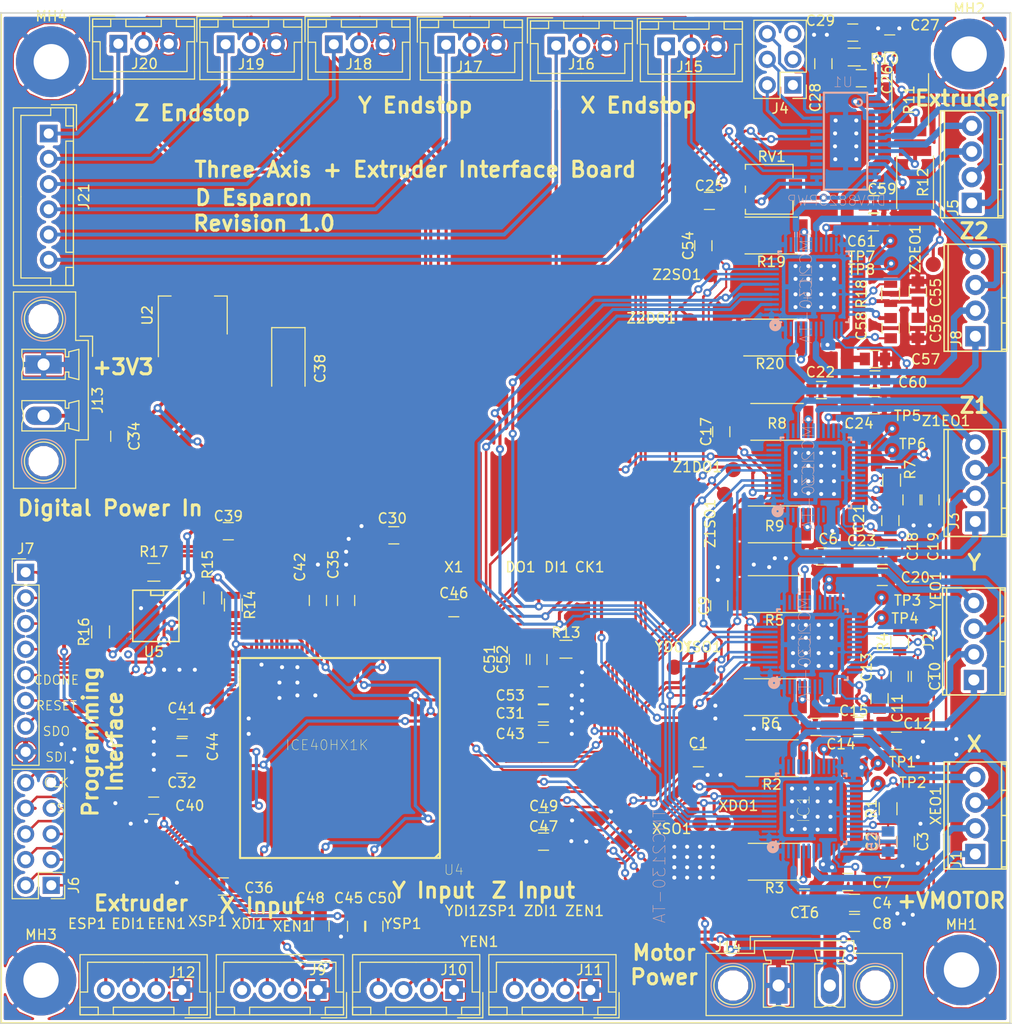
<source format=kicad_pcb>
(kicad_pcb (version 20171130) (host pcbnew "(5.0.0)")
  (layers (0 F.Cu signal) (31 B.Cu signal) (34 B.Paste user) (35 F.Paste user hide) (36 B.SilkS user) (37 F.SilkS user) (38 B.Mask user hide) (39 F.Mask user) (44 Edge.Cuts user hide))
  (net 0 "")
  (net 1 GND)
  (net 2 "Net-(C2-Pad1)")
  (net 3 +VDC)
  (net 4 "Net-(C5-Pad1)")
  (net 5 "Net-(C5-Pad2)")
  (net 6 "Net-(C7-Pad2)")
  (net 7 "Net-(C10-Pad1)")
  (net 8 "Net-(C13-Pad1)")
  (net 9 "Net-(C13-Pad2)")
  (net 10 "Net-(C15-Pad2)")
  (net 11 "Net-(C18-Pad1)")
  (net 12 "Net-(C21-Pad1)")
  (net 13 "Net-(C21-Pad2)")
  (net 14 "Net-(C23-Pad2)")
  (net 15 +3V3)
  (net 16 "Net-(C26-Pad2)")
  (net 17 "Net-(C27-Pad1)")
  (net 18 "Net-(C27-Pad2)")
  (net 19 +1V2)
  (net 20 GNDS)
  (net 21 "Net-(C51-Pad1)")
  (net 22 "Net-(C55-Pad1)")
  (net 23 "Net-(C58-Pad1)")
  (net 24 "Net-(C58-Pad2)")
  (net 25 "Net-(C60-Pad2)")
  (net 26 "Net-(IC1-Pad46)")
  (net 27 "Net-(IC1-Pad44)")
  (net 28 "Net-(IC1-Pad42)")
  (net 29 "Net-(IC1-Pad33)")
  (net 30 "/X Driver/ENABLE")
  (net 31 "Net-(IC1-Pad27)")
  (net 32 "Net-(IC1-Pad26)")
  (net 33 "Net-(IC1-Pad19)")
  (net 34 "Net-(IC1-Pad17)")
  (net 35 "Net-(IC1-Pad15)")
  (net 36 "/X Driver/DIR")
  (net 37 "/X Driver/STEP")
  (net 38 "/Glue Logic/MISO")
  (net 39 "/Glue Logic/MOSI")
  (net 40 "/Glue Logic/SCK")
  (net 41 "/X Driver/CS")
  (net 42 "Net-(IC2-Pad46)")
  (net 43 "Net-(IC2-Pad44)")
  (net 44 "Net-(IC2-Pad42)")
  (net 45 "Net-(IC2-Pad33)")
  (net 46 "/Y Driver/ENABLE")
  (net 47 "Net-(IC2-Pad27)")
  (net 48 "Net-(IC2-Pad26)")
  (net 49 "Net-(IC2-Pad19)")
  (net 50 "Net-(IC2-Pad17)")
  (net 51 "Net-(IC2-Pad15)")
  (net 52 "/Y Driver/DIR")
  (net 53 "/Y Driver/STEP")
  (net 54 "/Z Driver 1/CS")
  (net 55 "/Z Driver 1/STEP")
  (net 56 "/Z Driver 1/DIR")
  (net 57 "Net-(IC3-Pad15)")
  (net 58 "Net-(IC3-Pad17)")
  (net 59 "Net-(IC3-Pad19)")
  (net 60 "Net-(IC3-Pad26)")
  (net 61 "Net-(IC3-Pad27)")
  (net 62 "/Z Driver 1/ENABLE")
  (net 63 "Net-(IC3-Pad33)")
  (net 64 "Net-(IC3-Pad42)")
  (net 65 "Net-(IC3-Pad44)")
  (net 66 "Net-(IC3-Pad46)")
  (net 67 "/Z Driver 2/CS")
  (net 68 "/Z Driver 2/STEP")
  (net 69 "/Z Driver 2/DIR")
  (net 70 "Net-(IC4-Pad15)")
  (net 71 "Net-(IC4-Pad17)")
  (net 72 "Net-(IC4-Pad19)")
  (net 73 "Net-(IC4-Pad26)")
  (net 74 "Net-(IC4-Pad27)")
  (net 75 "/Z Driver 2/ENABLE")
  (net 76 "Net-(IC4-Pad33)")
  (net 77 "Net-(IC4-Pad42)")
  (net 78 "Net-(IC4-Pad44)")
  (net 79 "Net-(IC4-Pad46)")
  (net 80 "Net-(J4-Pad6)")
  (net 81 "Net-(J4-Pad4)")
  (net 82 "Net-(J4-Pad2)")
  (net 83 "Net-(J5-Pad3)")
  (net 84 "Net-(J5-Pad2)")
  (net 85 "Net-(J5-Pad1)")
  (net 86 "Net-(J5-Pad4)")
  (net 87 "Net-(J6-Pad10)")
  (net 88 "Net-(J6-Pad9)")
  (net 89 "Net-(J6-Pad8)")
  (net 90 "Net-(J6-Pad7)")
  (net 91 "Net-(J6-Pad6)")
  (net 92 "Net-(J6-Pad5)")
  (net 93 "Net-(J6-Pad4)")
  (net 94 "Net-(J6-Pad3)")
  (net 95 "Net-(J6-Pad2)")
  (net 96 "Net-(J6-Pad1)")
  (net 97 "Net-(J7-Pad6)")
  (net 98 "Net-(J7-Pad5)")
  (net 99 "Net-(J7-Pad4)")
  (net 100 "Net-(J7-Pad3)")
  (net 101 "Net-(J7-Pad2)")
  (net 102 "Net-(J7-Pad1)")
  (net 103 "/Glue Logic/XSTEP")
  (net 104 "/Glue Logic/XDIR")
  (net 105 "/Glue Logic/XENABLE")
  (net 106 "/Glue Logic/YENABLE")
  (net 107 "/Glue Logic/YDIR")
  (net 108 "/Glue Logic/YSTEP")
  (net 109 "/Glue Logic/ZSTEP")
  (net 110 "/Glue Logic/ZDIR")
  (net 111 "/Glue Logic/ZENABLE")
  (net 112 "/Glue Logic/E0ENABLE")
  (net 113 "/Glue Logic/E0DIR")
  (net 114 "/Glue Logic/E0STEP")
  (net 115 "/Glue Logic/ES1")
  (net 116 "/Glue Logic/ES2")
  (net 117 "/Glue Logic/ES3")
  (net 118 "/Glue Logic/ES4")
  (net 119 "/Glue Logic/ES5")
  (net 120 "/Glue Logic/ES6")
  (net 121 "Net-(R11-Pad2)")
  (net 122 "Net-(R12-Pad2)")
  (net 123 "Net-(R15-Pad2)")
  (net 124 "Net-(R16-Pad2)")
  (net 125 "Net-(RV1-Pad2)")
  (net 126 "/Glue Logic/E0ENABLEO")
  (net 127 "/Extruder /DIR")
  (net 128 "/Glue Logic/E0STEPO")
  (net 129 "Net-(U4-Pad49)")
  (net 130 "/Y Driver/CS")
  (module Connectors_JST:JST_XH_B03B-XH-A_03x2.50mm_Straight (layer F.Cu) (at 172.466 32.86)
    (fp_text reference J17 (at 2.286 2.192) (layer F.SilkS))
    (fp_text value Conn_01x03_Male)
    (pad 1 thru_hole rect (at 0 0) (size 1.75 1.75) (drill 1) (layers *.Cu *.Mask) (net 117 "/Glue Logic/ES3"))
    (pad 2 thru_hole circle (at 2.5 0) (size 1.75 1.75) (drill 1) (layers *.Cu *.Mask) (net 15 +3V3))
    (pad 3 thru_hole circle (at 5 0) (size 1.75 1.75) (drill 1) (layers *.Cu *.Mask) (net 1 GND))
  )
  (module Connectors_JST:JST_XH_B03B-XH-A_03x2.50mm_Straight (layer F.Cu) (at 183.37 32.95)
    (fp_text reference J16 (at 2.5 1.848) (layer F.SilkS))
    (fp_text value Conn_01x03_Male)
    (pad 3 thru_hole circle (at 5 0) (size 1.75 1.75) (drill 1) (layers *.Cu *.Mask) (net 1 GND))
    (pad 2 thru_hole circle (at 2.5 0) (size 1.75 1.75) (drill 1) (layers *.Cu *.Mask) (net 15 +3V3))
    (pad 1 thru_hole rect (at 0 0) (size 1.75 1.75) (drill 1) (layers *.Cu *.Mask) (net 116 "/Glue Logic/ES2"))
  )
  (module .pretty:SOP65P640X120-28N.pretty (layer B.Cu) (at 212.04 42.41 180)
    (fp_text reference U1 (at 0.265383 5.84321 180) (layer B.SilkS) (effects (font (size 1.00141 1.00141) (thickness 0.05)) (justify mirror)))
    (fp_text value DRV8825PWP (at 0.903089 -5.88517 180) (layer B.SilkS) (effects (font (size 1.00344 1.00344) (thickness 0.05)) (justify mirror)))
    (pad 1 smd rect (at -2.9 4.225 270) (size 0.4 1.2) (layers B.Cu B.Paste B.Mask) (net 18 "Net-(C27-Pad2)"))
    (pad 2 smd rect (at -2.9 3.575 270) (size 0.4 1.2) (layers B.Cu B.Paste B.Mask) (net 17 "Net-(C27-Pad1)"))
    (pad 3 smd rect (at -2.9 2.925 270) (size 0.4 1.2) (layers B.Cu B.Paste B.Mask) (net 16 "Net-(C26-Pad2)"))
    (pad 4 smd rect (at -2.9 2.275 270) (size 0.4 1.2) (layers B.Cu B.Paste B.Mask) (net 3 +VDC))
    (pad 5 smd rect (at -2.9 1.625 270) (size 0.4 1.2) (layers B.Cu B.Paste B.Mask) (net 85 "Net-(J5-Pad1)"))
    (pad 6 smd rect (at -2.9 0.975 270) (size 0.4 1.2) (layers B.Cu B.Paste B.Mask) (net 121 "Net-(R11-Pad2)"))
    (pad 7 smd rect (at -2.9 0.325 270) (size 0.4 1.2) (layers B.Cu B.Paste B.Mask) (net 84 "Net-(J5-Pad2)"))
    (pad 8 smd rect (at -2.9 -0.325 270) (size 0.4 1.2) (layers B.Cu B.Paste B.Mask) (net 86 "Net-(J5-Pad4)"))
    (pad 9 smd rect (at -2.9 -0.975 270) (size 0.4 1.2) (layers B.Cu B.Paste B.Mask) (net 122 "Net-(R12-Pad2)"))
    (pad 10 smd rect (at -2.9 -1.625 270) (size 0.4 1.2) (layers B.Cu B.Paste B.Mask) (net 83 "Net-(J5-Pad3)"))
    (pad 11 smd rect (at -2.9 -2.275 270) (size 0.4 1.2) (layers B.Cu B.Paste B.Mask) (net 3 +VDC))
    (pad 12 smd rect (at -2.9 -2.925 270) (size 0.4 1.2) (layers B.Cu B.Paste B.Mask) (net 125 "Net-(RV1-Pad2)"))
    (pad 13 smd rect (at -2.9 -3.575 270) (size 0.4 1.2) (layers B.Cu B.Paste B.Mask) (net 125 "Net-(RV1-Pad2)"))
    (pad 14 smd rect (at -2.9 -4.225 270) (size 0.4 1.2) (layers B.Cu B.Paste B.Mask) (net 1 GND))
    (pad 15 smd rect (at 2.9 -4.225 90) (size 0.4 1.2) (layers B.Cu B.Paste B.Mask) (net 15 +3V3))
    (pad 16 smd rect (at 2.9 -3.575 90) (size 0.4 1.2) (layers B.Cu B.Paste B.Mask) (net 15 +3V3))
    (pad 17 smd rect (at 2.9 -2.925 90) (size 0.4 1.2) (layers B.Cu B.Paste B.Mask) (net 126 "/Glue Logic/E0ENABLEO"))
    (pad 18 smd rect (at 2.9 -2.275 90) (size 0.4 1.2) (layers B.Cu B.Paste B.Mask))
    (pad 19 smd rect (at 2.9 -1.625 90) (size 0.4 1.2) (layers B.Cu B.Paste B.Mask))
    (pad 20 smd rect (at 2.9 -0.975 90) (size 0.4 1.2) (layers B.Cu B.Paste B.Mask) (net 127 "/Extruder /DIR"))
    (pad 21 smd rect (at 2.9 -0.325 90) (size 0.4 1.2) (layers B.Cu B.Paste B.Mask))
    (pad 22 smd rect (at 2.9 0.325 90) (size 0.4 1.2) (layers B.Cu B.Paste B.Mask) (net 128 "/Glue Logic/E0STEPO"))
    (pad 23 smd rect (at 2.9 0.975 90) (size 0.4 1.2) (layers B.Cu B.Paste B.Mask))
    (pad 24 smd rect (at 2.9 1.625 90) (size 0.4 1.2) (layers B.Cu B.Paste B.Mask) (net 82 "Net-(J4-Pad2)"))
    (pad 25 smd rect (at 2.9 2.275 90) (size 0.4 1.2) (layers B.Cu B.Paste B.Mask) (net 81 "Net-(J4-Pad4)"))
    (pad 26 smd rect (at 2.9 2.925 90) (size 0.4 1.2) (layers B.Cu B.Paste B.Mask) (net 80 "Net-(J4-Pad6)"))
    (pad 27 smd rect (at 2.9 3.575 90) (size 0.4 1.2) (layers B.Cu B.Paste B.Mask))
    (pad 28 smd rect (at 2.9 4.225 90) (size 0.4 1.2) (layers B.Cu B.Paste B.Mask) (net 1 GND))
    (pad 29 smd rect (at 0 0 90) (size 5.18 3.1) (layers B.Cu B.Paste B.Mask) (net 1 GND))
  )
  (module TMC2130-TA:TMC_TQFP48-EP_0.5_7.0X7.0 (layer B.Cu) (at 208.6356 108.5088 90)
    (fp_text reference IC1 (at 0 -0.752216 90) (layer F.SilkS) (effects (font (size 1.18459 1.18459) (thickness 0.05))))
    (fp_text value TMC2130-TA (at -5.6896 -15.0368 90) (layer B.SilkS) (effects (font (size 1.18352 1.18352) (thickness 0.05)) (justify mirror)))
    (pad 49 smd rect (at 0 0 180) (size 5 5) (layers B.Cu B.Paste B.Mask) (net 1 GND))
    (pad 48 smd rect (at -4.175 -2.75 180) (size 0.25 1.45) (layers B.Cu B.Paste B.Mask) (net 1 GND))
    (pad 47 smd rect (at -4.175 -2.25 180) (size 0.25 1.45) (layers B.Cu B.Paste B.Mask))
    (pad 46 smd rect (at -4.175 -1.75 180) (size 0.25 1.45) (layers B.Cu B.Paste B.Mask) (net 26 "Net-(IC1-Pad46)"))
    (pad 45 smd rect (at -4.175 -1.25 180) (size 0.25 1.45) (layers B.Cu B.Paste B.Mask))
    (pad 44 smd rect (at -4.175 -0.75 180) (size 0.25 1.45) (layers B.Cu B.Paste B.Mask) (net 27 "Net-(IC1-Pad44)"))
    (pad 43 smd rect (at -4.175 -0.25 180) (size 0.25 1.45) (layers B.Cu B.Paste B.Mask))
    (pad 42 smd rect (at -4.175 0.25 180) (size 0.25 1.45) (layers B.Cu B.Paste B.Mask) (net 28 "Net-(IC1-Pad42)"))
    (pad 41 smd rect (at -4.175 0.75 180) (size 0.25 1.45) (layers B.Cu B.Paste B.Mask))
    (pad 40 smd rect (at -4.175 1.25 180) (size 0.25 1.45) (layers B.Cu B.Paste B.Mask) (net 3 +VDC))
    (pad 39 smd rect (at -4.175 1.75 180) (size 0.25 1.45) (layers B.Cu B.Paste B.Mask) (net 3 +VDC))
    (pad 38 smd rect (at -4.175 2.25 180) (size 0.25 1.45) (layers B.Cu B.Paste B.Mask) (net 6 "Net-(C7-Pad2)"))
    (pad 37 smd rect (at -4.175 2.75 180) (size 0.25 1.45) (layers B.Cu B.Paste B.Mask) (net 5 "Net-(C5-Pad2)"))
    (pad 36 smd rect (at -2.75 4.175 90) (size 0.25 1.45) (layers B.Cu B.Paste B.Mask))
    (pad 35 smd rect (at -2.25 4.175 90) (size 0.25 1.45) (layers B.Cu B.Paste B.Mask) (net 4 "Net-(C5-Pad1)"))
    (pad 34 smd rect (at -1.75 4.175 90) (size 0.25 1.45) (layers B.Cu B.Paste B.Mask) (net 2 "Net-(C2-Pad1)"))
    (pad 33 smd rect (at -1.25 4.175 90) (size 0.25 1.45) (layers B.Cu B.Paste B.Mask) (net 29 "Net-(IC1-Pad33)"))
    (pad 32 smd rect (at -0.75 4.175 90) (size 0.25 1.45) (layers B.Cu B.Paste B.Mask) (net 1 GND))
    (pad 31 smd rect (at -0.25 4.175 90) (size 0.25 1.45) (layers B.Cu B.Paste B.Mask))
    (pad 30 smd rect (at 0.25 4.175 90) (size 0.25 1.45) (layers B.Cu B.Paste B.Mask))
    (pad 29 smd rect (at 0.75 4.175 90) (size 0.25 1.45) (layers B.Cu B.Paste B.Mask) (net 30 "/X Driver/ENABLE"))
    (pad 28 smd rect (at 1.25 4.175 90) (size 0.25 1.45) (layers B.Cu B.Paste B.Mask))
    (pad 27 smd rect (at 1.75 4.175 90) (size 0.25 1.45) (layers B.Cu B.Paste B.Mask) (net 31 "Net-(IC1-Pad27)"))
    (pad 26 smd rect (at 2.25 4.175 90) (size 0.25 1.45) (layers B.Cu B.Paste B.Mask) (net 32 "Net-(IC1-Pad26)"))
    (pad 25 smd rect (at 2.75 4.175 90) (size 0.25 1.45) (layers B.Cu B.Paste B.Mask) (net 1 GND))
    (pad 24 smd rect (at 4.175 2.75 180) (size 0.25 1.45) (layers B.Cu B.Paste B.Mask) (net 1 GND))
    (pad 23 smd rect (at 4.175 2.25 180) (size 0.25 1.45) (layers B.Cu B.Paste B.Mask) (net 1 GND))
    (pad 22 smd rect (at 4.175 1.75 180) (size 0.25 1.45) (layers B.Cu B.Paste B.Mask))
    (pad 21 smd rect (at 4.175 1.25 180) (size 0.25 1.45) (layers B.Cu B.Paste B.Mask) (net 3 +VDC))
    (pad 20 smd rect (at 4.175 0.75 180) (size 0.25 1.45) (layers B.Cu B.Paste B.Mask))
    (pad 19 smd rect (at 4.175 0.25 180) (size 0.25 1.45) (layers B.Cu B.Paste B.Mask) (net 33 "Net-(IC1-Pad19)"))
    (pad 18 smd rect (at 4.175 -0.25 180) (size 0.25 1.45) (layers B.Cu B.Paste B.Mask))
    (pad 17 smd rect (at 4.175 -0.75 180) (size 0.25 1.45) (layers B.Cu B.Paste B.Mask) (net 34 "Net-(IC1-Pad17)"))
    (pad 16 smd rect (at 4.175 -1.25 180) (size 0.25 1.45) (layers B.Cu B.Paste B.Mask))
    (pad 15 smd rect (at 4.175 -1.75 180) (size 0.25 1.45) (layers B.Cu B.Paste B.Mask) (net 35 "Net-(IC1-Pad15)"))
    (pad 14 smd rect (at 4.175 -2.25 180) (size 0.25 1.45) (layers B.Cu B.Paste B.Mask))
    (pad 13 smd rect (at 4.175 -2.75 180) (size 0.25 1.45) (layers B.Cu B.Paste B.Mask) (net 1 GND))
    (pad 12 smd rect (at 2.75 -4.175 90) (size 0.25 1.45) (layers B.Cu B.Paste B.Mask))
    (pad 11 smd rect (at 2.25 -4.175 90) (size 0.25 1.45) (layers B.Cu B.Paste B.Mask))
    (pad 10 smd rect (at 1.75 -4.175 90) (size 0.25 1.45) (layers B.Cu B.Paste B.Mask) (net 15 +3V3))
    (pad 9 smd rect (at 1.25 -4.175 90) (size 0.25 1.45) (layers B.Cu B.Paste B.Mask) (net 36 "/X Driver/DIR"))
    (pad 8 smd rect (at 0.75 -4.175 90) (size 0.25 1.45) (layers B.Cu B.Paste B.Mask) (net 37 "/X Driver/STEP"))
    (pad 7 smd rect (at 0.25 -4.175 90) (size 0.25 1.45) (layers B.Cu B.Paste B.Mask) (net 38 "/Glue Logic/MISO"))
    (pad 6 smd rect (at -0.25 -4.175 90) (size 0.25 1.45) (layers B.Cu B.Paste B.Mask))
    (pad 5 smd rect (at -0.75 -4.175 90) (size 0.25 1.45) (layers B.Cu B.Paste B.Mask) (net 39 "/Glue Logic/MOSI"))
    (pad 4 smd rect (at -1.25 -4.175 90) (size 0.25 1.45) (layers B.Cu B.Paste B.Mask) (net 40 "/Glue Logic/SCK"))
    (pad 3 smd rect (at -1.75 -4.175 90) (size 0.25 1.45) (layers B.Cu B.Paste B.Mask) (net 41 "/X Driver/CS"))
    (pad 2 smd rect (at -2.25 -4.175 90) (size 0.25 1.45) (layers B.Cu B.Paste B.Mask) (net 1 GND))
    (pad 1 smd rect (at -2.75 -4.175 90) (size 0.25 1.45) (layers B.Cu B.Paste B.Mask) (net 1 GND))
  )
  (module TerminalBlocks_Phoenix:TerminalBlock_Phoenix_MPT-2.54mm_4pol (layer F.Cu) (at 224.8916 112.9792 90)
    (fp_text reference J1 (at -0.5588 -1.8796 90) (layer F.SilkS))
    (fp_text value Screw_Terminal_01x04)
    (pad 3 thru_hole oval (at 5.08 0 270) (size 1.99898 1.99898) (drill 1.09728) (layers *.Cu *.Mask) (net 35 "Net-(IC1-Pad15)"))
    (pad 2 thru_hole oval (at 2.54 0 270) (size 1.99898 1.99898) (drill 1.09728) (layers *.Cu *.Mask) (net 28 "Net-(IC1-Pad42)"))
    (pad 1 thru_hole rect (at 0 0 270) (size 1.99898 1.99898) (drill 1.09728) (layers *.Cu *.Mask) (net 26 "Net-(IC1-Pad46)"))
    (pad 4 thru_hole oval (at 7.62 0 270) (size 1.99898 1.99898) (drill 1.09728) (layers *.Cu *.Mask) (net 33 "Net-(IC1-Pad19)"))
  )
  (module Capacitors_SMD:C_0805 (layer F.Cu) (at 212.25 115.75)
    (fp_text reference C7 (at 3.396 0.074) (layer F.SilkS))
    (fp_text value 100n)
    (pad 2 smd rect (at 1 0) (size 1 1.25) (layers F.Cu F.Paste F.Mask) (net 6 "Net-(C7-Pad2)"))
    (pad 1 smd rect (at -1 0) (size 1 1.25) (layers F.Cu F.Paste F.Mask) (net 3 +VDC))
  )
  (module Capacitors_SMD:C_0805 (layer F.Cu) (at 212.925 119.8)
    (fp_text reference C8 (at 2.721 0.088) (layer F.SilkS))
    (fp_text value 100n)
    (pad 2 smd rect (at 1 0) (size 1 1.25) (layers F.Cu F.Paste F.Mask) (net 1 GND))
    (pad 1 smd rect (at -1 0) (size 1 1.25) (layers F.Cu F.Paste F.Mask) (net 3 +VDC))
  )
  (module Capacitors_SMD:C_0805 (layer F.Cu) (at 199.525 88.4 90)
    (fp_text reference C9 (at 0 -1.5 90) (layer F.SilkS))
    (fp_text value 0.1u)
    (pad 2 smd rect (at 1 0 90) (size 1 1.25) (layers F.Cu F.Paste F.Mask) (net 1 GND))
    (pad 1 smd rect (at -1 0 90) (size 1 1.25) (layers F.Cu F.Paste F.Mask) (net 15 +3V3))
  )
  (module Capacitors_SMD:C_0805 (layer F.Cu) (at 219.4 95.4 270)
    (fp_text reference C10 (at 0 -1.5 270) (layer F.SilkS))
    (fp_text value 470n)
    (pad 1 smd rect (at -1 0 270) (size 1 1.25) (layers F.Cu F.Paste F.Mask) (net 7 "Net-(C10-Pad1)"))
    (pad 2 smd rect (at 1 0 270) (size 1 1.25) (layers F.Cu F.Paste F.Mask) (net 1 GND))
  )
  (module Capacitors_SMD:C_0805 (layer F.Cu) (at 217.4 95.4 270)
    (fp_text reference C11 (at 3.152 0.23 270) (layer F.SilkS))
    (fp_text value 4.7U)
    (pad 2 smd rect (at 1 0 270) (size 1 1.25) (layers F.Cu F.Paste F.Mask) (net 1 GND))
    (pad 1 smd rect (at -1 0 270) (size 1 1.25) (layers F.Cu F.Paste F.Mask) (net 7 "Net-(C10-Pad1)"))
  )
  (module Capacitors_SMD:C_0805 (layer F.Cu) (at 216.25 111.75 270)
    (fp_text reference C2 (at 0.01 1.62 270) (layer F.SilkS))
    (fp_text value 470n)
    (pad 1 smd rect (at -1 0 270) (size 1 1.25) (layers F.Cu F.Paste F.Mask) (net 2 "Net-(C2-Pad1)"))
    (pad 2 smd rect (at 1 0 270) (size 1 1.25) (layers F.Cu F.Paste F.Mask) (net 1 GND))
  )
  (module Capacitors_SMD:C_0805 (layer F.Cu) (at 197.45 103.5)
    (fp_text reference C1 (at 0 -1.5) (layer F.SilkS))
    (fp_text value 0.1u)
    (pad 2 smd rect (at 1 0) (size 1 1.25) (layers F.Cu F.Paste F.Mask) (net 1 GND))
    (pad 1 smd rect (at -1 0) (size 1 1.25) (layers F.Cu F.Paste F.Mask) (net 15 +3V3))
  )
  (module Capacitors_SMD:C_0805 (layer F.Cu) (at 218 111.75 270)
    (fp_text reference C3 (at 0.01 -1.71 270) (layer F.SilkS))
    (fp_text value 4.7U)
    (pad 2 smd rect (at 1 0 270) (size 1 1.25) (layers F.Cu F.Paste F.Mask) (net 1 GND))
    (pad 1 smd rect (at -1 0 270) (size 1 1.25) (layers F.Cu F.Paste F.Mask) (net 2 "Net-(C2-Pad1)"))
  )
  (module Capacitors_SMD:C_0805 (layer F.Cu) (at 212.925 117.825)
    (fp_text reference C4 (at 2.721 0.031) (layer F.SilkS))
    (fp_text value 100n)
    (pad 1 smd rect (at -1 0) (size 1 1.25) (layers F.Cu F.Paste F.Mask) (net 3 +VDC))
    (pad 2 smd rect (at 1 0) (size 1 1.25) (layers F.Cu F.Paste F.Mask) (net 1 GND))
  )
  (module Capacitors_SMD:C_0805 (layer B.Cu) (at 216.25 111.75 270)
    (fp_text reference C5 (at 0 1.5 270) (layer B.SilkS) (effects (justify mirror)))
    (fp_text value 22n)
    (pad 1 smd rect (at -1 0 270) (size 1 1.25) (layers B.Cu B.Paste B.Mask) (net 4 "Net-(C5-Pad1)"))
    (pad 2 smd rect (at 1 0 270) (size 1 1.25) (layers B.Cu B.Paste B.Mask) (net 5 "Net-(C5-Pad2)"))
  )
  (module Capacitors_SMD:C_0805 (layer F.Cu) (at 209.65 83.525 180)
    (fp_text reference C6 (at -0.662 1.737 180) (layer F.SilkS))
    (fp_text value 100n)
    (pad 1 smd rect (at -1 0 180) (size 1 1.25) (layers F.Cu F.Paste F.Mask) (net 3 +VDC))
    (pad 2 smd rect (at 1 0 180) (size 1 1.25) (layers F.Cu F.Paste F.Mask) (net 1 GND))
  )
  (module Connectors_Phoenix:PhoenixContact_MCV-GF_02x5.08mm_Vertical_ThreadedFlange_MountHole (layer F.Cu) (at 132.588 64.516 270)
    (fp_text reference J13 (at 3.54 -5.35 270) (layer F.SilkS))
    (fp_text value Screw_Terminal_01x02)
    (pad 1 thru_hole rect (at 0 0 270) (size 1.8 3.6) (drill 1.2) (layers *.Cu *.Mask) (net 1 GND))
    (pad 2 thru_hole oval (at 5.08 0 270) (size 1.8 3.6) (drill 1.2) (layers *.Cu *.Mask) (net 15 +3V3))
    (pad "" np_thru_hole circle (at -4.5 0 270) (size 2.4 2.4) (drill 2.4) (layers *.Cu *.Mask))
    (pad "" np_thru_hole circle (at 9.58 0 270) (size 2.4 2.4) (drill 2.4) (layers *.Cu *.Mask))
  )
  (module TMC2130-TA:TMC_TQFP48-EP_0.5_7.0X7.0 (layer B.Cu) (at 208.75 92.25 90)
    (fp_text reference IC2 (at -0.013201 -0.752216 90) (layer B.SilkS) (effects (font (size 1.18459 1.18459) (thickness 0.05)) (justify mirror)))
    (fp_text value TMC2130-TA (at 0 -0.751538 90) (layer B.SilkS) (effects (font (size 1.18352 1.18352) (thickness 0.05)) (justify mirror)))
    (pad 49 smd rect (at 0 0 180) (size 5 5) (layers B.Cu B.Paste B.Mask) (net 1 GND))
    (pad 48 smd rect (at -4.175 -2.75 180) (size 0.25 1.45) (layers B.Cu B.Paste B.Mask) (net 1 GND))
    (pad 47 smd rect (at -4.175 -2.25 180) (size 0.25 1.45) (layers B.Cu B.Paste B.Mask))
    (pad 46 smd rect (at -4.175 -1.75 180) (size 0.25 1.45) (layers B.Cu B.Paste B.Mask) (net 42 "Net-(IC2-Pad46)"))
    (pad 45 smd rect (at -4.175 -1.25 180) (size 0.25 1.45) (layers B.Cu B.Paste B.Mask))
    (pad 44 smd rect (at -4.175 -0.75 180) (size 0.25 1.45) (layers B.Cu B.Paste B.Mask) (net 43 "Net-(IC2-Pad44)"))
    (pad 43 smd rect (at -4.175 -0.25 180) (size 0.25 1.45) (layers B.Cu B.Paste B.Mask))
    (pad 42 smd rect (at -4.175 0.25 180) (size 0.25 1.45) (layers B.Cu B.Paste B.Mask) (net 44 "Net-(IC2-Pad42)"))
    (pad 41 smd rect (at -4.175 0.75 180) (size 0.25 1.45) (layers B.Cu B.Paste B.Mask))
    (pad 40 smd rect (at -4.175 1.25 180) (size 0.25 1.45) (layers B.Cu B.Paste B.Mask) (net 3 +VDC))
    (pad 39 smd rect (at -4.175 1.75 180) (size 0.25 1.45) (layers B.Cu B.Paste B.Mask) (net 3 +VDC))
    (pad 38 smd rect (at -4.175 2.25 180) (size 0.25 1.45) (layers B.Cu B.Paste B.Mask) (net 10 "Net-(C15-Pad2)"))
    (pad 37 smd rect (at -4.175 2.75 180) (size 0.25 1.45) (layers B.Cu B.Paste B.Mask) (net 9 "Net-(C13-Pad2)"))
    (pad 36 smd rect (at -2.75 4.175 90) (size 0.25 1.45) (layers B.Cu B.Paste B.Mask))
    (pad 35 smd rect (at -2.25 4.175 90) (size 0.25 1.45) (layers B.Cu B.Paste B.Mask) (net 8 "Net-(C13-Pad1)"))
    (pad 34 smd rect (at -1.75 4.175 90) (size 0.25 1.45) (layers B.Cu B.Paste B.Mask) (net 7 "Net-(C10-Pad1)"))
    (pad 33 smd rect (at -1.25 4.175 90) (size 0.25 1.45) (layers B.Cu B.Paste B.Mask) (net 45 "Net-(IC2-Pad33)"))
    (pad 32 smd rect (at -0.75 4.175 90) (size 0.25 1.45) (layers B.Cu B.Paste B.Mask) (net 1 GND))
    (pad 31 smd rect (at -0.25 4.175 90) (size 0.25 1.45) (layers B.Cu B.Paste B.Mask))
    (pad 30 smd rect (at 0.25 4.175 90) (size 0.25 1.45) (layers B.Cu B.Paste B.Mask))
    (pad 29 smd rect (at 0.75 4.175 90) (size 0.25 1.45) (layers B.Cu B.Paste B.Mask) (net 46 "/Y Driver/ENABLE"))
    (pad 28 smd rect (at 1.25 4.175 90) (size 0.25 1.45) (layers B.Cu B.Paste B.Mask))
    (pad 27 smd rect (at 1.75 4.175 90) (size 0.25 1.45) (layers B.Cu B.Paste B.Mask) (net 47 "Net-(IC2-Pad27)"))
    (pad 26 smd rect (at 2.25 4.175 90) (size 0.25 1.45) (layers B.Cu B.Paste B.Mask) (net 48 "Net-(IC2-Pad26)"))
    (pad 25 smd rect (at 2.75 4.175 90) (size 0.25 1.45) (layers B.Cu B.Paste B.Mask) (net 1 GND))
    (pad 24 smd rect (at 4.175 2.75 180) (size 0.25 1.45) (layers B.Cu B.Paste B.Mask) (net 1 GND))
    (pad 23 smd rect (at 4.175 2.25 180) (size 0.25 1.45) (layers B.Cu B.Paste B.Mask) (net 1 GND))
    (pad 22 smd rect (at 4.175 1.75 180) (size 0.25 1.45) (layers B.Cu B.Paste B.Mask))
    (pad 21 smd rect (at 4.175 1.25 180) (size 0.25 1.45) (layers B.Cu B.Paste B.Mask) (net 3 +VDC))
    (pad 20 smd rect (at 4.175 0.75 180) (size 0.25 1.45) (layers B.Cu B.Paste B.Mask))
    (pad 19 smd rect (at 4.175 0.25 180) (size 0.25 1.45) (layers B.Cu B.Paste B.Mask) (net 49 "Net-(IC2-Pad19)"))
    (pad 18 smd rect (at 4.175 -0.25 180) (size 0.25 1.45) (layers B.Cu B.Paste B.Mask))
    (pad 17 smd rect (at 4.175 -0.75 180) (size 0.25 1.45) (layers B.Cu B.Paste B.Mask) (net 50 "Net-(IC2-Pad17)"))
    (pad 16 smd rect (at 4.175 -1.25 180) (size 0.25 1.45) (layers B.Cu B.Paste B.Mask))
    (pad 15 smd rect (at 4.175 -1.75 180) (size 0.25 1.45) (layers B.Cu B.Paste B.Mask) (net 51 "Net-(IC2-Pad15)"))
    (pad 14 smd rect (at 4.175 -2.25 180) (size 0.25 1.45) (layers B.Cu B.Paste B.Mask))
    (pad 13 smd rect (at 4.175 -2.75 180) (size 0.25 1.45) (layers B.Cu B.Paste B.Mask) (net 1 GND))
    (pad 12 smd rect (at 2.75 -4.175 90) (size 0.25 1.45) (layers B.Cu B.Paste B.Mask))
    (pad 11 smd rect (at 2.25 -4.175 90) (size 0.25 1.45) (layers B.Cu B.Paste B.Mask))
    (pad 10 smd rect (at 1.75 -4.175 90) (size 0.25 1.45) (layers B.Cu B.Paste B.Mask) (net 15 +3V3))
    (pad 9 smd rect (at 1.25 -4.175 90) (size 0.25 1.45) (layers B.Cu B.Paste B.Mask) (net 52 "/Y Driver/DIR"))
    (pad 8 smd rect (at 0.75 -4.175 90) (size 0.25 1.45) (layers B.Cu B.Paste B.Mask) (net 53 "/Y Driver/STEP"))
    (pad 7 smd rect (at 0.25 -4.175 90) (size 0.25 1.45) (layers B.Cu B.Paste B.Mask) (net 38 "/Glue Logic/MISO"))
    (pad 6 smd rect (at -0.25 -4.175 90) (size 0.25 1.45) (layers B.Cu B.Paste B.Mask))
    (pad 5 smd rect (at -0.75 -4.175 90) (size 0.25 1.45) (layers B.Cu B.Paste B.Mask) (net 39 "/Glue Logic/MOSI"))
    (pad 4 smd rect (at -1.25 -4.175 90) (size 0.25 1.45) (layers B.Cu B.Paste B.Mask) (net 40 "/Glue Logic/SCK"))
    (pad 3 smd rect (at -1.75 -4.175 90) (size 0.25 1.45) (layers B.Cu B.Paste B.Mask) (net 130 "/Y Driver/CS"))
    (pad 2 smd rect (at -2.25 -4.175 90) (size 0.25 1.45) (layers B.Cu B.Paste B.Mask) (net 1 GND))
    (pad 1 smd rect (at -2.75 -4.175 90) (size 0.25 1.45) (layers B.Cu B.Paste B.Mask) (net 1 GND))
  )
  (module TerminalBlocks_Phoenix:TerminalBlock_Phoenix_MPT-2.54mm_4pol (layer F.Cu) (at 224.75 95.75 90)
    (fp_text reference J2 (at 3.81 -4.50088 90) (layer F.SilkS))
    (fp_text value Screw_Terminal_01x04)
    (pad 4 thru_hole oval (at 7.62 0 270) (size 1.99898 1.99898) (drill 1.09728) (layers *.Cu *.Mask) (net 49 "Net-(IC2-Pad19)"))
    (pad 1 thru_hole rect (at 0 0 270) (size 1.99898 1.99898) (drill 1.09728) (layers *.Cu *.Mask) (net 42 "Net-(IC2-Pad46)"))
    (pad 2 thru_hole oval (at 2.54 0 270) (size 1.99898 1.99898) (drill 1.09728) (layers *.Cu *.Mask) (net 44 "Net-(IC2-Pad42)"))
    (pad 3 thru_hole oval (at 5.08 0 270) (size 1.99898 1.99898) (drill 1.09728) (layers *.Cu *.Mask) (net 51 "Net-(IC2-Pad15)"))
  )
  (module Capacitors_SMD:C_0805 (layer F.Cu) (at 207.975 117.3 180)
    (fp_text reference C16 (at 0 -1.5 180) (layer F.SilkS))
    (fp_text value 100n)
    (pad 2 smd rect (at 1 0 180) (size 1 1.25) (layers F.Cu F.Paste F.Mask) (net 1 GND))
    (pad 1 smd rect (at -1 0 180) (size 1 1.25) (layers F.Cu F.Paste F.Mask) (net 3 +VDC))
  )
  (module Capacitors_SMD:C_0805 (layer F.Cu) (at 209.1 100.4 180)
    (fp_text reference C14 (at -2.482 -1.708 180) (layer F.SilkS))
    (fp_text value 100n)
    (pad 2 smd rect (at 1 0 180) (size 1 1.25) (layers F.Cu F.Paste F.Mask) (net 1 GND))
    (pad 1 smd rect (at -1 0 180) (size 1 1.25) (layers F.Cu F.Paste F.Mask) (net 3 +VDC))
  )
  (module Capacitors_SMD:C_0805 (layer F.Cu) (at 215.4 97.6 270)
    (fp_text reference C13 (at -3.112 1.278 270) (layer F.SilkS))
    (fp_text value 22n)
    (pad 1 smd rect (at -1 0 270) (size 1 1.25) (layers F.Cu F.Paste F.Mask) (net 8 "Net-(C13-Pad1)"))
    (pad 2 smd rect (at 1 0 270) (size 1 1.25) (layers F.Cu F.Paste F.Mask) (net 9 "Net-(C13-Pad2)"))
  )
  (module Capacitors_SMD:C_0805 (layer F.Cu) (at 217.075 101.775)
    (fp_text reference C12 (at 2.127 -1.699) (layer F.SilkS))
    (fp_text value 100n)
    (pad 1 smd rect (at -1 0) (size 1 1.25) (layers F.Cu F.Paste F.Mask) (net 3 +VDC))
    (pad 2 smd rect (at 1 0) (size 1 1.25) (layers F.Cu F.Paste F.Mask) (net 1 GND))
  )
  (module Capacitors_SMD:C_0805 (layer F.Cu) (at 213.3 100.3)
    (fp_text reference C15 (at -0.448 -1.5) (layer F.SilkS))
    (fp_text value 100n)
    (pad 2 smd rect (at 1 0) (size 1 1.25) (layers F.Cu F.Paste F.Mask) (net 10 "Net-(C15-Pad2)"))
    (pad 1 smd rect (at -1 0) (size 1 1.25) (layers F.Cu F.Paste F.Mask) (net 3 +VDC))
  )
  (module Resistors_SMD:R_0805 (layer F.Cu) (at 217.4 92 90)
    (fp_text reference R4 (at 0 -1.65 90) (layer F.SilkS))
    (fp_text value 2.2R)
    (pad 2 smd rect (at 0.95 0 90) (size 0.7 1.3) (layers F.Cu F.Paste F.Mask) (net 45 "Net-(IC2-Pad33)"))
    (pad 1 smd rect (at -0.95 0 90) (size 0.7 1.3) (layers F.Cu F.Paste F.Mask) (net 7 "Net-(C10-Pad1)"))
  )
  (module Resistors_SMD:R_0805 (layer F.Cu) (at 216.25 108.5 90)
    (fp_text reference R1 (at 0 -1.65 90) (layer F.SilkS))
    (fp_text value 2.2R)
    (pad 1 smd rect (at -0.95 0 90) (size 0.7 1.3) (layers F.Cu F.Paste F.Mask) (net 2 "Net-(C2-Pad1)"))
    (pad 2 smd rect (at 0.95 0 90) (size 0.7 1.3) (layers F.Cu F.Paste F.Mask) (net 29 "Net-(IC1-Pad33)"))
  )
  (module Capacitors_SMD:C_0805 (layer F.Cu) (at 199.725 71.175 90)
    (fp_text reference C17 (at 0 -1.5 90) (layer F.SilkS))
    (fp_text value 0.1u)
    (pad 2 smd rect (at 1 0 90) (size 1 1.25) (layers F.Cu F.Paste F.Mask) (net 1 GND))
    (pad 1 smd rect (at -1 0 90) (size 1 1.25) (layers F.Cu F.Paste F.Mask) (net 15 +3V3))
  )
  (module Capacitors_SMD:C_0805 (layer F.Cu) (at 218.575 77.925 270)
    (fp_text reference C18 (at 4.625 -0.119 270) (layer F.SilkS))
    (fp_text value 470n)
    (pad 1 smd rect (at -1 0 270) (size 1 1.25) (layers F.Cu F.Paste F.Mask) (net 11 "Net-(C18-Pad1)"))
    (pad 2 smd rect (at 1 0 270) (size 1 1.25) (layers F.Cu F.Paste F.Mask) (net 1 GND))
  )
  (module Capacitors_SMD:C_0805 (layer F.Cu) (at 220.45 77.925 270)
    (fp_text reference C19 (at 4.625 -0.276 270) (layer F.SilkS))
    (fp_text value 4.7U)
    (pad 1 smd rect (at -1 0 270) (size 1 1.25) (layers F.Cu F.Paste F.Mask) (net 11 "Net-(C18-Pad1)"))
    (pad 2 smd rect (at 1 0 270) (size 1 1.25) (layers F.Cu F.Paste F.Mask) (net 1 GND))
  )
  (module Capacitors_SMD:C_0805 (layer F.Cu) (at 215.675 85.55)
    (fp_text reference C20 (at 3.273 0.048) (layer F.SilkS))
    (fp_text value 100n)
    (pad 1 smd rect (at -1 0) (size 1 1.25) (layers F.Cu F.Paste F.Mask) (net 3 +VDC))
    (pad 2 smd rect (at 1 0) (size 1 1.25) (layers F.Cu F.Paste F.Mask) (net 1 GND))
  )
  (module Capacitors_SMD:C_0805 (layer F.Cu) (at 216.475 79.975 270)
    (fp_text reference C21 (at -0.219 3.115 270) (layer F.SilkS))
    (fp_text value 22n)
    (pad 1 smd rect (at -1 0 270) (size 1 1.25) (layers F.Cu F.Paste F.Mask) (net 12 "Net-(C21-Pad1)"))
    (pad 2 smd rect (at 1 0 270) (size 1 1.25) (layers F.Cu F.Paste F.Mask) (net 13 "Net-(C21-Pad2)"))
  )
  (module Capacitors_SMD:C_0805 (layer F.Cu) (at 209.65 67.05 180)
    (fp_text reference C22 (at 0.1 1.772 180) (layer F.SilkS))
    (fp_text value 100n)
    (pad 2 smd rect (at 1 0 180) (size 1 1.25) (layers F.Cu F.Paste F.Mask) (net 1 GND))
    (pad 1 smd rect (at -1 0 180) (size 1 1.25) (layers F.Cu F.Paste F.Mask) (net 3 +VDC))
  )
  (module Capacitors_SMD:C_0805 (layer F.Cu) (at 215.675 83.475)
    (fp_text reference C23 (at -2.061 -1.5) (layer F.SilkS))
    (fp_text value 100n)
    (pad 2 smd rect (at 1 0) (size 1 1.25) (layers F.Cu F.Paste F.Mask) (net 14 "Net-(C23-Pad2)"))
    (pad 1 smd rect (at -1 0) (size 1 1.25) (layers F.Cu F.Paste F.Mask) (net 3 +VDC))
  )
  (module Capacitors_SMD:C_0805 (layer F.Cu) (at 214.875 68.55)
    (fp_text reference C24 (at -1.515 1.808) (layer F.SilkS))
    (fp_text value 100n)
    (pad 1 smd rect (at -1 0) (size 1 1.25) (layers F.Cu F.Paste F.Mask) (net 3 +VDC))
    (pad 2 smd rect (at 1 0) (size 1 1.25) (layers F.Cu F.Paste F.Mask) (net 1 GND))
  )
  (module Capacitors_SMD:C_0805 (layer F.Cu) (at 198.55 48.32)
    (fp_text reference C25 (at 0 -1.5) (layer F.SilkS))
    (fp_text value 0.1u)
    (pad 2 smd rect (at 1 0) (size 1 1.25) (layers F.Cu F.Paste F.Mask) (net 15 +3V3))
    (pad 1 smd rect (at -1 0) (size 1 1.25) (layers F.Cu F.Paste F.Mask) (net 1 GND))
  )
  (module Capacitors_SMD:C_0805 (layer F.Cu) (at 213.59 36.18)
    (fp_text reference C26 (at 2.564 0.142 90) (layer F.SilkS))
    (fp_text value 0.01u)
    (pad 2 smd rect (at 1 0) (size 1 1.25) (layers F.Cu F.Paste F.Mask) (net 16 "Net-(C26-Pad2)"))
    (pad 1 smd rect (at -1 0) (size 1 1.25) (layers F.Cu F.Paste F.Mask) (net 3 +VDC))
  )
  (module Capacitors_SMD:C_0805 (layer F.Cu) (at 216.41 32.74 180)
    (fp_text reference C27 (at -3.4905 1.8155 180) (layer F.SilkS))
    (fp_text value 0.01u)
    (pad 1 smd rect (at -1 0 180) (size 1 1.25) (layers F.Cu F.Paste F.Mask) (net 17 "Net-(C27-Pad1)"))
    (pad 2 smd rect (at 1 0 180) (size 1 1.25) (layers F.Cu F.Paste F.Mask) (net 18 "Net-(C27-Pad2)"))
  )
  (module Capacitors_SMD:C_0805 (layer F.Cu) (at 209.84 34.74 270)
    (fp_text reference C28 (at 3.36 0.798 90) (layer F.SilkS))
    (fp_text value 100u)
    (pad 1 smd rect (at -1 0 270) (size 1 1.25) (layers F.Cu F.Paste F.Mask) (net 1 GND))
    (pad 2 smd rect (at 1 0 270) (size 1 1.25) (layers F.Cu F.Paste F.Mask) (net 3 +VDC))
  )
  (module Capacitors_SMD:C_0805 (layer F.Cu) (at 212.75 31.66 180)
    (fp_text reference C29 (at 3.2 1.18 180) (layer F.SilkS))
    (fp_text value 0.1u)
    (pad 1 smd rect (at -1 0 180) (size 1 1.25) (layers F.Cu F.Paste F.Mask) (net 1 GND))
    (pad 2 smd rect (at 1 0 180) (size 1 1.25) (layers F.Cu F.Paste F.Mask) (net 3 +VDC))
  )
  (module Capacitors_SMD:C_0805 (layer F.Cu) (at 167.2844 81.4324 180)
    (fp_text reference C30 (at 0.1524 1.6764 180) (layer F.SilkS))
    (fp_text value 0.1u)
    (pad 1 smd rect (at -1 0 180) (size 1 1.25) (layers F.Cu F.Paste F.Mask) (net 15 +3V3))
    (pad 2 smd rect (at 1 0 180) (size 1 1.25) (layers F.Cu F.Paste F.Mask) (net 1 GND))
  )
  (module Capacitors_SMD:C_0805 (layer F.Cu) (at 182.102 99.06)
    (fp_text reference C31 (at -3.286 0) (layer F.SilkS))
    (fp_text value 0.1u)
    (pad 2 smd rect (at 1 0) (size 1 1.25) (layers F.Cu F.Paste F.Mask) (net 1 GND))
    (pad 1 smd rect (at -1 0) (size 1 1.25) (layers F.Cu F.Paste F.Mask) (net 19 +1V2))
  )
  (module Capacitors_SMD:C_0805 (layer F.Cu) (at 146.288 104.14 180)
    (fp_text reference C32 (at 0 -1.778 180) (layer F.SilkS))
    (fp_text value 0.1u)
    (pad 1 smd rect (at -1 0 180) (size 1 1.25) (layers F.Cu F.Paste F.Mask) (net 19 +1V2))
    (pad 2 smd rect (at 1 0 180) (size 1 1.25) (layers F.Cu F.Paste F.Mask) (net 1 GND))
  )
  (module Capacitors_SMD:C_0805 (layer F.Cu) (at 140.09 71.628 270)
    (fp_text reference C34 (at 0 -1.5 270) (layer F.SilkS))
    (fp_text value 10u)
    (pad 1 smd rect (at -1 0 270) (size 1 1.25) (layers F.Cu F.Paste F.Mask) (net 15 +3V3))
    (pad 2 smd rect (at 1 0 270) (size 1 1.25) (layers F.Cu F.Paste F.Mask) (net 1 GND))
  )
  (module Capacitors_SMD:C_0805 (layer F.Cu) (at 162.56 87.884 90)
    (fp_text reference C35 (at 3.556 -1.27 90) (layer F.SilkS))
    (fp_text value 0.1u)
    (pad 2 smd rect (at 1 0 90) (size 1 1.25) (layers F.Cu F.Paste F.Mask) (net 1 GND))
    (pad 1 smd rect (at -1 0 90) (size 1 1.25) (layers F.Cu F.Paste F.Mask) (net 19 +1V2))
  )
  (module Capacitors_SMD:C_0805 (layer F.Cu) (at 150.4 116.2 180)
    (fp_text reference C36 (at -3.524 -0.132 180) (layer F.SilkS))
    (fp_text value 0.1u)
    (pad 1 smd rect (at -1 0 180) (size 1 1.25) (layers F.Cu F.Paste F.Mask) (net 19 +1V2))
    (pad 2 smd rect (at 1 0 180) (size 1 1.25) (layers F.Cu F.Paste F.Mask) (net 1 GND))
  )
  (module Capacitors_Tantalum_SMD:CP_Tantalum_Case-B_EIA-3528-21_Hand (layer F.Cu) (at 156.84 64.92 270)
    (fp_text reference C38 (at 0 -3.15 270) (layer F.SilkS))
    (fp_text value 100u)
    (pad 2 smd rect (at 2.15 0 270) (size 3.2 2.5) (layers F.Cu F.Paste F.Mask) (net 1 GND))
    (pad 1 smd rect (at -2.15 0 270) (size 3.2 2.5) (layers F.Cu F.Paste F.Mask) (net 19 +1V2))
  )
  (module Capacitors_SMD:C_0805 (layer F.Cu) (at 150.892 81.026)
    (fp_text reference C39 (at 0 -1.5) (layer F.SilkS))
    (fp_text value 0.1u)
    (pad 2 smd rect (at 1 0) (size 1 1.25) (layers F.Cu F.Paste F.Mask) (net 1 GND))
    (pad 1 smd rect (at -1 0) (size 1 1.25) (layers F.Cu F.Paste F.Mask) (net 15 +3V3))
  )
  (module Capacitors_SMD:C_0805 (layer F.Cu) (at 143.5 108.2 180)
    (fp_text reference C40 (at -3.566 -0.004 180) (layer F.SilkS))
    (fp_text value 0.1u)
    (pad 1 smd rect (at -1 0 180) (size 1 1.25) (layers F.Cu F.Paste F.Mask) (net 15 +3V3))
    (pad 2 smd rect (at 1 0 180) (size 1 1.25) (layers F.Cu F.Paste F.Mask) (net 1 GND))
  )
  (module Capacitors_SMD:C_0805 (layer F.Cu) (at 146.338201 100.482001 180)
    (fp_text reference C41 (at 0.034201 1.930001 180) (layer F.SilkS))
    (fp_text value 0.1u)
    (pad 2 smd rect (at 1 0 180) (size 1 1.25) (layers F.Cu F.Paste F.Mask) (net 1 GND))
    (pad 1 smd rect (at -1 0 180) (size 1 1.25) (layers F.Cu F.Paste F.Mask) (net 15 +3V3))
  )
  (module Capacitors_SMD:C_0805 (layer F.Cu) (at 159.766 87.884 90)
    (fp_text reference C42 (at 3.302 -1.778 90) (layer F.SilkS))
    (fp_text value 0.1u)
    (pad 1 smd rect (at -1 0 90) (size 1 1.25) (layers F.Cu F.Paste F.Mask) (net 15 +3V3))
    (pad 2 smd rect (at 1 0 90) (size 1 1.25) (layers F.Cu F.Paste F.Mask) (net 1 GND))
  )
  (module Capacitors_SMD:C_0805 (layer F.Cu) (at 182.102 101.092)
    (fp_text reference C43 (at -3.286 0) (layer F.SilkS))
    (fp_text value 10u)
    (pad 2 smd rect (at 1 0) (size 1 1.25) (layers F.Cu F.Paste F.Mask) (net 1 GND))
    (pad 1 smd rect (at -1 0) (size 1 1.25) (layers F.Cu F.Paste F.Mask) (net 19 +1V2))
  )
  (module Capacitors_SMD:C_0805 (layer F.Cu) (at 146.288 102.4 180)
    (fp_text reference C44 (at -3.064 0.038 270) (layer F.SilkS))
    (fp_text value 10u)
    (pad 1 smd rect (at -1 0 180) (size 1 1.25) (layers F.Cu F.Paste F.Mask) (net 19 +1V2))
    (pad 2 smd rect (at 1 0 180) (size 1 1.25) (layers F.Cu F.Paste F.Mask) (net 1 GND))
  )
  (module Capacitors_SMD:C_0805 (layer F.Cu) (at 163.55 120.142 270)
    (fp_text reference C45 (at -2.794 0.736) (layer F.SilkS))
    (fp_text value 10u)
    (pad 2 smd rect (at 1 0 270) (size 1 1.25) (layers F.Cu F.Paste F.Mask) (net 1 GND))
    (pad 1 smd rect (at -1 0 270) (size 1 1.25) (layers F.Cu F.Paste F.Mask) (net 15 +3V3))
  )
  (module Capacitors_SMD:C_0805 (layer F.Cu) (at 173.228 88.646)
    (fp_text reference C46 (at 0 -1.5) (layer F.SilkS))
    (fp_text value 0.1u)
    (pad 2 smd rect (at 1 0) (size 1 1.25) (layers F.Cu F.Paste F.Mask) (net 1 GND))
    (pad 1 smd rect (at -1 0) (size 1 1.25) (layers F.Cu F.Paste F.Mask) (net 15 +3V3))
  )
  (module Capacitors_SMD:C_0805 (layer F.Cu) (at 182.118 111.76)
    (fp_text reference C47 (at 0 -1.5) (layer F.SilkS))
    (fp_text value 10u)
    (pad 1 smd rect (at -1 0) (size 1 1.25) (layers F.Cu F.Paste F.Mask) (net 15 +3V3))
    (pad 2 smd rect (at 1 0) (size 1 1.25) (layers F.Cu F.Paste F.Mask) (net 1 GND))
  )
  (module Capacitors_SMD:C_0805 (layer F.Cu) (at 160.02 120.126 270)
    (fp_text reference C48 (at -2.778 1.016) (layer F.SilkS))
    (fp_text value 0.1u)
    (pad 1 smd rect (at -1 0 270) (size 1 1.25) (layers F.Cu F.Paste F.Mask) (net 15 +3V3))
    (pad 2 smd rect (at 1 0 270) (size 1 1.25) (layers F.Cu F.Paste F.Mask) (net 1 GND))
  )
  (module Capacitors_SMD:C_0805 (layer F.Cu) (at 182.134 109.728)
    (fp_text reference C49 (at 0 -1.5) (layer F.SilkS))
    (fp_text value 0.1u)
    (pad 2 smd rect (at 1 0) (size 1 1.25) (layers F.Cu F.Paste F.Mask) (net 1 GND))
    (pad 1 smd rect (at -1 0) (size 1 1.25) (layers F.Cu F.Paste F.Mask) (net 15 +3V3))
  )
  (module Capacitors_SMD:C_0805 (layer F.Cu) (at 165.354 120.142 270)
    (fp_text reference C50 (at -2.794 -0.762) (layer F.SilkS))
    (fp_text value 0.1u)
    (pad 1 smd rect (at -1 0 270) (size 1 1.25) (layers F.Cu F.Paste F.Mask) (net 15 +3V3))
    (pad 2 smd rect (at 1 0 270) (size 1 1.25) (layers F.Cu F.Paste F.Mask) (net 1 GND))
  )
  (module Capacitors_SMD:C_0805 (layer F.Cu) (at 179.578 93.71 270)
    (fp_text reference C51 (at 0 2.794 270) (layer F.SilkS))
    (fp_text value 10u)
    (pad 2 smd rect (at 1 0 270) (size 1 1.25) (layers F.Cu F.Paste F.Mask) (net 20 GNDS))
    (pad 1 smd rect (at -1 0 270) (size 1 1.25) (layers F.Cu F.Paste F.Mask) (net 21 "Net-(C51-Pad1)"))
  )
  (module Capacitors_SMD:C_0805 (layer F.Cu) (at 181.61 93.726 270)
    (fp_text reference C52 (at 0 3.556 270) (layer F.SilkS))
    (fp_text value 0.1u)
    (pad 1 smd rect (at -1 0 270) (size 1 1.25) (layers F.Cu F.Paste F.Mask) (net 21 "Net-(C51-Pad1)"))
    (pad 2 smd rect (at 1 0 270) (size 1 1.25) (layers F.Cu F.Paste F.Mask) (net 20 GNDS))
  )
  (module Capacitors_SMD:C_0805 (layer F.Cu) (at 182.102 97.282)
    (fp_text reference C53 (at -3.286 0) (layer F.SilkS))
    (fp_text value 0.1u)
    (pad 2 smd rect (at 1 0) (size 1 1.25) (layers F.Cu F.Paste F.Mask) (net 1 GND))
    (pad 1 smd rect (at -1 0) (size 1 1.25) (layers F.Cu F.Paste F.Mask) (net 15 +3V3))
  )
  (module Capacitors_SMD:C_0805 (layer F.Cu) (at 197.95 52.76 90)
    (fp_text reference C54 (at 0 -1.5 90) (layer F.SilkS))
    (fp_text value 0.1u)
    (pad 2 smd rect (at 1 0 90) (size 1 1.25) (layers F.Cu F.Paste F.Mask) (net 1 GND))
    (pad 1 smd rect (at -1 0 90) (size 1 1.25) (layers F.Cu F.Paste F.Mask) (net 15 +3V3))
  )
  (module Capacitors_SMD:C_0805 (layer F.Cu) (at 219.2 57.3 90)
    (fp_text reference C55 (at -0.104 1.78 90) (layer F.SilkS))
    (fp_text value 470n)
    (pad 1 smd rect (at -1 0 90) (size 1 1.25) (layers F.Cu F.Paste F.Mask) (net 22 "Net-(C55-Pad1)"))
    (pad 2 smd rect (at 1 0 90) (size 1 1.25) (layers F.Cu F.Paste F.Mask) (net 1 GND))
  )
  (module Capacitors_SMD:C_0805 (layer F.Cu) (at 219.2 60.9 270)
    (fp_text reference C56 (at 0.06 -1.78 270) (layer F.SilkS))
    (fp_text value 4.7U)
    (pad 2 smd rect (at 1 0 270) (size 1 1.25) (layers F.Cu F.Paste F.Mask) (net 1 GND))
    (pad 1 smd rect (at -1 0 270) (size 1 1.25) (layers F.Cu F.Paste F.Mask) (net 22 "Net-(C55-Pad1)"))
  )
  (module Capacitors_SMD:C_0805 (layer F.Cu) (at 214.95 63.975)
    (fp_text reference C57 (at 5.014 0.033) (layer F.SilkS))
    (fp_text value 100n)
    (pad 1 smd rect (at -1 0) (size 1 1.25) (layers F.Cu F.Paste F.Mask) (net 3 +VDC))
    (pad 2 smd rect (at 1 0) (size 1 1.25) (layers F.Cu F.Paste F.Mask) (net 1 GND))
  )
  (module Capacitors_SMD:C_0805 (layer F.Cu) (at 216.5 60.925 270)
    (fp_text reference C58 (at -0.219 2.886 270) (layer F.SilkS))
    (fp_text value 22n)
    (pad 1 smd rect (at -1 0 270) (size 1 1.25) (layers F.Cu F.Paste F.Mask) (net 23 "Net-(C58-Pad1)"))
    (pad 2 smd rect (at 1 0 270) (size 1 1.25) (layers F.Cu F.Paste F.Mask) (net 24 "Net-(C58-Pad2)"))
  )
  (module Capacitors_SMD:C_0805 (layer F.Cu) (at 214.84 48.65)
    (fp_text reference C59 (at 0.806 -1.5) (layer F.SilkS))
    (fp_text value 100n)
    (pad 1 smd rect (at -1 0) (size 1 1.25) (layers F.Cu F.Paste F.Mask) (net 3 +VDC))
    (pad 2 smd rect (at 1 0) (size 1 1.25) (layers F.Cu F.Paste F.Mask) (net 1 GND))
  )
  (module Capacitors_SMD:C_0805 (layer F.Cu) (at 214.95 66)
    (fp_text reference C60 (at 3.744 0.294) (layer F.SilkS))
    (fp_text value 100n)
    (pad 2 smd rect (at 1 0) (size 1 1.25) (layers F.Cu F.Paste F.Mask) (net 25 "Net-(C60-Pad2)"))
    (pad 1 smd rect (at -1 0) (size 1 1.25) (layers F.Cu F.Paste F.Mask) (net 3 +VDC))
  )
  (module Capacitors_SMD:C_0805 (layer F.Cu) (at 214.81 50.44)
    (fp_text reference C61 (at -1.196 1.884) (layer F.SilkS))
    (fp_text value 100n)
    (pad 2 smd rect (at 1 0) (size 1 1.25) (layers F.Cu F.Paste F.Mask) (net 1 GND))
    (pad 1 smd rect (at -1 0) (size 1 1.25) (layers F.Cu F.Paste F.Mask) (net 3 +VDC))
  )
  (module TMC2130-TA:TMC_TQFP48-EP_0.5_7.0X7.0 (layer B.Cu) (at 209.1 75.25 90)
    (fp_text reference IC3 (at 0 -0.752216 90) (layer B.SilkS) (effects (font (size 1.18459 1.18459) (thickness 0.05)) (justify mirror)))
    (fp_text value TMC2130-TA (at 0 -0.751538 90) (layer B.SilkS) (effects (font (size 1.18352 1.18352) (thickness 0.05)) (justify mirror)))
    (pad 1 smd rect (at -2.75 -4.175 90) (size 0.25 1.45) (layers B.Cu B.Paste B.Mask) (net 1 GND))
    (pad 2 smd rect (at -2.25 -4.175 90) (size 0.25 1.45) (layers B.Cu B.Paste B.Mask) (net 1 GND))
    (pad 3 smd rect (at -1.75 -4.175 90) (size 0.25 1.45) (layers B.Cu B.Paste B.Mask) (net 54 "/Z Driver 1/CS"))
    (pad 4 smd rect (at -1.25 -4.175 90) (size 0.25 1.45) (layers B.Cu B.Paste B.Mask) (net 40 "/Glue Logic/SCK"))
    (pad 5 smd rect (at -0.75 -4.175 90) (size 0.25 1.45) (layers B.Cu B.Paste B.Mask) (net 39 "/Glue Logic/MOSI"))
    (pad 6 smd rect (at -0.25 -4.175 90) (size 0.25 1.45) (layers B.Cu B.Paste B.Mask))
    (pad 7 smd rect (at 0.25 -4.175 90) (size 0.25 1.45) (layers B.Cu B.Paste B.Mask) (net 38 "/Glue Logic/MISO"))
    (pad 8 smd rect (at 0.75 -4.175 90) (size 0.25 1.45) (layers B.Cu B.Paste B.Mask) (net 55 "/Z Driver 1/STEP"))
    (pad 9 smd rect (at 1.25 -4.175 90) (size 0.25 1.45) (layers B.Cu B.Paste B.Mask) (net 56 "/Z Driver 1/DIR"))
    (pad 10 smd rect (at 1.75 -4.175 90) (size 0.25 1.45) (layers B.Cu B.Paste B.Mask) (net 15 +3V3))
    (pad 11 smd rect (at 2.25 -4.175 90) (size 0.25 1.45) (layers B.Cu B.Paste B.Mask))
    (pad 12 smd rect (at 2.75 -4.175 90) (size 0.25 1.45) (layers B.Cu B.Paste B.Mask))
    (pad 13 smd rect (at 4.175 -2.75 180) (size 0.25 1.45) (layers B.Cu B.Paste B.Mask) (net 1 GND))
    (pad 14 smd rect (at 4.175 -2.25 180) (size 0.25 1.45) (layers B.Cu B.Paste B.Mask))
    (pad 15 smd rect (at 4.175 -1.75 180) (size 0.25 1.45) (layers B.Cu B.Paste B.Mask) (net 57 "Net-(IC3-Pad15)"))
    (pad 16 smd rect (at 4.175 -1.25 180) (size 0.25 1.45) (layers B.Cu B.Paste B.Mask))
    (pad 17 smd rect (at 4.175 -0.75 180) (size 0.25 1.45) (layers B.Cu B.Paste B.Mask) (net 58 "Net-(IC3-Pad17)"))
    (pad 18 smd rect (at 4.175 -0.25 180) (size 0.25 1.45) (layers B.Cu B.Paste B.Mask))
    (pad 19 smd rect (at 4.175 0.25 180) (size 0.25 1.45) (layers B.Cu B.Paste B.Mask) (net 59 "Net-(IC3-Pad19)"))
    (pad 20 smd rect (at 4.175 0.75 180) (size 0.25 1.45) (layers B.Cu B.Paste B.Mask))
    (pad 21 smd rect (at 4.175 1.25 180) (size 0.25 1.45) (layers B.Cu B.Paste B.Mask) (net 3 +VDC))
    (pad 22 smd rect (at 4.175 1.75 180) (size 0.25 1.45) (layers B.Cu B.Paste B.Mask))
    (pad 23 smd rect (at 4.175 2.25 180) (size 0.25 1.45) (layers B.Cu B.Paste B.Mask) (net 1 GND))
    (pad 24 smd rect (at 4.175 2.75 180) (size 0.25 1.45) (layers B.Cu B.Paste B.Mask) (net 1 GND))
    (pad 25 smd rect (at 2.75 4.175 90) (size 0.25 1.45) (layers B.Cu B.Paste B.Mask) (net 1 GND))
    (pad 26 smd rect (at 2.25 4.175 90) (size 0.25 1.45) (layers B.Cu B.Paste B.Mask) (net 60 "Net-(IC3-Pad26)"))
    (pad 27 smd rect (at 1.75 4.175 90) (size 0.25 1.45) (layers B.Cu B.Paste B.Mask) (net 61 "Net-(IC3-Pad27)"))
    (pad 28 smd rect (at 1.25 4.175 90) (size 0.25 1.45) (layers B.Cu B.Paste B.Mask))
    (pad 29 smd rect (at 0.75 4.175 90) (size 0.25 1.45) (layers B.Cu B.Paste B.Mask) (net 62 "/Z Driver 1/ENABLE"))
    (pad 30 smd rect (at 0.25 4.175 90) (size 0.25 1.45) (layers B.Cu B.Paste B.Mask))
    (pad 31 smd rect (at -0.25 4.175 90) (size 0.25 1.45) (layers B.Cu B.Paste B.Mask))
    (pad 32 smd rect (at -0.75 4.175 90) (size 0.25 1.45) (layers B.Cu B.Paste B.Mask) (net 1 GND))
    (pad 33 smd rect (at -1.25 4.175 90) (size 0.25 1.45) (layers B.Cu B.Paste B.Mask) (net 63 "Net-(IC3-Pad33)"))
    (pad 34 smd rect (at -1.75 4.175 90) (size 0.25 1.45) (layers B.Cu B.Paste B.Mask) (net 11 "Net-(C18-Pad1)"))
    (pad 35 smd rect (at -2.25 4.175 90) (size 0.25 1.45) (layers B.Cu B.Paste B.Mask) (net 12 "Net-(C21-Pad1)"))
    (pad 36 smd rect (at -2.75 4.175 90) (size 0.25 1.45) (layers B.Cu B.Paste B.Mask))
    (pad 37 smd rect (at -4.175 2.75 180) (size 0.25 1.45) (layers B.Cu B.Paste B.Mask) (net 13 "Net-(C21-Pad2)"))
    (pad 38 smd rect (at -4.175 2.25 180) (size 0.25 1.45) (layers B.Cu B.Paste B.Mask) (net 14 "Net-(C23-Pad2)"))
    (pad 39 smd rect (at -4.175 1.75 180) (size 0.25 1.45) (layers B.Cu B.Paste B.Mask) (net 3 +VDC))
    (pad 40 smd rect (at -4.175 1.25 180) (size 0.25 1.45) (layers B.Cu B.Paste B.Mask) (net 3 +VDC))
    (pad 41 smd rect (at -4.175 0.75 180) (size 0.25 1.45) (layers B.Cu B.Paste B.Mask))
    (pad 42 smd rect (at -4.175 0.25 180) (size 0.25 1.45) (layers B.Cu B.Paste B.Mask) (net 64 "Net-(IC3-Pad42)"))
    (pad 43 smd rect (at -4.175 -0.25 180) (size 0.25 1.45) (layers B.Cu B.Paste B.Mask))
    (pad 44 smd rect (at -4.175 -0.75 180) (size 0.25 1.45) (layers B.Cu B.Paste B.Mask) (net 65 "Net-(IC3-Pad44)"))
    (pad 45 smd rect (at -4.175 -1.25 180) (size 0.25 1.45) (layers B.Cu B.Paste B.Mask))
    (pad 46 smd rect (at -4.175 -1.75 180) (size 0.25 1.45) (layers B.Cu B.Paste B.Mask) (net 66 "Net-(IC3-Pad46)"))
    (pad 47 smd rect (at -4.175 -2.25 180) (size 0.25 1.45) (layers B.Cu B.Paste B.Mask))
    (pad 48 smd rect (at -4.175 -2.75 180) (size 0.25 1.45) (layers B.Cu B.Paste B.Mask) (net 1 GND))
    (pad 49 smd rect (at 0 0 180) (size 5 5) (layers B.Cu B.Paste B.Mask) (net 1 GND))
  )
  (module TMC2130-TA:TMC_TQFP48-EP_0.5_7.0X7.0 (layer B.Cu) (at 208.875 56.825 90)
    (fp_text reference IC4 (at 0 -0.752216 90) (layer B.SilkS) (effects (font (size 1.18459 1.18459) (thickness 0.05)) (justify mirror)))
    (fp_text value TMC2130-TA (at 0 -0.751538 90) (layer B.SilkS) (effects (font (size 1.18352 1.18352) (thickness 0.05)) (justify mirror)))
    (pad 1 smd rect (at -2.75 -4.175 90) (size 0.25 1.45) (layers B.Cu B.Paste B.Mask) (net 1 GND))
    (pad 2 smd rect (at -2.25 -4.175 90) (size 0.25 1.45) (layers B.Cu B.Paste B.Mask) (net 1 GND))
    (pad 3 smd rect (at -1.75 -4.175 90) (size 0.25 1.45) (layers B.Cu B.Paste B.Mask) (net 67 "/Z Driver 2/CS"))
    (pad 4 smd rect (at -1.25 -4.175 90) (size 0.25 1.45) (layers B.Cu B.Paste B.Mask) (net 40 "/Glue Logic/SCK"))
    (pad 5 smd rect (at -0.75 -4.175 90) (size 0.25 1.45) (layers B.Cu B.Paste B.Mask) (net 39 "/Glue Logic/MOSI"))
    (pad 6 smd rect (at -0.25 -4.175 90) (size 0.25 1.45) (layers B.Cu B.Paste B.Mask))
    (pad 7 smd rect (at 0.25 -4.175 90) (size 0.25 1.45) (layers B.Cu B.Paste B.Mask) (net 38 "/Glue Logic/MISO"))
    (pad 8 smd rect (at 0.75 -4.175 90) (size 0.25 1.45) (layers B.Cu B.Paste B.Mask) (net 68 "/Z Driver 2/STEP"))
    (pad 9 smd rect (at 1.25 -4.175 90) (size 0.25 1.45) (layers B.Cu B.Paste B.Mask) (net 69 "/Z Driver 2/DIR"))
    (pad 10 smd rect (at 1.75 -4.175 90) (size 0.25 1.45) (layers B.Cu B.Paste B.Mask) (net 15 +3V3))
    (pad 11 smd rect (at 2.25 -4.175 90) (size 0.25 1.45) (layers B.Cu B.Paste B.Mask))
    (pad 12 smd rect (at 2.75 -4.175 90) (size 0.25 1.45) (layers B.Cu B.Paste B.Mask))
    (pad 13 smd rect (at 4.175 -2.75 180) (size 0.25 1.45) (layers B.Cu B.Paste B.Mask) (net 1 GND))
    (pad 14 smd rect (at 4.175 -2.25 180) (size 0.25 1.45) (layers B.Cu B.Paste B.Mask))
    (pad 15 smd rect (at 4.175 -1.75 180) (size 0.25 1.45) (layers B.Cu B.Paste B.Mask) (net 70 "Net-(IC4-Pad15)"))
    (pad 16 smd rect (at 4.175 -1.25 180) (size 0.25 1.45) (layers B.Cu B.Paste B.Mask))
    (pad 17 smd rect (at 4.175 -0.75 180) (size 0.25 1.45) (layers B.Cu B.Paste B.Mask) (net 71 "Net-(IC4-Pad17)"))
    (pad 18 smd rect (at 4.175 -0.25 180) (size 0.25 1.45) (layers B.Cu B.Paste B.Mask))
    (pad 19 smd rect (at 4.175 0.25 180) (size 0.25 1.45) (layers B.Cu B.Paste B.Mask) (net 72 "Net-(IC4-Pad19)"))
    (pad 20 smd rect (at 4.175 0.75 180) (size 0.25 1.45) (layers B.Cu B.Paste B.Mask))
    (pad 21 smd rect (at 4.175 1.25 180) (size 0.25 1.45) (layers B.Cu B.Paste B.Mask) (net 3 +VDC))
    (pad 22 smd rect (at 4.175 1.75 180) (size 0.25 1.45) (layers B.Cu B.Paste B.Mask))
    (pad 23 smd rect (at 4.175 2.25 180) (size 0.25 1.45) (layers B.Cu B.Paste B.Mask) (net 1 GND))
    (pad 24 smd rect (at 4.175 2.75 180) (size 0.25 1.45) (layers B.Cu B.Paste B.Mask) (net 1 GND))
    (pad 25 smd rect (at 2.75 4.175 90) (size 0.25 1.45) (layers B.Cu B.Paste B.Mask) (net 1 GND))
    (pad 26 smd rect (at 2.25 4.175 90) (size 0.25 1.45) (layers B.Cu B.Paste B.Mask) (net 73 "Net-(IC4-Pad26)"))
    (pad 27 smd rect (at 1.75 4.175 90) (size 0.25 1.45) (layers B.Cu B.Paste B.Mask) (net 74 "Net-(IC4-Pad27)"))
    (pad 28 smd rect (at 1.25 4.175 90) (size 0.25 1.45) (layers B.Cu B.Paste B.Mask))
    (pad 29 smd rect (at 0.75 4.175 90) (size 0.25 1.45) (layers B.Cu B.Paste B.Mask) (net 75 "/Z Driver 2/ENABLE"))
    (pad 30 smd rect (at 0.25 4.175 90) (size 0.25 1.45) (layers B.Cu B.Paste B.Mask))
    (pad 31 smd rect (at -0.25 4.175 90) (size 0.25 1.45) (layers B.Cu B.Paste B.Mask))
    (pad 32 smd rect (at -0.75 4.175 90) (size 0.25 1.45) (layers B.Cu B.Paste B.Mask) (net 1 GND))
    (pad 33 smd rect (at -1.25 4.175 90) (size 0.25 1.45) (layers B.Cu B.Paste B.Mask) (net 76 "Net-(IC4-Pad33)"))
    (pad 34 smd rect (at -1.75 4.175 90) (size 0.25 1.45) (layers B.Cu B.Paste B.Mask) (net 22 "Net-(C55-Pad1)"))
    (pad 35 smd rect (at -2.25 4.175 90) (size 0.25 1.45) (layers B.Cu B.Paste B.Mask) (net 23 "Net-(C58-Pad1)"))
    (pad 36 smd rect (at -2.75 4.175 90) (size 0.25 1.45) (layers B.Cu B.Paste B.Mask))
    (pad 37 smd rect (at -4.175 2.75 180) (size 0.25 1.45) (layers B.Cu B.Paste B.Mask) (net 24 "Net-(C58-Pad2)"))
    (pad 38 smd rect (at -4.175 2.25 180) (size 0.25 1.45) (layers B.Cu B.Paste B.Mask) (net 25 "Net-(C60-Pad2)"))
    (pad 39 smd rect (at -4.175 1.75 180) (size 0.25 1.45) (layers B.Cu B.Paste B.Mask) (net 3 +VDC))
    (pad 40 smd rect (at -4.175 1.25 180) (size 0.25 1.45) (layers B.Cu B.Paste B.Mask) (net 3 +VDC))
    (pad 41 smd rect (at -4.175 0.75 180) (size 0.25 1.45) (layers B.Cu B.Paste B.Mask))
    (pad 42 smd rect (at -4.175 0.25 180) (size 0.25 1.45) (layers B.Cu B.Paste B.Mask) (net 77 "Net-(IC4-Pad42)"))
    (pad 43 smd rect (at -4.175 -0.25 180) (size 0.25 1.45) (layers B.Cu B.Paste B.Mask))
    (pad 44 smd rect (at -4.175 -0.75 180) (size 0.25 1.45) (layers B.Cu B.Paste B.Mask) (net 78 "Net-(IC4-Pad44)"))
    (pad 45 smd rect (at -4.175 -1.25 180) (size 0.25 1.45) (layers B.Cu B.Paste B.Mask))
    (pad 46 smd rect (at -4.175 -1.75 180) (size 0.25 1.45) (layers B.Cu B.Paste B.Mask) (net 79 "Net-(IC4-Pad46)"))
    (pad 47 smd rect (at -4.175 -2.25 180) (size 0.25 1.45) (layers B.Cu B.Paste B.Mask))
    (pad 48 smd rect (at -4.175 -2.75 180) (size 0.25 1.45) (layers B.Cu B.Paste B.Mask) (net 1 GND))
    (pad 49 smd rect (at 0 0 180) (size 5 5) (layers B.Cu B.Paste B.Mask) (net 1 GND))
  )
  (module TerminalBlocks_Phoenix:TerminalBlock_Phoenix_MPT-2.54mm_4pol (layer F.Cu) (at 224.8916 80.0608 90)
    (fp_text reference J3 (at 0.0508 -2.1336 90) (layer F.SilkS))
    (fp_text value Screw_Terminal_01x04)
    (pad 4 thru_hole oval (at 7.62 0 270) (size 1.99898 1.99898) (drill 1.09728) (layers *.Cu *.Mask) (net 59 "Net-(IC3-Pad19)"))
    (pad 1 thru_hole rect (at 0 0 270) (size 1.99898 1.99898) (drill 1.09728) (layers *.Cu *.Mask) (net 66 "Net-(IC3-Pad46)"))
    (pad 2 thru_hole oval (at 2.54 0 270) (size 1.99898 1.99898) (drill 1.09728) (layers *.Cu *.Mask) (net 64 "Net-(IC3-Pad42)"))
    (pad 3 thru_hole oval (at 5.08 0 270) (size 1.99898 1.99898) (drill 1.09728) (layers *.Cu *.Mask) (net 57 "Net-(IC3-Pad15)"))
  )
  (module Pin_Headers:Pin_Header_Straight_2x03_Pitch2.54mm (layer F.Cu) (at 206.82 36.85 180)
    (fp_text reference J4 (at 1.27 -2.33 180) (layer F.SilkS))
    (fp_text value Conn_02x03_Odd_Even)
    (pad 6 thru_hole oval (at 2.54 5.08 180) (size 1.7 1.7) (drill 1) (layers *.Cu *.Mask) (net 80 "Net-(J4-Pad6)"))
    (pad 5 thru_hole oval (at 0 5.08 180) (size 1.7 1.7) (drill 1) (layers *.Cu *.Mask))
    (pad 4 thru_hole oval (at 2.54 2.54 180) (size 1.7 1.7) (drill 1) (layers *.Cu *.Mask) (net 81 "Net-(J4-Pad4)"))
    (pad 3 thru_hole oval (at 0 2.54 180) (size 1.7 1.7) (drill 1) (layers *.Cu *.Mask))
    (pad 2 thru_hole oval (at 2.54 0 180) (size 1.7 1.7) (drill 1) (layers *.Cu *.Mask) (net 82 "Net-(J4-Pad2)"))
    (pad 1 thru_hole rect (at 0 0 180) (size 1.7 1.7) (drill 1) (layers *.Cu *.Mask))
  )
  (module TerminalBlocks_Phoenix:TerminalBlock_Phoenix_MPT-2.54mm_4pol (layer F.Cu) (at 224.536 48.514 90)
    (fp_text reference J5 (at -0.488 -1.842 90) (layer F.SilkS))
    (fp_text value Screw_Terminal_01x04)
    (pad 3 thru_hole oval (at 5.08 0 270) (size 1.99898 1.99898) (drill 1.09728) (layers *.Cu *.Mask) (net 83 "Net-(J5-Pad3)"))
    (pad 2 thru_hole oval (at 2.54 0 270) (size 1.99898 1.99898) (drill 1.09728) (layers *.Cu *.Mask) (net 84 "Net-(J5-Pad2)"))
    (pad 1 thru_hole rect (at 0 0 270) (size 1.99898 1.99898) (drill 1.09728) (layers *.Cu *.Mask) (net 85 "Net-(J5-Pad1)"))
    (pad 4 thru_hole oval (at 7.62 0 270) (size 1.99898 1.99898) (drill 1.09728) (layers *.Cu *.Mask) (net 86 "Net-(J5-Pad4)"))
  )
  (module Pin_Headers:Pin_Header_Straight_1x08_Pitch2.54mm (layer F.Cu) (at 130.81 85.09)
    (fp_text reference J7 (at 0 -2.33) (layer F.SilkS))
    (fp_text value Conn_01x08_Male)
    (pad 8 thru_hole oval (at 0 17.78) (size 1.7 1.7) (drill 1) (layers *.Cu *.Mask) (net 1 GND))
    (pad 7 thru_hole oval (at 0 15.24) (size 1.7 1.7) (drill 1) (layers *.Cu *.Mask) (net 15 +3V3))
    (pad 6 thru_hole oval (at 0 12.7) (size 1.7 1.7) (drill 1) (layers *.Cu *.Mask) (net 97 "Net-(J7-Pad6)"))
    (pad 5 thru_hole oval (at 0 10.16) (size 1.7 1.7) (drill 1) (layers *.Cu *.Mask) (net 98 "Net-(J7-Pad5)"))
    (pad 4 thru_hole oval (at 0 7.62) (size 1.7 1.7) (drill 1) (layers *.Cu *.Mask) (net 99 "Net-(J7-Pad4)"))
    (pad 3 thru_hole oval (at 0 5.08) (size 1.7 1.7) (drill 1) (layers *.Cu *.Mask) (net 100 "Net-(J7-Pad3)"))
    (pad 2 thru_hole oval (at 0 2.54) (size 1.7 1.7) (drill 1) (layers *.Cu *.Mask) (net 101 "Net-(J7-Pad2)"))
    (pad 1 thru_hole rect (at 0 0) (size 1.7 1.7) (drill 1) (layers *.Cu *.Mask) (net 102 "Net-(J7-Pad1)"))
  )
  (module TerminalBlocks_Phoenix:TerminalBlock_Phoenix_MPT-2.54mm_4pol (layer F.Cu) (at 224.9 61.725 90)
    (fp_text reference J8 (at -0.251 -1.888 90) (layer F.SilkS))
    (fp_text value Screw_Terminal_01x04)
    (pad 3 thru_hole oval (at 5.08 0 270) (size 1.99898 1.99898) (drill 1.09728) (layers *.Cu *.Mask) (net 70 "Net-(IC4-Pad15)"))
    (pad 2 thru_hole oval (at 2.54 0 270) (size 1.99898 1.99898) (drill 1.09728) (layers *.Cu *.Mask) (net 77 "Net-(IC4-Pad42)"))
    (pad 1 thru_hole rect (at 0 0 270) (size 1.99898 1.99898) (drill 1.09728) (layers *.Cu *.Mask) (net 79 "Net-(IC4-Pad46)"))
    (pad 4 thru_hole oval (at 7.62 0 270) (size 1.99898 1.99898) (drill 1.09728) (layers *.Cu *.Mask) (net 72 "Net-(IC4-Pad19)"))
  )
  (module Connectors_Phoenix:PhoenixContact_MCV-GF_02x5.08mm_Vertical_ThreadedFlange_MountHole (layer F.Cu) (at 205.4 126)
    (fp_text reference J14 (at -4.994 -3.826) (layer F.SilkS))
    (fp_text value Screw_Terminal_01x02)
    (pad "" np_thru_hole circle (at 9.58 0) (size 2.4 2.4) (drill 2.4) (layers *.Cu *.Mask))
    (pad "" np_thru_hole circle (at -4.5 0) (size 2.4 2.4) (drill 2.4) (layers *.Cu *.Mask))
    (pad 2 thru_hole oval (at 5.08 0) (size 1.8 3.6) (drill 1.2) (layers *.Cu *.Mask) (net 3 +VDC))
    (pad 1 thru_hole rect (at 0 0) (size 1.8 3.6) (drill 1.2) (layers *.Cu *.Mask) (net 1 GND))
  )
  (module Connectors_JST:JST_XH_B03B-XH-A_03x2.50mm_Straight (layer F.Cu) (at 194.2592 33.02)
    (fp_text reference J15 (at 2.3368 2.032) (layer F.SilkS))
    (fp_text value Conn_01x03_Male)
    (pad 1 thru_hole rect (at 0 0) (size 1.75 1.75) (drill 1) (layers *.Cu *.Mask) (net 115 "/Glue Logic/ES1"))
    (pad 2 thru_hole circle (at 2.5 0) (size 1.75 1.75) (drill 1) (layers *.Cu *.Mask) (net 15 +3V3))
    (pad 3 thru_hole circle (at 5 0) (size 1.75 1.75) (drill 1) (layers *.Cu *.Mask) (net 1 GND))
  )
  (module Connectors_JST:JST_XH_B03B-XH-A_03x2.50mm_Straight (layer F.Cu) (at 161.3408 32.8168)
    (fp_text reference J18 (at 2.4892 1.9812) (layer F.SilkS))
    (fp_text value Conn_01x03_Male)
    (pad 3 thru_hole circle (at 5 0) (size 1.75 1.75) (drill 1) (layers *.Cu *.Mask) (net 1 GND))
    (pad 2 thru_hole circle (at 2.5 0) (size 1.75 1.75) (drill 1) (layers *.Cu *.Mask) (net 15 +3V3))
    (pad 1 thru_hole rect (at 0 0) (size 1.75 1.75) (drill 1) (layers *.Cu *.Mask) (net 118 "/Glue Logic/ES4"))
  )
  (module Connectors_JST:JST_XH_B03B-XH-A_03x2.50mm_Straight (layer F.Cu) (at 150.622 32.8168)
    (fp_text reference J19 (at 2.54 1.9812) (layer F.SilkS))
    (fp_text value Conn_01x03_Male)
    (pad 1 thru_hole rect (at 0 0) (size 1.75 1.75) (drill 1) (layers *.Cu *.Mask) (net 119 "/Glue Logic/ES5"))
    (pad 2 thru_hole circle (at 2.5 0) (size 1.75 1.75) (drill 1) (layers *.Cu *.Mask) (net 15 +3V3))
    (pad 3 thru_hole circle (at 5 0) (size 1.75 1.75) (drill 1) (layers *.Cu *.Mask) (net 1 GND))
  )
  (module Connectors_JST:JST_XH_B03B-XH-A_03x2.50mm_Straight (layer F.Cu) (at 139.994 32.766)
    (fp_text reference J20 (at 2.5908 1.9812) (layer F.SilkS))
    (fp_text value Conn_01x03_Male)
    (pad 3 thru_hole circle (at 5 0) (size 1.75 1.75) (drill 1) (layers *.Cu *.Mask) (net 1 GND))
    (pad 2 thru_hole circle (at 2.5 0) (size 1.75 1.75) (drill 1) (layers *.Cu *.Mask) (net 15 +3V3))
    (pad 1 thru_hole rect (at 0 0) (size 1.75 1.75) (drill 1) (layers *.Cu *.Mask) (net 120 "/Glue Logic/ES6"))
  )
  (module Resistors_SMD:R_0805 (layer F.Cu) (at 216.6 75.975 90)
    (fp_text reference R7 (at 1.045 1.84 90) (layer F.SilkS))
    (fp_text value 2.2R)
    (pad 1 smd rect (at -0.95 0 90) (size 0.7 1.3) (layers F.Cu F.Paste F.Mask) (net 11 "Net-(C18-Pad1)"))
    (pad 2 smd rect (at 0.95 0 90) (size 0.7 1.3) (layers F.Cu F.Paste F.Mask) (net 63 "Net-(IC3-Pad33)"))
  )
  (module Resistors_SMD:R_0805 (layer F.Cu) (at 212.89 34.08 180)
    (fp_text reference R10 (at -3.01 -0.21) (layer F.SilkS))
    (fp_text value R)
    (pad 2 smd rect (at 0.95 0 180) (size 0.7 1.3) (layers F.Cu F.Paste F.Mask) (net 3 +VDC))
    (pad 1 smd rect (at -0.95 0 180) (size 0.7 1.3) (layers F.Cu F.Paste F.Mask) (net 16 "Net-(C26-Pad2)"))
  )
  (module Resistors_SMD:R_0805 (layer F.Cu) (at 184.338 92.71)
    (fp_text reference R13 (at 0 -1.65) (layer F.SilkS))
    (fp_text value R)
    (pad 2 smd rect (at 0.95 0) (size 0.7 1.3) (layers F.Cu F.Paste F.Mask) (net 19 +1V2))
    (pad 1 smd rect (at -0.95 0) (size 0.7 1.3) (layers F.Cu F.Paste F.Mask) (net 21 "Net-(C51-Pad1)"))
  )
  (module Resistors_SMD:R_0805 (layer F.Cu) (at 151.384 88.326 270)
    (fp_text reference R14 (at 0 -1.65 270) (layer F.SilkS))
    (fp_text value 10k)
    (pad 2 smd rect (at 0.95 0 270) (size 0.7 1.3) (layers F.Cu F.Paste F.Mask) (net 98 "Net-(J7-Pad5)"))
    (pad 1 smd rect (at -0.95 0 270) (size 0.7 1.3) (layers F.Cu F.Paste F.Mask) (net 15 +3V3))
  )
  (module Resistors_SMD:R_0805 (layer F.Cu) (at 149.352 87.63 270)
    (fp_text reference R15 (at -3.302 0.508 270) (layer F.SilkS))
    (fp_text value 10k)
    (pad 1 smd rect (at -0.95 0 270) (size 0.7 1.3) (layers F.Cu F.Paste F.Mask) (net 15 +3V3))
    (pad 2 smd rect (at 0.95 0 270) (size 0.7 1.3) (layers F.Cu F.Paste F.Mask) (net 123 "Net-(R15-Pad2)"))
  )
  (module Resistors_SMD:R_0805 (layer F.Cu) (at 138.2395 90.9955 90)
    (fp_text reference R16 (at 0 -1.65 90) (layer F.SilkS))
    (fp_text value 10k)
    (pad 2 smd rect (at 0.95 0 90) (size 0.7 1.3) (layers F.Cu F.Paste F.Mask) (net 124 "Net-(R16-Pad2)"))
    (pad 1 smd rect (at -0.95 0 90) (size 0.7 1.3) (layers F.Cu F.Paste F.Mask) (net 15 +3V3))
  )
  (module Resistors_SMD:R_0805 (layer F.Cu) (at 143.51 85.09 180)
    (fp_text reference R17 (at 0 2.032 180) (layer F.SilkS))
    (fp_text value 10k)
    (pad 1 smd rect (at -0.95 0 180) (size 0.7 1.3) (layers F.Cu F.Paste F.Mask) (net 15 +3V3))
    (pad 2 smd rect (at 0.95 0 180) (size 0.7 1.3) (layers F.Cu F.Paste F.Mask) (net 97 "Net-(J7-Pad6)"))
  )
  (module Resistors_SMD:R_0805 (layer F.Cu) (at 216.5 57.525 90)
    (fp_text reference R18 (at 0 -2.886 90) (layer F.SilkS))
    (fp_text value 2.2R)
    (pad 1 smd rect (at -0.95 0 90) (size 0.7 1.3) (layers F.Cu F.Paste F.Mask) (net 22 "Net-(C55-Pad1)"))
    (pad 2 smd rect (at 0.95 0 90) (size 0.7 1.3) (layers F.Cu F.Paste F.Mask) (net 76 "Net-(IC4-Pad33)"))
  )
  (module Potentiometers:Potentiometer_Trimmer_Bourns_3224G (layer F.Cu) (at 204.475 47.175 180)
    (fp_text reference RV1 (at -0.249 3.233 180) (layer F.SilkS))
    (fp_text value R_POT)
    (pad 3 smd rect (at 2.6 1.15 180) (size 1.3 1.3) (layers F.Cu F.Mask) (net 1 GND))
    (pad 2 smd rect (at -2.6 0 180) (size 1.3 2) (layers F.Cu F.Mask) (net 125 "Net-(RV1-Pad2)"))
    (pad 1 smd rect (at 2.6 -1.15 180) (size 1.3 1.3) (layers F.Cu F.Mask) (net 15 +3V3))
  )
  (module TO_SOT_Packages_SMD:SOT-223 (layer F.Cu) (at 147.37 59.65 90)
    (fp_text reference U2 (at 0 -4.5 90) (layer F.SilkS))
    (fp_text value AZ1117-1.2)
    (pad 1 smd rect (at -3.15 -2.3 90) (size 2 1.5) (layers F.Cu F.Paste F.Mask) (net 1 GND))
    (pad 3 smd rect (at -3.15 2.3 90) (size 2 1.5) (layers F.Cu F.Paste F.Mask) (net 15 +3V3))
    (pad 2 smd rect (at -3.15 0 90) (size 2 1.5) (layers F.Cu F.Paste F.Mask) (net 19 +1V2))
    (pad 4 smd rect (at 3.15 0 90) (size 2 3.8) (layers F.Cu F.Paste F.Mask))
  )
  (module ICE40HX1K:TQFP144 (layer F.Cu) (at 164.4904 104.7496 180)
    (fp_text reference U4 (at -8.7376 -9.8044 180) (layer F.SilkS) (effects (font (size 1.0008 1.0008) (thickness 0.05))))
    (fp_text value ICE40HX1K (at 3.82019 2.54678 180) (layer F.SilkS) (effects (font (size 1.00268 1.00268) (thickness 0.05))))
    (pad 1 smd rect (at -8.21 -7.48 180) (size 0.9 0.3) (layers F.Cu F.Paste F.Mask) (net 37 "/X Driver/STEP"))
    (pad 2 smd rect (at -8.21 -6.98 180) (size 0.9 0.3) (layers F.Cu F.Paste F.Mask) (net 36 "/X Driver/DIR"))
    (pad 3 smd rect (at -8.21 -6.48 180) (size 0.9 0.3) (layers F.Cu F.Paste F.Mask) (net 30 "/X Driver/ENABLE"))
    (pad 4 smd rect (at -8.21 -5.98 180) (size 0.9 0.3) (layers F.Cu F.Paste F.Mask) (net 53 "/Y Driver/STEP"))
    (pad 5 smd rect (at -8.21 -5.48 180) (size 0.9 0.3) (layers F.Cu F.Paste F.Mask) (net 1 GND))
    (pad 6 smd rect (at -8.21 -4.98 180) (size 0.9 0.3) (layers F.Cu F.Paste F.Mask) (net 15 +3V3))
    (pad 7 smd rect (at -8.21 -4.48 180) (size 0.9 0.3) (layers F.Cu F.Paste F.Mask) (net 52 "/Y Driver/DIR"))
    (pad 8 smd rect (at -8.21 -3.98 180) (size 0.9 0.3) (layers F.Cu F.Paste F.Mask) (net 46 "/Y Driver/ENABLE"))
    (pad 9 smd rect (at -8.21 -3.48 180) (size 0.9 0.3) (layers F.Cu F.Paste F.Mask) (net 55 "/Z Driver 1/STEP"))
    (pad 10 smd rect (at -8.21 -2.98 180) (size 0.9 0.3) (layers F.Cu F.Paste F.Mask) (net 56 "/Z Driver 1/DIR"))
    (pad 11 smd rect (at -8.21 -2.48 180) (size 0.9 0.3) (layers F.Cu F.Paste F.Mask) (net 62 "/Z Driver 1/ENABLE"))
    (pad 12 smd rect (at -8.21 -1.98 180) (size 0.9 0.3) (layers F.Cu F.Paste F.Mask) (net 68 "/Z Driver 2/STEP"))
    (pad 13 smd rect (at -8.21 -1.48 180) (size 0.9 0.3) (layers F.Cu F.Paste F.Mask) (net 1 GND))
    (pad 14 smd rect (at -8.21 -0.98 180) (size 0.9 0.3) (layers F.Cu F.Paste F.Mask) (net 1 GND))
    (pad 15 smd rect (at -8.21 -0.48 180) (size 0.9 0.3) (layers F.Cu F.Paste F.Mask))
    (pad 16 smd rect (at -8.21 0.02 180) (size 0.9 0.3) (layers F.Cu F.Paste F.Mask))
    (pad 17 smd rect (at -8.21 0.52 180) (size 0.9 0.3) (layers F.Cu F.Paste F.Mask))
    (pad 18 smd rect (at -8.21 1.02 180) (size 0.9 0.3) (layers F.Cu F.Paste F.Mask))
    (pad 19 smd rect (at -8.21 1.52 180) (size 0.9 0.3) (layers F.Cu F.Paste F.Mask) (net 69 "/Z Driver 2/DIR"))
    (pad 20 smd rect (at -8.21 2.02 180) (size 0.9 0.3) (layers F.Cu F.Paste F.Mask))
    (pad 21 smd rect (at -8.21 2.52 180) (size 0.9 0.3) (layers F.Cu F.Paste F.Mask))
    (pad 22 smd rect (at -8.21 3.02 180) (size 0.9 0.3) (layers F.Cu F.Paste F.Mask) (net 75 "/Z Driver 2/ENABLE"))
    (pad 23 smd rect (at -8.21 3.52 180) (size 0.9 0.3) (layers F.Cu F.Paste F.Mask) (net 128 "/Glue Logic/E0STEPO"))
    (pad 24 smd rect (at -8.21 4.02 180) (size 0.9 0.3) (layers F.Cu F.Paste F.Mask) (net 127 "/Extruder /DIR"))
    (pad 25 smd rect (at -8.21 4.52 180) (size 0.9 0.3) (layers F.Cu F.Paste F.Mask) (net 126 "/Glue Logic/E0ENABLEO"))
    (pad 26 smd rect (at -8.21 5.02 180) (size 0.9 0.3) (layers F.Cu F.Paste F.Mask))
    (pad 27 smd rect (at -8.21 5.52 180) (size 0.9 0.3) (layers F.Cu F.Paste F.Mask) (net 19 +1V2))
    (pad 28 smd rect (at -8.21 6.02 180) (size 0.9 0.3) (layers F.Cu F.Paste F.Mask))
    (pad 29 smd rect (at -8.21 6.52 180) (size 0.9 0.3) (layers F.Cu F.Paste F.Mask))
    (pad 30 smd rect (at -8.21 7.02 180) (size 0.9 0.3) (layers F.Cu F.Paste F.Mask) (net 15 +3V3))
    (pad 31 smd rect (at -8.21 7.52 180) (size 0.9 0.3) (layers F.Cu F.Paste F.Mask))
    (pad 32 smd rect (at -8.21 8.02 180) (size 0.9 0.3) (layers F.Cu F.Paste F.Mask))
    (pad 33 smd rect (at -8.21 8.52 180) (size 0.9 0.3) (layers F.Cu F.Paste F.Mask))
    (pad 34 smd rect (at -8.21 9.02 180) (size 0.9 0.3) (layers F.Cu F.Paste F.Mask))
    (pad 35 smd rect (at -8.21 9.52 180) (size 0.9 0.3) (layers F.Cu F.Paste F.Mask) (net 20 GNDS))
    (pad 36 smd rect (at -8.21 10.02 180) (size 0.9 0.3) (layers F.Cu F.Paste F.Mask) (net 21 "Net-(C51-Pad1)"))
    (pad 37 smd rect (at -6.21 12.02 180) (size 0.3 0.9) (layers F.Cu F.Paste F.Mask) (net 40 "/Glue Logic/SCK"))
    (pad 38 smd rect (at -5.71 12.02 180) (size 0.3 0.9) (layers F.Cu F.Paste F.Mask) (net 39 "/Glue Logic/MOSI"))
    (pad 39 smd rect (at -5.21 12.02 180) (size 0.3 0.9) (layers F.Cu F.Paste F.Mask) (net 38 "/Glue Logic/MISO"))
    (pad 40 smd rect (at -4.71 12.02 180) (size 0.3 0.9) (layers F.Cu F.Paste F.Mask))
    (pad 41 smd rect (at -4.21 12.02 180) (size 0.3 0.9) (layers F.Cu F.Paste F.Mask) (net 41 "/X Driver/CS"))
    (pad 42 smd rect (at -3.71 12.02 180) (size 0.3 0.9) (layers F.Cu F.Paste F.Mask) (net 130 "/Y Driver/CS"))
    (pad 43 smd rect (at -3.21 12.02 180) (size 0.3 0.9) (layers F.Cu F.Paste F.Mask) (net 54 "/Z Driver 1/CS"))
    (pad 44 smd rect (at -2.71 12.02 180) (size 0.3 0.9) (layers F.Cu F.Paste F.Mask) (net 67 "/Z Driver 2/CS"))
    (pad 45 smd rect (at -2.21 12.02 180) (size 0.3 0.9) (layers F.Cu F.Paste F.Mask))
    (pad 46 smd rect (at -1.71 12.02 180) (size 0.3 0.9) (layers F.Cu F.Paste F.Mask) (net 15 +3V3))
    (pad 47 smd rect (at -1.21 12.02 180) (size 0.3 0.9) (layers F.Cu F.Paste F.Mask))
    (pad 48 smd rect (at -0.71 12.02 180) (size 0.3 0.9) (layers F.Cu F.Paste F.Mask))
    (pad 49 smd rect (at -0.21 12.02 180) (size 0.3 0.9) (layers F.Cu F.Paste F.Mask) (net 129 "Net-(U4-Pad49)"))
    (pad 50 smd rect (at 0.29 12.02 180) (size 0.3 0.9) (layers F.Cu F.Paste F.Mask))
    (pad 51 smd rect (at 0.79 12.02 180) (size 0.3 0.9) (layers F.Cu F.Paste F.Mask) (net 19 +1V2))
    (pad 52 smd rect (at 1.29 12.02 180) (size 0.3 0.9) (layers F.Cu F.Paste F.Mask) (net 115 "/Glue Logic/ES1"))
    (pad 53 smd rect (at 1.79 12.02 180) (size 0.3 0.9) (layers F.Cu F.Paste F.Mask))
    (pad 54 smd rect (at 2.29 12.02 180) (size 0.3 0.9) (layers F.Cu F.Paste F.Mask))
    (pad 55 smd rect (at 2.79 12.02 180) (size 0.3 0.9) (layers F.Cu F.Paste F.Mask))
    (pad 56 smd rect (at 3.29 12.02 180) (size 0.3 0.9) (layers F.Cu F.Paste F.Mask) (net 116 "/Glue Logic/ES2"))
    (pad 57 smd rect (at 3.79 12.02 180) (size 0.3 0.9) (layers F.Cu F.Paste F.Mask) (net 15 +3V3))
    (pad 58 smd rect (at 4.29 12.02 180) (size 0.3 0.9) (layers F.Cu F.Paste F.Mask) (net 117 "/Glue Logic/ES3"))
    (pad 59 smd rect (at 4.79 12.02 180) (size 0.3 0.9) (layers F.Cu F.Paste F.Mask) (net 1 GND))
    (pad 60 smd rect (at 5.29 12.02 180) (size 0.3 0.9) (layers F.Cu F.Paste F.Mask) (net 118 "/Glue Logic/ES4"))
    (pad 61 smd rect (at 5.79 12.02 180) (size 0.3 0.9) (layers F.Cu F.Paste F.Mask) (net 119 "/Glue Logic/ES5"))
    (pad 62 smd rect (at 6.29 12.02 180) (size 0.3 0.9) (layers F.Cu F.Paste F.Mask) (net 120 "/Glue Logic/ES6"))
    (pad 63 smd rect (at 6.79 12.02 180) (size 0.3 0.9) (layers F.Cu F.Paste F.Mask))
    (pad 64 smd rect (at 7.29 12.02 180) (size 0.3 0.9) (layers F.Cu F.Paste F.Mask))
    (pad 65 smd rect (at 7.79 12.02 180) (size 0.3 0.9) (layers F.Cu F.Paste F.Mask) (net 102 "Net-(J7-Pad1)"))
    (pad 66 smd rect (at 8.29 12.02 180) (size 0.3 0.9) (layers F.Cu F.Paste F.Mask) (net 101 "Net-(J7-Pad2)"))
    (pad 67 smd rect (at 8.79 12.02 180) (size 0.3 0.9) (layers F.Cu F.Paste F.Mask) (net 100 "Net-(J7-Pad3)"))
    (pad 68 smd rect (at 9.29 12.02 180) (size 0.3 0.9) (layers F.Cu F.Paste F.Mask) (net 99 "Net-(J7-Pad4)"))
    (pad 69 smd rect (at 9.79 12.02 180) (size 0.3 0.9) (layers F.Cu F.Paste F.Mask) (net 1 GND))
    (pad 70 smd rect (at 10.29 12.02 180) (size 0.3 0.9) (layers F.Cu F.Paste F.Mask) (net 98 "Net-(J7-Pad5)"))
    (pad 71 smd rect (at 10.79 12.02 180) (size 0.3 0.9) (layers F.Cu F.Paste F.Mask) (net 97 "Net-(J7-Pad6)"))
    (pad 72 smd rect (at 11.29 12.02 180) (size 0.3 0.9) (layers F.Cu F.Paste F.Mask) (net 15 +3V3))
    (pad 73 smd rect (at 13.29 10.02 180) (size 0.9 0.3) (layers F.Cu F.Paste F.Mask))
    (pad 74 smd rect (at 13.29 9.52 180) (size 0.9 0.3) (layers F.Cu F.Paste F.Mask))
    (pad 75 smd rect (at 13.29 9.02 180) (size 0.9 0.3) (layers F.Cu F.Paste F.Mask))
    (pad 76 smd rect (at 13.29 8.52 180) (size 0.9 0.3) (layers F.Cu F.Paste F.Mask))
    (pad 77 smd rect (at 13.29 8.02 180) (size 0.9 0.3) (layers F.Cu F.Paste F.Mask))
    (pad 78 smd rect (at 13.29 7.52 180) (size 0.9 0.3) (layers F.Cu F.Paste F.Mask))
    (pad 79 smd rect (at 13.29 7.02 180) (size 0.9 0.3) (layers F.Cu F.Paste F.Mask))
    (pad 80 smd rect (at 13.29 6.52 180) (size 0.9 0.3) (layers F.Cu F.Paste F.Mask))
    (pad 81 smd rect (at 13.29 6.02 180) (size 0.9 0.3) (layers F.Cu F.Paste F.Mask))
    (pad 82 smd rect (at 13.29 5.52 180) (size 0.9 0.3) (layers F.Cu F.Paste F.Mask))
    (pad 83 smd rect (at 13.29 5.02 180) (size 0.9 0.3) (layers F.Cu F.Paste F.Mask))
    (pad 84 smd rect (at 13.29 4.52 180) (size 0.9 0.3) (layers F.Cu F.Paste F.Mask))
    (pad 85 smd rect (at 13.29 4.02 180) (size 0.9 0.3) (layers F.Cu F.Paste F.Mask))
    (pad 86 smd rect (at 13.29 3.52 180) (size 0.9 0.3) (layers F.Cu F.Paste F.Mask) (net 1 GND))
    (pad 87 smd rect (at 13.29 3.02 180) (size 0.9 0.3) (layers F.Cu F.Paste F.Mask))
    (pad 88 smd rect (at 13.29 2.52 180) (size 0.9 0.3) (layers F.Cu F.Paste F.Mask))
    (pad 89 smd rect (at 13.29 2.02 180) (size 0.9 0.3) (layers F.Cu F.Paste F.Mask) (net 15 +3V3))
    (pad 90 smd rect (at 13.29 1.52 180) (size 0.9 0.3) (layers F.Cu F.Paste F.Mask))
    (pad 91 smd rect (at 13.29 1.02 180) (size 0.9 0.3) (layers F.Cu F.Paste F.Mask))
    (pad 92 smd rect (at 13.29 0.52 180) (size 0.9 0.3) (layers F.Cu F.Paste F.Mask) (net 19 +1V2))
    (pad 93 smd rect (at 13.29 0.02 180) (size 0.9 0.3) (layers F.Cu F.Paste F.Mask))
    (pad 94 smd rect (at 13.29 -0.48 180) (size 0.9 0.3) (layers F.Cu F.Paste F.Mask))
    (pad 95 smd rect (at 13.29 -0.98 180) (size 0.9 0.3) (layers F.Cu F.Paste F.Mask))
    (pad 96 smd rect (at 13.29 -1.48 180) (size 0.9 0.3) (layers F.Cu F.Paste F.Mask))
    (pad 97 smd rect (at 13.29 -1.98 180) (size 0.9 0.3) (layers F.Cu F.Paste F.Mask))
    (pad 98 smd rect (at 13.29 -2.48 180) (size 0.9 0.3) (layers F.Cu F.Paste F.Mask))
    (pad 99 smd rect (at 13.29 -2.98 180) (size 0.9 0.3) (layers F.Cu F.Paste F.Mask) (net 87 "Net-(J6-Pad10)"))
    (pad 100 smd rect (at 13.29 -3.48 180) (size 0.9 0.3) (layers F.Cu F.Paste F.Mask) (net 15 +3V3))
    (pad 101 smd rect (at 13.29 -3.98 180) (size 0.9 0.3) (layers F.Cu F.Paste F.Mask) (net 88 "Net-(J6-Pad9)"))
    (pad 102 smd rect (at 13.29 -4.48 180) (size 0.9 0.3) (layers F.Cu F.Paste F.Mask) (net 89 "Net-(J6-Pad8)"))
    (pad 103 smd rect (at 13.29 -4.98 180) (size 0.9 0.3) (layers F.Cu F.Paste F.Mask) (net 1 GND))
    (pad 104 smd rect (at 13.29 -5.48 180) (size 0.9 0.3) (layers F.Cu F.Paste F.Mask) (net 90 "Net-(J6-Pad7)"))
    (pad 105 smd rect (at 13.29 -5.98 180) (size 0.9 0.3) (layers F.Cu F.Paste F.Mask) (net 91 "Net-(J6-Pad6)"))
    (pad 106 smd rect (at 13.29 -6.48 180) (size 0.9 0.3) (layers F.Cu F.Paste F.Mask) (net 92 "Net-(J6-Pad5)"))
    (pad 107 smd rect (at 13.29 -6.98 180) (size 0.9 0.3) (layers F.Cu F.Paste F.Mask) (net 93 "Net-(J6-Pad4)"))
    (pad 108 smd rect (at 13.29 -7.48 180) (size 0.9 0.3) (layers F.Cu F.Paste F.Mask))
    (pad 109 smd rect (at 11.29 -9.48 180) (size 0.3 0.9) (layers F.Cu F.Paste F.Mask))
    (pad 110 smd rect (at 10.79 -9.48 180) (size 0.3 0.9) (layers F.Cu F.Paste F.Mask))
    (pad 111 smd rect (at 10.29 -9.48 180) (size 0.3 0.9) (layers F.Cu F.Paste F.Mask) (net 19 +1V2))
    (pad 112 smd rect (at 9.79 -9.48 180) (size 0.3 0.9) (layers F.Cu F.Paste F.Mask))
    (pad 113 smd rect (at 9.29 -9.48 180) (size 0.3 0.9) (layers F.Cu F.Paste F.Mask))
    (pad 114 smd rect (at 8.79 -9.48 180) (size 0.3 0.9) (layers F.Cu F.Paste F.Mask))
    (pad 115 smd rect (at 8.29 -9.48 180) (size 0.3 0.9) (layers F.Cu F.Paste F.Mask) (net 94 "Net-(J6-Pad3)"))
    (pad 116 smd rect (at 7.79 -9.48 180) (size 0.3 0.9) (layers F.Cu F.Paste F.Mask) (net 95 "Net-(J6-Pad2)"))
    (pad 117 smd rect (at 7.29 -9.48 180) (size 0.3 0.9) (layers F.Cu F.Paste F.Mask) (net 96 "Net-(J6-Pad1)"))
    (pad 118 smd rect (at 6.79 -9.48 180) (size 0.3 0.9) (layers F.Cu F.Paste F.Mask))
    (pad 119 smd rect (at 6.29 -9.48 180) (size 0.3 0.9) (layers F.Cu F.Paste F.Mask))
    (pad 120 smd rect (at 5.79 -9.48 180) (size 0.3 0.9) (layers F.Cu F.Paste F.Mask))
    (pad 121 smd rect (at 5.29 -9.48 180) (size 0.3 0.9) (layers F.Cu F.Paste F.Mask) (net 114 "/Glue Logic/E0STEP"))
    (pad 122 smd rect (at 4.79 -9.48 180) (size 0.3 0.9) (layers F.Cu F.Paste F.Mask) (net 113 "/Glue Logic/E0DIR"))
    (pad 123 smd rect (at 4.29 -9.48 180) (size 0.3 0.9) (layers F.Cu F.Paste F.Mask) (net 15 +3V3))
    (pad 124 smd rect (at 3.79 -9.48 180) (size 0.3 0.9) (layers F.Cu F.Paste F.Mask))
    (pad 125 smd rect (at 3.29 -9.48 180) (size 0.3 0.9) (layers F.Cu F.Paste F.Mask))
    (pad 126 smd rect (at 2.79 -9.48 180) (size 0.3 0.9) (layers F.Cu F.Paste F.Mask))
    (pad 127 smd rect (at 2.29 -9.48 180) (size 0.3 0.9) (layers F.Cu F.Paste F.Mask))
    (pad 128 smd rect (at 1.79 -9.48 180) (size 0.3 0.9) (layers F.Cu F.Paste F.Mask))
    (pad 129 smd rect (at 1.29 -9.48 180) (size 0.3 0.9) (layers F.Cu F.Paste F.Mask))
    (pad 130 smd rect (at 0.79 -9.48 180) (size 0.3 0.9) (layers F.Cu F.Paste F.Mask))
    (pad 131 smd rect (at 0.29 -9.48 180) (size 0.3 0.9) (layers F.Cu F.Paste F.Mask))
    (pad 132 smd rect (at -0.21 -9.48 180) (size 0.3 0.9) (layers F.Cu F.Paste F.Mask) (net 1 GND))
    (pad 133 smd rect (at -0.71 -9.48 180) (size 0.3 0.9) (layers F.Cu F.Paste F.Mask) (net 15 +3V3))
    (pad 134 smd rect (at -1.21 -9.48 180) (size 0.3 0.9) (layers F.Cu F.Paste F.Mask) (net 112 "/Glue Logic/E0ENABLE"))
    (pad 135 smd rect (at -1.71 -9.48 180) (size 0.3 0.9) (layers F.Cu F.Paste F.Mask) (net 103 "/Glue Logic/XSTEP"))
    (pad 136 smd rect (at -2.21 -9.48 180) (size 0.3 0.9) (layers F.Cu F.Paste F.Mask) (net 104 "/Glue Logic/XDIR"))
    (pad 137 smd rect (at -2.71 -9.48 180) (size 0.3 0.9) (layers F.Cu F.Paste F.Mask) (net 105 "/Glue Logic/XENABLE"))
    (pad 138 smd rect (at -3.21 -9.48 180) (size 0.3 0.9) (layers F.Cu F.Paste F.Mask) (net 108 "/Glue Logic/YSTEP"))
    (pad 139 smd rect (at -3.71 -9.48 180) (size 0.3 0.9) (layers F.Cu F.Paste F.Mask) (net 107 "/Glue Logic/YDIR"))
    (pad 140 smd rect (at -4.21 -9.48 180) (size 0.3 0.9) (layers F.Cu F.Paste F.Mask) (net 1 GND))
    (pad 141 smd rect (at -4.71 -9.48 180) (size 0.3 0.9) (layers F.Cu F.Paste F.Mask) (net 106 "/Glue Logic/YENABLE"))
    (pad 142 smd rect (at -5.21 -9.48 180) (size 0.3 0.9) (layers F.Cu F.Paste F.Mask) (net 109 "/Glue Logic/ZSTEP"))
    (pad 143 smd rect (at -5.71 -9.48 180) (size 0.3 0.9) (layers F.Cu F.Paste F.Mask) (net 110 "/Glue Logic/ZDIR"))
    (pad 144 smd rect (at -6.21 -9.48 180) (size 0.3 0.9) (layers F.Cu F.Paste F.Mask) (net 111 "/Glue Logic/ZENABLE"))
  )
  (module SMD_Packages:SOIC-8-N (layer F.Cu) (at 143.7132 89.408 270)
    (fp_text reference U5 (at 3.556 0.2032) (layer F.SilkS))
    (fp_text value M25PX32-VMW)
    (pad 1 smd rect (at -1.905 3.175 270) (size 0.508 1.143) (layers F.Cu F.Paste F.Mask) (net 97 "Net-(J7-Pad6)"))
    (pad 2 smd rect (at -0.635 3.175 270) (size 0.508 1.143) (layers F.Cu F.Paste F.Mask) (net 100 "Net-(J7-Pad3)"))
    (pad 3 smd rect (at 0.635 3.175 270) (size 0.508 1.143) (layers F.Cu F.Paste F.Mask) (net 124 "Net-(R16-Pad2)"))
    (pad 4 smd rect (at 1.905 3.175 270) (size 0.508 1.143) (layers F.Cu F.Paste F.Mask) (net 1 GND))
    (pad 5 smd rect (at 1.905 -3.175 270) (size 0.508 1.143) (layers F.Cu F.Paste F.Mask) (net 99 "Net-(J7-Pad4)"))
    (pad 6 smd rect (at 0.635 -3.175 270) (size 0.508 1.143) (layers F.Cu F.Paste F.Mask) (net 98 "Net-(J7-Pad5)"))
    (pad 7 smd rect (at -0.635 -3.175 270) (size 0.508 1.143) (layers F.Cu F.Paste F.Mask) (net 123 "Net-(R15-Pad2)"))
    (pad 8 smd rect (at -1.905 -3.175 270) (size 0.508 1.143) (layers F.Cu F.Paste F.Mask) (net 15 +3V3))
  )
  (module Oscillators:Oscillator_SMD_EuroQuartz_XO91-4pin_7.0x5.0mm (layer F.Cu) (at 167.2336 86.614 180)
    (fp_text reference X1 (at -5.9944 2.032 180) (layer F.SilkS))
    (fp_text value XO32)
    (pad 4 smd rect (at -2.5 -2.1 180) (size 2 2) (layers F.Cu F.Paste F.Mask) (net 15 +3V3))
    (pad 3 smd rect (at 2.5 -2.1 180) (size 2 2) (layers F.Cu F.Paste F.Mask) (net 129 "Net-(U4-Pad49)"))
    (pad 2 smd rect (at 2.5 2.1 180) (size 2 2) (layers F.Cu F.Paste F.Mask) (net 1 GND))
    (pad 1 smd rect (at -2.5 2.1 180) (size 2 2) (layers F.Cu F.Paste F.Mask) (net 15 +3V3))
  )
  (module Connectors_JST:JST_XH_B04B-XH-A_04x2.50mm_Straight (layer F.Cu) (at 159.75 126.45 180)
    (fp_text reference J9 (at -0.016 1.99 180) (layer F.SilkS))
    (fp_text value Conn_01x04_Female)
    (pad 1 thru_hole rect (at 0 0 180) (size 1.75 1.75) (drill 1) (layers *.Cu *.Mask) (net 1 GND))
    (pad 2 thru_hole circle (at 2.5 0 180) (size 1.75 1.75) (drill 1) (layers *.Cu *.Mask) (net 105 "/Glue Logic/XENABLE"))
    (pad 3 thru_hole circle (at 5 0 180) (size 1.75 1.75) (drill 1) (layers *.Cu *.Mask) (net 104 "/Glue Logic/XDIR"))
    (pad 4 thru_hole circle (at 7.5 0 180) (size 1.75 1.75) (drill 1) (layers *.Cu *.Mask) (net 103 "/Glue Logic/XSTEP"))
  )
  (module Connectors_JST:JST_XH_B04B-XH-A_04x2.50mm_Straight (layer F.Cu) (at 173.25 126.45 180)
    (fp_text reference J10 (at 0.022 1.99 180) (layer F.SilkS))
    (fp_text value Conn_01x04_Female)
    (pad 1 thru_hole rect (at 0 0 180) (size 1.75 1.75) (drill 1) (layers *.Cu *.Mask) (net 1 GND))
    (pad 2 thru_hole circle (at 2.5 0 180) (size 1.75 1.75) (drill 1) (layers *.Cu *.Mask) (net 106 "/Glue Logic/YENABLE"))
    (pad 3 thru_hole circle (at 5 0 180) (size 1.75 1.75) (drill 1) (layers *.Cu *.Mask) (net 107 "/Glue Logic/YDIR"))
    (pad 4 thru_hole circle (at 7.5 0 180) (size 1.75 1.75) (drill 1) (layers *.Cu *.Mask) (net 108 "/Glue Logic/YSTEP"))
  )
  (module Connectors_JST:JST_XH_B04B-XH-A_04x2.50mm_Straight (layer F.Cu) (at 186.75 126.45 180)
    (fp_text reference J11 (at 0.06 1.99 180) (layer F.SilkS))
    (fp_text value Conn_01x04_Female)
    (pad 4 thru_hole circle (at 7.5 0 180) (size 1.75 1.75) (drill 1) (layers *.Cu *.Mask) (net 109 "/Glue Logic/ZSTEP"))
    (pad 3 thru_hole circle (at 5 0 180) (size 1.75 1.75) (drill 1) (layers *.Cu *.Mask) (net 110 "/Glue Logic/ZDIR"))
    (pad 2 thru_hole circle (at 2.5 0 180) (size 1.75 1.75) (drill 1) (layers *.Cu *.Mask) (net 111 "/Glue Logic/ZENABLE"))
    (pad 1 thru_hole rect (at 0 0 180) (size 1.75 1.75) (drill 1) (layers *.Cu *.Mask) (net 1 GND))
  )
  (module Connectors_JST:JST_XH_B04B-XH-A_04x2.50mm_Straight (layer F.Cu) (at 146.25 126.45 180)
    (fp_text reference J12 (at -0.054 1.736 180) (layer F.SilkS))
    (fp_text value Conn_01x04_Female)
    (pad 4 thru_hole circle (at 7.5 0 180) (size 1.75 1.75) (drill 1) (layers *.Cu *.Mask) (net 114 "/Glue Logic/E0STEP"))
    (pad 3 thru_hole circle (at 5 0 180) (size 1.75 1.75) (drill 1) (layers *.Cu *.Mask) (net 113 "/Glue Logic/E0DIR"))
    (pad 2 thru_hole circle (at 2.5 0 180) (size 1.75 1.75) (drill 1) (layers *.Cu *.Mask) (net 112 "/Glue Logic/E0ENABLE"))
    (pad 1 thru_hole rect (at 0 0 180) (size 1.75 1.75) (drill 1) (layers *.Cu *.Mask) (net 1 GND))
  )
  (module Connectors_JST:JST_XH_B06B-XH-A_06x2.50mm_Straight (layer F.Cu) (at 133.096 41.656 270)
    (fp_text reference J21 (at 6.25 -3.5 270) (layer F.SilkS))
    (fp_text value Conn_01x06_Male)
    (pad 6 thru_hole circle (at 12.5 0 270) (size 1.75 1.75) (drill 1) (layers *.Cu *.Mask) (net 115 "/Glue Logic/ES1"))
    (pad 5 thru_hole circle (at 10 0 270) (size 1.75 1.75) (drill 1) (layers *.Cu *.Mask) (net 116 "/Glue Logic/ES2"))
    (pad 4 thru_hole circle (at 7.5 0 270) (size 1.75 1.75) (drill 1) (layers *.Cu *.Mask) (net 117 "/Glue Logic/ES3"))
    (pad 3 thru_hole circle (at 5 0 270) (size 1.75 1.75) (drill 1) (layers *.Cu *.Mask) (net 118 "/Glue Logic/ES4"))
    (pad 2 thru_hole circle (at 2.5 0 270) (size 1.75 1.75) (drill 1) (layers *.Cu *.Mask) (net 119 "/Glue Logic/ES5"))
    (pad 1 thru_hole rect (at 0 0 270) (size 1.75 1.75) (drill 1) (layers *.Cu *.Mask) (net 120 "/Glue Logic/ES6"))
  )
  (module Pin_Headers:Pin_Header_Straight_2x05_Pitch2.54mm (layer F.Cu) (at 133.35 116.078 180)
    (fp_text reference J6 (at -2.2352 0 270) (layer F.SilkS))
    (fp_text value Conn_02x05_Counter_Clockwise)
    (pad 10 thru_hole oval (at 2.54 10.16 180) (size 1.7 1.7) (drill 1) (layers *.Cu *.Mask) (net 87 "Net-(J6-Pad10)"))
    (pad 9 thru_hole oval (at 0 10.16 180) (size 1.7 1.7) (drill 1) (layers *.Cu *.Mask) (net 88 "Net-(J6-Pad9)"))
    (pad 8 thru_hole oval (at 2.54 7.62 180) (size 1.7 1.7) (drill 1) (layers *.Cu *.Mask) (net 89 "Net-(J6-Pad8)"))
    (pad 7 thru_hole oval (at 0 7.62 180) (size 1.7 1.7) (drill 1) (layers *.Cu *.Mask) (net 90 "Net-(J6-Pad7)"))
    (pad 6 thru_hole oval (at 2.54 5.08 180) (size 1.7 1.7) (drill 1) (layers *.Cu *.Mask) (net 91 "Net-(J6-Pad6)"))
    (pad 5 thru_hole oval (at 0 5.08 180) (size 1.7 1.7) (drill 1) (layers *.Cu *.Mask) (net 92 "Net-(J6-Pad5)"))
    (pad 4 thru_hole oval (at 2.54 2.54 180) (size 1.7 1.7) (drill 1) (layers *.Cu *.Mask) (net 93 "Net-(J6-Pad4)"))
    (pad 3 thru_hole oval (at 0 2.54 180) (size 1.7 1.7) (drill 1) (layers *.Cu *.Mask) (net 94 "Net-(J6-Pad3)"))
    (pad 2 thru_hole oval (at 2.54 0 180) (size 1.7 1.7) (drill 1) (layers *.Cu *.Mask) (net 95 "Net-(J6-Pad2)"))
    (pad 1 thru_hole rect (at 0 0 180) (size 1.7 1.7) (drill 1) (layers *.Cu *.Mask) (net 96 "Net-(J6-Pad1)"))
  )
  (module Measurement_Points:Measurement_Point_Round-SMD-Pad_Small (layer F.Cu) (at 215.25 104)
    (fp_text reference TP1 (at 2.428 -0.114) (layer F.SilkS))
    (fp_text value Test_Point)
    (pad 1 smd circle (at 0 0) (size 1.5 1.5) (layers F.Cu F.Mask) (net 32 "Net-(IC1-Pad26)"))
  )
  (module Measurement_Points:Measurement_Point_Round-SMD-Pad_Small (layer F.Cu) (at 215.25 106)
    (fp_text reference TP2 (at 3.444 -0.082) (layer F.SilkS))
    (fp_text value Test_Point)
    (pad 1 smd circle (at 0 0) (size 1.5 1.5) (layers F.Cu F.Mask) (net 31 "Net-(IC1-Pad27)"))
  )
  (module Measurement_Points:Measurement_Point_Round-SMD-Pad_Small (layer F.Cu) (at 215.6 87.6)
    (fp_text reference TP3 (at 2.586 0.284) (layer F.SilkS))
    (fp_text value Test_Point)
    (pad 1 smd circle (at 0 0) (size 1.5 1.5) (layers F.Cu F.Mask) (net 48 "Net-(IC2-Pad26)"))
  )
  (module Measurement_Points:Measurement_Point_Round-SMD-Pad_Small (layer F.Cu) (at 215.6 89.6)
    (fp_text reference TP4 (at 2.332 0.062) (layer F.SilkS))
    (fp_text value Test_Point)
    (pad 1 smd circle (at 0 0) (size 1.5 1.5) (layers F.Cu F.Mask) (net 47 "Net-(IC2-Pad27)"))
  )
  (module Measurement_Points:Measurement_Point_Round-SMD-Pad_Small (layer F.Cu) (at 216.65 70.875)
    (fp_text reference TP5 (at 1.536 -1.279) (layer F.SilkS))
    (fp_text value Test_Point)
    (pad 1 smd circle (at 0 0) (size 1.5 1.5) (layers F.Cu F.Mask) (net 60 "Net-(IC3-Pad26)"))
  )
  (module Measurement_Points:Measurement_Point_Round-SMD-Pad_Small (layer F.Cu) (at 216.65 73)
    (fp_text reference TP6 (at 2.044 -0.61) (layer F.SilkS))
    (fp_text value Test_Point)
    (pad 1 smd circle (at 0 0) (size 1.5 1.5) (layers F.Cu F.Mask) (net 61 "Net-(IC3-Pad27)"))
  )
  (module Measurement_Points:Measurement_Point_Round-SMD-Pad_Small (layer F.Cu) (at 216.475 52.275)
    (fp_text reference TP7 (at -2.861 1.573) (layer F.SilkS))
    (fp_text value Test_Point)
    (pad 1 smd circle (at 0 0) (size 1.5 1.5) (layers F.Cu F.Mask) (net 73 "Net-(IC4-Pad26)"))
  )
  (module Measurement_Points:Measurement_Point_Round-SMD-Pad_Small (layer F.Cu) (at 216.55 54.525)
    (fp_text reference TP8 (at -2.936 0.593) (layer F.SilkS))
    (fp_text value Test_Point)
    (pad 1 smd circle (at 0 0) (size 1.5 1.5) (layers F.Cu F.Mask) (net 74 "Net-(IC4-Pad27)"))
  )
  (module Resistors_SMD:R_2512 (layer F.Cu) (at 204.75 103.5 180)
    (fp_text reference R2 (at 0 -2.6 180) (layer F.SilkS))
    (fp_text value 0.15)
    (pad 1 smd rect (at -3.1 0 180) (size 1 3.2) (layers F.Cu F.Paste F.Mask) (net 34 "Net-(IC1-Pad17)"))
    (pad 2 smd rect (at 3.1 0 180) (size 1 3.2) (layers F.Cu F.Paste F.Mask) (net 1 GND))
  )
  (module Resistors_SMD:R_2512 (layer F.Cu) (at 205 113.75 180)
    (fp_text reference R3 (at 0 -2.6 180) (layer F.SilkS))
    (fp_text value 0.15)
    (pad 2 smd rect (at 3.1 0 180) (size 1 3.2) (layers F.Cu F.Paste F.Mask) (net 1 GND))
    (pad 1 smd rect (at -3.1 0 180) (size 1 3.2) (layers F.Cu F.Paste F.Mask) (net 27 "Net-(IC1-Pad44)"))
  )
  (module Resistors_SMD:R_2512 (layer F.Cu) (at 205 87.25 180)
    (fp_text reference R5 (at 0 -2.6 180) (layer F.SilkS))
    (fp_text value 0.15)
    (pad 1 smd rect (at -3.1 0 180) (size 1 3.2) (layers F.Cu F.Paste F.Mask) (net 50 "Net-(IC2-Pad17)"))
    (pad 2 smd rect (at 3.1 0 180) (size 1 3.2) (layers F.Cu F.Paste F.Mask) (net 1 GND))
  )
  (module Resistors_SMD:R_2512 (layer F.Cu) (at 204.6 97.45 180)
    (fp_text reference R6 (at 0 -2.6 180) (layer F.SilkS))
    (fp_text value 0.15)
    (pad 1 smd rect (at -3.1 0 180) (size 1 3.2) (layers F.Cu F.Paste F.Mask) (net 43 "Net-(IC2-Pad44)"))
    (pad 2 smd rect (at 3.1 0 180) (size 1 3.2) (layers F.Cu F.Paste F.Mask) (net 1 GND))
  )
  (module Resistors_SMD:R_2512 (layer F.Cu) (at 205.25 70.2 180)
    (fp_text reference R8 (at 0 -0.158 180) (layer F.SilkS))
    (fp_text value 0.15)
    (pad 1 smd rect (at -3.1 0 180) (size 1 3.2) (layers F.Cu F.Paste F.Mask) (net 58 "Net-(IC3-Pad17)"))
    (pad 2 smd rect (at 3.1 0 180) (size 1 3.2) (layers F.Cu F.Paste F.Mask) (net 1 GND))
  )
  (module Resistors_SMD:R_2512 (layer F.Cu) (at 205 80.35 180)
    (fp_text reference R9 (at 0 -0.168 180) (layer F.SilkS))
    (fp_text value 0.15)
    (pad 2 smd rect (at 3.1 0 180) (size 1 3.2) (layers F.Cu F.Paste F.Mask) (net 1 GND))
    (pad 1 smd rect (at -3.1 0 180) (size 1 3.2) (layers F.Cu F.Paste F.Mask) (net 65 "Net-(IC3-Pad44)"))
  )
  (module Resistors_SMD:R_2512 (layer F.Cu) (at 218.44 38.325 270)
    (fp_text reference R11 (at 0 0.102 270) (layer F.SilkS))
    (fp_text value 0.25)
    (pad 2 smd rect (at 3.1 0 270) (size 1 3.2) (layers F.Cu F.Paste F.Mask) (net 121 "Net-(R11-Pad2)"))
    (pad 1 smd rect (at -3.1 0 270) (size 1 3.2) (layers F.Cu F.Paste F.Mask) (net 1 GND))
  )
  (module Resistors_SMD:R_2512 (layer F.Cu) (at 218.925 46.475 90)
    (fp_text reference R12 (at -0.007 0.785 90) (layer F.SilkS))
    (fp_text value 0.25)
    (pad 2 smd rect (at 3.1 0 90) (size 1 3.2) (layers F.Cu F.Paste F.Mask) (net 122 "Net-(R12-Pad2)"))
    (pad 1 smd rect (at -3.1 0 90) (size 1 3.2) (layers F.Cu F.Paste F.Mask) (net 1 GND))
  )
  (module Resistors_SMD:R_2512 (layer F.Cu) (at 204.675 51.75 180)
    (fp_text reference R19 (at 0 -2.6 180) (layer F.SilkS))
    (fp_text value 0.15)
    (pad 1 smd rect (at -3.1 0 180) (size 1 3.2) (layers F.Cu F.Paste F.Mask) (net 71 "Net-(IC4-Pad17)"))
    (pad 2 smd rect (at 3.1 0 180) (size 1 3.2) (layers F.Cu F.Paste F.Mask) (net 1 GND))
  )
  (module Resistors_SMD:R_2512 (layer F.Cu) (at 204.55 61.85 180)
    (fp_text reference R20 (at 0 -2.6 180) (layer F.SilkS))
    (fp_text value 0.15)
    (pad 2 smd rect (at 3.1 0 180) (size 1 3.2) (layers F.Cu F.Paste F.Mask) (net 1 GND))
    (pad 1 smd rect (at -3.1 0 180) (size 1 3.2) (layers F.Cu F.Paste F.Mask) (net 78 "Net-(IC4-Pad44)"))
  )
  (module Mounting_Holes:MountingHole_3.5mm_Pad (layer F.Cu) (at 223.52 124.46)
    (fp_text reference MH1 (at 0 -4.5) (layer F.SilkS))
    (fp_text value MountingHole_Pad)
    (pad 1 thru_hole circle (at 0 0) (size 7 7) (drill 3.5) (layers *.Cu *.Mask) (net 1 GND))
  )
  (module Mounting_Holes:MountingHole_3.5mm_Pad (layer F.Cu) (at 224.282 33.782)
    (fp_text reference MH2 (at 0 -4.5) (layer F.SilkS))
    (fp_text value MountingHole_Pad)
    (pad 1 thru_hole circle (at 0 0) (size 7 7) (drill 3.5) (layers *.Cu *.Mask) (net 1 GND))
  )
  (module Mounting_Holes:MountingHole_3.5mm_Pad (layer F.Cu) (at 132.334 125.476)
    (fp_text reference MH3 (at 0 -4.5) (layer F.SilkS))
    (fp_text value MountingHole_Pad)
    (pad 1 thru_hole circle (at 0 0) (size 7 7) (drill 3.5) (layers *.Cu *.Mask) (net 1 GND))
  )
  (module Mounting_Holes:MountingHole_3.5mm_Pad (layer F.Cu) (at 133.35 34.544)
    (fp_text reference MH4 (at 0 -4.5) (layer F.SilkS))
    (fp_text value MountingHole_Pad)
    (pad 1 thru_hole circle (at 0 0) (size 7 7) (drill 3.5) (layers *.Cu *.Mask) (net 1 GND))
  )
  (module Measurement_Points:Measurement_Point_Round-SMD-Pad_Small (layer F.Cu) (at 185.928 87.122)
    (fp_text reference CK1 (at 0.762 -2.54) (layer F.SilkS))
    (fp_text value TestPoint)
    (pad 1 smd circle (at 0 0) (size 1.5 1.5) (layers F.Cu F.Mask) (net 40 "/Glue Logic/SCK"))
  )
  (module Measurement_Points:Measurement_Point_Round-SMD-Pad_Small (layer F.Cu) (at 183.642 87.122)
    (fp_text reference DI1 (at -0.254 -2.54) (layer F.SilkS))
    (fp_text value TestPoint)
    (pad 1 smd circle (at 0 0) (size 1.5 1.5) (layers F.Cu F.Mask) (net 39 "/Glue Logic/MOSI"))
  )
  (module Measurement_Points:Measurement_Point_Round-SMD-Pad_Small (layer F.Cu) (at 181.356 87.122)
    (fp_text reference DO1 (at -1.524 -2.54) (layer F.SilkS))
    (fp_text value TestPoint)
    (pad 1 smd circle (at 0 0) (size 1.5 1.5) (layers F.Cu F.Mask) (net 38 "/Glue Logic/MISO"))
  )
  (module Measurement_Points:Measurement_Point_Round-SMD-Pad_Small (layer F.Cu) (at 141.25 121.64)
    (fp_text reference EDI1 (at -0.28 -1.752) (layer F.SilkS))
    (fp_text value TestPoint)
    (pad 1 smd circle (at 0 0) (size 1.5 1.5) (layers F.Cu F.Mask) (net 113 "/Glue Logic/E0DIR"))
  )
  (module Measurement_Points:Measurement_Point_Round-SMD-Pad_Small (layer F.Cu) (at 145.034 121.92)
    (fp_text reference EEN1 (at -0.254 -2.032) (layer F.SilkS))
    (fp_text value TestPoint)
    (pad 1 smd circle (at 0 0) (size 1.5 1.5) (layers F.Cu F.Mask) (net 112 "/Glue Logic/E0ENABLE"))
  )
  (module Measurement_Points:Measurement_Point_Round-SMD-Pad_Small (layer F.Cu) (at 138.684 121.666)
    (fp_text reference ESP1 (at -1.778 -1.778) (layer F.SilkS))
    (fp_text value TestPoint)
    (pad 1 smd circle (at 0 0) (size 1.5 1.5) (layers F.Cu F.Mask) (net 114 "/Glue Logic/E0STEP"))
  )
  (module Measurement_Points:Measurement_Point_Round-SMD-Pad_Small (layer F.Cu) (at 152.4 121.412)
    (fp_text reference XDI1 (at 0.508 -1.524) (layer F.SilkS))
    (fp_text value TestPoint)
    (pad 1 smd circle (at 0 0) (size 1.5 1.5) (layers F.Cu F.Mask) (net 104 "/Glue Logic/XDIR"))
  )
  (module Measurement_Points:Measurement_Point_Round-SMD-Pad_Small (layer F.Cu) (at 199.925001 109.889001)
    (fp_text reference XDO1 (at 1.496999 -1.685001) (layer F.SilkS))
    (fp_text value Test_Point)
    (pad 1 smd circle (at 0 0) (size 1.5 1.5) (layers F.Cu F.Mask) (net 36 "/X Driver/DIR"))
  )
  (module Measurement_Points:Measurement_Point_Round-SMD-Pad_Small (layer F.Cu) (at 154.432 121.412)
    (fp_text reference XEN1 (at 2.794 -1.27) (layer F.SilkS))
    (fp_text value TestPoint)
    (pad 1 smd circle (at 0 0) (size 1.5 1.5) (layers F.Cu F.Mask) (net 105 "/Glue Logic/XENABLE"))
  )
  (module Measurement_Points:Measurement_Point_Round-SMD-Pad_Small (layer F.Cu) (at 219.202 108.204)
    (fp_text reference XEO1 (at 1.778 0 90) (layer F.SilkS))
    (fp_text value TestPoint)
    (pad 1 smd circle (at 0 0) (size 1.5 1.5) (layers F.Cu F.Mask) (net 30 "/X Driver/ENABLE"))
  )
  (module Measurement_Points:Measurement_Point_Round-SMD-Pad_Small (layer F.Cu) (at 197.612 109.982)
    (fp_text reference XSO1 (at -2.794 0.508) (layer F.SilkS))
    (fp_text value Test_Point)
    (pad 1 smd circle (at 0 0) (size 1.5 1.5) (layers F.Cu F.Mask) (net 37 "/X Driver/STEP"))
  )
  (module Measurement_Points:Measurement_Point_Round-SMD-Pad_Small (layer F.Cu) (at 150.114 121.412)
    (fp_text reference XSP1 (at -1.27 -1.778) (layer F.SilkS))
    (fp_text value TestPoint)
    (pad 1 smd circle (at 0 0) (size 1.5 1.5) (layers F.Cu F.Mask) (net 103 "/Glue Logic/XSTEP"))
  )
  (module Measurement_Points:Measurement_Point_Round-SMD-Pad_Small (layer F.Cu) (at 171.196 119.634)
    (fp_text reference YDI1 (at 2.794 -1.016) (layer F.SilkS))
    (fp_text value TestPoint)
    (pad 1 smd circle (at 0 0) (size 1.5 1.5) (layers F.Cu F.Mask) (net 107 "/Glue Logic/YDIR"))
  )
  (module Measurement_Points:Measurement_Point_Round-SMD-Pad_Small (layer F.Cu) (at 195.072 94.488)
    (fp_text reference YDO1 (at 0 -2) (layer F.SilkS))
    (fp_text value Test_Point)
    (pad 1 smd circle (at 0 0) (size 1.5 1.5) (layers F.Cu F.Mask) (net 52 "/Y Driver/DIR"))
  )
  (module Measurement_Points:Measurement_Point_Round-SMD-Pad_Small (layer F.Cu) (at 172.974 121.412)
    (fp_text reference YEN1 (at 2.794 0.254) (layer F.SilkS))
    (fp_text value TestPoint)
    (pad 1 smd circle (at 0 0) (size 1.5 1.5) (layers F.Cu F.Mask) (net 106 "/Glue Logic/YENABLE"))
  )
  (module Measurement_Points:Measurement_Point_Round-SMD-Pad_Small (layer F.Cu) (at 220.472 89.916)
    (fp_text reference YEO1 (at 0.508 -3.048 90) (layer F.SilkS))
    (fp_text value TestPoint)
    (pad 1 smd circle (at 0 0) (size 1.5 1.5) (layers F.Cu F.Mask) (net 46 "/Y Driver/ENABLE"))
  )
  (module Measurement_Points:Measurement_Point_Round-SMD-Pad_Small (layer F.Cu) (at 197.866 94.488)
    (fp_text reference YSO1 (at 0 -2) (layer F.SilkS))
    (fp_text value Test_Point)
    (pad 1 smd circle (at 0 0) (size 1.5 1.5) (layers F.Cu F.Mask) (net 53 "/Y Driver/STEP"))
  )
  (module Measurement_Points:Measurement_Point_Round-SMD-Pad_Small (layer F.Cu) (at 169.926 121.666)
    (fp_text reference YSP1 (at -1.778 -1.778) (layer F.SilkS))
    (fp_text value TestPoint)
    (pad 1 smd circle (at 0 0) (size 1.5 1.5) (layers F.Cu F.Mask) (net 108 "/Glue Logic/YSTEP"))
  )
  (module Measurement_Points:Measurement_Point_Round-SMD-Pad_Small (layer F.Cu) (at 200.914 74.93)
    (fp_text reference Z1DO1 (at -3.556 -0.254) (layer F.SilkS))
    (fp_text value Test_Point)
    (pad 1 smd circle (at 0 0) (size 1.5 1.5) (layers F.Cu F.Mask) (net 56 "/Z Driver 1/DIR"))
  )
  (module Measurement_Points:Measurement_Point_Round-SMD-Pad_Small (layer F.Cu) (at 220.98 71.882)
    (fp_text reference Z1EO1 (at 1.016 -1.778) (layer F.SilkS))
    (fp_text value TestPoint)
    (pad 1 smd circle (at 0 0) (size 1.5 1.5) (layers F.Cu F.Mask) (net 62 "/Z Driver 1/ENABLE"))
  )
  (module Measurement_Points:Measurement_Point_Round-SMD-Pad_Small (layer F.Cu) (at 200.045001 77.377001)
    (fp_text reference Z1SO1 (at -1.417001 2.886999 90) (layer F.SilkS))
    (fp_text value Test_Point)
    (pad 1 smd circle (at 0 0) (size 1.5 1.5) (layers F.Cu F.Mask) (net 55 "/Z Driver 1/STEP"))
  )
  (module Measurement_Points:Measurement_Point_Round-SMD-Pad_Small (layer F.Cu) (at 220.726 54.61)
    (fp_text reference Z2EO1 (at -1.778 -1.524 90) (layer F.SilkS))
    (fp_text value TestPoint)
    (pad 1 smd circle (at 0 0) (size 1.5 1.5) (layers F.Cu F.Mask) (net 75 "/Z Driver 2/ENABLE"))
  )
  (module Measurement_Points:Measurement_Point_Round-SMD-Pad_Small (layer F.Cu) (at 198.628 55.626)
    (fp_text reference Z2SO1 (at -3.302 0) (layer F.SilkS))
    (fp_text value Test_Point)
    (pad 1 smd circle (at 0 0) (size 1.5 1.5) (layers F.Cu F.Mask) (net 68 "/Z Driver 2/STEP"))
  )
  (module Measurement_Points:Measurement_Point_Round-SMD-Pad_Small (layer F.Cu) (at 181.61 121.412)
    (fp_text reference ZDI1 (at 0.254 -2.794) (layer F.SilkS))
    (fp_text value TestPoint)
    (pad 1 smd circle (at 0 0) (size 1.5 1.5) (layers F.Cu F.Mask) (net 110 "/Glue Logic/ZDIR"))
  )
  (module Measurement_Points:Measurement_Point_Round-SMD-Pad_Small (layer F.Cu) (at 184.15 121.158)
    (fp_text reference ZEN1 (at 2.032 -2.54) (layer F.SilkS))
    (fp_text value TestPoint)
    (pad 1 smd circle (at 0 0) (size 1.5 1.5) (layers F.Cu F.Mask) (net 111 "/Glue Logic/ZENABLE"))
  )
  (module Measurement_Points:Measurement_Point_Round-SMD-Pad_Small (layer F.Cu) (at 178.816 121.158)
    (fp_text reference ZSP1 (at -1.27 -2.54) (layer F.SilkS))
    (fp_text value TestPoint)
    (pad 1 smd circle (at 0 0) (size 1.5 1.5) (layers F.Cu F.Mask) (net 109 "/Glue Logic/ZSTEP"))
  )
  (module Measurement_Points:Measurement_Point_Round-SMD-Pad_Small (layer F.Cu) (at 196.596 60.198)
    (fp_text reference Z2DO1 (at -3.81 -0.254) (layer F.SilkS))
    (fp_text value Test_Point)
    (pad 1 smd circle (at 0 0) (size 1.5 1.5) (layers F.Cu F.Mask) (net 69 "/Z Driver 2/DIR"))
  )
  (gr_text "Programming\nInterface" (at 138.43 101.854 90) (layer F.SilkS) (effects (font (size 1.5 1.5) (thickness 0.3))))
  (gr_text "RESET\n" (at 133.858 98.298) (layer F.SilkS) (effects (font (size 0.9 0.9) (thickness 0.1))))
  (gr_text CDONE (at 133.858 95.758) (layer F.SilkS) (effects (font (size 0.9 0.9) (thickness 0.1))))
  (gr_text "Motor\nPower\n" (at 194.056 123.952) (layer F.SilkS) (effects (font (size 1.5 1.5) (thickness 0.3))))
  (gr_text "Digital Power In\n" (at 139.192 78.74) (layer F.SilkS) (effects (font (size 1.5 1.5) (thickness 0.3))))
  (gr_text "Revision 1.0\n" (at 154.432 50.546) (layer F.SilkS) (effects (font (size 1.5 1.5) (thickness 0.3))))
  (gr_text "D Esparon" (at 153.416 48.006) (layer F.SilkS) (effects (font (size 1.5 1.5) (thickness 0.3))))
  (gr_text "Three Axis + Extruder Interface Board\n" (at 169.418 45.212) (layer F.SilkS) (effects (font (size 1.5 1.5) (thickness 0.3))))
  (gr_text +VMOTOR (at 222.504 117.602) (layer F.SilkS) (effects (font (size 1.5 1.5) (thickness 0.3))))
  (gr_text +3V3 (at 140.462 64.77) (layer F.SilkS) (effects (font (size 1.5 1.5) (thickness 0.3))))
  (gr_text "SS\n" (at 133.858 108.458) (layer F.SilkS) (effects (font (size 0.9 0.9) (thickness 0.1))))
  (gr_text "CLK\n" (at 133.858 105.918) (layer F.SilkS) (effects (font (size 0.9 0.9) (thickness 0.1))))
  (gr_text SDI (at 133.858 103.378) (layer F.SilkS) (effects (font (size 0.9 0.9) (thickness 0.1))))
  (gr_text SDO (at 133.858 100.838) (layer F.SilkS) (effects (font (size 0.9 0.9) (thickness 0.1))))
  (gr_text "Z Input\n" (at 181.102 116.586) (layer F.SilkS) (effects (font (size 1.5 1.5) (thickness 0.3))))
  (gr_text "Y Input\n" (at 171.196 116.586) (layer F.SilkS) (effects (font (size 1.5 1.5) (thickness 0.3))))
  (gr_text Extruder (at 142.24 117.856) (layer F.SilkS) (effects (font (size 1.5 1.5) (thickness 0.3))))
  (gr_text "X Input" (at 154.178 118.11) (layer F.SilkS) (effects (font (size 1.5 1.5) (thickness 0.3))))
  (gr_text "X\n" (at 224.79 102.108) (layer F.SilkS) (effects (font (size 1.5 1.5) (thickness 0.3))))
  (gr_text "Y\n\n" (at 224.79 85.344) (layer F.SilkS) (effects (font (size 1.5 1.5) (thickness 0.3))))
  (gr_text Z1 (at 224.79 68.58) (layer F.SilkS) (effects (font (size 1.5 1.5) (thickness 0.3))))
  (gr_text "Z2\n" (at 224.79 51.308) (layer F.SilkS) (effects (font (size 1.5 1.5) (thickness 0.3))))
  (gr_text Extruder (at 223.5835 38.1635) (layer F.SilkS) (effects (font (size 1.5 1.5) (thickness 0.3))))
  (gr_text "Z Endstop" (at 147.32 39.624) (layer F.SilkS) (effects (font (size 1.5 1.5) (thickness 0.3))))
  (gr_text "Y Endstop" (at 169.418 38.862) (layer F.SilkS) (effects (font (size 1.5 1.5) (thickness 0.3))))
  (gr_text "X Endstop" (at 191.516 38.862) (layer F.SilkS) (effects (font (size 1.5 1.5) (thickness 0.3))))
  (gr_line (start 228.346 29.718) (end 128.27 29.718) (layer Edge.Cuts) (width 0.15))
  (gr_line (start 228.346 129.794) (end 228.346 29.718) (layer Edge.Cuts) (width 0.15))
  (gr_line (start 228.346 129.794) (end 228.6 129.794) (layer Edge.Cuts) (width 0.15))
  (gr_line (start 128.27 129.794) (end 128.27 29.718) (layer Edge.Cuts) (width 0.15))
  (gr_line (start 228.346 129.794) (end 128.27 129.794) (layer Edge.Cuts) (width 0.15))
  (gr_line (start 228.3716 129.718) (end 228.3716 29.718) (layer F.SilkS) (width 0.2))
  (gr_line (start 128.3716 29.718) (end 128.3716 129.718) (layer F.SilkS) (width 0.2))
  (gr_line (start 128.3716 129.718) (end 228.3716 129.718) (layer F.SilkS) (width 0.2))
  (via (at 140.97 93.218) (size 0.8) (drill 0.4) (layers F.Cu B.Cu) (net 0))
  (segment (start 214.122 103.886) (end 213.868 103.632) (width 0.2032) (layer B.Cu) (net 0))
  (via (at 213.1 42.92) (size 0.8) (drill 0.4) (layers F.Cu B.Cu) (net 1))
  (via (at 213.1 41.64) (size 0.8) (drill 0.4) (layers F.Cu B.Cu) (net 1))
  (via (at 211.05 40.36) (size 0.8) (drill 0.4) (layers F.Cu B.Cu) (net 1))
  (via (at 211 41.64) (size 0.8) (drill 0.4) (layers F.Cu B.Cu) (net 1))
  (via (at 210.99 42.92) (size 0.8) (drill 0.4) (layers F.Cu B.Cu) (net 1))
  (via (at 211.02 44.2) (size 0.8) (drill 0.4) (layers F.Cu B.Cu) (net 1))
  (via (at 213.1 40.36) (size 0.8) (drill 0.4) (layers F.Cu B.Cu) (net 1))
  (via (at 208.3506 54.7772) (size 0.8) (drill 0.4) (layers F.Cu B.Cu) (net 1))
  (via (at 207.0806 57.5712) (size 0.8) (drill 0.4) (layers F.Cu B.Cu) (net 1))
  (via (at 210.8906 57.5712) (size 0.8) (drill 0.4) (layers F.Cu B.Cu) (net 1))
  (via (at 209.6206 57.5712) (size 0.8) (drill 0.4) (layers F.Cu B.Cu) (net 1))
  (via (at 207.0806 58.8412) (size 0.8) (drill 0.4) (layers F.Cu B.Cu) (net 1))
  (via (at 210.8906 56.0472) (size 0.8) (drill 0.4) (layers F.Cu B.Cu) (net 1))
  (via (at 207.0806 56.0472) (size 0.8) (drill 0.4) (layers F.Cu B.Cu) (net 1))
  (via (at 210.8906 54.7772) (size 0.8) (drill 0.4) (layers F.Cu B.Cu) (net 1))
  (via (at 210.8906 58.8412) (size 0.8) (drill 0.4) (layers F.Cu B.Cu) (net 1))
  (via (at 207.0806 54.7772) (size 0.8) (drill 0.4) (layers F.Cu B.Cu) (net 1))
  (via (at 209.6206 56.0472) (size 0.8) (drill 0.4) (layers F.Cu B.Cu) (net 1))
  (via (at 208.3506 56.0472) (size 0.8) (drill 0.4) (layers F.Cu B.Cu) (net 1))
  (via (at 209.6206 58.8412) (size 0.8) (drill 0.4) (layers F.Cu B.Cu) (net 1))
  (via (at 208.3506 57.5712) (size 0.8) (drill 0.4) (layers F.Cu B.Cu) (net 1))
  (via (at 209.6206 54.7772) (size 0.8) (drill 0.4) (layers F.Cu B.Cu) (net 1))
  (via (at 208.35 58.775) (size 0.8) (drill 0.4) (layers F.Cu B.Cu) (net 1))
  (via (at 208.3506 73.2772) (size 0.8) (drill 0.4) (layers F.Cu B.Cu) (net 1))
  (via (at 207.0806 76.0712) (size 0.8) (drill 0.4) (layers F.Cu B.Cu) (net 1))
  (via (at 210.8906 76.0712) (size 0.8) (drill 0.4) (layers F.Cu B.Cu) (net 1))
  (via (at 209.6206 76.0712) (size 0.8) (drill 0.4) (layers F.Cu B.Cu) (net 1))
  (via (at 207.0806 77.3412) (size 0.8) (drill 0.4) (layers F.Cu B.Cu) (net 1))
  (via (at 210.8906 74.5472) (size 0.8) (drill 0.4) (layers F.Cu B.Cu) (net 1))
  (via (at 207.0806 74.5472) (size 0.8) (drill 0.4) (layers F.Cu B.Cu) (net 1))
  (via (at 210.8906 73.2772) (size 0.8) (drill 0.4) (layers F.Cu B.Cu) (net 1))
  (via (at 210.8906 77.3412) (size 0.8) (drill 0.4) (layers F.Cu B.Cu) (net 1))
  (via (at 207.0806 73.2772) (size 0.8) (drill 0.4) (layers F.Cu B.Cu) (net 1))
  (via (at 209.6206 74.5472) (size 0.8) (drill 0.4) (layers F.Cu B.Cu) (net 1))
  (via (at 208.3506 74.5472) (size 0.8) (drill 0.4) (layers F.Cu B.Cu) (net 1))
  (via (at 209.6206 77.3412) (size 0.8) (drill 0.4) (layers F.Cu B.Cu) (net 1))
  (via (at 208.3506 76.0712) (size 0.8) (drill 0.4) (layers F.Cu B.Cu) (net 1))
  (via (at 209.6206 73.2772) (size 0.8) (drill 0.4) (layers F.Cu B.Cu) (net 1))
  (via (at 208.35 77.275) (size 0.8) (drill 0.4) (layers F.Cu B.Cu) (net 1))
  (via (at 208.1006 90.3022) (size 0.8) (drill 0.4) (layers F.Cu B.Cu) (net 1))
  (via (at 206.8306 93.0962) (size 0.8) (drill 0.4) (layers F.Cu B.Cu) (net 1))
  (via (at 210.6406 93.0962) (size 0.8) (drill 0.4) (layers F.Cu B.Cu) (net 1))
  (via (at 209.3706 93.0962) (size 0.8) (drill 0.4) (layers F.Cu B.Cu) (net 1))
  (via (at 206.8306 94.3662) (size 0.8) (drill 0.4) (layers F.Cu B.Cu) (net 1))
  (via (at 210.6406 91.5722) (size 0.8) (drill 0.4) (layers F.Cu B.Cu) (net 1))
  (via (at 206.8306 91.5722) (size 0.8) (drill 0.4) (layers F.Cu B.Cu) (net 1))
  (via (at 210.6406 90.3022) (size 0.8) (drill 0.4) (layers F.Cu B.Cu) (net 1))
  (via (at 210.6406 94.3662) (size 0.8) (drill 0.4) (layers F.Cu B.Cu) (net 1))
  (via (at 206.8306 90.3022) (size 0.8) (drill 0.4) (layers F.Cu B.Cu) (net 1))
  (via (at 209.3706 91.5722) (size 0.8) (drill 0.4) (layers F.Cu B.Cu) (net 1))
  (via (at 208.1006 91.5722) (size 0.8) (drill 0.4) (layers F.Cu B.Cu) (net 1))
  (via (at 209.3706 94.3662) (size 0.8) (drill 0.4) (layers F.Cu B.Cu) (net 1))
  (via (at 208.1006 93.0962) (size 0.8) (drill 0.4) (layers F.Cu B.Cu) (net 1))
  (via (at 209.3706 90.3022) (size 0.8) (drill 0.4) (layers F.Cu B.Cu) (net 1))
  (via (at 208.1 94.3) (size 0.8) (drill 0.4) (layers F.Cu B.Cu) (net 1))
  (via (at 208 110.5) (size 0.8) (drill 0.4) (layers F.Cu B.Cu) (net 1))
  (via (at 206.7306 110.5662) (size 0.8) (drill 0.4) (layers F.Cu B.Cu) (net 1))
  (via (at 209.2706 110.5662) (size 0.8) (drill 0.4) (layers F.Cu B.Cu) (net 1))
  (via (at 210.5406 110.5662) (size 0.8) (drill 0.4) (layers F.Cu B.Cu) (net 1))
  (via (at 210.5406 109.2962) (size 0.8) (drill 0.4) (layers F.Cu B.Cu) (net 1))
  (via (at 209.2706 109.2962) (size 0.8) (drill 0.4) (layers F.Cu B.Cu) (net 1))
  (via (at 208.0006 109.2962) (size 0.8) (drill 0.4) (layers F.Cu B.Cu) (net 1))
  (via (at 206.7306 109.2962) (size 0.8) (drill 0.4) (layers F.Cu B.Cu) (net 1))
  (via (at 206.7306 107.7722) (size 0.8) (drill 0.4) (layers F.Cu B.Cu) (net 1))
  (via (at 208.0006 107.7722) (size 0.8) (drill 0.4) (layers F.Cu B.Cu) (net 1))
  (via (at 209.2706 107.7722) (size 0.8) (drill 0.4) (layers F.Cu B.Cu) (net 1))
  (via (at 210.5406 107.7722) (size 0.8) (drill 0.4) (layers F.Cu B.Cu) (net 1))
  (via (at 210.5406 106.5022) (size 0.8) (drill 0.4) (layers F.Cu B.Cu) (net 1))
  (via (at 209.2706 106.5022) (size 0.8) (drill 0.4) (layers F.Cu B.Cu) (net 1))
  (via (at 208.0006 106.5022) (size 0.8) (drill 0.4) (layers F.Cu B.Cu) (net 1))
  (via (at 206.7306 106.5022) (size 0.8) (drill 0.4) (layers F.Cu B.Cu) (net 1))
  (via (at 154.178 94.234) (size 0.8) (drill 0.4) (layers F.Cu B.Cu) (net 1))
  (segment (start 211.284 105.7588) (end 210.5406 106.5022) (width 0.2032) (layer B.Cu) (net 1))
  (segment (start 212.8106 105.7588) (end 211.284 105.7588) (width 0.2032) (layer B.Cu) (net 1))
  (segment (start 211.3856 105.6572) (end 211.284 105.7588) (width 0.2032) (layer B.Cu) (net 1))
  (segment (start 211.3856 104.3338) (end 211.3856 105.6572) (width 0.2032) (layer B.Cu) (net 1))
  (segment (start 210.8856 104.3338) (end 211.3856 104.3338) (width 0.2032) (layer B.Cu) (net 1))
  (segment (start 205.5574 112.6838) (end 205.5 112.7412) (width 0.2032) (layer B.Cu) (net 1))
  (segment (start 205.8856 112.6838) (end 205.5574 112.6838) (width 0.2032) (layer B.Cu) (net 1))
  (via (at 218.775 80.45) (size 0.8) (drill 0.4) (layers F.Cu B.Cu) (net 1))
  (via (at 220.375 80.45) (size 0.8) (drill 0.4) (layers F.Cu B.Cu) (net 1))
  (via (at 206.125 83.7) (size 0.8) (drill 0.4) (layers F.Cu B.Cu) (net 1))
  (via (at 205.025 83.7) (size 0.8) (drill 0.4) (layers F.Cu B.Cu) (net 1))
  (segment (start 205.3 59.575) (end 204.7 59.575) (width 0.2032) (layer B.Cu) (net 1))
  (segment (start 206.125 60.4) (end 205.3 59.575) (width 0.2032) (layer B.Cu) (net 1))
  (segment (start 206.125 61) (end 206.125 60.4) (width 0.2032) (layer B.Cu) (net 1))
  (segment (start 212.225 40.125) (end 212.2 40.1) (width 0.381) (layer B.Cu) (net 1))
  (segment (start 212.205 44.675) (end 212.2 44.67) (width 0.381) (layer B.Cu) (net 1))
  (segment (start 212.2 44.67) (end 212.2 44.67) (width 0.381) (layer B.Cu) (net 1))
  (via (at 213.1 44.2) (size 0.8) (drill 0.4) (layers F.Cu B.Cu) (net 1))
  (segment (start 216.721 48.65) (end 217.331 48.04) (width 0.381) (layer F.Cu) (net 1))
  (segment (start 215.84 48.65) (end 216.721 48.65) (width 0.381) (layer F.Cu) (net 1))
  (via (at 184.94 109.66) (size 0.8) (drill 0.4) (layers F.Cu B.Cu) (net 1))
  (via (at 184.87 111.71) (size 0.8) (drill 0.4) (layers F.Cu B.Cu) (net 1))
  (via (at 186.35 111.75) (size 0.8) (drill 0.4) (layers F.Cu B.Cu) (net 1))
  (via (at 188.8 108.78) (size 0.8) (drill 0.4) (layers F.Cu B.Cu) (net 1))
  (via (at 190.69 110.75) (size 0.8) (drill 0.4) (layers F.Cu B.Cu) (net 1))
  (via (at 159.766 84.328) (size 0.8) (drill 0.4) (layers F.Cu B.Cu) (net 1))
  (via (at 162.56 84.328) (size 0.8) (drill 0.4) (layers F.Cu B.Cu) (net 1))
  (via (at 162.56 83.058) (size 0.8) (drill 0.4) (layers F.Cu B.Cu) (net 1))
  (via (at 162.814 81.788) (size 0.8) (drill 0.4) (layers F.Cu B.Cu) (net 1))
  (via (at 164.084 80.518) (size 0.8) (drill 0.4) (layers F.Cu B.Cu) (net 1))
  (via (at 142.24 88.646) (size 0.8) (drill 0.4) (layers F.Cu B.Cu) (net 1))
  (via (at 144.526 94.742) (size 0.8) (drill 0.4) (layers F.Cu B.Cu) (net 1))
  (via (at 144.526 94.742) (size 0.8) (drill 0.4) (layers F.Cu B.Cu) (net 1))
  (via (at 144.526 94.742) (size 0.8) (drill 0.4) (layers F.Cu B.Cu) (net 1))
  (via (at 146.05 94.742) (size 0.8) (drill 0.4) (layers F.Cu B.Cu) (net 1))
  (via (at 147.574 94.742) (size 0.8) (drill 0.4) (layers F.Cu B.Cu) (net 1))
  (via (at 156.21 94.488) (size 0.8) (drill 0.4) (layers F.Cu B.Cu) (net 1))
  (via (at 157.734 94.488) (size 0.8) (drill 0.4) (layers F.Cu B.Cu) (net 1))
  (via (at 155.956 96.012) (size 0.8) (drill 0.4) (layers F.Cu B.Cu) (net 1))
  (via (at 157.734 96.012) (size 0.8) (drill 0.4) (layers F.Cu B.Cu) (net 1))
  (via (at 157.734 97.282) (size 0.8) (drill 0.4) (layers F.Cu B.Cu) (net 1))
  (via (at 155.956 97.536) (size 0.8) (drill 0.4) (layers F.Cu B.Cu) (net 1))
  (via (at 159.512 97.282) (size 0.8) (drill 0.4) (layers F.Cu B.Cu) (net 1))
  (segment (start 159.7004 93.5606) (end 158.773 94.488) (width 0.381) (layer F.Cu) (net 1))
  (segment (start 159.7004 92.7296) (end 159.7004 93.5606) (width 0.381) (layer F.Cu) (net 1))
  (segment (start 159.7004 92.7296) (end 159.7004 94.0456) (width 0.3048) (layer F.Cu) (net 1))
  (segment (start 154.7004 93.7116) (end 154.178 94.234) (width 0.3048) (layer F.Cu) (net 1))
  (segment (start 154.7004 92.7296) (end 154.7004 93.7116) (width 0.3048) (layer F.Cu) (net 1))
  (segment (start 164.652801 113.852801) (end 164.652801 113.344801) (width 0.3048) (layer F.Cu) (net 1))
  (segment (start 164.7004 114.2296) (end 164.7004 113.9004) (width 0.3048) (layer F.Cu) (net 1))
  (segment (start 164.7004 113.9004) (end 164.652801 113.852801) (width 0.3048) (layer F.Cu) (net 1))
  (segment (start 164.652801 113.344801) (end 163.83 112.522) (width 0.3048) (layer F.Cu) (net 1))
  (segment (start 168.7004 113.4748) (end 168.91 113.2652) (width 0.3048) (layer F.Cu) (net 1))
  (segment (start 168.7004 114.2296) (end 168.7004 113.4748) (width 0.3048) (layer F.Cu) (net 1))
  (segment (start 168.91 113.2652) (end 168.91 112.776) (width 0.3048) (layer F.Cu) (net 1))
  (segment (start 172.7004 110.2296) (end 171.2024 110.2296) (width 0.3048) (layer F.Cu) (net 1))
  (segment (start 171.2024 110.2296) (end 170.688 110.744) (width 0.3048) (layer F.Cu) (net 1))
  (segment (start 172.7004 105.7296) (end 172.2776 105.7296) (width 0.3048) (layer F.Cu) (net 1))
  (segment (start 170.2376 106.2296) (end 170.18 106.172) (width 0.3048) (layer F.Cu) (net 1))
  (segment (start 172.2776 105.7296) (end 172.0892 105.918) (width 0.3048) (layer F.Cu) (net 1))
  (via (at 184.912 101.092) (size 0.8) (drill 0.4) (layers F.Cu B.Cu) (net 1))
  (via (at 184.912 99.822) (size 0.8) (drill 0.4) (layers F.Cu B.Cu) (net 1))
  (via (at 184.912 98.552) (size 0.8) (drill 0.4) (layers F.Cu B.Cu) (net 1))
  (via (at 184.912 97.282) (size 0.8) (drill 0.4) (layers F.Cu B.Cu) (net 1))
  (via (at 185.928 94.996) (size 0.8) (drill 0.4) (layers F.Cu B.Cu) (net 1))
  (via (at 185.928 96.266) (size 0.8) (drill 0.4) (layers F.Cu B.Cu) (net 1))
  (via (at 185.928 97.79) (size 0.8) (drill 0.4) (layers F.Cu B.Cu) (net 1))
  (via (at 185.928 99.06) (size 0.8) (drill 0.4) (layers F.Cu B.Cu) (net 1))
  (via (at 195.072 112.268) (size 0.8) (drill 0.4) (layers F.Cu B.Cu) (net 1))
  (via (at 196.342 112.268) (size 0.8) (drill 0.4) (layers F.Cu B.Cu) (net 1))
  (via (at 197.612 112.268) (size 0.8) (drill 0.4) (layers F.Cu B.Cu) (net 1))
  (via (at 198.882 112.268) (size 0.8) (drill 0.4) (layers F.Cu B.Cu) (net 1))
  (via (at 195.072 113.284) (size 0.8) (drill 0.4) (layers F.Cu B.Cu) (net 1))
  (via (at 196.342 113.284) (size 0.8) (drill 0.4) (layers F.Cu B.Cu) (net 1))
  (via (at 197.612 113.284) (size 0.8) (drill 0.4) (layers F.Cu B.Cu) (net 1))
  (via (at 198.882 113.284) (size 0.8) (drill 0.4) (layers F.Cu B.Cu) (net 1))
  (via (at 198.882 114.3) (size 0.8) (drill 0.4) (layers F.Cu B.Cu) (net 1))
  (via (at 197.612 114.3) (size 0.8) (drill 0.4) (layers F.Cu B.Cu) (net 1))
  (via (at 196.342 114.3) (size 0.8) (drill 0.4) (layers F.Cu B.Cu) (net 1))
  (via (at 195.072 114.3) (size 0.8) (drill 0.4) (layers F.Cu B.Cu) (net 1))
  (via (at 195.072 115.316) (size 0.8) (drill 0.4) (layers F.Cu B.Cu) (net 1))
  (via (at 196.342 115.316) (size 0.8) (drill 0.4) (layers F.Cu B.Cu) (net 1))
  (via (at 197.612 115.316) (size 0.8) (drill 0.4) (layers F.Cu B.Cu) (net 1))
  (via (at 198.882 115.316) (size 0.8) (drill 0.4) (layers F.Cu B.Cu) (net 1))
  (via (at 202.946 100.584) (size 0.8) (drill 0.4) (layers F.Cu B.Cu) (net 1))
  (via (at 204.216 100.584) (size 0.8) (drill 0.4) (layers F.Cu B.Cu) (net 1))
  (via (at 205.486 100.584) (size 0.8) (drill 0.4) (layers F.Cu B.Cu) (net 1))
  (via (at 199.644 105.156) (size 0.8) (drill 0.4) (layers F.Cu B.Cu) (net 1))
  (via (at 198.374 105.156) (size 0.8) (drill 0.4) (layers F.Cu B.Cu) (net 1))
  (via (at 199.136 98.298) (size 0.8) (drill 0.4) (layers F.Cu B.Cu) (net 1))
  (via (at 199.136 99.568) (size 0.8) (drill 0.4) (layers F.Cu B.Cu) (net 1))
  (via (at 199.39 85.852) (size 0.8) (drill 0.4) (layers F.Cu B.Cu) (net 1))
  (via (at 199.39 84.582) (size 0.8) (drill 0.4) (layers F.Cu B.Cu) (net 1))
  (via (at 202.946 84.328) (size 0.8) (drill 0.4) (layers F.Cu B.Cu) (net 1))
  (via (at 204.47 84.582) (size 0.8) (drill 0.4) (layers F.Cu B.Cu) (net 1))
  (segment (start 206.35 79.425) (end 205.055 79.425) (width 0.3048) (layer B.Cu) (net 1))
  (segment (start 204.925 77.5) (end 204.925 78) (width 0.3048) (layer B.Cu) (net 1))
  (segment (start 210.7368 93) (end 210.6406 93.0962) (width 0.2032) (layer B.Cu) (net 1))
  (segment (start 212.925 93) (end 210.7368 93) (width 0.2032) (layer B.Cu) (net 1))
  (segment (start 210.9618 76) (end 210.8906 76.0712) (width 0.2032) (layer B.Cu) (net 1))
  (segment (start 213.275 76) (end 210.9618 76) (width 0.2032) (layer B.Cu) (net 1))
  (segment (start 210.8944 57.575) (end 210.8906 57.5712) (width 0.2032) (layer B.Cu) (net 1))
  (segment (start 213.05 57.575) (end 210.8944 57.575) (width 0.2032) (layer B.Cu) (net 1))
  (segment (start 211.625 52.65) (end 211.125 52.65) (width 0.2032) (layer B.Cu) (net 1))
  (segment (start 210.578 109.2588) (end 210.5406 109.2962) (width 0.2032) (layer B.Cu) (net 1))
  (segment (start 212.8106 109.2588) (end 210.578 109.2588) (width 0.2032) (layer B.Cu) (net 1))
  (via (at 142.748 109.728) (size 0.8) (drill 0.4) (layers F.Cu B.Cu) (net 1))
  (via (at 141.224 109.982) (size 0.8) (drill 0.4) (layers F.Cu B.Cu) (net 1))
  (via (at 143.51 100.584) (size 0.8) (drill 0.4) (layers F.Cu B.Cu) (net 1))
  (via (at 143.51 101.854) (size 0.8) (drill 0.4) (layers F.Cu B.Cu) (net 1))
  (via (at 143.51 103.124) (size 0.8) (drill 0.4) (layers F.Cu B.Cu) (net 1))
  (via (at 143.51 104.648) (size 0.8) (drill 0.4) (layers F.Cu B.Cu) (net 1))
  (via (at 152.908 101.092) (size 0.8) (drill 0.4) (layers F.Cu B.Cu) (net 1))
  (via (at 152.908 99.568) (size 0.8) (drill 0.4) (layers F.Cu B.Cu) (net 1))
  (segment (start 152.7704 101.2296) (end 152.908 101.092) (width 0.2032) (layer F.Cu) (net 1))
  (segment (start 151.2004 101.2296) (end 152.7704 101.2296) (width 0.2032) (layer F.Cu) (net 1))
  (via (at 145.796 115.824) (size 0.8) (drill 0.4) (layers F.Cu B.Cu) (net 1))
  (segment (start 151.2004 109.7296) (end 152.9064 109.7296) (width 0.2032) (layer F.Cu) (net 1))
  (via (at 162.052 121.158) (size 0.8) (drill 0.4) (layers F.Cu B.Cu) (net 1))
  (via (at 219.202 103.378) (size 0.8) (drill 0.4) (layers F.Cu B.Cu) (net 1))
  (via (at 219.71 101.854) (size 0.8) (drill 0.4) (layers F.Cu B.Cu) (net 1))
  (via (at 223.012 103.124) (size 0.8) (drill 0.4) (layers F.Cu B.Cu) (net 1))
  (via (at 223.012 101.6) (size 0.8) (drill 0.4) (layers F.Cu B.Cu) (net 1))
  (segment (start 212.8106 105.4306) (end 212.852 105.3892) (width 0.2032) (layer B.Cu) (net 1))
  (segment (start 212.8106 105.7588) (end 212.8106 105.4306) (width 0.2032) (layer B.Cu) (net 1))
  (via (at 213.614 104.394) (size 0.8) (drill 0.4) (layers F.Cu B.Cu) (net 1))
  (segment (start 204.4606 110.7588) (end 204.4606 111.2588) (width 0.2032) (layer B.Cu) (net 1))
  (segment (start 204.575 94.5) (end 204.575 95) (width 0.2032) (layer B.Cu) (net 1))
  (segment (start 211.35 71.075) (end 211.85 71.075) (width 0.2032) (layer B.Cu) (net 1))
  (segment (start 204.7 59.075) (end 204.7 59.575) (width 0.2032) (layer B.Cu) (net 1))
  (segment (start 172.7004 106.2296) (end 170.7456 106.2296) (width 0.381) (layer F.Cu) (net 1))
  (segment (start 211.4428 89.5) (end 211.2808 89.662) (width 0.2032) (layer B.Cu) (net 1))
  (segment (start 212.925 89.5) (end 211.4428 89.5) (width 0.2032) (layer B.Cu) (net 1))
  (segment (start 211.2808 89.662) (end 210.6406 90.3022) (width 0.2032) (layer B.Cu) (net 1))
  (segment (start 211.5 88.075) (end 211 88.075) (width 0.2032) (layer B.Cu) (net 1))
  (segment (start 211.8282 88.075) (end 211.8912 88.138) (width 0.2032) (layer B.Cu) (net 1))
  (segment (start 211.5 88.075) (end 211.8282 88.075) (width 0.2032) (layer B.Cu) (net 1))
  (segment (start 218 110.75) (end 218 110.0468) (width 0.2032) (layer F.Cu) (net 2))
  (segment (start 216.25 110) (end 217.9532 110) (width 0.2032) (layer F.Cu) (net 2))
  (segment (start 218 110.0468) (end 217.9532 110) (width 0.2032) (layer F.Cu) (net 2))
  (segment (start 216.25 110) (end 216.25 109.45) (width 0.2032) (layer F.Cu) (net 2))
  (segment (start 216.25 110.75) (end 216.25 110) (width 0.2032) (layer F.Cu) (net 2))
  (via (at 214.75 110.1072) (size 0.8) (drill 0.4) (layers F.Cu B.Cu) (net 2))
  (segment (start 216.25 110) (end 214.8572 110) (width 0.2032) (layer F.Cu) (net 2))
  (segment (start 214.8572 110) (end 214.75 110.1072) (width 0.2032) (layer F.Cu) (net 2))
  (segment (start 214.5984 110.2588) (end 212.8106 110.2588) (width 0.2032) (layer B.Cu) (net 2))
  (segment (start 214.75 110.1072) (end 214.5984 110.2588) (width 0.2032) (layer B.Cu) (net 2))
  (via (at 210.725 81) (size 0.8) (drill 0.4) (layers F.Cu B.Cu) (net 3))
  (via (at 210.7 114.3) (size 0.8) (drill 0.4) (layers F.Cu B.Cu) (net 3))
  (segment (start 209.8856 112.6838) (end 209.8856 113.6) (width 0.2032) (layer B.Cu) (net 3))
  (segment (start 209.8856 114.3856) (end 210 114.5) (width 0.2032) (layer B.Cu) (net 3))
  (segment (start 210.3856 114.1144) (end 210 114.5) (width 0.2032) (layer B.Cu) (net 3))
  (segment (start 210.3856 112.6838) (end 210.3856 114.1144) (width 0.2032) (layer B.Cu) (net 3))
  (segment (start 210 88.075) (end 210 86.6) (width 0.2032) (layer B.Cu) (net 3))
  (via (at 210.4 86.6) (size 0.8) (drill 0.4) (layers F.Cu B.Cu) (net 3))
  (segment (start 210 86.6) (end 210.4 86.6) (width 0.2032) (layer B.Cu) (net 3))
  (via (at 210.4 85.8) (size 0.8) (drill 0.4) (layers F.Cu B.Cu) (net 3))
  (segment (start 210 86.6) (end 210 86.2) (width 0.2032) (layer B.Cu) (net 3))
  (segment (start 210 86.2) (end 210.4 85.8) (width 0.2032) (layer B.Cu) (net 3))
  (segment (start 210.48 116.52) (end 211.25 115.75) (width 1.27) (layer F.Cu) (net 3))
  (via (at 210.3 97.8) (size 0.8) (drill 0.4) (layers F.Cu B.Cu) (net 3))
  (segment (start 210.5 97.7516) (end 210.7484 98) (width 0.2032) (layer B.Cu) (net 3))
  (segment (start 212.2 99.4516) (end 212.2 99.8) (width 0.2032) (layer F.Cu) (net 3))
  (segment (start 210.5 97.4) (end 210 97.4) (width 0.2032) (layer B.Cu) (net 3))
  (segment (start 210 97.4) (end 210 98) (width 0.2032) (layer B.Cu) (net 3))
  (segment (start 210 96.425) (end 210 97.4) (width 0.2032) (layer B.Cu) (net 3))
  (segment (start 210.5 97.4) (end 210.5 97.7516) (width 0.2032) (layer B.Cu) (net 3))
  (segment (start 210.5 96.425) (end 210.5 97.4) (width 0.2032) (layer B.Cu) (net 3))
  (segment (start 210.5 96.425) (end 210 96.425) (width 0.2032) (layer B.Cu) (net 3))
  (segment (start 210.7484 98) (end 210 98) (width 0.2032) (layer B.Cu) (net 3))
  (segment (start 211.25 113.855) (end 211.25 115.75) (width 1.27) (layer F.Cu) (net 3))
  (segment (start 210.6 98.4) (end 212.2 98.4) (width 0.635) (layer F.Cu) (net 3))
  (segment (start 211.6 97.8) (end 212.2 98.4) (width 0.635) (layer F.Cu) (net 3))
  (segment (start 210 97.8) (end 211.6 97.8) (width 0.635) (layer F.Cu) (net 3))
  (segment (start 209.8856 113.6) (end 209.8856 114.3856) (width 0.2032) (layer B.Cu) (net 3))
  (via (at 209.8 114) (size 0.8) (drill 0.4) (layers F.Cu B.Cu) (net 3))
  (segment (start 211.105 114) (end 209.8 114) (width 0.635) (layer F.Cu) (net 3))
  (segment (start 211.25 113.855) (end 211.105 114) (width 0.635) (layer F.Cu) (net 3))
  (segment (start 211.25 113.855) (end 212.2 112.905) (width 1.27) (layer F.Cu) (net 3))
  (segment (start 212.2 100.4) (end 212.3 100.3) (width 1.27) (layer F.Cu) (net 3))
  (segment (start 210.1 100.4) (end 212.2 100.4) (width 1.27) (layer F.Cu) (net 3))
  (segment (start 212.295 98.4) (end 212.2 98.4) (width 1.27) (layer F.Cu) (net 3))
  (segment (start 212.3 98.405) (end 212.295 98.4) (width 1.27) (layer F.Cu) (net 3))
  (segment (start 212.3 100.3) (end 212.3 98.405) (width 1.27) (layer F.Cu) (net 3))
  (via (at 209.9 102.6) (size 0.8) (drill 0.4) (layers F.Cu B.Cu) (net 3))
  (segment (start 209.8856 104.3338) (end 209.8856 102.6144) (width 0.2032) (layer B.Cu) (net 3))
  (segment (start 209.8856 102.6144) (end 209.9 102.6) (width 0.2032) (layer B.Cu) (net 3))
  (segment (start 212.2 102.6) (end 212.2 100.4) (width 1.27) (layer F.Cu) (net 3))
  (segment (start 209.9 102.6) (end 212.2 102.6) (width 1.27) (layer F.Cu) (net 3))
  (segment (start 212.125 81) (end 210.725 81) (width 0.635) (layer F.Cu) (net 3))
  (segment (start 212.2 81.075) (end 212.125 81) (width 0.635) (layer F.Cu) (net 3))
  (via (at 210.35 69.75) (size 0.8) (drill 0.4) (layers F.Cu B.Cu) (net 3))
  (segment (start 210.35 71.075) (end 210.35 69.75) (width 0.2032) (layer B.Cu) (net 3))
  (segment (start 210.915685 69.75) (end 212.2 69.75) (width 0.635) (layer F.Cu) (net 3))
  (segment (start 210.35 69.75) (end 210.915685 69.75) (width 0.635) (layer F.Cu) (net 3))
  (segment (start 212.2 83.525) (end 212.2 81.075) (width 1.27) (layer F.Cu) (net 3))
  (segment (start 212.855 83.525) (end 212.2 83.525) (width 1.27) (layer F.Cu) (net 3))
  (segment (start 212.905 83.475) (end 212.855 83.525) (width 1.27) (layer F.Cu) (net 3))
  (segment (start 214.675 83.475) (end 212.905 83.475) (width 1.27) (layer F.Cu) (net 3))
  (segment (start 212.2 83.525) (end 210.65 83.525) (width 1.27) (layer F.Cu) (net 3))
  (segment (start 210.990685 85.775) (end 212.2 85.775) (width 1.27) (layer F.Cu) (net 3))
  (segment (start 210.965685 85.8) (end 210.990685 85.775) (width 1.27) (layer F.Cu) (net 3))
  (segment (start 210.4 85.8) (end 210.965685 85.8) (width 1.27) (layer F.Cu) (net 3))
  (segment (start 212.2 85.775) (end 212.2 83.525) (width 1.27) (layer F.Cu) (net 3))
  (segment (start 210.990685 86.575) (end 212.2 86.575) (width 1.27) (layer F.Cu) (net 3))
  (segment (start 210.965685 86.6) (end 210.990685 86.575) (width 1.27) (layer F.Cu) (net 3))
  (segment (start 210.4 86.6) (end 210.965685 86.6) (width 1.27) (layer F.Cu) (net 3))
  (segment (start 212.2 86.575) (end 212.2 85.775) (width 1.27) (layer F.Cu) (net 3))
  (segment (start 213.48 102.6) (end 212.2 102.6) (width 1.27) (layer F.Cu) (net 3))
  (segment (start 214.305 101.775) (end 213.48 102.6) (width 1.27) (layer F.Cu) (net 3))
  (segment (start 216.075 101.775) (end 214.305 101.775) (width 1.27) (layer F.Cu) (net 3))
  (segment (start 210.38 117.3) (end 210.48 117.4) (width 1.27) (layer F.Cu) (net 3))
  (segment (start 208.975 117.3) (end 210.38 117.3) (width 1.27) (layer F.Cu) (net 3))
  (segment (start 210.48 117.4) (end 210.48 116.52) (width 1.27) (layer F.Cu) (net 3))
  (segment (start 210.905 117.825) (end 210.48 117.4) (width 1.27) (layer F.Cu) (net 3))
  (segment (start 211.925 117.825) (end 210.905 117.825) (width 1.27) (layer F.Cu) (net 3))
  (segment (start 211.85 119.875) (end 211.925 119.8) (width 1.27) (layer F.Cu) (net 3))
  (segment (start 210.48 119.875) (end 211.85 119.875) (width 1.27) (layer F.Cu) (net 3))
  (segment (start 210.48 119.875) (end 210.48 117.4) (width 1.27) (layer F.Cu) (net 3))
  (segment (start 210.48 126) (end 210.48 119.875) (width 1.27) (layer F.Cu) (net 3))
  (segment (start 212.68 85.775) (end 212.2 85.775) (width 1.27) (layer F.Cu) (net 3))
  (segment (start 212.905 85.55) (end 212.68 85.775) (width 1.27) (layer F.Cu) (net 3))
  (segment (start 214.675 85.55) (end 212.905 85.55) (width 1.27) (layer F.Cu) (net 3))
  (segment (start 212.425 68.55) (end 212.2 68.775) (width 1.27) (layer F.Cu) (net 3))
  (segment (start 213.875 68.55) (end 212.425 68.55) (width 1.27) (layer F.Cu) (net 3))
  (segment (start 212.2 69.75) (end 212.2 68.775) (width 1.27) (layer F.Cu) (net 3))
  (segment (start 211.975 67.05) (end 212.2 67.275) (width 1.27) (layer F.Cu) (net 3))
  (segment (start 210.65 67.05) (end 211.975 67.05) (width 1.27) (layer F.Cu) (net 3))
  (segment (start 212.2 68.775) (end 212.2 67.275) (width 1.27) (layer F.Cu) (net 3))
  (segment (start 212.3 66) (end 212.2 66.1) (width 0.635) (layer F.Cu) (net 3))
  (segment (start 213.95 66) (end 212.3 66) (width 0.635) (layer F.Cu) (net 3))
  (segment (start 212.2 67.275) (end 212.2 66.1) (width 1.27) (layer F.Cu) (net 3))
  (segment (start 212.25 63.975) (end 212.2 63.925) (width 0.635) (layer F.Cu) (net 3))
  (segment (start 213.95 63.975) (end 212.25 63.975) (width 0.635) (layer F.Cu) (net 3))
  (segment (start 212.2 66.1) (end 212.2 63.925) (width 1.27) (layer F.Cu) (net 3))
  (via (at 210.25 62.575) (size 0.8) (drill 0.4) (layers F.Cu B.Cu) (net 3))
  (segment (start 210.865685 62.625) (end 212.2 62.625) (width 0.635) (layer F.Cu) (net 3))
  (segment (start 210.815685 62.575) (end 210.865685 62.625) (width 0.635) (layer F.Cu) (net 3))
  (segment (start 210.25 62.575) (end 210.815685 62.575) (width 0.635) (layer F.Cu) (net 3))
  (segment (start 212.2 63.925) (end 212.2 62.625) (width 1.27) (layer F.Cu) (net 3))
  (via (at 210.125 50.975) (size 0.8) (drill 0.4) (layers F.Cu B.Cu) (net 3))
  (segment (start 210.125 52.65) (end 210.125 50.975) (width 0.2032) (layer B.Cu) (net 3))
  (segment (start 212.175 50.975) (end 212.2 50.95) (width 0.635) (layer F.Cu) (net 3))
  (segment (start 210.125 50.975) (end 212.175 50.975) (width 0.635) (layer F.Cu) (net 3))
  (segment (start 212.23 48.65) (end 212.2 48.68) (width 0.635) (layer F.Cu) (net 3))
  (segment (start 213.84 48.65) (end 212.23 48.65) (width 0.635) (layer F.Cu) (net 3))
  (segment (start 212.2 50.95) (end 212.2 48.68) (width 1.27) (layer F.Cu) (net 3))
  (segment (start 212.2 50.915) (end 212.2 50.95) (width 0.635) (layer F.Cu) (net 3))
  (segment (start 212.675 50.44) (end 212.2 50.915) (width 0.635) (layer F.Cu) (net 3))
  (segment (start 213.81 50.44) (end 212.675 50.44) (width 0.635) (layer F.Cu) (net 3))
  (segment (start 212.2 35.625) (end 212.2 36.57) (width 0.635) (layer F.Cu) (net 3))
  (segment (start 211.94 35.365) (end 212.2 35.625) (width 0.635) (layer F.Cu) (net 3))
  (segment (start 211.94 34.08) (end 211.94 35.365) (width 0.635) (layer F.Cu) (net 3))
  (segment (start 211.75 33.89) (end 211.94 34.08) (width 0.635) (layer F.Cu) (net 3))
  (segment (start 211.75 31.66) (end 211.75 33.89) (width 0.635) (layer F.Cu) (net 3))
  (segment (start 210.28 36.18) (end 209.84 35.74) (width 0.635) (layer F.Cu) (net 3))
  (segment (start 212.59 36.18) (end 210.28 36.18) (width 0.635) (layer F.Cu) (net 3))
  (segment (start 215.921 44.685) (end 216.57 45.334) (width 0.381) (layer B.Cu) (net 3))
  (segment (start 214.94 44.685) (end 215.921 44.685) (width 0.381) (layer B.Cu) (net 3))
  (segment (start 213.735613 48.545613) (end 213.84 48.65) (width 0.381) (layer F.Cu) (net 3))
  (segment (start 212.2 48.68) (end 212.2 48.596198) (width 1.27) (layer F.Cu) (net 3))
  (segment (start 212.2 48.596198) (end 212.2 47.98) (width 1.27) (layer F.Cu) (net 3))
  (segment (start 212.59 38.075) (end 212.59 36.18) (width 1.27) (layer F.Cu) (net 3))
  (segment (start 212.995 38.48) (end 212.59 38.075) (width 1.27) (layer F.Cu) (net 3))
  (segment (start 214.99 38.48) (end 212.995 38.48) (width 1.27) (layer F.Cu) (net 3))
  (segment (start 213.274386 46.905614) (end 213.08 47.1) (width 0.635) (layer F.Cu) (net 3))
  (segment (start 213.335614 46.905614) (end 213.274386 46.905614) (width 0.635) (layer F.Cu) (net 3))
  (segment (start 212.2 47.98) (end 213.08 47.1) (width 1.27) (layer F.Cu) (net 3))
  (via (at 217.685658 46.479378) (size 0.8) (drill 0.4) (layers F.Cu B.Cu) (net 3))
  (segment (start 216.57 45.334) (end 216.57 45.36372) (width 0.381) (layer B.Cu) (net 3))
  (segment (start 216.57 45.36372) (end 217.685658 46.479378) (width 0.381) (layer B.Cu) (net 3))
  (segment (start 214.685613 47.305613) (end 213.78 46.4) (width 0.381) (layer F.Cu) (net 3))
  (segment (start 217.425108 47.305613) (end 214.685613 47.305613) (width 0.381) (layer F.Cu) (net 3))
  (segment (start 217.685658 47.045063) (end 217.425108 47.305613) (width 0.381) (layer F.Cu) (net 3))
  (segment (start 217.685658 46.479378) (end 217.685658 47.045063) (width 0.381) (layer F.Cu) (net 3))
  (segment (start 213.08 47.1) (end 213.78 46.4) (width 1.27) (layer F.Cu) (net 3))
  (via (at 212.995 38.48) (size 0.8) (drill 0.4) (layers F.Cu B.Cu) (net 3))
  (segment (start 213.394999 38.879999) (end 212.995 38.48) (width 0.381) (layer B.Cu) (net 3))
  (segment (start 213.930501 39.415501) (end 213.394999 38.879999) (width 0.381) (layer B.Cu) (net 3))
  (segment (start 213.930501 40.106501) (end 213.930501 39.415501) (width 0.381) (layer B.Cu) (net 3))
  (segment (start 213.959 40.135) (end 213.930501 40.106501) (width 0.381) (layer B.Cu) (net 3))
  (segment (start 214.94 40.135) (end 213.959 40.135) (width 0.381) (layer B.Cu) (net 3))
  (segment (start 216.2412 110.7588) (end 216.25 110.75) (width 0.2032) (layer B.Cu) (net 4))
  (segment (start 212.8106 110.7588) (end 216.2412 110.7588) (width 0.2032) (layer B.Cu) (net 4))
  (segment (start 211.4518 112.75) (end 211.3856 112.6838) (width 0.2032) (layer B.Cu) (net 5))
  (segment (start 216.25 112.75) (end 211.4518 112.75) (width 0.2032) (layer B.Cu) (net 5))
  (via (at 213 114.25) (size 0.8) (drill 0.4) (layers F.Cu B.Cu) (net 6))
  (segment (start 213 115.5) (end 213.25 115.75) (width 0.2032) (layer F.Cu) (net 6))
  (segment (start 213 114.25) (end 213 115.5) (width 0.2032) (layer F.Cu) (net 6))
  (segment (start 210.8856 113.52123) (end 210.8856 112.6838) (width 0.2032) (layer B.Cu) (net 6))
  (segment (start 211.351601 113.987231) (end 210.8856 113.52123) (width 0.2032) (layer B.Cu) (net 6))
  (segment (start 211.351601 114.223601) (end 211.351601 113.987231) (width 0.2032) (layer B.Cu) (net 6))
  (segment (start 211.378 114.25) (end 211.351601 114.223601) (width 0.2032) (layer B.Cu) (net 6))
  (segment (start 211.5744 114.25) (end 211.378 114.25) (width 0.2032) (layer B.Cu) (net 6))
  (segment (start 211.5744 114.25) (end 213 114.25) (width 0.2032) (layer B.Cu) (net 6))
  (via (at 219.2 93) (size 0.8) (drill 0.4) (layers F.Cu B.Cu) (net 7))
  (segment (start 219.2 94.2) (end 219.4 94.4) (width 0.2032) (layer F.Cu) (net 7))
  (segment (start 219.2 93) (end 219.2 94.2) (width 0.2032) (layer F.Cu) (net 7))
  (segment (start 218.6 93.6) (end 219.2 93) (width 0.2032) (layer F.Cu) (net 7))
  (segment (start 217.4 93.6) (end 218.6 93.6) (width 0.2032) (layer F.Cu) (net 7))
  (segment (start 217.4 93.6) (end 217.4 92.95) (width 0.2032) (layer F.Cu) (net 7))
  (segment (start 217.4 94.4) (end 217.4 93.6) (width 0.2032) (layer F.Cu) (net 7))
  (segment (start 213.8532 94) (end 212.925 94) (width 0.2032) (layer B.Cu) (net 7))
  (segment (start 219.2 93) (end 214.8532 93) (width 0.2032) (layer B.Cu) (net 7))
  (segment (start 214.8532 93) (end 213.8532 94) (width 0.2032) (layer B.Cu) (net 7))
  (segment (start 213.8532 94.5) (end 214.2 94.8468) (width 0.2032) (layer B.Cu) (net 8))
  (segment (start 212.925 94.5) (end 213.8532 94.5) (width 0.2032) (layer B.Cu) (net 8))
  (via (at 215.6 95) (size 0.8) (drill 0.4) (layers F.Cu B.Cu) (net 8))
  (segment (start 214.2 94.8468) (end 215.4468 94.8468) (width 0.2032) (layer B.Cu) (net 8))
  (segment (start 215.4468 94.8468) (end 215.6 95) (width 0.2032) (layer B.Cu) (net 8))
  (segment (start 215.6 96.4) (end 215.4 96.6) (width 0.2032) (layer F.Cu) (net 8))
  (segment (start 215.6 95) (end 215.6 96.4) (width 0.2032) (layer F.Cu) (net 8))
  (via (at 213.9 97.6) (size 0.8) (drill 0.4) (layers F.Cu B.Cu) (net 9))
  (segment (start 214.9 98.6) (end 213.9 97.6) (width 0.635) (layer F.Cu) (net 9))
  (segment (start 215.4 98.6) (end 214.9 98.6) (width 0.635) (layer F.Cu) (net 9))
  (segment (start 213.334315 97.6) (end 213.9 97.6) (width 0.2032) (layer B.Cu) (net 9))
  (segment (start 212.075 97.6) (end 213.334315 97.6) (width 0.2032) (layer B.Cu) (net 9))
  (segment (start 211.5 97.025) (end 212.075 97.6) (width 0.2032) (layer B.Cu) (net 9))
  (segment (start 211.5 96.425) (end 211.5 97.025) (width 0.2032) (layer B.Cu) (net 9))
  (via (at 213.385 96.266) (size 0.8) (drill 0.4) (layers F.Cu B.Cu) (net 10))
  (segment (start 212.735322 96.266) (end 213.385 96.266) (width 0.3048) (layer B.Cu) (net 10))
  (segment (start 211.866921 95.397599) (end 212.735322 96.266) (width 0.3048) (layer B.Cu) (net 10))
  (segment (start 211.133079 95.397599) (end 211.866921 95.397599) (width 0.3048) (layer B.Cu) (net 10))
  (segment (start 211 96.425) (end 211 95.530678) (width 0.3048) (layer B.Cu) (net 10))
  (segment (start 211 95.530678) (end 211.133079 95.397599) (width 0.3048) (layer B.Cu) (net 10))
  (segment (start 214.3 99.3702) (end 214.3 100.3) (width 0.3048) (layer F.Cu) (net 10))
  (segment (start 214.3 99.079303) (end 214.3 99.3702) (width 0.3048) (layer F.Cu) (net 10))
  (segment (start 213.13741 97.916713) (end 214.3 99.079303) (width 0.3048) (layer F.Cu) (net 10))
  (segment (start 213.13741 97.323036) (end 213.13741 97.916713) (width 0.3048) (layer F.Cu) (net 10))
  (segment (start 213.385 97.075446) (end 213.13741 97.323036) (width 0.3048) (layer F.Cu) (net 10))
  (segment (start 213.385 96.266) (end 213.385 97.075446) (width 0.3048) (layer F.Cu) (net 10))
  (segment (start 220.45 76.925) (end 218.575 76.925) (width 0.635) (layer F.Cu) (net 11))
  (segment (start 218.575 76.925) (end 216.6 76.925) (width 0.635) (layer F.Cu) (net 11))
  (via (at 215.075 76.925) (size 0.8) (drill 0.4) (layers F.Cu B.Cu) (net 11))
  (segment (start 216.6 76.925) (end 215.075 76.925) (width 0.635) (layer F.Cu) (net 11))
  (segment (start 215 77) (end 215.075 76.925) (width 0.2032) (layer B.Cu) (net 11))
  (segment (start 213.275 77) (end 215 77) (width 0.2032) (layer B.Cu) (net 11))
  (via (at 214.9 78.675) (size 0.8) (drill 0.4) (layers F.Cu B.Cu) (net 12))
  (segment (start 214.9 78.1968) (end 214.9 78.675) (width 0.2032) (layer B.Cu) (net 12))
  (segment (start 213.275 77.5) (end 214.2032 77.5) (width 0.2032) (layer B.Cu) (net 12))
  (segment (start 214.2032 77.5) (end 214.9 78.1968) (width 0.2032) (layer B.Cu) (net 12))
  (segment (start 216.175 78.675) (end 216.475 78.975) (width 0.2032) (layer F.Cu) (net 12))
  (segment (start 214.9 78.675) (end 216.175 78.675) (width 0.2032) (layer F.Cu) (net 12))
  (via (at 214.525 80.55) (size 0.8) (drill 0.4) (layers F.Cu B.Cu) (net 13))
  (segment (start 216.475 80.975) (end 214.95 80.975) (width 0.2032) (layer F.Cu) (net 13))
  (segment (start 214.95 80.975) (end 214.525 80.55) (width 0.2032) (layer F.Cu) (net 13))
  (segment (start 213.959315 80.55) (end 214.525 80.55) (width 0.2032) (layer B.Cu) (net 13))
  (segment (start 212.0468 80.55) (end 213.959315 80.55) (width 0.2032) (layer B.Cu) (net 13))
  (segment (start 211.85 80.3532) (end 212.0468 80.55) (width 0.2032) (layer B.Cu) (net 13))
  (segment (start 211.85 79.425) (end 211.85 80.3532) (width 0.2032) (layer B.Cu) (net 13))
  (segment (start 211.35 80.3532) (end 212.4218 81.425) (width 0.2032) (layer B.Cu) (net 14))
  (segment (start 211.35 79.425) (end 211.35 80.3532) (width 0.2032) (layer B.Cu) (net 14))
  (segment (start 212.4218 81.425) (end 213.8 81.425) (width 0.2032) (layer B.Cu) (net 14))
  (via (at 217.650002 81.4) (size 0.8) (drill 0.4) (layers F.Cu B.Cu) (net 14))
  (segment (start 213.8 81.425) (end 217.625002 81.425) (width 0.2032) (layer B.Cu) (net 14))
  (segment (start 217.625002 81.425) (end 217.650002 81.4) (width 0.2032) (layer B.Cu) (net 14))
  (segment (start 217.3782 83.475) (end 216.675 83.475) (width 0.2032) (layer F.Cu) (net 14))
  (segment (start 217.650002 83.203198) (end 217.3782 83.475) (width 0.2032) (layer F.Cu) (net 14))
  (segment (start 217.650002 81.4) (end 217.650002 83.203198) (width 0.2032) (layer F.Cu) (net 14))
  (segment (start 204.4606 106.7588) (end 201.2588 106.7588) (width 0.25) (layer B.Cu) (net 15))
  (segment (start 170.9836 84.514) (end 171.664 83.8336) (width 0.25) (layer F.Cu) (net 15))
  (segment (start 169.7336 84.514) (end 170.9836 84.514) (width 0.25) (layer F.Cu) (net 15))
  (segment (start 171.664 83.8336) (end 171.664 81.4324) (width 0.25) (layer F.Cu) (net 15))
  (segment (start 169.7336 87.4092) (end 169.7336 84.514) (width 0.3048) (layer F.Cu) (net 15))
  (segment (start 169.7336 88.714) (end 169.7336 87.4092) (width 0.3048) (layer F.Cu) (net 15))
  (segment (start 174.8136 34.054236) (end 174.8136 32.8168) (width 0.3048) (layer F.Cu) (net 15))
  (segment (start 171.0384 84.514) (end 171.664 83.8884) (width 0.3048) (layer F.Cu) (net 15))
  (segment (start 169.7336 84.514) (end 171.0384 84.514) (width 0.3048) (layer F.Cu) (net 15))
  (segment (start 169.0892 81.4324) (end 171.664 81.4324) (width 0.3048) (layer F.Cu) (net 15))
  (segment (start 168.2844 81.4324) (end 169.0892 81.4324) (width 0.3048) (layer F.Cu) (net 15))
  (segment (start 196.7592 30.7448) (end 196.7592 32.8168) (width 0.3048) (layer F.Cu) (net 15))
  (segment (start 196.1896 30.1752) (end 196.7592 30.7448) (width 0.3048) (layer F.Cu) (net 15))
  (segment (start 142.8496 30.1752) (end 152.7556 30.1752) (width 0.3048) (layer F.Cu) (net 15))
  (segment (start 163.8408 30.266) (end 163.9316 30.1752) (width 0.3048) (layer F.Cu) (net 15))
  (segment (start 163.8408 32.8168) (end 163.8408 30.266) (width 0.3048) (layer F.Cu) (net 15))
  (segment (start 185.7864 30.4184) (end 186.0296 30.1752) (width 0.3048) (layer F.Cu) (net 15))
  (segment (start 185.7864 32.8168) (end 185.7864 30.4184) (width 0.3048) (layer F.Cu) (net 15))
  (segment (start 186.0296 30.1752) (end 196.1896 30.1752) (width 0.3048) (layer F.Cu) (net 15))
  (segment (start 174.8136 30.2152) (end 174.8536 30.1752) (width 0.3048) (layer F.Cu) (net 15))
  (segment (start 174.8136 32.8168) (end 174.8136 30.2152) (width 0.3048) (layer F.Cu) (net 15))
  (segment (start 163.9316 30.1752) (end 174.8536 30.1752) (width 0.3048) (layer F.Cu) (net 15))
  (segment (start 144.46 85.09) (end 146.558 85.09) (width 0.381) (layer F.Cu) (net 15))
  (segment (start 146.8882 85.4202) (end 146.8882 87.503) (width 0.381) (layer F.Cu) (net 15))
  (segment (start 146.558 85.09) (end 146.8882 85.4202) (width 0.381) (layer F.Cu) (net 15))
  (segment (start 147.0762 87.315) (end 146.8882 87.503) (width 0.381) (layer F.Cu) (net 15))
  (via (at 146.8882 85.4202) (size 0.8) (drill 0.4) (layers F.Cu B.Cu) (net 15))
  (via (at 146.812 81.534) (size 0.8) (drill 0.4) (layers F.Cu B.Cu) (net 15))
  (segment (start 146.8882 85.4202) (end 146.8882 81.6102) (width 0.381) (layer B.Cu) (net 15))
  (segment (start 146.8882 81.6102) (end 146.812 81.534) (width 0.381) (layer B.Cu) (net 15))
  (segment (start 146.812 81.534) (end 149.7184 78.6276) (width 0.381) (layer F.Cu) (net 15))
  (segment (start 168.3526 88.714) (end 166.190901 90.875699) (width 0.381) (layer F.Cu) (net 15))
  (segment (start 169.7336 88.714) (end 168.3526 88.714) (width 0.381) (layer F.Cu) (net 15))
  (segment (start 166.2004 90.885198) (end 166.2004 92.7296) (width 0.381) (layer F.Cu) (net 15))
  (segment (start 166.190901 90.875699) (end 166.2004 90.885198) (width 0.381) (layer F.Cu) (net 15))
  (segment (start 172.16 88.714) (end 172.228 88.646) (width 0.381) (layer F.Cu) (net 15))
  (segment (start 169.7336 88.714) (end 172.16 88.714) (width 0.381) (layer F.Cu) (net 15))
  (segment (start 148.59 108.204) (end 147.304 108.204) (width 0.3048) (layer F.Cu) (net 15))
  (segment (start 148.6156 108.2296) (end 148.59 108.204) (width 0.3048) (layer F.Cu) (net 15))
  (segment (start 151.2004 108.2296) (end 148.6156 108.2296) (width 0.3048) (layer F.Cu) (net 15))
  (segment (start 172.7004 97.7296) (end 179.2704 97.7296) (width 0.3048) (layer F.Cu) (net 15))
  (segment (start 179.718 97.282) (end 181.102 97.282) (width 0.3048) (layer F.Cu) (net 15))
  (segment (start 179.2704 97.7296) (end 179.718 97.282) (width 0.3048) (layer F.Cu) (net 15))
  (segment (start 181.1324 109.7296) (end 181.134 109.728) (width 0.3048) (layer F.Cu) (net 15))
  (segment (start 172.7004 109.7296) (end 181.1324 109.7296) (width 0.3048) (layer F.Cu) (net 15))
  (segment (start 181.118 109.744) (end 181.134 109.728) (width 0.3048) (layer F.Cu) (net 15))
  (segment (start 181.118 111.76) (end 181.118 109.744) (width 0.3048) (layer F.Cu) (net 15))
  (segment (start 165.2004 114.9844) (end 165.2004 114.2296) (width 0.3048) (layer F.Cu) (net 15))
  (segment (start 165.2004 118.1836) (end 165.2004 114.9844) (width 0.3048) (layer F.Cu) (net 15))
  (segment (start 165.354 118.3372) (end 165.2004 118.1836) (width 0.3048) (layer F.Cu) (net 15))
  (segment (start 165.354 119.142) (end 165.354 118.3372) (width 0.3048) (layer F.Cu) (net 15))
  (segment (start 160.2004 114.9844) (end 160.2004 114.2296) (width 0.3048) (layer F.Cu) (net 15))
  (segment (start 160.2004 118.1408) (end 160.2004 114.9844) (width 0.3048) (layer F.Cu) (net 15))
  (segment (start 160.02 118.3212) (end 160.2004 118.1408) (width 0.3048) (layer F.Cu) (net 15))
  (segment (start 160.02 119.126) (end 160.02 118.3212) (width 0.3048) (layer F.Cu) (net 15))
  (segment (start 163.534 119.126) (end 163.55 119.142) (width 0.3048) (layer F.Cu) (net 15))
  (segment (start 165.354 119.142) (end 163.55 119.142) (width 0.3048) (layer F.Cu) (net 15))
  (via (at 161.7 119.126) (size 0.8) (drill 0.4) (layers F.Cu B.Cu) (net 15))
  (segment (start 161.7 119.126) (end 163.534 119.126) (width 0.3048) (layer F.Cu) (net 15))
  (segment (start 160.02 119.126) (end 161.7 119.126) (width 0.3048) (layer F.Cu) (net 15))
  (segment (start 161.134315 119.126) (end 161.108315 119.1) (width 0.3048) (layer B.Cu) (net 15))
  (segment (start 161.7 119.126) (end 161.134315 119.126) (width 0.3048) (layer B.Cu) (net 15))
  (segment (start 161.108315 119.1) (end 153.3 119.1) (width 0.3048) (layer B.Cu) (net 15))
  (segment (start 153.3 119.1) (end 147.25 113.05) (width 0.3048) (layer B.Cu) (net 15))
  (segment (start 150.4456 102.7296) (end 151.2004 102.7296) (width 0.3048) (layer F.Cu) (net 15))
  (segment (start 150.398001 102.682001) (end 150.4456 102.7296) (width 0.3048) (layer F.Cu) (net 15))
  (segment (start 150.343001 102.682001) (end 150.398001 102.682001) (width 0.3048) (layer F.Cu) (net 15))
  (segment (start 148.143001 100.482001) (end 150.343001 102.682001) (width 0.3048) (layer F.Cu) (net 15))
  (segment (start 147.338201 100.482001) (end 148.143001 100.482001) (width 0.3048) (layer F.Cu) (net 15))
  (segment (start 147.3 108.2) (end 144.5 108.2) (width 0.3048) (layer F.Cu) (net 15))
  (segment (start 147.304 108.204) (end 147.3 108.2) (width 0.3048) (layer F.Cu) (net 15))
  (via (at 144.526 109.982) (size 0.8) (drill 0.4) (layers F.Cu B.Cu) (net 15))
  (segment (start 147.25 113.05) (end 147.25 112.706) (width 0.3048) (layer B.Cu) (net 15))
  (segment (start 147.25 112.706) (end 144.526 109.982) (width 0.3048) (layer B.Cu) (net 15))
  (segment (start 144.526 108.226) (end 144.5 108.2) (width 0.3048) (layer F.Cu) (net 15))
  (segment (start 144.526 109.982) (end 144.526 108.226) (width 0.3048) (layer F.Cu) (net 15))
  (segment (start 144.526 109.982) (end 143.605599 110.902401) (width 0.3048) (layer F.Cu) (net 15))
  (segment (start 151.2004 108.2296) (end 152.1204 108.2296) (width 0.3048) (layer F.Cu) (net 15))
  (segment (start 152.146 102.7296) (end 151.2004 102.7296) (width 0.3048) (layer F.Cu) (net 15))
  (via (at 203.72 48.38) (size 0.8) (drill 0.4) (layers F.Cu B.Cu) (net 15))
  (segment (start 209.2 46.625) (end 205.475 46.625) (width 0.381) (layer B.Cu) (net 15))
  (segment (start 205.475 46.625) (end 203.72 48.38) (width 0.381) (layer B.Cu) (net 15))
  (segment (start 201.93 48.38) (end 201.875 48.325) (width 0.381) (layer F.Cu) (net 15))
  (segment (start 203.72 48.38) (end 201.93 48.38) (width 0.381) (layer F.Cu) (net 15))
  (segment (start 209.2 45.975) (end 209.2 46.625) (width 0.381) (layer B.Cu) (net 15))
  (segment (start 199.555 48.325) (end 199.55 48.32) (width 0.635) (layer F.Cu) (net 15))
  (segment (start 201.875 48.325) (end 199.555 48.325) (width 0.635) (layer F.Cu) (net 15))
  (via (at 199.96 46.29) (size 0.8) (drill 0.4) (layers F.Cu B.Cu) (net 15))
  (segment (start 199.55 48.32) (end 199.55 46.7) (width 0.25) (layer F.Cu) (net 15))
  (segment (start 199.55 46.7) (end 199.96 46.29) (width 0.25) (layer F.Cu) (net 15))
  (segment (start 196.7592 34.054236) (end 196.7592 32.8168) (width 0.25) (layer B.Cu) (net 15))
  (segment (start 196.7592 42.523515) (end 196.7592 34.054236) (width 0.25) (layer B.Cu) (net 15))
  (segment (start 199.96 45.724315) (end 196.7592 42.523515) (width 0.25) (layer B.Cu) (net 15))
  (segment (start 199.96 46.29) (end 199.96 45.724315) (width 0.25) (layer B.Cu) (net 15))
  (via (at 197.58 106.31) (size 0.8) (drill 0.4) (layers F.Cu B.Cu) (net 15))
  (segment (start 199.071402 106.31) (end 197.58 106.31) (width 0.25) (layer B.Cu) (net 15))
  (segment (start 201.2588 106.7588) (end 200.81 106.31) (width 0.25) (layer B.Cu) (net 15))
  (segment (start 200.81 106.31) (end 199.071402 106.31) (width 0.25) (layer B.Cu) (net 15))
  (segment (start 196.45 104.375) (end 196.45 103.5) (width 0.25) (layer F.Cu) (net 15))
  (segment (start 196.45 105.745685) (end 196.45 104.375) (width 0.25) (layer F.Cu) (net 15))
  (segment (start 197.014315 106.31) (end 196.45 105.745685) (width 0.25) (layer F.Cu) (net 15))
  (segment (start 197.58 106.31) (end 197.014315 106.31) (width 0.25) (layer F.Cu) (net 15))
  (via (at 191.02 107.68) (size 0.8) (drill 0.4) (layers F.Cu B.Cu) (net 15))
  (segment (start 188.071999 110.628001) (end 191.02 107.68) (width 0.25) (layer F.Cu) (net 15))
  (segment (start 181.909001 110.628001) (end 188.071999 110.628001) (width 0.25) (layer F.Cu) (net 15))
  (segment (start 181.134 109.728) (end 181.134 109.853) (width 0.25) (layer F.Cu) (net 15))
  (segment (start 181.134 109.853) (end 181.909001 110.628001) (width 0.25) (layer F.Cu) (net 15))
  (via (at 193.03 107.96) (size 0.8) (drill 0.4) (layers F.Cu B.Cu) (net 15))
  (segment (start 191.02 107.68) (end 192.75 107.68) (width 0.25) (layer B.Cu) (net 15))
  (segment (start 192.75 107.68) (end 193.03 107.96) (width 0.25) (layer B.Cu) (net 15))
  (segment (start 196.45 104.54) (end 196.45 103.5) (width 0.25) (layer F.Cu) (net 15))
  (segment (start 193.03 107.96) (end 196.45 104.54) (width 0.25) (layer F.Cu) (net 15))
  (via (at 200.21 54.82) (size 0.8) (drill 0.4) (layers F.Cu B.Cu) (net 15))
  (segment (start 204.7 55.075) (end 200.465 55.075) (width 0.2032) (layer B.Cu) (net 15))
  (segment (start 200.465 55.075) (end 200.21 54.82) (width 0.2032) (layer B.Cu) (net 15))
  (segment (start 199.15 53.76) (end 197.95 53.76) (width 0.2032) (layer F.Cu) (net 15))
  (segment (start 199.62 49.2182) (end 199.62 54.23) (width 0.2032) (layer F.Cu) (net 15))
  (segment (start 199.55 49.1482) (end 199.62 49.2182) (width 0.2032) (layer F.Cu) (net 15))
  (segment (start 199.55 48.32) (end 199.55 49.1482) (width 0.2032) (layer F.Cu) (net 15))
  (segment (start 200.21 54.82) (end 199.62 54.23) (width 0.2032) (layer F.Cu) (net 15))
  (segment (start 199.62 54.23) (end 199.15 53.76) (width 0.2032) (layer F.Cu) (net 15))
  (segment (start 200.21 54.82) (end 200.21 56.86) (width 0.2032) (layer F.Cu) (net 15))
  (segment (start 200.21 56.86) (end 198.49 58.58) (width 0.2032) (layer F.Cu) (net 15))
  (segment (start 199.6 72.175) (end 199.725 72.175) (width 0.2032) (layer F.Cu) (net 15))
  (segment (start 198.49 71.065) (end 199.6 72.175) (width 0.2032) (layer F.Cu) (net 15))
  (segment (start 198.49 58.58) (end 198.49 71.065) (width 0.2032) (layer F.Cu) (net 15))
  (via (at 202.01 73.22) (size 0.8) (drill 0.4) (layers F.Cu B.Cu) (net 15))
  (segment (start 204.925 73.5) (end 202.29 73.5) (width 0.2032) (layer B.Cu) (net 15))
  (segment (start 202.29 73.5) (end 202.01 73.22) (width 0.2032) (layer B.Cu) (net 15))
  (segment (start 200.965 72.175) (end 199.725 72.175) (width 0.2032) (layer F.Cu) (net 15))
  (segment (start 202.01 73.22) (end 200.965 72.175) (width 0.2032) (layer F.Cu) (net 15))
  (via (at 202.58 89.99) (size 0.8) (drill 0.4) (layers F.Cu B.Cu) (net 15))
  (segment (start 201.868399 89.278399) (end 202.58 89.99) (width 0.2032) (layer F.Cu) (net 15))
  (segment (start 200.474801 89.278399) (end 201.868399 89.278399) (width 0.2032) (layer F.Cu) (net 15))
  (segment (start 199.525 89.4) (end 200.3532 89.4) (width 0.2032) (layer F.Cu) (net 15))
  (segment (start 200.3532 89.4) (end 200.474801 89.278399) (width 0.2032) (layer F.Cu) (net 15))
  (segment (start 203.09 90.5) (end 204.575 90.5) (width 0.2032) (layer B.Cu) (net 15))
  (segment (start 202.58 89.99) (end 203.09 90.5) (width 0.2032) (layer B.Cu) (net 15))
  (segment (start 186.0296 30.1752) (end 174.8536 30.1752) (width 0.3048) (layer F.Cu) (net 15))
  (segment (start 159.766 90.288802) (end 159.766 88.884) (width 0.3048) (layer F.Cu) (net 15))
  (segment (start 160.7004 92.7296) (end 160.7004 91.223202) (width 0.3048) (layer F.Cu) (net 15))
  (segment (start 160.7004 91.223202) (end 159.766 90.288802) (width 0.3048) (layer F.Cu) (net 15))
  (via (at 160.528 94.488) (size 0.8) (drill 0.4) (layers F.Cu B.Cu) (net 15))
  (segment (start 160.7004 92.7296) (end 160.7004 94.3156) (width 0.3048) (layer F.Cu) (net 15))
  (segment (start 160.7004 94.3156) (end 160.528 94.488) (width 0.3048) (layer F.Cu) (net 15))
  (via (at 151.638 92.202) (size 0.8) (drill 0.4) (layers F.Cu B.Cu) (net 15))
  (segment (start 160.528 94.488) (end 158.242 92.202) (width 0.3048) (layer B.Cu) (net 15))
  (segment (start 158.242 92.202) (end 151.638 92.202) (width 0.3048) (layer B.Cu) (net 15))
  (segment (start 151.638 92.202) (end 152.4 92.202) (width 0.3048) (layer F.Cu) (net 15))
  (segment (start 152.7456 92.7296) (end 153.2004 92.7296) (width 0.3048) (layer F.Cu) (net 15))
  (segment (start 152.4 92.384) (end 152.7456 92.7296) (width 0.3048) (layer F.Cu) (net 15))
  (segment (start 152.4 92.202) (end 152.4 92.384) (width 0.3048) (layer F.Cu) (net 15))
  (via (at 149.86 85.598) (size 0.8) (drill 0.4) (layers F.Cu B.Cu) (net 15))
  (segment (start 151.638 92.202) (end 151.638 87.376) (width 0.3048) (layer B.Cu) (net 15))
  (segment (start 151.638 87.376) (end 149.86 85.598) (width 0.3048) (layer B.Cu) (net 15))
  (via (at 169.418 97.282) (size 0.8) (drill 0.4) (layers F.Cu B.Cu) (net 15))
  (segment (start 172.7004 97.7296) (end 169.8656 97.7296) (width 0.3048) (layer F.Cu) (net 15))
  (segment (start 169.8656 97.7296) (end 169.418 97.282) (width 0.3048) (layer F.Cu) (net 15))
  (segment (start 163.322 97.282) (end 169.418 97.282) (width 0.3048) (layer B.Cu) (net 15))
  (via (at 148.844 98.806) (size 0.8) (drill 0.4) (layers F.Cu B.Cu) (net 15))
  (segment (start 147.338201 100.482001) (end 147.338201 100.311799) (width 0.3048) (layer F.Cu) (net 15))
  (segment (start 147.338201 100.311799) (end 148.844 98.806) (width 0.3048) (layer F.Cu) (net 15))
  (segment (start 151.638 96.012) (end 151.638 92.202) (width 0.3048) (layer B.Cu) (net 15))
  (segment (start 148.844 98.806) (end 151.638 96.012) (width 0.3048) (layer B.Cu) (net 15))
  (via (at 170.688 109.474) (size 0.8) (drill 0.4) (layers F.Cu B.Cu) (net 15))
  (segment (start 172.7004 109.7296) (end 170.9436 109.7296) (width 0.3048) (layer F.Cu) (net 15))
  (segment (start 170.9436 109.7296) (end 170.688 109.474) (width 0.3048) (layer F.Cu) (net 15))
  (segment (start 169.418 108.204) (end 169.418 97.282) (width 0.3048) (layer B.Cu) (net 15))
  (segment (start 170.688 109.474) (end 169.418 108.204) (width 0.3048) (layer B.Cu) (net 15))
  (via (at 165.354 112.522) (size 0.8) (drill 0.4) (layers F.Cu B.Cu) (net 15))
  (segment (start 165.2004 114.2296) (end 165.2004 112.6756) (width 0.3048) (layer F.Cu) (net 15))
  (segment (start 165.2004 112.6756) (end 165.354 112.522) (width 0.3048) (layer F.Cu) (net 15))
  (segment (start 168.402 109.474) (end 170.688 109.474) (width 0.3048) (layer B.Cu) (net 15))
  (via (at 160.528 112.268) (size 0.8) (drill 0.4) (layers F.Cu B.Cu) (net 15))
  (segment (start 160.2004 114.2296) (end 160.2004 112.5956) (width 0.3048) (layer F.Cu) (net 15))
  (segment (start 160.2004 112.5956) (end 160.528 112.268) (width 0.3048) (layer F.Cu) (net 15))
  (segment (start 166.007999 111.868001) (end 166.116 111.76) (width 0.3048) (layer B.Cu) (net 15))
  (segment (start 160.927999 111.868001) (end 166.007999 111.868001) (width 0.3048) (layer B.Cu) (net 15))
  (segment (start 160.528 112.268) (end 160.927999 111.868001) (width 0.3048) (layer B.Cu) (net 15))
  (segment (start 165.354 112.522) (end 166.116 111.76) (width 0.3048) (layer B.Cu) (net 15))
  (segment (start 166.116 111.76) (end 168.402 109.474) (width 0.3048) (layer B.Cu) (net 15))
  (via (at 166.116 94.488) (size 0.8) (drill 0.4) (layers F.Cu B.Cu) (net 15))
  (segment (start 166.2004 92.7296) (end 166.2004 94.4036) (width 0.3048) (layer F.Cu) (net 15))
  (segment (start 166.2004 94.4036) (end 166.116 94.488) (width 0.3048) (layer F.Cu) (net 15))
  (segment (start 163.044446 96.52) (end 162.56 96.52) (width 0.3048) (layer B.Cu) (net 15))
  (segment (start 165.076446 94.488) (end 163.044446 96.52) (width 0.3048) (layer B.Cu) (net 15))
  (segment (start 166.116 94.488) (end 165.076446 94.488) (width 0.3048) (layer B.Cu) (net 15))
  (segment (start 160.528 94.488) (end 162.56 96.52) (width 0.3048) (layer B.Cu) (net 15))
  (segment (start 162.56 96.52) (end 163.322 97.282) (width 0.3048) (layer B.Cu) (net 15))
  (via (at 153.67 102.87) (size 0.8) (drill 0.4) (layers F.Cu B.Cu) (net 15))
  (segment (start 151.2004 102.7296) (end 153.5296 102.7296) (width 0.3048) (layer F.Cu) (net 15))
  (segment (start 153.5296 102.7296) (end 153.67 102.87) (width 0.3048) (layer F.Cu) (net 15))
  (via (at 153.924 108.204) (size 0.8) (drill 0.4) (layers F.Cu B.Cu) (net 15))
  (segment (start 153.67 102.87) (end 153.67 107.95) (width 0.3048) (layer B.Cu) (net 15))
  (segment (start 153.67 107.95) (end 153.924 108.204) (width 0.3048) (layer B.Cu) (net 15))
  (segment (start 151.226 108.204) (end 151.2004 108.2296) (width 0.3048) (layer F.Cu) (net 15))
  (segment (start 153.924 108.204) (end 151.226 108.204) (width 0.3048) (layer F.Cu) (net 15))
  (via (at 139.446 93.218) (size 0.8) (drill 0.4) (layers F.Cu B.Cu) (net 15))
  (segment (start 138.2395 91.9455) (end 138.2395 92.0115) (width 0.3048) (layer F.Cu) (net 15))
  (segment (start 138.2395 92.0115) (end 139.446 93.218) (width 0.3048) (layer F.Cu) (net 15))
  (segment (start 146.8882 85.7758) (end 146.8882 85.4202) (width 0.3048) (layer B.Cu) (net 15))
  (segment (start 139.446 93.218) (end 146.8882 85.7758) (width 0.3048) (layer B.Cu) (net 15))
  (segment (start 149.294315 85.598) (end 149.86 85.598) (width 0.3048) (layer F.Cu) (net 15))
  (segment (start 148.2344 85.598) (end 149.294315 85.598) (width 0.3048) (layer F.Cu) (net 15))
  (segment (start 146.8882 86.9442) (end 148.2344 85.598) (width 0.3048) (layer F.Cu) (net 15))
  (segment (start 146.8882 87.503) (end 146.8882 86.9442) (width 0.3048) (layer F.Cu) (net 15))
  (segment (start 149.352 85.655685) (end 149.352 86.68) (width 0.3048) (layer F.Cu) (net 15))
  (segment (start 149.294315 85.598) (end 149.352 85.655685) (width 0.3048) (layer F.Cu) (net 15))
  (segment (start 151.384 87.122) (end 149.86 85.598) (width 0.3048) (layer F.Cu) (net 15))
  (segment (start 151.384 87.376) (end 151.384 87.122) (width 0.3048) (layer F.Cu) (net 15))
  (segment (start 149.892 78.8012) (end 149.7184 78.6276) (width 0.3048) (layer F.Cu) (net 15))
  (segment (start 149.892 81.026) (end 149.892 78.8012) (width 0.3048) (layer F.Cu) (net 15))
  (via (at 147.828 72.136) (size 0.8) (drill 0.4) (layers F.Cu B.Cu) (net 15))
  (segment (start 149.7184 78.6276) (end 149.7184 74.0264) (width 0.3048) (layer F.Cu) (net 15))
  (segment (start 149.7184 74.0264) (end 147.828 72.136) (width 0.3048) (layer F.Cu) (net 15))
  (segment (start 149.67 63.05) (end 149.67 62.8) (width 0.381) (layer F.Cu) (net 15))
  (segment (start 140.09 69.732) (end 139.954 69.596) (width 0.381) (layer F.Cu) (net 15))
  (segment (start 140.09 70.628) (end 140.09 69.732) (width 0.381) (layer F.Cu) (net 15))
  (segment (start 132.588 69.596) (end 139.954 69.596) (width 0.381) (layer F.Cu) (net 15))
  (segment (start 139.954 69.596) (end 143.124 69.596) (width 0.381) (layer F.Cu) (net 15))
  (via (at 143.886 68.834) (size 0.8) (drill 0.4) (layers F.Cu B.Cu) (net 15))
  (segment (start 147.188 72.136) (end 143.886 68.834) (width 0.381) (layer B.Cu) (net 15))
  (segment (start 147.828 72.136) (end 147.188 72.136) (width 0.381) (layer B.Cu) (net 15))
  (segment (start 143.124 69.596) (end 143.886 68.834) (width 0.381) (layer F.Cu) (net 15))
  (segment (start 143.886 68.834) (end 149.67 63.05) (width 0.381) (layer F.Cu) (net 15))
  (segment (start 142.494 30.5308) (end 142.494 32.766) (width 0.381) (layer F.Cu) (net 15))
  (segment (start 142.8496 30.1752) (end 142.494 30.5308) (width 0.381) (layer F.Cu) (net 15))
  (segment (start 153.122 30.2152) (end 153.162 30.1752) (width 0.381) (layer F.Cu) (net 15))
  (segment (start 153.122 32.8168) (end 153.122 30.2152) (width 0.381) (layer F.Cu) (net 15))
  (segment (start 152.7556 30.1752) (end 153.162 30.1752) (width 0.3048) (layer F.Cu) (net 15))
  (segment (start 153.162 30.1752) (end 163.9316 30.1752) (width 0.3048) (layer F.Cu) (net 15))
  (segment (start 214.59 34.83) (end 213.84 34.08) (width 0.635) (layer F.Cu) (net 16))
  (segment (start 214.59 36.18) (end 214.59 34.83) (width 0.635) (layer F.Cu) (net 16))
  (via (at 217.59 37.31) (size 0.8) (drill 0.4) (layers F.Cu B.Cu) (net 16))
  (segment (start 217.59 38.00708) (end 217.59 37.31) (width 0.3048) (layer B.Cu) (net 16))
  (segment (start 214.94 39.485) (end 216.11208 39.485) (width 0.3048) (layer B.Cu) (net 16))
  (segment (start 216.11208 39.485) (end 217.59 38.00708) (width 0.3048) (layer B.Cu) (net 16))
  (segment (start 216.46 36.18) (end 214.59 36.18) (width 0.2032) (layer F.Cu) (net 16))
  (segment (start 217.59 37.31) (end 216.46 36.18) (width 0.2032) (layer F.Cu) (net 16))
  (via (at 216.52 34.24) (size 0.8) (drill 0.4) (layers F.Cu B.Cu) (net 17))
  (segment (start 217.41 32.74) (end 217.41 33.35) (width 0.381) (layer F.Cu) (net 17))
  (segment (start 217.41 33.35) (end 216.52 34.24) (width 0.381) (layer F.Cu) (net 17))
  (segment (start 216.52 34.24) (end 216.52 38.38) (width 0.381) (layer B.Cu) (net 17))
  (segment (start 216.075 38.825) (end 215 38.825) (width 0.381) (layer B.Cu) (net 17))
  (segment (start 216.52 38.38) (end 216.075 38.825) (width 0.381) (layer B.Cu) (net 17))
  (via (at 215.36 34.26) (size 0.8) (drill 0.4) (layers F.Cu B.Cu) (net 18))
  (segment (start 215.41 32.74) (end 215.41 34.21) (width 0.381) (layer F.Cu) (net 18))
  (segment (start 215.41 34.21) (end 215.36 34.26) (width 0.381) (layer F.Cu) (net 18))
  (segment (start 215.36 37.815) (end 215 38.175) (width 0.381) (layer B.Cu) (net 18))
  (segment (start 215.36 34.26) (end 215.36 37.815) (width 0.381) (layer B.Cu) (net 18))
  (segment (start 147.3776 104.2296) (end 147.288 104.14) (width 0.3048) (layer F.Cu) (net 19))
  (segment (start 163.7004 92.7296) (end 163.7004 91.9748) (width 0.3048) (layer F.Cu) (net 19))
  (segment (start 180.9324 99.2296) (end 181.102 99.06) (width 0.3048) (layer F.Cu) (net 19))
  (segment (start 172.7004 99.2296) (end 180.9324 99.2296) (width 0.3048) (layer F.Cu) (net 19))
  (segment (start 181.102 101.092) (end 181.102 99.06) (width 0.3048) (layer F.Cu) (net 19))
  (segment (start 185.288 93.01) (end 182.25 96.048) (width 0.3048) (layer F.Cu) (net 19))
  (segment (start 185.288 92.71) (end 185.288 93.01) (width 0.3048) (layer F.Cu) (net 19))
  (segment (start 181.102 98.935) (end 181.102 99.06) (width 0.3048) (layer F.Cu) (net 19))
  (segment (start 182.25 97.787) (end 181.102 98.935) (width 0.3048) (layer F.Cu) (net 19))
  (segment (start 182.25 96.048) (end 182.25 97.787) (width 0.3048) (layer F.Cu) (net 19))
  (segment (start 154.178 114.252) (end 154.2004 114.2296) (width 0.3048) (layer F.Cu) (net 19))
  (segment (start 151.4 116.2) (end 153.75 116.2) (width 0.3048) (layer F.Cu) (net 19))
  (segment (start 154.2004 115.7496) (end 154.2004 114.2296) (width 0.3048) (layer F.Cu) (net 19))
  (segment (start 153.75 116.2) (end 154.2004 115.7496) (width 0.3048) (layer F.Cu) (net 19))
  (segment (start 147.288 104.14) (end 147.288 102.4) (width 0.3048) (layer F.Cu) (net 19))
  (segment (start 162.56 90.8344) (end 162.56 88.884) (width 0.3048) (layer F.Cu) (net 19))
  (segment (start 163.7004 91.9748) (end 162.56 90.8344) (width 0.3048) (layer F.Cu) (net 19))
  (segment (start 156.84 60.8652) (end 156.84 62.77) (width 0.3048) (layer F.Cu) (net 19))
  (segment (start 155.9188 59.944) (end 156.84 60.8652) (width 0.3048) (layer F.Cu) (net 19))
  (segment (start 148.9212 59.944) (end 155.9188 59.944) (width 0.3048) (layer F.Cu) (net 19))
  (segment (start 147.37 61.4952) (end 148.9212 59.944) (width 0.3048) (layer F.Cu) (net 19))
  (segment (start 147.37 62.8) (end 147.37 61.4952) (width 0.3048) (layer F.Cu) (net 19))
  (via (at 170.942 98.806) (size 0.8) (drill 0.4) (layers F.Cu B.Cu) (net 19))
  (segment (start 172.7004 99.2296) (end 171.3656 99.2296) (width 0.3048) (layer F.Cu) (net 19))
  (segment (start 171.3656 99.2296) (end 170.942 98.806) (width 0.3048) (layer F.Cu) (net 19))
  (via (at 164.338 96.266) (size 0.8) (drill 0.4) (layers F.Cu B.Cu) (net 19))
  (segment (start 169.441554 96.266) (end 164.338 96.266) (width 0.3048) (layer B.Cu) (net 19))
  (segment (start 170.942 98.806) (end 170.942 97.766446) (width 0.3048) (layer B.Cu) (net 19))
  (segment (start 170.942 97.766446) (end 169.441554 96.266) (width 0.3048) (layer B.Cu) (net 19))
  (segment (start 163.7004 95.6284) (end 163.7004 92.7296) (width 0.3048) (layer F.Cu) (net 19))
  (segment (start 164.338 96.266) (end 163.7004 95.6284) (width 0.3048) (layer F.Cu) (net 19))
  (via (at 154.3724 104.14) (size 0.8) (drill 0.4) (layers F.Cu B.Cu) (net 19))
  (segment (start 151.2004 104.2296) (end 154.2828 104.2296) (width 0.3048) (layer F.Cu) (net 19))
  (segment (start 154.2828 104.2296) (end 154.3724 104.14) (width 0.3048) (layer F.Cu) (net 19))
  (via (at 168.402 99.822) (size 0.8) (drill 0.4) (layers F.Cu B.Cu) (net 19))
  (segment (start 154.3724 104.14) (end 158.6904 99.822) (width 0.3048) (layer B.Cu) (net 19))
  (segment (start 158.6904 99.822) (end 168.402 99.822) (width 0.3048) (layer B.Cu) (net 19))
  (segment (start 169.926 99.822) (end 170.942 98.806) (width 0.3048) (layer F.Cu) (net 19))
  (segment (start 168.402 99.822) (end 169.926 99.822) (width 0.3048) (layer F.Cu) (net 19))
  (via (at 154.432 112.522) (size 0.8) (drill 0.4) (layers F.Cu B.Cu) (net 19))
  (segment (start 154.2004 114.2296) (end 154.2004 112.7536) (width 0.3048) (layer F.Cu) (net 19))
  (segment (start 154.2004 112.7536) (end 154.432 112.522) (width 0.3048) (layer F.Cu) (net 19))
  (segment (start 154.772399 104.539999) (end 154.3724 104.14) (width 0.3048) (layer B.Cu) (net 19))
  (segment (start 154.831999 104.599599) (end 154.772399 104.539999) (width 0.3048) (layer B.Cu) (net 19))
  (segment (start 154.831999 112.122001) (end 154.831999 104.599599) (width 0.3048) (layer B.Cu) (net 19))
  (segment (start 154.432 112.522) (end 154.831999 112.122001) (width 0.3048) (layer B.Cu) (net 19))
  (segment (start 148.59 104.2296) (end 148.59 105.156) (width 0.3048) (layer F.Cu) (net 19))
  (segment (start 148.59 104.2296) (end 147.3776 104.2296) (width 0.3048) (layer F.Cu) (net 19))
  (segment (start 151.2004 104.2296) (end 148.59 104.2296) (width 0.3048) (layer F.Cu) (net 19))
  (segment (start 148.59 105.156) (end 147.32 106.426) (width 0.3048) (layer F.Cu) (net 19))
  (via (at 139.192 102.108) (size 0.8) (drill 0.4) (layers F.Cu B.Cu) (net 19))
  (segment (start 147.32 106.426) (end 143.51 106.426) (width 0.3048) (layer F.Cu) (net 19))
  (segment (start 143.51 106.426) (end 139.192 102.108) (width 0.3048) (layer F.Cu) (net 19))
  (via (at 134.62 92.964) (size 0.8) (drill 0.4) (layers F.Cu B.Cu) (net 19))
  (segment (start 134.62 97.536) (end 134.62 92.964) (width 0.3048) (layer B.Cu) (net 19))
  (segment (start 154.146 62.77) (end 134.62 82.296) (width 0.381) (layer F.Cu) (net 19))
  (segment (start 156.84 62.77) (end 154.146 62.77) (width 0.381) (layer F.Cu) (net 19))
  (segment (start 134.62 92.964) (end 134.62 82.296) (width 0.381) (layer F.Cu) (net 19))
  (segment (start 139.192 102.108) (end 134.62 97.536) (width 0.3048) (layer B.Cu) (net 19))
  (segment (start 172.7004 95.2296) (end 176.398 95.2296) (width 0.3048) (layer F.Cu) (net 20))
  (segment (start 176.9176 94.71) (end 179.578 94.71) (width 0.3048) (layer F.Cu) (net 20))
  (segment (start 176.398 95.2296) (end 176.9176 94.71) (width 0.3048) (layer F.Cu) (net 20))
  (segment (start 179.594 94.726) (end 179.578 94.71) (width 0.3048) (layer F.Cu) (net 20))
  (segment (start 181.61 94.726) (end 179.594 94.726) (width 0.3048) (layer F.Cu) (net 20))
  (segment (start 172.7004 94.7296) (end 174.7644 94.7296) (width 0.3048) (layer F.Cu) (net 21))
  (segment (start 176.784 92.71) (end 179.578 92.71) (width 0.3048) (layer F.Cu) (net 21))
  (segment (start 174.7644 94.7296) (end 176.784 92.71) (width 0.3048) (layer F.Cu) (net 21))
  (segment (start 181.594 92.71) (end 181.61 92.726) (width 0.3048) (layer F.Cu) (net 21))
  (segment (start 179.578 92.71) (end 181.594 92.71) (width 0.3048) (layer F.Cu) (net 21))
  (segment (start 181.626 92.71) (end 181.61 92.726) (width 0.3048) (layer F.Cu) (net 21))
  (segment (start 183.388 92.71) (end 181.626 92.71) (width 0.3048) (layer F.Cu) (net 21))
  (segment (start 216.675 58.3) (end 216.5 58.475) (width 0.381) (layer F.Cu) (net 22))
  (segment (start 219.2 58.3) (end 216.675 58.3) (width 0.381) (layer F.Cu) (net 22))
  (via (at 214.725 58.25) (size 0.8) (drill 0.4) (layers F.Cu B.Cu) (net 22))
  (segment (start 216.275 58.25) (end 216.5 58.475) (width 0.381) (layer F.Cu) (net 22))
  (segment (start 214.725 58.25) (end 216.275 58.25) (width 0.381) (layer F.Cu) (net 22))
  (segment (start 214.4 58.575) (end 214.725 58.25) (width 0.2032) (layer B.Cu) (net 22))
  (segment (start 213.05 58.575) (end 214.4 58.575) (width 0.2032) (layer B.Cu) (net 22))
  (segment (start 219.2 59.9) (end 219.2 58.3) (width 0.2032) (layer F.Cu) (net 22))
  (via (at 215.05 59.525) (size 0.8) (drill 0.4) (layers F.Cu B.Cu) (net 23))
  (segment (start 216.5 59.925) (end 215.45 59.925) (width 0.381) (layer F.Cu) (net 23))
  (segment (start 215.45 59.925) (end 215.05 59.525) (width 0.381) (layer F.Cu) (net 23))
  (segment (start 214.48101 59.10601) (end 213.05 59.10601) (width 0.381) (layer B.Cu) (net 23))
  (segment (start 214.500001 59.125001) (end 214.48101 59.10601) (width 0.381) (layer B.Cu) (net 23))
  (segment (start 214.650001 59.125001) (end 214.500001 59.125001) (width 0.381) (layer B.Cu) (net 23))
  (segment (start 215.05 59.525) (end 214.650001 59.125001) (width 0.381) (layer B.Cu) (net 23))
  (segment (start 214.6 59.075) (end 215.05 59.525) (width 0.2032) (layer B.Cu) (net 23))
  (segment (start 213.05 59.075) (end 214.6 59.075) (width 0.2032) (layer B.Cu) (net 23))
  (via (at 214.95 61.8) (size 0.8) (drill 0.4) (layers F.Cu B.Cu) (net 24))
  (segment (start 216.5 61.925) (end 215.075 61.925) (width 0.2032) (layer F.Cu) (net 24))
  (segment (start 215.075 61.925) (end 214.95 61.8) (width 0.2032) (layer F.Cu) (net 24))
  (segment (start 211.625 61.6) (end 211.625 61) (width 0.2032) (layer B.Cu) (net 24))
  (segment (start 211.9532 61.9282) (end 211.625 61.6) (width 0.2032) (layer B.Cu) (net 24))
  (segment (start 212.2968 61.9282) (end 211.9532 61.9282) (width 0.2032) (layer B.Cu) (net 24))
  (segment (start 212.425 61.8) (end 212.2968 61.9282) (width 0.2032) (layer B.Cu) (net 24))
  (segment (start 214.95 61.8) (end 212.425 61.8) (width 0.2032) (layer B.Cu) (net 24))
  (segment (start 211.125 61.9282) (end 212.0468 62.85) (width 0.2032) (layer B.Cu) (net 25))
  (segment (start 211.125 61) (end 211.125 61.9282) (width 0.2032) (layer B.Cu) (net 25))
  (via (at 218.1 64.4) (size 0.8) (drill 0.4) (layers F.Cu B.Cu) (net 25))
  (segment (start 212.0468 62.85) (end 216.55 62.85) (width 0.2032) (layer B.Cu) (net 25))
  (segment (start 216.55 62.85) (end 218.1 64.4) (width 0.2032) (layer B.Cu) (net 25))
  (segment (start 216.6532 66) (end 215.95 66) (width 0.2032) (layer F.Cu) (net 25))
  (segment (start 217.065685 66) (end 216.6532 66) (width 0.2032) (layer F.Cu) (net 25))
  (segment (start 218.1 64.965685) (end 217.065685 66) (width 0.2032) (layer F.Cu) (net 25))
  (segment (start 218.1 64.4) (end 218.1 64.965685) (width 0.2032) (layer F.Cu) (net 25))
  (segment (start 206.8856 112.6838) (end 206.8856 114.427) (width 0.2032) (layer B.Cu) (net 26))
  (segment (start 222.87757 112.9792) (end 224.8916 112.9792) (width 0.635) (layer B.Cu) (net 26))
  (segment (start 219.489269 116.367501) (end 222.87757 112.9792) (width 0.635) (layer B.Cu) (net 26))
  (segment (start 207.433599 116.367501) (end 219.489269 116.367501) (width 0.635) (layer B.Cu) (net 26))
  (segment (start 206.8856 114.427) (end 206.8856 115.819502) (width 0.635) (layer B.Cu) (net 26))
  (segment (start 206.8856 115.819502) (end 207.433599 116.367501) (width 0.635) (layer B.Cu) (net 26))
  (via (at 207.85 115.5) (size 0.8) (drill 0.4) (layers F.Cu B.Cu) (net 27))
  (segment (start 208.1 115.25) (end 207.85 115.5) (width 0.2032) (layer F.Cu) (net 27))
  (segment (start 208.1 113.75) (end 208.1 115.25) (width 0.2032) (layer F.Cu) (net 27))
  (segment (start 207.8856 115.4644) (end 207.85 115.5) (width 0.2032) (layer B.Cu) (net 27))
  (segment (start 207.8856 112.6838) (end 207.8856 115.4644) (width 0.2032) (layer B.Cu) (net 27))
  (segment (start 222.631 110.4392) (end 224.8916 110.4392) (width 0.635) (layer B.Cu) (net 28))
  (segment (start 222.0214 111.0488) (end 222.631 110.4392) (width 0.635) (layer B.Cu) (net 28))
  (segment (start 222.0214 112.7252) (end 222.0214 111.0488) (width 0.635) (layer B.Cu) (net 28))
  (segment (start 208.8856 114.496) (end 208.8896 114.5) (width 0.2032) (layer B.Cu) (net 28))
  (segment (start 208.8856 112.6838) (end 208.8856 114.496) (width 0.2032) (layer B.Cu) (net 28))
  (segment (start 219.379099 115.367501) (end 222.0214 112.7252) (width 0.635) (layer B.Cu) (net 28))
  (segment (start 209.583599 115.367501) (end 219.379099 115.367501) (width 0.635) (layer B.Cu) (net 28))
  (segment (start 208.8896 114.673502) (end 209.583599 115.367501) (width 0.635) (layer B.Cu) (net 28))
  (segment (start 208.8896 114.5) (end 208.8896 114.673502) (width 0.635) (layer B.Cu) (net 28))
  (via (at 214.484016 109.195194) (size 0.8) (drill 0.4) (layers F.Cu B.Cu) (net 29))
  (segment (start 212.8106 109.7588) (end 213.92041 109.7588) (width 0.2032) (layer B.Cu) (net 29))
  (segment (start 213.92041 109.7588) (end 214.484016 109.195194) (width 0.2032) (layer B.Cu) (net 29))
  (segment (start 216.25 108.1032) (end 216.25 107.55) (width 0.2032) (layer F.Cu) (net 29))
  (segment (start 215.8532 108.5) (end 216.25 108.1032) (width 0.2032) (layer F.Cu) (net 29))
  (segment (start 215.17921 108.5) (end 215.8532 108.5) (width 0.2032) (layer F.Cu) (net 29))
  (segment (start 214.484016 109.195194) (end 215.17921 108.5) (width 0.2032) (layer F.Cu) (net 29))
  (via (at 216.76 105.71) (size 0.8) (drill 0.4) (layers F.Cu B.Cu) (net 30))
  (segment (start 216 106.25) (end 216.22 106.25) (width 0.25) (layer B.Cu) (net 30))
  (segment (start 216.22 106.25) (end 216.76 105.71) (width 0.25) (layer B.Cu) (net 30))
  (segment (start 220.29 109.24) (end 220.29 117.06) (width 0.25) (layer F.Cu) (net 30))
  (segment (start 216.76 105.71) (end 220.29 109.24) (width 0.25) (layer F.Cu) (net 30))
  (via (at 190.2 114.86) (size 0.8) (drill 0.4) (layers F.Cu B.Cu) (net 30))
  (segment (start 190.2 114.99) (end 190.2 114.86) (width 0.25) (layer F.Cu) (net 30))
  (via (at 189.04 112.66) (size 0.8) (drill 0.4) (layers F.Cu B.Cu) (net 30))
  (segment (start 190.2 114.86) (end 190.2 113.82) (width 0.25) (layer B.Cu) (net 30))
  (segment (start 190.2 113.82) (end 189.04 112.66) (width 0.25) (layer B.Cu) (net 30))
  (segment (start 173.4004 111.2296) (end 172.7004 111.2296) (width 0.25) (layer F.Cu) (net 30))
  (segment (start 189.04 112.66) (end 188.474315 112.66) (width 0.25) (layer F.Cu) (net 30))
  (segment (start 188.474315 112.66) (end 188.074304 113.060011) (width 0.25) (layer F.Cu) (net 30))
  (segment (start 188.074304 113.060011) (end 180.050011 113.060011) (width 0.25) (layer F.Cu) (net 30))
  (segment (start 180.050011 113.060011) (end 178.22 111.23) (width 0.25) (layer F.Cu) (net 30))
  (segment (start 178.22 111.23) (end 173.4008 111.23) (width 0.25) (layer F.Cu) (net 30))
  (segment (start 173.4008 111.23) (end 173.4004 111.2296) (width 0.25) (layer F.Cu) (net 30))
  (segment (start 220.29 117.06) (end 220.29 118.56) (width 0.25) (layer F.Cu) (net 30))
  (via (at 211.84 121.42) (size 0.8) (drill 0.4) (layers F.Cu B.Cu) (net 30))
  (segment (start 220.29 118.56) (end 217.43 121.42) (width 0.25) (layer F.Cu) (net 30))
  (segment (start 217.43 121.42) (end 211.84 121.42) (width 0.25) (layer F.Cu) (net 30))
  (segment (start 211.84 121.42) (end 208.59 121.42) (width 0.25) (layer B.Cu) (net 30))
  (segment (start 190.2 115.425685) (end 190.2 114.86) (width 0.25) (layer F.Cu) (net 30))
  (segment (start 215.96437 106.25) (end 216 106.25) (width 0.2032) (layer B.Cu) (net 30))
  (segment (start 214.45557 107.7588) (end 215.96437 106.25) (width 0.2032) (layer B.Cu) (net 30))
  (segment (start 212.8106 107.7588) (end 214.45557 107.7588) (width 0.2032) (layer B.Cu) (net 30))
  (via (at 215.25 106) (size 0.8) (drill 0.4) (layers F.Cu B.Cu) (net 31))
  (segment (start 214.4912 106.7588) (end 215.25 106) (width 0.2032) (layer B.Cu) (net 31))
  (segment (start 212.8106 106.7588) (end 214.4912 106.7588) (width 0.2032) (layer B.Cu) (net 31))
  (segment (start 212.8106 106.2588) (end 213.7412 106.2588) (width 0.2032) (layer B.Cu) (net 32))
  (segment (start 213.7412 106.2588) (end 214.25 105.75) (width 0.2032) (layer B.Cu) (net 32))
  (via (at 215.25 104) (size 0.8) (drill 0.4) (layers F.Cu B.Cu) (net 32))
  (segment (start 214.25 105.75) (end 214.25 105) (width 0.2032) (layer B.Cu) (net 32))
  (segment (start 214.25 105) (end 215.25 104) (width 0.2032) (layer B.Cu) (net 32))
  (segment (start 208.8856 103.4056) (end 208.9 103.3912) (width 0.2032) (layer B.Cu) (net 33))
  (segment (start 208.8856 104.3338) (end 208.8856 103.4056) (width 0.2032) (layer B.Cu) (net 33))
  (segment (start 208.9 103.3912) (end 208.9 102.6) (width 0.2032) (layer B.Cu) (net 33))
  (segment (start 208.9 102.316098) (end 208.9 102.6) (width 0.635) (layer B.Cu) (net 33))
  (segment (start 209.483599 101.732499) (end 208.9 102.316098) (width 0.635) (layer B.Cu) (net 33))
  (segment (start 214.266401 101.732499) (end 209.483599 101.732499) (width 0.635) (layer B.Cu) (net 33))
  (segment (start 224.8916 105.3592) (end 217.893102 105.3592) (width 0.635) (layer B.Cu) (net 33))
  (segment (start 217.893102 105.3592) (end 214.266401 101.732499) (width 0.635) (layer B.Cu) (net 33))
  (via (at 207.885158 102.5) (size 0.8) (drill 0.4) (layers F.Cu B.Cu) (net 34))
  (segment (start 207.885158 104.333358) (end 207.8856 104.3338) (width 0.2032) (layer B.Cu) (net 34))
  (segment (start 207.885158 102.5) (end 207.885158 104.333358) (width 0.2032) (layer B.Cu) (net 34))
  (segment (start 207.85 102.535158) (end 207.885158 102.5) (width 0.2032) (layer F.Cu) (net 34))
  (segment (start 207.85 103.5) (end 207.85 102.535158) (width 0.2032) (layer F.Cu) (net 34))
  (segment (start 206.8856 104.3338) (end 206.8856 103.1356) (width 0.2032) (layer B.Cu) (net 35))
  (segment (start 206.8856 102.215656) (end 206.8856 103.1356) (width 0.635) (layer B.Cu) (net 35))
  (segment (start 208.153765 100.947491) (end 206.8856 102.215656) (width 0.635) (layer B.Cu) (net 35))
  (segment (start 218.292452 104.5) (end 218.218262 104.57419) (width 0.635) (layer B.Cu) (net 35))
  (segment (start 218.218262 104.57419) (end 214.591563 100.947491) (width 0.635) (layer B.Cu) (net 35))
  (segment (start 223 104.5) (end 218.292452 104.5) (width 0.635) (layer B.Cu) (net 35))
  (segment (start 224.8916 107.8992) (end 226.3508 107.8992) (width 0.635) (layer B.Cu) (net 35))
  (segment (start 214.591563 100.947491) (end 208.153765 100.947491) (width 0.635) (layer B.Cu) (net 35))
  (segment (start 226.3508 107.8992) (end 227.5 106.75) (width 0.635) (layer B.Cu) (net 35))
  (segment (start 227.5 106.75) (end 227.5 105) (width 0.635) (layer B.Cu) (net 35))
  (segment (start 227.5 105) (end 225.75 103.25) (width 0.635) (layer B.Cu) (net 35))
  (segment (start 225.75 103.25) (end 224.25 103.25) (width 0.635) (layer B.Cu) (net 35))
  (segment (start 224.25 103.25) (end 223 104.5) (width 0.635) (layer B.Cu) (net 35))
  (segment (start 204.4606 107.2588) (end 200.76 107.2588) (width 0.2032) (layer B.Cu) (net 36))
  (segment (start 201.0088 107.2588) (end 200.76 107.2588) (width 0.2032) (layer B.Cu) (net 36))
  (segment (start 200.76 107.2588) (end 199.0212 107.2588) (width 0.2032) (layer B.Cu) (net 36))
  (segment (start 189.95 113.49) (end 196.1812 107.2588) (width 0.25) (layer F.Cu) (net 36))
  (segment (start 179.914302 113.49) (end 189.95 113.49) (width 0.25) (layer F.Cu) (net 36))
  (segment (start 178.153902 111.7296) (end 179.914302 113.49) (width 0.25) (layer F.Cu) (net 36))
  (segment (start 172.7004 111.7296) (end 178.153902 111.7296) (width 0.25) (layer F.Cu) (net 36))
  (segment (start 196.1812 107.2588) (end 199.0212 107.2588) (width 0.25) (layer F.Cu) (net 36))
  (via (at 199.0212 107.2588) (size 0.8) (drill 0.4) (layers F.Cu B.Cu) (net 36))
  (segment (start 204.4606 107.2588) (end 199.0212 107.2588) (width 0.2032) (layer B.Cu) (net 36))
  (segment (start 204.4606 107.7588) (end 201.0088 107.7588) (width 0.25) (layer B.Cu) (net 37))
  (segment (start 201.0088 107.7588) (end 200.98 107.73) (width 0.25) (layer B.Cu) (net 37))
  (segment (start 199.345201 107.933801) (end 198.603801 107.933801) (width 0.25) (layer B.Cu) (net 37))
  (segment (start 200.98 107.73) (end 199.549002 107.73) (width 0.25) (layer B.Cu) (net 37))
  (segment (start 199.549002 107.73) (end 199.345201 107.933801) (width 0.25) (layer B.Cu) (net 37))
  (via (at 198 107.9338) (size 0.8) (drill 0.4) (layers F.Cu B.Cu) (net 37))
  (segment (start 198.603801 107.933801) (end 198.6038 107.9338) (width 0.25) (layer B.Cu) (net 37))
  (segment (start 198.6038 107.9338) (end 198 107.9338) (width 0.25) (layer B.Cu) (net 37))
  (segment (start 178.088204 112.2296) (end 172.7004 112.2296) (width 0.25) (layer F.Cu) (net 37))
  (segment (start 179.748614 113.89001) (end 178.088204 112.2296) (width 0.25) (layer F.Cu) (net 37))
  (segment (start 190.115681 113.89001) (end 179.748614 113.89001) (width 0.25) (layer F.Cu) (net 37))
  (segment (start 196.071891 107.9338) (end 190.115681 113.89001) (width 0.25) (layer F.Cu) (net 37))
  (segment (start 198 107.9338) (end 196.071891 107.9338) (width 0.25) (layer F.Cu) (net 37))
  (segment (start 191.78 88.39) (end 183.74 88.39) (width 0.25) (layer B.Cu) (net 38))
  (segment (start 204.4606 108.2588) (end 199.585901 108.2588) (width 0.25) (layer B.Cu) (net 38))
  (segment (start 199.024701 108.82) (end 196.5 108.82) (width 0.25) (layer B.Cu) (net 38))
  (segment (start 196.5 108.82) (end 195.02 107.34) (width 0.25) (layer B.Cu) (net 38))
  (segment (start 199.585901 108.2588) (end 199.024701 108.82) (width 0.25) (layer B.Cu) (net 38))
  (segment (start 195.02 91.63) (end 191.78 88.39) (width 0.25) (layer B.Cu) (net 38))
  (segment (start 204.575 92) (end 200.17 92) (width 0.25) (layer B.Cu) (net 38))
  (segment (start 200.17 92) (end 198.05 94.12) (width 0.25) (layer B.Cu) (net 38))
  (segment (start 195.02 107.34) (end 195.02 98.78) (width 0.25) (layer B.Cu) (net 38))
  (segment (start 195.02 98.78) (end 195.73 98.07) (width 0.25) (layer B.Cu) (net 38))
  (segment (start 195.02 91.63) (end 195.73 92.34) (width 0.25) (layer B.Cu) (net 38))
  (segment (start 195.73 98.07) (end 195.73 94.78) (width 0.25) (layer B.Cu) (net 38))
  (segment (start 195.73 94.78) (end 195.73 94.7) (width 0.25) (layer B.Cu) (net 38))
  (segment (start 195.83 94.12) (end 195.73 94.02) (width 0.25) (layer B.Cu) (net 38))
  (segment (start 198.05 94.12) (end 195.83 94.12) (width 0.25) (layer B.Cu) (net 38))
  (segment (start 195.73 92.34) (end 195.73 94.02) (width 0.25) (layer B.Cu) (net 38))
  (segment (start 195.73 94.02) (end 195.73 94.78) (width 0.25) (layer B.Cu) (net 38))
  (segment (start 204.925 75) (end 200.799002 75) (width 0.25) (layer B.Cu) (net 38))
  (via (at 181.65 88.47) (size 0.8) (drill 0.4) (layers F.Cu B.Cu) (net 38))
  (segment (start 183.74 88.39) (end 181.73 88.39) (width 0.25) (layer B.Cu) (net 38))
  (segment (start 181.73 88.39) (end 181.65 88.47) (width 0.25) (layer B.Cu) (net 38))
  (segment (start 181.084315 88.47) (end 181.65 88.47) (width 0.25) (layer F.Cu) (net 38))
  (segment (start 178.352796 88.47) (end 181.084315 88.47) (width 0.25) (layer F.Cu) (net 38))
  (segment (start 175.233755 91.589041) (end 178.352796 88.47) (width 0.25) (layer F.Cu) (net 38))
  (segment (start 170.140959 91.589041) (end 175.233755 91.589041) (width 0.25) (layer F.Cu) (net 38))
  (segment (start 169.7004 92.0296) (end 170.140959 91.589041) (width 0.25) (layer F.Cu) (net 38))
  (segment (start 169.7004 92.7296) (end 169.7004 92.0296) (width 0.25) (layer F.Cu) (net 38))
  (via (at 200.152 57.9) (size 0.8) (drill 0.4) (layers F.Cu B.Cu) (net 38))
  (segment (start 200.492774 57.9) (end 200.152 57.9) (width 0.3048) (layer B.Cu) (net 38))
  (segment (start 204.7 56.575) (end 201.817774 56.575) (width 0.3048) (layer B.Cu) (net 38))
  (segment (start 201.817774 56.575) (end 200.492774 57.9) (width 0.3048) (layer B.Cu) (net 38))
  (via (at 197.821002 77.978) (size 0.8) (drill 0.4) (layers F.Cu B.Cu) (net 38))
  (segment (start 197.821002 77.978) (end 197.42 78.379002) (width 0.25) (layer B.Cu) (net 38))
  (segment (start 200.799002 75) (end 197.821002 77.978) (width 0.25) (layer B.Cu) (net 38))
  (segment (start 181.65 88.47) (end 180.164 88.47) (width 0.3048) (layer B.Cu) (net 38))
  (via (at 179.07 71.374) (size 0.8) (drill 0.4) (layers F.Cu B.Cu) (net 38))
  (segment (start 180.164 88.47) (end 179.07 87.376) (width 0.3048) (layer B.Cu) (net 38))
  (segment (start 179.07 87.376) (end 179.07 71.374) (width 0.3048) (layer B.Cu) (net 38))
  (via (at 179.07 66.294) (size 0.8) (drill 0.4) (layers F.Cu B.Cu) (net 38))
  (segment (start 179.07 71.374) (end 179.07 66.294) (width 0.3048) (layer F.Cu) (net 38))
  (segment (start 187.198 58.166) (end 179.07 66.294) (width 0.3048) (layer B.Cu) (net 38))
  (segment (start 199.320315 58.166) (end 187.198 58.166) (width 0.3048) (layer B.Cu) (net 38))
  (segment (start 200.152 57.9) (end 199.586315 57.9) (width 0.3048) (layer B.Cu) (net 38))
  (segment (start 199.586315 57.9) (end 199.320315 58.166) (width 0.3048) (layer B.Cu) (net 38))
  (segment (start 197.42 78.379002) (end 197.08 78.719002) (width 0.3048) (layer B.Cu) (net 38))
  (segment (start 197.08 78.719002) (end 197.821002 77.978) (width 0.3048) (layer B.Cu) (net 38))
  (segment (start 195.73 91.659554) (end 195.73 92.34) (width 0.3048) (layer B.Cu) (net 38))
  (segment (start 197.08 90.309554) (end 195.73 91.659554) (width 0.3048) (layer B.Cu) (net 38))
  (segment (start 197.08 78.719002) (end 197.08 90.309554) (width 0.3048) (layer B.Cu) (net 38))
  (segment (start 204.4606 109.2588) (end 201.0088 109.2588) (width 0.25) (layer B.Cu) (net 39))
  (segment (start 196.373101 109.2588) (end 194.61 107.495699) (width 0.25) (layer B.Cu) (net 39))
  (segment (start 201.0088 109.2588) (end 196.373101 109.2588) (width 0.25) (layer B.Cu) (net 39))
  (segment (start 194.61 91.84) (end 191.57 88.8) (width 0.25) (layer B.Cu) (net 39))
  (segment (start 191.57 88.8) (end 183.66 88.8) (width 0.25) (layer B.Cu) (net 39))
  (via (at 194.67 97.28) (size 0.8) (drill 0.4) (layers F.Cu B.Cu) (net 39))
  (segment (start 194.61 107.495699) (end 194.61 97.34) (width 0.25) (layer B.Cu) (net 39))
  (segment (start 194.61 97.34) (end 194.67 97.28) (width 0.25) (layer B.Cu) (net 39))
  (segment (start 194.67 96.714315) (end 194.67 97.28) (width 0.25) (layer B.Cu) (net 39))
  (segment (start 194.61 96.654315) (end 194.67 96.714315) (width 0.25) (layer B.Cu) (net 39))
  (segment (start 194.61 91.84) (end 194.61 96.654315) (width 0.25) (layer B.Cu) (net 39))
  (via (at 199.74 93.73) (size 0.8) (drill 0.4) (layers F.Cu B.Cu) (net 39))
  (segment (start 204.575 93) (end 200.47 93) (width 0.25) (layer B.Cu) (net 39))
  (segment (start 200.47 93) (end 199.74 93.73) (width 0.25) (layer B.Cu) (net 39))
  (segment (start 196.19 97.28) (end 194.67 97.28) (width 0.25) (layer F.Cu) (net 39))
  (segment (start 201.74 76) (end 201.640001 76.099999) (width 0.25) (layer B.Cu) (net 39))
  (segment (start 204.925 76) (end 201.74 76) (width 0.25) (layer B.Cu) (net 39))
  (via (at 197.96 90.15) (size 0.8) (drill 0.4) (layers F.Cu B.Cu) (net 39))
  (segment (start 201.640001 76.099999) (end 197.96 79.78) (width 0.25) (layer B.Cu) (net 39))
  (segment (start 197.96 79.78) (end 197.96 90.15) (width 0.25) (layer B.Cu) (net 39))
  (segment (start 199.74 91.93) (end 199.74 93.73) (width 0.25) (layer F.Cu) (net 39))
  (segment (start 197.96 90.15) (end 199.74 91.93) (width 0.25) (layer F.Cu) (net 39))
  (via (at 182.3 89.45) (size 0.8) (drill 0.4) (layers F.Cu B.Cu) (net 39))
  (segment (start 183.66 88.8) (end 182.95 88.8) (width 0.25) (layer B.Cu) (net 39))
  (segment (start 182.95 88.8) (end 182.3 89.45) (width 0.25) (layer B.Cu) (net 39))
  (segment (start 170.2004 92.0996) (end 170.2004 92.7296) (width 0.25) (layer F.Cu) (net 39))
  (segment (start 170.310949 91.989051) (end 170.2004 92.0996) (width 0.25) (layer F.Cu) (net 39))
  (segment (start 175.399444 91.989051) (end 170.310949 91.989051) (width 0.25) (layer F.Cu) (net 39))
  (segment (start 182.3 89.45) (end 177.938495 89.45) (width 0.25) (layer F.Cu) (net 39))
  (segment (start 177.938495 89.45) (end 175.399444 91.989051) (width 0.25) (layer F.Cu) (net 39))
  (segment (start 200.470744 58.62081) (end 199.508703 58.62081) (width 0.3048) (layer B.Cu) (net 39))
  (segment (start 204.7 57.575) (end 201.516554 57.575) (width 0.3048) (layer B.Cu) (net 39))
  (segment (start 201.516554 57.575) (end 200.470744 58.62081) (width 0.3048) (layer B.Cu) (net 39))
  (segment (start 199.508703 58.62081) (end 190.5 58.62081) (width 0.3048) (layer B.Cu) (net 39))
  (via (at 177.292 69.342) (size 0.8) (drill 0.4) (layers F.Cu B.Cu) (net 39))
  (segment (start 190.5 58.62081) (end 188.01319 58.62081) (width 0.3048) (layer B.Cu) (net 39))
  (segment (start 188.01319 58.62081) (end 177.292 69.342) (width 0.3048) (layer B.Cu) (net 39))
  (via (at 177.8 72.898) (size 0.8) (drill 0.4) (layers F.Cu B.Cu) (net 39))
  (segment (start 177.292 69.342) (end 177.8 69.85) (width 0.3048) (layer F.Cu) (net 39))
  (segment (start 177.8 69.85) (end 177.8 72.898) (width 0.3048) (layer F.Cu) (net 39))
  (segment (start 177.8 72.898) (end 177.8 87.122) (width 0.3048) (layer B.Cu) (net 39))
  (segment (start 180.128 89.45) (end 182.3 89.45) (width 0.3048) (layer B.Cu) (net 39))
  (segment (start 177.8 87.122) (end 180.128 89.45) (width 0.3048) (layer B.Cu) (net 39))
  (segment (start 204.4606 109.7588) (end 200.9412 109.7588) (width 0.25) (layer B.Cu) (net 40))
  (segment (start 196.307402 109.7588) (end 194.2 107.651398) (width 0.25) (layer B.Cu) (net 40))
  (segment (start 200.9412 109.7588) (end 196.307402 109.7588) (width 0.25) (layer B.Cu) (net 40))
  (segment (start 194.2 107.651398) (end 194.2 106.77) (width 0.25) (layer B.Cu) (net 40))
  (segment (start 194.2 106.77) (end 194.21 106.76) (width 0.25) (layer B.Cu) (net 40))
  (via (at 193.935 98.39) (size 0.8) (drill 0.4) (layers F.Cu B.Cu) (net 40))
  (segment (start 194.2 106.77) (end 194.2 98.655) (width 0.25) (layer B.Cu) (net 40))
  (segment (start 194.2 98.655) (end 193.935 98.39) (width 0.25) (layer B.Cu) (net 40))
  (segment (start 193.935 98.39) (end 193.935 91.845) (width 0.25) (layer B.Cu) (net 40))
  (segment (start 193.935 91.845) (end 191.29 89.2) (width 0.25) (layer B.Cu) (net 40))
  (via (at 199.715224 94.709372) (size 0.8) (drill 0.4) (layers F.Cu B.Cu) (net 40))
  (segment (start 204.575 93.5) (end 200.924596 93.5) (width 0.25) (layer B.Cu) (net 40))
  (segment (start 200.924596 93.5) (end 199.715224 94.709372) (width 0.25) (layer B.Cu) (net 40))
  (segment (start 196.034596 98.39) (end 193.935 98.39) (width 0.25) (layer F.Cu) (net 40))
  (via (at 201.31 89.93) (size 0.8) (drill 0.4) (layers F.Cu B.Cu) (net 40))
  (segment (start 200.115223 94.309373) (end 199.715224 94.709372) (width 0.25) (layer F.Cu) (net 40))
  (segment (start 200.415001 94.009595) (end 200.115223 94.309373) (width 0.25) (layer F.Cu) (net 40))
  (segment (start 200.415001 90.824999) (end 200.415001 94.009595) (width 0.25) (layer F.Cu) (net 40))
  (segment (start 201.31 89.93) (end 200.415001 90.824999) (width 0.25) (layer F.Cu) (net 40))
  (segment (start 204.925 76.5) (end 202.02 76.5) (width 0.25) (layer B.Cu) (net 40))
  (segment (start 201.31 77.21) (end 201.31 89.93) (width 0.25) (layer B.Cu) (net 40))
  (segment (start 202.02 76.5) (end 201.31 77.21) (width 0.25) (layer B.Cu) (net 40))
  (via (at 183.69 90.23) (size 0.8) (drill 0.4) (layers F.Cu B.Cu) (net 40))
  (segment (start 178.659552 90.23) (end 183.69 90.23) (width 0.25) (layer F.Cu) (net 40))
  (segment (start 170.7004 92.7296) (end 176.159952 92.7296) (width 0.25) (layer F.Cu) (net 40))
  (segment (start 176.159952 92.7296) (end 178.659552 90.23) (width 0.25) (layer F.Cu) (net 40))
  (segment (start 184.255685 90.23) (end 185.05 89.435685) (width 0.25) (layer B.Cu) (net 40))
  (segment (start 183.69 90.23) (end 184.255685 90.23) (width 0.25) (layer B.Cu) (net 40))
  (segment (start 185.964315 89.435685) (end 186.2 89.2) (width 0.25) (layer B.Cu) (net 40))
  (segment (start 185.05 89.435685) (end 185.964315 89.435685) (width 0.25) (layer B.Cu) (net 40))
  (segment (start 191.29 89.2) (end 186.2 89.2) (width 0.25) (layer B.Cu) (net 40))
  (segment (start 200.659132 59.07562) (end 189.174826 59.07562) (width 0.3048) (layer B.Cu) (net 40))
  (segment (start 201.659752 58.075) (end 200.659132 59.07562) (width 0.3048) (layer B.Cu) (net 40))
  (segment (start 204.7 58.075) (end 201.659752 58.075) (width 0.3048) (layer B.Cu) (net 40))
  (segment (start 175.727599 72.332847) (end 175.727599 85.811599) (width 0.3048) (layer B.Cu) (net 40))
  (segment (start 188.370446 59.69) (end 175.727599 72.332847) (width 0.3048) (layer B.Cu) (net 40))
  (segment (start 180.146 90.23) (end 183.69 90.23) (width 0.3048) (layer B.Cu) (net 40))
  (segment (start 175.727599 85.811599) (end 180.146 90.23) (width 0.3048) (layer B.Cu) (net 40))
  (segment (start 188.984826 59.07562) (end 188.370446 59.69) (width 0.3048) (layer B.Cu) (net 40))
  (segment (start 189.174826 59.07562) (end 188.984826 59.07562) (width 0.3048) (layer B.Cu) (net 40))
  (segment (start 168.7004 92.7296) (end 168.7004 91.406694) (width 0.25) (layer F.Cu) (net 41))
  (segment (start 168.7004 91.406694) (end 168.918063 91.189031) (width 0.25) (layer F.Cu) (net 41))
  (segment (start 175.068066 91.189031) (end 175.773549 90.483546) (width 0.25) (layer F.Cu) (net 41))
  (segment (start 168.918063 91.189031) (end 175.068066 91.189031) (width 0.25) (layer F.Cu) (net 41))
  (segment (start 175.773549 90.483546) (end 178.237095 88.02) (width 0.25) (layer F.Cu) (net 41))
  (via (at 187.175 100.8) (size 0.8) (drill 0.4) (layers F.Cu B.Cu) (net 41))
  (segment (start 187.175 90.825) (end 187.175 100.8) (width 0.25) (layer F.Cu) (net 41))
  (segment (start 196.241704 110.2588) (end 193.7 107.717096) (width 0.25) (layer B.Cu) (net 41))
  (segment (start 204.4606 110.2588) (end 196.241704 110.2588) (width 0.25) (layer B.Cu) (net 41))
  (segment (start 193.7 107.717096) (end 193.7 105.12) (width 0.25) (layer B.Cu) (net 41))
  (segment (start 189.38 100.8) (end 187.175 100.8) (width 0.25) (layer B.Cu) (net 41))
  (segment (start 193.7 105.12) (end 189.38 100.8) (width 0.25) (layer B.Cu) (net 41))
  (segment (start 207 98) (end 207 98.2) (width 0.2032) (layer B.Cu) (net 42))
  (segment (start 207 96.425) (end 207 98) (width 0.2032) (layer B.Cu) (net 42))
  (segment (start 224.75 97.38449) (end 224.75 95.75) (width 0.635) (layer B.Cu) (net 42))
  (segment (start 221.972009 100.162481) (end 224.75 97.38449) (width 0.635) (layer B.Cu) (net 42))
  (segment (start 208.342481 100.162481) (end 221.972009 100.162481) (width 0.635) (layer B.Cu) (net 42))
  (segment (start 207 98.82) (end 208.342481 100.162481) (width 0.635) (layer B.Cu) (net 42))
  (segment (start 207 98.2) (end 207 98.82) (width 0.635) (layer B.Cu) (net 42))
  (via (at 207.758395 97.683581) (size 0.8) (drill 0.4) (layers F.Cu B.Cu) (net 43))
  (segment (start 207.7 97.45) (end 207.7 97.625186) (width 0.25) (layer F.Cu) (net 43))
  (segment (start 207.7 97.625186) (end 207.758395 97.683581) (width 0.25) (layer F.Cu) (net 43))
  (segment (start 208 97.441976) (end 207.758395 97.683581) (width 0.2032) (layer B.Cu) (net 43))
  (segment (start 208 96.425) (end 208 97.441976) (width 0.2032) (layer B.Cu) (net 43))
  (segment (start 209 96.425) (end 209 97.3532) (width 0.2032) (layer B.Cu) (net 44))
  (segment (start 209 97.3532) (end 209 98) (width 0.2032) (layer B.Cu) (net 44))
  (segment (start 223.336508 93.21) (end 224.75 93.21) (width 0.635) (layer B.Cu) (net 44))
  (segment (start 209 98) (end 209 98.083902) (width 0.635) (layer B.Cu) (net 44))
  (segment (start 209 98.083902) (end 209.616098 98.7) (width 0.635) (layer B.Cu) (net 44))
  (segment (start 209.616098 98.7) (end 220.3 98.7) (width 0.635) (layer B.Cu) (net 44))
  (segment (start 220.3 98.7) (end 222.4 96.6) (width 0.635) (layer B.Cu) (net 44))
  (segment (start 222.4 96.6) (end 222.4 94.146508) (width 0.635) (layer B.Cu) (net 44))
  (segment (start 222.4 94.146508) (end 223.336508 93.21) (width 0.635) (layer B.Cu) (net 44))
  (via (at 219.2 92) (size 0.8) (drill 0.4) (layers F.Cu B.Cu) (net 45))
  (segment (start 218.65 92) (end 219.2 92) (width 0.2032) (layer F.Cu) (net 45))
  (segment (start 217.4 91.05) (end 217.7 91.05) (width 0.2032) (layer F.Cu) (net 45))
  (segment (start 217.7 91.05) (end 218.65 92) (width 0.2032) (layer F.Cu) (net 45))
  (segment (start 218.634315 92) (end 219.2 92) (width 0.2032) (layer B.Cu) (net 45))
  (segment (start 218.034315 92.6) (end 218.634315 92) (width 0.2032) (layer B.Cu) (net 45))
  (segment (start 214.7532 92.6) (end 218.034315 92.6) (width 0.2032) (layer B.Cu) (net 45))
  (segment (start 212.925 93.5) (end 213.8532 93.5) (width 0.2032) (layer B.Cu) (net 45))
  (segment (start 213.8532 93.5) (end 214.7532 92.6) (width 0.2032) (layer B.Cu) (net 45))
  (segment (start 213.8532 91.5) (end 214.2 91.1532) (width 0.2032) (layer B.Cu) (net 46))
  (segment (start 212.925 91.5) (end 213.8532 91.5) (width 0.2032) (layer B.Cu) (net 46))
  (via (at 220.77 91.09) (size 0.8) (drill 0.4) (layers F.Cu B.Cu) (net 46))
  (segment (start 214.2 91.1532) (end 220.7068 91.1532) (width 0.25) (layer B.Cu) (net 46))
  (segment (start 220.7068 91.1532) (end 220.77 91.09) (width 0.25) (layer B.Cu) (net 46))
  (segment (start 220.77 91.09) (end 220.77 115.94) (width 0.25) (layer F.Cu) (net 46))
  (via (at 212.47 122.33) (size 0.8) (drill 0.4) (layers F.Cu B.Cu) (net 46))
  (segment (start 217.085699 122.33) (end 212.47 122.33) (width 0.25) (layer F.Cu) (net 46))
  (segment (start 220.77 115.94) (end 220.77 118.645699) (width 0.25) (layer F.Cu) (net 46))
  (segment (start 220.77 118.645699) (end 217.085699 122.33) (width 0.25) (layer F.Cu) (net 46))
  (segment (start 212.47 122.33) (end 209.09 122.33) (width 0.25) (layer B.Cu) (net 46))
  (segment (start 209.09 122.33) (end 209.06 122.36) (width 0.25) (layer B.Cu) (net 46))
  (segment (start 209.09 122.33) (end 208.500998 122.33) (width 0.25) (layer B.Cu) (net 46))
  (via (at 191.05 114.16) (size 0.8) (drill 0.4) (layers F.Cu B.Cu) (net 46))
  (via (at 184.45 107.655) (size 0.8) (drill 0.4) (layers F.Cu B.Cu) (net 46))
  (segment (start 185.110685 107.655) (end 184.45 107.655) (width 0.25) (layer B.Cu) (net 46))
  (segment (start 191.05 114.16) (end 191.05 113.594315) (width 0.25) (layer B.Cu) (net 46))
  (segment (start 191.05 113.594315) (end 185.110685 107.655) (width 0.25) (layer B.Cu) (net 46))
  (segment (start 177.264702 108.7296) (end 172.7004 108.7296) (width 0.25) (layer F.Cu) (net 46))
  (segment (start 184.45 107.655) (end 178.339302 107.655) (width 0.25) (layer F.Cu) (net 46))
  (segment (start 178.339302 107.655) (end 177.264702 108.7296) (width 0.25) (layer F.Cu) (net 46))
  (via (at 215.6 89.6) (size 0.8) (drill 0.4) (layers F.Cu B.Cu) (net 47))
  (segment (start 212.925 90.5) (end 214.7 90.5) (width 0.2032) (layer B.Cu) (net 47))
  (segment (start 214.7 90.5) (end 215.6 89.6) (width 0.2032) (layer B.Cu) (net 47))
  (via (at 215.6 87.6) (size 0.8) (drill 0.4) (layers F.Cu B.Cu) (net 48))
  (segment (start 213.8532 90) (end 215.6 88.2532) (width 0.2032) (layer B.Cu) (net 48))
  (segment (start 212.925 90) (end 213.8532 90) (width 0.2032) (layer B.Cu) (net 48))
  (segment (start 215.6 88.2532) (end 215.6 87.6) (width 0.2032) (layer B.Cu) (net 48))
  (segment (start 224.75 88.13) (end 223.42 86.8) (width 0.635) (layer B.Cu) (net 49))
  (segment (start 209 88.075) (end 209 87.1468) (width 0.2032) (layer B.Cu) (net 49))
  (segment (start 209 87.1468) (end 209 86.6) (width 0.2032) (layer B.Cu) (net 49))
  (segment (start 209.983599 84.932499) (end 216.132499 84.932499) (width 0.635) (layer B.Cu) (net 49))
  (segment (start 209 86.6) (end 209 85.916098) (width 0.635) (layer B.Cu) (net 49))
  (segment (start 209 85.916098) (end 209.983599 84.932499) (width 0.635) (layer B.Cu) (net 49))
  (segment (start 218 86.8) (end 223.42 86.8) (width 0.635) (layer B.Cu) (net 49))
  (segment (start 216.132499 84.932499) (end 218 86.8) (width 0.635) (layer B.Cu) (net 49))
  (via (at 208 84.8) (size 0.8) (drill 0.4) (layers F.Cu B.Cu) (net 50))
  (segment (start 208 88.075) (end 208 84.8) (width 0.2032) (layer B.Cu) (net 50))
  (segment (start 208 87.15) (end 208.1 87.25) (width 0.2032) (layer F.Cu) (net 50))
  (segment (start 208 84.8) (end 208 87.15) (width 0.2032) (layer F.Cu) (net 50))
  (segment (start 207 88.075) (end 207 87) (width 0.2032) (layer B.Cu) (net 51))
  (segment (start 226.163492 90.67) (end 224.75 90.67) (width 0.635) (layer B.Cu) (net 51))
  (segment (start 227.4 89.433492) (end 226.163492 90.67) (width 0.635) (layer B.Cu) (net 51))
  (segment (start 227.4 87.6) (end 227.4 89.433492) (width 0.635) (layer B.Cu) (net 51))
  (segment (start 207 84.516098) (end 207.583599 83.932499) (width 0.635) (layer B.Cu) (net 51))
  (segment (start 207.583599 83.932499) (end 216.24267 83.932499) (width 0.635) (layer B.Cu) (net 51))
  (segment (start 207 87) (end 207 84.516098) (width 0.635) (layer B.Cu) (net 51))
  (segment (start 216.24267 83.932499) (end 218.325161 86.01499) (width 0.635) (layer B.Cu) (net 51))
  (segment (start 218.325161 86.01499) (end 225.81499 86.01499) (width 0.635) (layer B.Cu) (net 51))
  (segment (start 225.81499 86.01499) (end 227.4 87.6) (width 0.635) (layer B.Cu) (net 51))
  (via (at 196.79 92.82) (size 0.8) (drill 0.4) (layers F.Cu B.Cu) (net 52))
  (segment (start 204.575 91) (end 198.61 91) (width 0.25) (layer B.Cu) (net 52))
  (segment (start 198.61 91) (end 196.79 92.82) (width 0.25) (layer B.Cu) (net 52))
  (segment (start 196.79 92.82) (end 196.79 93.454302) (width 0.25) (layer F.Cu) (net 52))
  (segment (start 191.86 98.384302) (end 191.86 104.58) (width 0.25) (layer F.Cu) (net 52))
  (segment (start 191.86 104.58) (end 188.11 108.33) (width 0.25) (layer F.Cu) (net 52))
  (segment (start 188.11 108.33) (end 178.23 108.33) (width 0.25) (layer F.Cu) (net 52))
  (segment (start 177.3304 109.2296) (end 172.7004 109.2296) (width 0.25) (layer F.Cu) (net 52))
  (segment (start 178.23 108.33) (end 177.3304 109.2296) (width 0.25) (layer F.Cu) (net 52))
  (segment (start 180.397999 112.660001) (end 184.639999 112.660001) (width 0.25) (layer F.Cu) (net 53))
  (segment (start 172.7004 110.7296) (end 178.467598 110.7296) (width 0.25) (layer F.Cu) (net 53))
  (segment (start 178.467598 110.7296) (end 180.397999 112.660001) (width 0.25) (layer F.Cu) (net 53))
  (segment (start 184.639999 112.660001) (end 187.279999 112.660001) (width 0.25) (layer F.Cu) (net 53))
  (segment (start 187.279999 112.660001) (end 192.29 107.65) (width 0.25) (layer F.Cu) (net 53))
  (via (at 198.15 92.66) (size 0.8) (drill 0.4) (layers F.Cu B.Cu) (net 53))
  (segment (start 192.29 107.65) (end 192.29 98.52) (width 0.25) (layer F.Cu) (net 53))
  (segment (start 199.31 91.5) (end 204.575 91.5) (width 0.25) (layer B.Cu) (net 53))
  (segment (start 198.15 92.66) (end 199.31 91.5) (width 0.25) (layer B.Cu) (net 53))
  (via (at 202.84 77.175) (size 0.8) (drill 0.4) (layers F.Cu B.Cu) (net 54))
  (segment (start 204.925 77) (end 203.015 77) (width 0.25) (layer B.Cu) (net 54))
  (segment (start 203.015 77) (end 202.84 77.175) (width 0.25) (layer B.Cu) (net 54))
  (via (at 198.67 73.62) (size 0.8) (drill 0.4) (layers F.Cu B.Cu) (net 54))
  (via (at 190.25 74.92) (size 0.8) (drill 0.4) (layers F.Cu B.Cu) (net 54))
  (segment (start 198.67 73.62) (end 191.55 73.62) (width 0.25) (layer B.Cu) (net 54))
  (segment (start 191.55 73.62) (end 190.25 74.92) (width 0.25) (layer B.Cu) (net 54))
  (segment (start 186.23 74.92) (end 190.25 74.92) (width 0.25) (layer F.Cu) (net 54))
  (segment (start 167.7004 92.7296) (end 167.7004 91.275298) (width 0.25) (layer F.Cu) (net 54))
  (segment (start 168.586687 90.389011) (end 174.736688 90.389011) (width 0.25) (layer F.Cu) (net 54))
  (segment (start 174.736688 90.389011) (end 176.83001 88.295689) (width 0.25) (layer F.Cu) (net 54))
  (segment (start 167.7004 91.275298) (end 168.586687 90.389011) (width 0.25) (layer F.Cu) (net 54))
  (segment (start 176.83001 88.295689) (end 176.83001 84.31999) (width 0.25) (layer F.Cu) (net 54))
  (segment (start 176.83001 84.31999) (end 186.23 74.92) (width 0.25) (layer F.Cu) (net 54))
  (via (at 198.81 75.99) (size 0.8) (drill 0.4) (layers F.Cu B.Cu) (net 55))
  (segment (start 204.925 74.5) (end 200.3 74.5) (width 0.25) (layer B.Cu) (net 55))
  (segment (start 200.3 74.5) (end 198.81 75.99) (width 0.25) (layer B.Cu) (net 55))
  (segment (start 177.199004 108.2296) (end 172.7004 108.2296) (width 0.25) (layer F.Cu) (net 55))
  (segment (start 178.208604 107.22) (end 177.199004 108.2296) (width 0.25) (layer F.Cu) (net 55))
  (segment (start 196.92 77.88) (end 196.92 90.35) (width 0.25) (layer F.Cu) (net 55))
  (segment (start 198.81 75.99) (end 196.92 77.88) (width 0.25) (layer F.Cu) (net 55))
  (segment (start 183.27 107.22) (end 178.208604 107.22) (width 0.25) (layer F.Cu) (net 55))
  (segment (start 183.68 106.81) (end 188.91 106.81) (width 0.25) (layer F.Cu) (net 55))
  (segment (start 183.27 107.22) (end 183.68 106.81) (width 0.25) (layer F.Cu) (net 55))
  (segment (start 188.91 106.81) (end 191.4 104.32) (width 0.25) (layer F.Cu) (net 55))
  (segment (start 191.4 95.87) (end 196.92 90.35) (width 0.25) (layer F.Cu) (net 55))
  (segment (start 191.4 104.32) (end 191.4 95.87) (width 0.25) (layer F.Cu) (net 55))
  (segment (start 204.925 74) (end 199.4 74) (width 0.25) (layer B.Cu) (net 56))
  (via (at 197.89 75.51) (size 0.8) (drill 0.4) (layers F.Cu B.Cu) (net 56))
  (segment (start 199.4 74) (end 197.89 75.51) (width 0.25) (layer B.Cu) (net 56))
  (segment (start 196.48 76.92) (end 197.69 75.71) (width 0.25) (layer F.Cu) (net 56))
  (segment (start 196.48 90.2) (end 196.48 76.92) (width 0.25) (layer F.Cu) (net 56))
  (segment (start 190.99 95.69) (end 196.48 90.2) (width 0.25) (layer F.Cu) (net 56))
  (segment (start 190.99 104.16) (end 190.99 95.69) (width 0.25) (layer F.Cu) (net 56))
  (segment (start 176.7604 107.7296) (end 177.984999 106.505001) (width 0.25) (layer F.Cu) (net 56))
  (segment (start 172.7004 107.7296) (end 176.7604 107.7296) (width 0.25) (layer F.Cu) (net 56))
  (segment (start 177.984999 106.505001) (end 182.534999 106.505001) (width 0.25) (layer F.Cu) (net 56))
  (segment (start 182.534999 106.505001) (end 182.64 106.4) (width 0.25) (layer F.Cu) (net 56))
  (segment (start 182.64 106.4) (end 188.75 106.4) (width 0.25) (layer F.Cu) (net 56))
  (segment (start 197.69 75.71) (end 197.89 75.51) (width 0.25) (layer F.Cu) (net 56))
  (segment (start 188.75 106.4) (end 190.99 104.16) (width 0.25) (layer F.Cu) (net 56))
  (segment (start 207.35 71.075) (end 207.35 70.1468) (width 0.2032) (layer B.Cu) (net 57))
  (segment (start 207.35 70.1468) (end 207.35 68.95) (width 0.2032) (layer B.Cu) (net 57))
  (segment (start 207.35 68.95) (end 207.35 68.85) (width 0.635) (layer B.Cu) (net 57))
  (segment (start 208.102511 68.097489) (end 224.572489 68.097489) (width 0.635) (layer B.Cu) (net 57))
  (segment (start 207.35 68.85) (end 208.102511 68.097489) (width 0.635) (layer B.Cu) (net 57))
  (segment (start 224.572489 68.097489) (end 226.925 70.45) (width 0.635) (layer B.Cu) (net 57))
  (segment (start 226.925 74.360892) (end 226.925 70.45) (width 0.635) (layer B.Cu) (net 57))
  (segment (start 226.305092 74.9808) (end 226.925 74.360892) (width 0.635) (layer B.Cu) (net 57))
  (segment (start 224.8916 74.9808) (end 226.305092 74.9808) (width 0.635) (layer B.Cu) (net 57))
  (via (at 208.349313 69.947021) (size 0.8) (drill 0.4) (layers F.Cu B.Cu) (net 58))
  (segment (start 208.35 70.2) (end 208.35 69.947708) (width 0.2032) (layer F.Cu) (net 58))
  (segment (start 208.35 69.947708) (end 208.349313 69.947021) (width 0.2032) (layer F.Cu) (net 58))
  (segment (start 208.349313 71.074313) (end 208.35 71.075) (width 0.2032) (layer B.Cu) (net 58))
  (segment (start 208.349313 69.947021) (end 208.349313 71.074313) (width 0.2032) (layer B.Cu) (net 58))
  (segment (start 209.35 71.075) (end 209.35 70.1468) (width 0.2032) (layer B.Cu) (net 59))
  (segment (start 209.35 70.1468) (end 209.35 69.025) (width 0.2032) (layer B.Cu) (net 59))
  (segment (start 221.333299 68.882499) (end 224.8916 72.4408) (width 0.635) (layer B.Cu) (net 59))
  (segment (start 209.35 69.025) (end 209.492501 68.882499) (width 0.635) (layer B.Cu) (net 59))
  (segment (start 209.492501 68.882499) (end 221.333299 68.882499) (width 0.635) (layer B.Cu) (net 59))
  (via (at 216.65 70.875) (size 0.8) (drill 0.4) (layers F.Cu B.Cu) (net 60))
  (segment (start 213.275 73) (end 214.525 73) (width 0.2032) (layer B.Cu) (net 60))
  (segment (start 214.525 73) (end 216.65 70.875) (width 0.2032) (layer B.Cu) (net 60))
  (via (at 216.65 73) (size 0.8) (drill 0.4) (layers F.Cu B.Cu) (net 61))
  (segment (start 216.15 73.5) (end 216.65 73) (width 0.2032) (layer B.Cu) (net 61))
  (segment (start 213.275 73.5) (end 216.15 73.5) (width 0.2032) (layer B.Cu) (net 61))
  (segment (start 214.25 74.5) (end 214.35 74.4) (width 0.25) (layer B.Cu) (net 62))
  (segment (start 213.275 74.5) (end 214.25 74.5) (width 0.25) (layer B.Cu) (net 62))
  (segment (start 214.35 74.4) (end 217.7 74.4) (width 0.25) (layer B.Cu) (net 62))
  (via (at 219.79 73.4) (size 0.8) (drill 0.4) (layers F.Cu B.Cu) (net 62))
  (segment (start 217.7 74.4) (end 218.7 73.4) (width 0.25) (layer B.Cu) (net 62))
  (segment (start 218.7 73.4) (end 219.79 73.4) (width 0.25) (layer B.Cu) (net 62))
  (segment (start 219.79 73.4) (end 221.99 75.6) (width 0.25) (layer F.Cu) (net 62))
  (segment (start 221.99 75.6) (end 221.99 115.925699) (width 0.25) (layer F.Cu) (net 62))
  (via (at 212.47 123.280003) (size 0.8) (drill 0.4) (layers F.Cu B.Cu) (net 62))
  (segment (start 216.701395 123.280003) (end 212.47 123.280003) (width 0.25) (layer F.Cu) (net 62))
  (segment (start 221.99 115.925699) (end 221.99 117.991398) (width 0.25) (layer F.Cu) (net 62))
  (segment (start 221.99 117.991398) (end 216.701395 123.280003) (width 0.25) (layer F.Cu) (net 62))
  (segment (start 212.47 123.280003) (end 208.526001 123.280003) (width 0.25) (layer B.Cu) (net 62))
  (via (at 191.780143 113.180143) (size 0.8) (drill 0.4) (layers F.Cu B.Cu) (net 62))
  (via (at 182.16 105.83) (size 0.8) (drill 0.4) (layers F.Cu B.Cu) (net 62))
  (segment (start 183.851383 105.83) (end 182.16 105.83) (width 0.25) (layer B.Cu) (net 62))
  (segment (start 191.780143 113.180143) (end 184.43 105.83) (width 0.25) (layer B.Cu) (net 62))
  (segment (start 184.43 105.83) (end 183.851383 105.83) (width 0.25) (layer B.Cu) (net 62))
  (segment (start 172.7004 107.2296) (end 176.5204 107.2296) (width 0.25) (layer F.Cu) (net 62))
  (segment (start 177.92 105.83) (end 182.16 105.83) (width 0.25) (layer F.Cu) (net 62))
  (segment (start 176.5204 107.2296) (end 177.92 105.83) (width 0.25) (layer F.Cu) (net 62))
  (via (at 214.95 75.775) (size 0.8) (drill 0.4) (layers F.Cu B.Cu) (net 63))
  (segment (start 213.275 76.5) (end 214.225 76.5) (width 0.2032) (layer B.Cu) (net 63))
  (segment (start 214.225 76.5) (end 214.95 75.775) (width 0.2032) (layer B.Cu) (net 63))
  (segment (start 216.6 75.5782) (end 216.6 75.025) (width 0.2032) (layer F.Cu) (net 63))
  (segment (start 216.4032 75.775) (end 216.6 75.5782) (width 0.2032) (layer F.Cu) (net 63))
  (segment (start 214.95 75.775) (end 216.4032 75.775) (width 0.2032) (layer F.Cu) (net 63))
  (segment (start 209.35 79.425) (end 209.35 80.3532) (width 0.2032) (layer B.Cu) (net 64))
  (segment (start 209.35 80.3532) (end 209.35 80.725) (width 0.2032) (layer B.Cu) (net 64))
  (segment (start 209.35 80.725) (end 209.35 81.625) (width 0.635) (layer B.Cu) (net 64))
  (segment (start 209.35 81.625) (end 210.05 82.325) (width 0.635) (layer B.Cu) (net 64))
  (segment (start 210.05 82.325) (end 220.75 82.325) (width 0.635) (layer B.Cu) (net 64))
  (segment (start 220.75 82.325) (end 222.625 80.45) (width 0.635) (layer B.Cu) (net 64))
  (segment (start 223.478108 77.5208) (end 224.8916 77.5208) (width 0.635) (layer B.Cu) (net 64))
  (segment (start 222.625 78.373908) (end 223.478108 77.5208) (width 0.635) (layer B.Cu) (net 64))
  (segment (start 222.625 80.45) (end 222.625 78.373908) (width 0.635) (layer B.Cu) (net 64))
  (via (at 208.2665 80.616401) (size 0.8) (drill 0.4) (layers F.Cu B.Cu) (net 65))
  (segment (start 208.1 80.35) (end 208.1 80.449901) (width 0.2032) (layer F.Cu) (net 65))
  (segment (start 208.1 80.449901) (end 208.2665 80.616401) (width 0.2032) (layer F.Cu) (net 65))
  (segment (start 208.35 80.532901) (end 208.2665 80.616401) (width 0.2032) (layer B.Cu) (net 65))
  (segment (start 208.35 79.425) (end 208.35 80.532901) (width 0.2032) (layer B.Cu) (net 65))
  (segment (start 207.35 79.425) (end 207.35 80.925) (width 0.2032) (layer B.Cu) (net 66))
  (segment (start 224.8916 81.69529) (end 224.8916 80.0608) (width 0.635) (layer B.Cu) (net 66))
  (segment (start 223.439401 83.147489) (end 224.8916 81.69529) (width 0.635) (layer B.Cu) (net 66))
  (segment (start 207.672489 83.147489) (end 223.439401 83.147489) (width 0.635) (layer B.Cu) (net 66))
  (segment (start 207.35 82.825) (end 207.672489 83.147489) (width 0.635) (layer B.Cu) (net 66))
  (segment (start 207.35 80.925) (end 207.35 82.825) (width 0.635) (layer B.Cu) (net 66))
  (segment (start 174.570999 89.989001) (end 176.43 88.13) (width 0.25) (layer F.Cu) (net 67))
  (segment (start 168.420999 89.989001) (end 174.570999 89.989001) (width 0.25) (layer F.Cu) (net 67))
  (segment (start 167.2004 92.7296) (end 167.2004 91.2096) (width 0.25) (layer F.Cu) (net 67))
  (segment (start 167.2004 91.2096) (end 168.420999 89.989001) (width 0.25) (layer F.Cu) (net 67))
  (segment (start 176.43 88.13) (end 176.43 72.67) (width 0.25) (layer F.Cu) (net 67))
  (segment (start 204.7 58.575) (end 203.6702 58.575) (width 0.3048) (layer B.Cu) (net 67))
  (segment (start 203.6702 58.575) (end 202.5152 59.73) (width 0.3048) (layer B.Cu) (net 67))
  (via (at 176.43 72.67) (size 0.8) (drill 0.4) (layers F.Cu B.Cu) (net 67))
  (segment (start 202.5152 59.73) (end 189.37 59.73) (width 0.3048) (layer B.Cu) (net 67))
  (segment (start 189.37 59.73) (end 176.43 72.67) (width 0.3048) (layer B.Cu) (net 67))
  (via (at 198.343551 57.419057) (size 0.8) (drill 0.4) (layers F.Cu B.Cu) (net 68))
  (segment (start 198.343551 57.39247) (end 198.343551 57.419057) (width 0.25) (layer B.Cu) (net 68))
  (segment (start 204.7 56.075) (end 199.661021 56.075) (width 0.25) (layer B.Cu) (net 68))
  (segment (start 199.661021 56.075) (end 198.343551 57.39247) (width 0.25) (layer B.Cu) (net 68))
  (segment (start 197.943552 74.236448) (end 197.943552 57.819056) (width 0.25) (layer F.Cu) (net 68))
  (segment (start 195.92 90.17) (end 195.92 76.26) (width 0.25) (layer F.Cu) (net 68))
  (segment (start 195.92 76.26) (end 197.943552 74.236448) (width 0.25) (layer F.Cu) (net 68))
  (segment (start 176.454702 106.7296) (end 178.074302 105.11) (width 0.25) (layer F.Cu) (net 68))
  (segment (start 172.7004 106.7296) (end 176.454702 106.7296) (width 0.25) (layer F.Cu) (net 68))
  (segment (start 178.074302 105.11) (end 189.27 105.11) (width 0.25) (layer F.Cu) (net 68))
  (segment (start 197.943552 57.819056) (end 198.343551 57.419057) (width 0.25) (layer F.Cu) (net 68))
  (segment (start 189.27 105.11) (end 190.56 103.82) (width 0.25) (layer F.Cu) (net 68))
  (segment (start 190.56 103.82) (end 190.56 95.53) (width 0.25) (layer F.Cu) (net 68))
  (segment (start 190.56 95.53) (end 195.92 90.17) (width 0.25) (layer F.Cu) (net 68))
  (segment (start 204.7 55.575) (end 198.955 55.575) (width 0.25) (layer B.Cu) (net 69))
  (via (at 197.46 57.07) (size 0.8) (drill 0.4) (layers F.Cu B.Cu) (net 69))
  (segment (start 198.955 55.575) (end 197.46 57.07) (width 0.25) (layer B.Cu) (net 69))
  (segment (start 195.23 90.22) (end 195.23 59.3) (width 0.25) (layer F.Cu) (net 69))
  (segment (start 172.7004 103.2296) (end 176.6596 103.2296) (width 0.25) (layer F.Cu) (net 69))
  (segment (start 178.12 104.69) (end 189.04 104.69) (width 0.25) (layer F.Cu) (net 69))
  (segment (start 189.04 104.69) (end 190.16 103.57) (width 0.25) (layer F.Cu) (net 69))
  (segment (start 190.16 103.57) (end 190.16 95.29) (width 0.25) (layer F.Cu) (net 69))
  (segment (start 176.6596 103.2296) (end 178.12 104.69) (width 0.25) (layer F.Cu) (net 69))
  (segment (start 190.16 95.29) (end 195.23 90.22) (width 0.25) (layer F.Cu) (net 69))
  (segment (start 207.125 52.65) (end 207.125 51.7218) (width 0.2032) (layer B.Cu) (net 70))
  (segment (start 207.125 51.7218) (end 207.125 51.1) (width 0.2032) (layer B.Cu) (net 70))
  (segment (start 227.04 56.36) (end 226.755 56.645) (width 0.635) (layer B.Cu) (net 70))
  (segment (start 227.04 53.086) (end 227.04 56.36) (width 0.635) (layer B.Cu) (net 70))
  (segment (start 224.543179 52.638009) (end 226.592009 52.638009) (width 0.635) (layer B.Cu) (net 70))
  (segment (start 226.755 56.645) (end 224.9 56.645) (width 0.635) (layer B.Cu) (net 70))
  (segment (start 220.782671 48.877501) (end 224.543179 52.638009) (width 0.635) (layer B.Cu) (net 70))
  (segment (start 207.902499 48.877501) (end 220.782671 48.877501) (width 0.635) (layer B.Cu) (net 70))
  (segment (start 226.592009 52.638009) (end 227.04 53.086) (width 0.635) (layer B.Cu) (net 70))
  (segment (start 207.125 49.655) (end 207.902499 48.877501) (width 0.635) (layer B.Cu) (net 70))
  (segment (start 207.125 51.1) (end 207.125 49.655) (width 0.635) (layer B.Cu) (net 70))
  (via (at 207.936184 51.40747) (size 0.8) (drill 0.4) (layers F.Cu B.Cu) (net 71))
  (segment (start 207.775 51.75) (end 207.775 51.568654) (width 0.635) (layer F.Cu) (net 71))
  (segment (start 207.775 51.568654) (end 207.936184 51.40747) (width 0.635) (layer F.Cu) (net 71))
  (segment (start 208.125 51.596286) (end 207.936184 51.40747) (width 0.2032) (layer B.Cu) (net 71))
  (segment (start 208.125 52.65) (end 208.125 51.596286) (width 0.2032) (layer B.Cu) (net 71))
  (segment (start 209.125 52.65) (end 209.125 51.7218) (width 0.2032) (layer B.Cu) (net 72))
  (segment (start 209.125 51.7218) (end 209.125 51.25) (width 0.2032) (layer B.Cu) (net 72))
  (segment (start 209.125 51.25) (end 209.125 51.05) (width 0.2032) (layer B.Cu) (net 72))
  (segment (start 223.900511 53.105511) (end 224.9 54.105) (width 0.635) (layer B.Cu) (net 72))
  (segment (start 220.902499 50.107499) (end 223.900511 53.105511) (width 0.635) (layer B.Cu) (net 72))
  (segment (start 209.708599 50.107499) (end 220.902499 50.107499) (width 0.635) (layer B.Cu) (net 72))
  (segment (start 209.125 50.691098) (end 209.708599 50.107499) (width 0.635) (layer B.Cu) (net 72))
  (segment (start 209.125 51.05) (end 209.125 50.691098) (width 0.635) (layer B.Cu) (net 72))
  (via (at 216.475 52.275) (size 0.8) (drill 0.4) (layers F.Cu B.Cu) (net 73))
  (segment (start 214.175 54.575) (end 216.475 52.275) (width 0.2032) (layer B.Cu) (net 73))
  (segment (start 213.05 54.575) (end 214.175 54.575) (width 0.2032) (layer B.Cu) (net 73))
  (segment (start 216 55.075) (end 216.55 54.525) (width 0.2032) (layer B.Cu) (net 74))
  (segment (start 213.05 55.075) (end 216 55.075) (width 0.2032) (layer B.Cu) (net 74))
  (via (at 216.55 54.525) (size 0.8) (drill 0.4) (layers F.Cu B.Cu) (net 74))
  (segment (start 213.05 56.075) (end 217.385 56.075) (width 0.25) (layer B.Cu) (net 75))
  (segment (start 217.385 56.075) (end 218.73 54.73) (width 0.25) (layer B.Cu) (net 75))
  (via (at 221.38 52.19) (size 0.8) (drill 0.4) (layers F.Cu B.Cu) (net 75))
  (segment (start 218.73 54.73) (end 218.84 54.73) (width 0.25) (layer B.Cu) (net 75))
  (segment (start 218.84 54.73) (end 221.38 52.19) (width 0.25) (layer B.Cu) (net 75))
  (via (at 187.3 102.19) (size 0.8) (drill 0.4) (layers F.Cu B.Cu) (net 75))
  (segment (start 187.3 102.19) (end 185.16 104.33) (width 0.25) (layer B.Cu) (net 75))
  (via (at 175.46 102.5546) (size 0.8) (drill 0.4) (layers F.Cu B.Cu) (net 75))
  (segment (start 185.16 104.33) (end 177.2354 104.33) (width 0.25) (layer B.Cu) (net 75))
  (segment (start 177.2354 104.33) (end 175.46 102.5546) (width 0.25) (layer B.Cu) (net 75))
  (segment (start 174.635 101.7296) (end 175.46 102.5546) (width 0.25) (layer F.Cu) (net 75))
  (segment (start 174.19 101.7296) (end 174.635 101.7296) (width 0.25) (layer F.Cu) (net 75))
  (segment (start 172.7004 101.7296) (end 174.19 101.7296) (width 0.25) (layer F.Cu) (net 75))
  (segment (start 187.85 101.79) (end 187.45 102.19) (width 0.25) (layer F.Cu) (net 75))
  (segment (start 187.85 94.434302) (end 187.85 101.79) (width 0.25) (layer F.Cu) (net 75))
  (segment (start 191.24 91.044302) (end 187.85 94.434302) (width 0.25) (layer F.Cu) (net 75))
  (segment (start 191.24 49.670998) (end 191.24 91.044302) (width 0.25) (layer F.Cu) (net 75))
  (segment (start 200.800998 40.11) (end 191.24 49.670998) (width 0.25) (layer F.Cu) (net 75))
  (segment (start 201.74 40.11) (end 200.800998 40.11) (width 0.25) (layer F.Cu) (net 75))
  (segment (start 202.67 39.18) (end 201.74 40.11) (width 0.25) (layer F.Cu) (net 75))
  (segment (start 202.67 31.1) (end 202.67 39.18) (width 0.25) (layer F.Cu) (net 75))
  (segment (start 203.27 30.5) (end 202.67 31.1) (width 0.25) (layer F.Cu) (net 75))
  (segment (start 217.932 30.5) (end 203.27 30.5) (width 0.25) (layer F.Cu) (net 75))
  (segment (start 220.315001 36.527001) (end 220.315001 32.883001) (width 0.25) (layer F.Cu) (net 75))
  (segment (start 187.45 102.19) (end 187.3 102.19) (width 0.25) (layer F.Cu) (net 75))
  (segment (start 220.315001 32.883001) (end 217.932 30.5) (width 0.25) (layer F.Cu) (net 75))
  (segment (start 221.38 37.592) (end 220.315001 36.527001) (width 0.25) (layer F.Cu) (net 75))
  (segment (start 221.38 52.19) (end 221.38 37.592) (width 0.25) (layer F.Cu) (net 75))
  (via (at 214.8 57.2) (size 0.8) (drill 0.4) (layers F.Cu B.Cu) (net 76))
  (segment (start 216.5 56.575) (end 215.425 56.575) (width 0.2032) (layer F.Cu) (net 76))
  (segment (start 215.425 56.575) (end 214.8 57.2) (width 0.2032) (layer F.Cu) (net 76))
  (segment (start 213.925 58.075) (end 213.05 58.075) (width 0.2032) (layer B.Cu) (net 76))
  (segment (start 214.8 57.2) (end 213.925 58.075) (width 0.2032) (layer B.Cu) (net 76))
  (segment (start 223.486508 59.185) (end 222.775 59.896508) (width 0.635) (layer B.Cu) (net 77))
  (segment (start 224.9 59.185) (end 223.486508 59.185) (width 0.635) (layer B.Cu) (net 77))
  (segment (start 222.775 59.896508) (end 222.775 63.775) (width 0.635) (layer B.Cu) (net 77))
  (segment (start 221.282499 65.267501) (end 212.357499 65.267501) (width 0.635) (layer B.Cu) (net 77))
  (segment (start 222.775 63.775) (end 221.282499 65.267501) (width 0.635) (layer B.Cu) (net 77))
  (segment (start 212.357499 65.267501) (end 212.35 65.275) (width 0.635) (layer B.Cu) (net 77))
  (segment (start 212.35 65.275) (end 210.55 65.275) (width 0.635) (layer B.Cu) (net 77))
  (segment (start 210.55 65.275) (end 209.1 63.825) (width 0.635) (layer B.Cu) (net 77))
  (segment (start 209.1 63.825) (end 209.1 62.5) (width 0.635) (layer B.Cu) (net 77))
  (segment (start 209.1 61.9532) (end 209.1 62.5) (width 0.2032) (layer B.Cu) (net 77))
  (segment (start 209.125 61.9282) (end 209.1 61.9532) (width 0.2032) (layer B.Cu) (net 77))
  (segment (start 209.125 61) (end 209.125 61.9282) (width 0.2032) (layer B.Cu) (net 77))
  (via (at 207.625 64.025) (size 0.8) (drill 0.4) (layers F.Cu B.Cu) (net 78))
  (segment (start 207.65 61.85) (end 207.65 64) (width 0.635) (layer F.Cu) (net 78))
  (segment (start 207.65 64) (end 207.625 64.025) (width 0.635) (layer F.Cu) (net 78))
  (segment (start 208.125 63.525) (end 208.125 61) (width 0.2032) (layer B.Cu) (net 78))
  (segment (start 207.625 64.025) (end 208.125 63.525) (width 0.2032) (layer B.Cu) (net 78))
  (segment (start 207.125 61) (end 207.125 61.9282) (width 0.2032) (layer B.Cu) (net 79))
  (segment (start 207.125 61.9282) (end 207.125 62.625) (width 0.2032) (layer B.Cu) (net 79))
  (segment (start 206.757499 64.441401) (end 208.491098 66.175) (width 0.635) (layer B.Cu) (net 79))
  (segment (start 207.125 62.625) (end 206.757499 62.992501) (width 0.635) (layer B.Cu) (net 79))
  (segment (start 206.757499 62.992501) (end 206.757499 64.441401) (width 0.635) (layer B.Cu) (net 79))
  (segment (start 208.491098 66.175) (end 223.375 66.175) (width 0.635) (layer B.Cu) (net 79))
  (segment (start 224.9 64.65) (end 224.9 61.725) (width 0.635) (layer B.Cu) (net 79))
  (segment (start 223.375 66.175) (end 224.9 64.65) (width 0.635) (layer B.Cu) (net 79))
  (segment (start 209.2 39.475) (end 208.219 39.475) (width 0.381) (layer B.Cu) (net 80))
  (segment (start 206.266847 35.462401) (end 205.5 34.695554) (width 0.3048) (layer B.Cu) (net 80))
  (segment (start 207.676723 35.462401) (end 206.266847 35.462401) (width 0.3048) (layer B.Cu) (net 80))
  (segment (start 207.972401 35.758079) (end 207.676723 35.462401) (width 0.3048) (layer B.Cu) (net 80))
  (segment (start 208.219 39.475) (end 207.972401 39.228401) (width 0.3048) (layer B.Cu) (net 80))
  (segment (start 207.972401 39.228401) (end 207.972401 35.758079) (width 0.3048) (layer B.Cu) (net 80))
  (segment (start 205.5 32.99) (end 204.28 31.77) (width 0.3048) (layer B.Cu) (net 80))
  (segment (start 205.5 34.695554) (end 205.5 32.99) (width 0.3048) (layer B.Cu) (net 80))
  (segment (start 205.432401 35.462401) (end 204.28 34.31) (width 0.3048) (layer B.Cu) (net 81))
  (segment (start 205.432401 37.706723) (end 205.432401 35.462401) (width 0.3048) (layer B.Cu) (net 81))
  (segment (start 209.14 40.135) (end 207.860678 40.135) (width 0.3048) (layer B.Cu) (net 81))
  (segment (start 207.860678 40.135) (end 205.432401 37.706723) (width 0.3048) (layer B.Cu) (net 81))
  (segment (start 209.14 40.785) (end 205.705 40.785) (width 0.3048) (layer B.Cu) (net 82))
  (segment (start 204.28 39.36) (end 204.28 36.85) (width 0.3048) (layer B.Cu) (net 82))
  (segment (start 205.705 40.785) (end 204.28 39.36) (width 0.3048) (layer B.Cu) (net 82))
  (segment (start 216.315 44.025) (end 217.09 44.8) (width 0.381) (layer B.Cu) (net 83))
  (segment (start 215.69 44.025) (end 216.315 44.025) (width 0.381) (layer B.Cu) (net 83))
  (segment (start 215.69 44.025) (end 216.35 44.025) (width 0.381) (layer B.Cu) (net 83))
  (segment (start 215 44.025) (end 215.69 44.025) (width 0.381) (layer B.Cu) (net 83))
  (segment (start 215.981 42.075) (end 215 42.075) (width 0.381) (layer B.Cu) (net 84))
  (segment (start 215.9819 42.075) (end 215.981 42.075) (width 0.381) (layer B.Cu) (net 84))
  (segment (start 216.1569 41.9) (end 215.9819 42.075) (width 0.381) (layer B.Cu) (net 84))
  (segment (start 216.775 41.9) (end 216.1569 41.9) (width 0.381) (layer B.Cu) (net 84))
  (segment (start 218.648852 41.9) (end 216.775 41.9) (width 0.635) (layer B.Cu) (net 84))
  (segment (start 226.002991 44.507009) (end 225.535489 44.974511) (width 0.635) (layer B.Cu) (net 84))
  (segment (start 226.002991 40.189843) (end 226.002991 44.507009) (width 0.635) (layer B.Cu) (net 84))
  (segment (start 224.906138 39.09299) (end 226.002991 40.189843) (width 0.635) (layer B.Cu) (net 84))
  (segment (start 221.455862 39.09299) (end 224.906138 39.09299) (width 0.635) (layer B.Cu) (net 84))
  (segment (start 220.416852 40.132) (end 221.455862 39.09299) (width 0.635) (layer B.Cu) (net 84))
  (segment (start 225.535489 44.974511) (end 224.536 45.974) (width 0.635) (layer B.Cu) (net 84))
  (segment (start 220.416852 40.132) (end 218.648852 41.9) (width 0.635) (layer B.Cu) (net 84))
  (segment (start 215.981 40.775) (end 215.8032 40.775) (width 0.381) (layer B.Cu) (net 85))
  (segment (start 215 40.775) (end 215.981 40.775) (width 0.381) (layer B.Cu) (net 85))
  (segment (start 215.865 40.785) (end 216.4 40.25) (width 0.3048) (layer B.Cu) (net 85))
  (segment (start 214.94 40.785) (end 215.865 40.785) (width 0.3048) (layer B.Cu) (net 85))
  (segment (start 215.981 40.669) (end 216.4 40.25) (width 0.635) (layer B.Cu) (net 85))
  (segment (start 225.231299 38.30798) (end 218.34202 38.30798) (width 0.635) (layer B.Cu) (net 85))
  (segment (start 226.788001 39.864683) (end 225.231299 38.30798) (width 0.635) (layer B.Cu) (net 85))
  (segment (start 218.34202 38.30798) (end 217.534 39.116) (width 0.635) (layer B.Cu) (net 85))
  (segment (start 226.17049 48.514) (end 226.788001 47.896489) (width 0.635) (layer B.Cu) (net 85))
  (segment (start 226.788001 47.896489) (end 226.788001 39.864683) (width 0.635) (layer B.Cu) (net 85))
  (segment (start 224.536 48.514) (end 226.17049 48.514) (width 0.635) (layer B.Cu) (net 85))
  (segment (start 216.4 40.25) (end 217.534 39.116) (width 0.635) (layer B.Cu) (net 85))
  (segment (start 215 42.725) (end 216.45 42.725) (width 0.381) (layer B.Cu) (net 86))
  (segment (start 216.45 42.725) (end 219.995 42.725) (width 0.635) (layer B.Cu) (net 86))
  (segment (start 151.2004 107.7296) (end 150.4456 107.7296) (width 0.3048) (layer F.Cu) (net 87))
  (segment (start 150.4456 107.7296) (end 149.988599 107.272599) (width 0.3048) (layer F.Cu) (net 87))
  (segment (start 151.2004 108.7296) (end 146.7944 108.7296) (width 0.3048) (layer F.Cu) (net 88))
  (segment (start 146.937598 109.2296) (end 151.2004 109.2296) (width 0.3048) (layer F.Cu) (net 89))
  (segment (start 151.2004 110.2296) (end 146.8184 110.2296) (width 0.3048) (layer F.Cu) (net 90))
  (segment (start 146.961598 110.7296) (end 151.2004 110.7296) (width 0.3048) (layer F.Cu) (net 91))
  (segment (start 151.2004 111.2296) (end 147.104796 111.2296) (width 0.3048) (layer F.Cu) (net 92))
  (segment (start 147.247994 111.7296) (end 151.2004 111.7296) (width 0.3048) (layer F.Cu) (net 93))
  (segment (start 135.02767 124.289211) (end 135.331582 124.28921) (width 0.3048) (layer F.Cu) (net 1))
  (via (at 135.382 103.886) (size 0.8) (drill 0.4) (layers F.Cu B.Cu) (net 1))
  (via (at 135.636 102.616) (size 0.8) (drill 0.4) (layers F.Cu B.Cu) (net 1))
  (via (at 134.366 102.108) (size 0.8) (drill 0.4) (layers F.Cu B.Cu) (net 1))
  (via (at 139.7 107.95) (size 0.8) (drill 0.4) (layers F.Cu B.Cu) (net 1))
  (via (at 218.694 118.999) (size 0.8) (drill 0.4) (layers F.Cu B.Cu) (net 1))
  (via (at 217.805 119.888) (size 0.8) (drill 0.4) (layers F.Cu B.Cu) (net 1))
  (via (at 217.17 118.872) (size 0.8) (drill 0.4) (layers F.Cu B.Cu) (net 1))
  (via (at 217.678 114.173) (size 0.8) (drill 0.4) (layers F.Cu B.Cu) (net 1))
  (via (at 219.202 113.919) (size 0.8) (drill 0.4) (layers F.Cu B.Cu) (net 1))
  (via (at 219.456 109.982) (size 0.8) (drill 0.4) (layers F.Cu B.Cu) (net 1))
  (via (at 208.915 31.877) (size 0.8) (drill 0.4) (layers F.Cu B.Cu) (net 1))
  (via (at 210.185 31.877) (size 0.8) (drill 0.4) (layers F.Cu B.Cu) (net 1))
  (via (at 215.265 31.242) (size 0.8) (drill 0.4) (layers F.Cu B.Cu) (net 1))
  (via (at 217.3605 31.242) (size 0.8) (drill 0.4) (layers F.Cu B.Cu) (net 1))
  (segment (start 213.614 71.164) (end 212.2 69.75) (width 1.27) (layer F.Cu) (net 3))
  (segment (start 213.614 78.232) (end 213.614 71.164) (width 1.27) (layer F.Cu) (net 3))
  (segment (start 212.2 81.075) (end 212.2 79.646) (width 1.27) (layer F.Cu) (net 3))
  (segment (start 212.2 79.646) (end 213.614 78.232) (width 1.27) (layer F.Cu) (net 3))
  (segment (start 214.46 45.72) (end 214.46 45.636) (width 1.27) (layer F.Cu) (net 3))
  (segment (start 213.78 46.4) (end 214.46 45.72) (width 1.27) (layer F.Cu) (net 3))
  (segment (start 214.46 45.636) (end 215.9 44.196) (width 1.27) (layer F.Cu) (net 3))
  (segment (start 215.9 39.39) (end 214.99 38.48) (width 1.27) (layer F.Cu) (net 3))
  (segment (start 215.9 44.196) (end 215.9 39.39) (width 1.27) (layer F.Cu) (net 3))
  (segment (start 213.614 87.989) (end 212.2 86.575) (width 1.27) (layer F.Cu) (net 3))
  (segment (start 213.614 93.98) (end 213.614 87.989) (width 1.27) (layer F.Cu) (net 3))
  (segment (start 212.2 98.4) (end 212.2 95.394) (width 1.27) (layer F.Cu) (net 3))
  (segment (start 212.2 95.394) (end 213.614 93.98) (width 1.27) (layer F.Cu) (net 3))
  (segment (start 212.2 112.905) (end 212.215 112.905) (width 1.27) (layer F.Cu) (net 3))
  (segment (start 212.215 112.905) (end 213.106 112.014) (width 1.27) (layer F.Cu) (net 3))
  (segment (start 213.106 105.808) (end 212.2 104.902) (width 1.27) (layer F.Cu) (net 3))
  (segment (start 213.106 112.014) (end 213.106 105.808) (width 1.27) (layer F.Cu) (net 3))
  (segment (start 212.2 104.902) (end 212.2 102.6) (width 1.27) (layer F.Cu) (net 3))
  (segment (start 213.36 52.11) (end 212.2 50.95) (width 1.27) (layer F.Cu) (net 3))
  (segment (start 213.36 61.341) (end 213.36 52.11) (width 1.27) (layer F.Cu) (net 3))
  (segment (start 212.2 62.501) (end 213.36 61.341) (width 1.27) (layer F.Cu) (net 3))
  (segment (start 212.2 62.625) (end 212.2 62.501) (width 1.27) (layer F.Cu) (net 3))
  (segment (start 147.338201 100.357001) (end 147.338201 100.482001) (width 0.25) (layer F.Cu) (net 15))
  (segment (start 146.461201 99.480001) (end 147.338201 100.357001) (width 0.25) (layer F.Cu) (net 15))
  (segment (start 131.659999 99.480001) (end 146.461201 99.480001) (width 0.25) (layer F.Cu) (net 15))
  (segment (start 130.81 100.33) (end 131.659999 99.480001) (width 0.25) (layer F.Cu) (net 15))
  (segment (start 202.180001 90.389999) (end 202.58 89.99) (width 0.3048) (layer F.Cu) (net 15))
  (segment (start 202.180001 94.125677) (end 202.180001 90.389999) (width 0.3048) (layer F.Cu) (net 15))
  (segment (start 200.417625 95.888053) (end 202.180001 94.125677) (width 0.3048) (layer F.Cu) (net 15))
  (segment (start 200.417625 99.407375) (end 200.417625 95.888053) (width 0.3048) (layer F.Cu) (net 15))
  (segment (start 196.45 103.375) (end 200.417625 99.407375) (width 0.3048) (layer F.Cu) (net 15))
  (segment (start 196.45 103.5) (end 196.45 103.375) (width 0.3048) (layer F.Cu) (net 15))
  (segment (start 204.216 75.426) (end 202.01 73.22) (width 0.3048) (layer F.Cu) (net 15))
  (segment (start 204.216 77.47) (end 204.216 75.426) (width 0.3048) (layer F.Cu) (net 15))
  (segment (start 199.525 89.4) (end 198.5952 89.4) (width 0.3048) (layer F.Cu) (net 15))
  (segment (start 198.5952 89.4) (end 198.433599 89.238399) (width 0.3048) (layer F.Cu) (net 15))
  (segment (start 198.433599 89.238399) (end 198.433599 81.172079) (width 0.3048) (layer F.Cu) (net 15))
  (segment (start 198.433599 81.172079) (end 201.728277 77.877401) (width 0.3048) (layer F.Cu) (net 15))
  (segment (start 201.728277 77.877401) (end 203.808599 77.877401) (width 0.3048) (layer F.Cu) (net 15))
  (segment (start 203.808599 77.877401) (end 204.216 77.47) (width 0.3048) (layer F.Cu) (net 15))
  (via (at 199.644 121.412) (size 0.8) (drill 0.4) (layers F.Cu B.Cu) (net 30))
  (segment (start 208.59 121.42) (end 199.652 121.42) (width 0.3048) (layer B.Cu) (net 30))
  (segment (start 199.652 121.42) (end 199.644 121.412) (width 0.3048) (layer B.Cu) (net 30))
  (segment (start 196.186315 121.412) (end 196.088 121.313685) (width 0.3048) (layer F.Cu) (net 30))
  (segment (start 199.644 121.412) (end 196.186315 121.412) (width 0.3048) (layer F.Cu) (net 30))
  (segment (start 196.194315 121.42) (end 196.088 121.313685) (width 0.25) (layer F.Cu) (net 30))
  (segment (start 196.088 121.313685) (end 190.2 115.425685) (width 0.25) (layer F.Cu) (net 30))
  (segment (start 199.0212 108.9852) (end 199.925001 109.889001) (width 0.3048) (layer F.Cu) (net 36))
  (segment (start 199.0212 107.2588) (end 199.0212 108.9852) (width 0.3048) (layer F.Cu) (net 36))
  (segment (start 198 109.764002) (end 197.875001 109.889001) (width 0.3048) (layer F.Cu) (net 37))
  (segment (start 198 107.9338) (end 198 109.764002) (width 0.3048) (layer F.Cu) (net 37))
  (segment (start 181.65 87.162) (end 181.61 87.122) (width 0.3048) (layer F.Cu) (net 38))
  (segment (start 181.65 88.47) (end 181.65 87.162) (width 0.3048) (layer F.Cu) (net 38))
  (segment (start 199.012823 93.891492) (end 199.012823 96.142823) (width 0.3048) (layer F.Cu) (net 39))
  (segment (start 199.74 93.73) (end 199.174315 93.73) (width 0.3048) (layer F.Cu) (net 39))
  (segment (start 199.174315 93.73) (end 199.012823 93.891492) (width 0.3048) (layer F.Cu) (net 39))
  (segment (start 197.327177 96.142823) (end 196.342 97.128) (width 0.3048) (layer F.Cu) (net 39))
  (segment (start 199.012823 96.142823) (end 197.327177 96.142823) (width 0.3048) (layer F.Cu) (net 39))
  (segment (start 196.342 97.128) (end 196.19 97.28) (width 0.25) (layer F.Cu) (net 39))
  (segment (start 183.896 87.854) (end 183.896 87.122) (width 0.3048) (layer F.Cu) (net 39))
  (segment (start 182.3 89.45) (end 183.896 87.854) (width 0.3048) (layer F.Cu) (net 39))
  (segment (start 197.358 97.066596) (end 198.843404 97.066596) (width 0.3048) (layer F.Cu) (net 40))
  (segment (start 197.358 97.066596) (end 196.034596 98.39) (width 0.25) (layer F.Cu) (net 40))
  (segment (start 199.715224 96.194776) (end 199.715224 94.709372) (width 0.3048) (layer F.Cu) (net 40))
  (segment (start 198.843404 97.066596) (end 199.715224 96.194776) (width 0.3048) (layer F.Cu) (net 40))
  (segment (start 183.69 89.106) (end 185.928 86.868) (width 0.3048) (layer F.Cu) (net 40))
  (segment (start 183.69 90.23) (end 183.69 89.106) (width 0.3048) (layer F.Cu) (net 40))
  (segment (start 180.468849 85.815599) (end 178.960772 87.323676) (width 0.3048) (layer F.Cu) (net 41))
  (segment (start 186.433153 85.815599) (end 180.468849 85.815599) (width 0.3048) (layer F.Cu) (net 41))
  (segment (start 187.175 86.557446) (end 186.433153 85.815599) (width 0.3048) (layer F.Cu) (net 41))
  (segment (start 187.175 90.825) (end 187.175 86.557446) (width 0.3048) (layer F.Cu) (net 41))
  (segment (start 178.237095 88.02) (end 178.960772 87.323676) (width 0.25) (layer F.Cu) (net 41))
  (segment (start 178.960772 87.323676) (end 178.947095 87.31) (width 0.25) (layer F.Cu) (net 41))
  (segment (start 220.77 90.214) (end 220.472 89.916) (width 0.3048) (layer F.Cu) (net 46))
  (segment (start 220.77 91.09) (end 220.77 90.214) (width 0.3048) (layer F.Cu) (net 46))
  (via (at 200.66 122.428) (size 0.8) (drill 0.4) (layers F.Cu B.Cu) (net 46))
  (segment (start 208.500998 122.33) (end 200.758 122.33) (width 0.3048) (layer B.Cu) (net 46))
  (segment (start 200.758 122.33) (end 200.66 122.428) (width 0.3048) (layer B.Cu) (net 46))
  (segment (start 199.981153 120.709599) (end 196.150401 120.709599) (width 0.3048) (layer F.Cu) (net 46))
  (segment (start 200.66 121.388446) (end 199.981153 120.709599) (width 0.3048) (layer F.Cu) (net 46))
  (segment (start 200.66 122.428) (end 200.66 121.388446) (width 0.3048) (layer F.Cu) (net 46))
  (segment (start 196.115 120.745) (end 196.119382 120.740618) (width 0.25) (layer F.Cu) (net 46))
  (segment (start 191.449999 116.009197) (end 196.150401 120.709599) (width 0.3048) (layer F.Cu) (net 46))
  (segment (start 191.449999 114.559999) (end 191.449999 116.009197) (width 0.3048) (layer F.Cu) (net 46))
  (segment (start 191.05 114.16) (end 191.449999 114.559999) (width 0.3048) (layer F.Cu) (net 46))
  (segment (start 195.58 96.012) (end 194.232302 96.012) (width 0.3048) (layer F.Cu) (net 52))
  (segment (start 196.596 94.996) (end 195.58 96.012) (width 0.3048) (layer F.Cu) (net 52))
  (segment (start 194.232302 96.012) (end 191.86 98.384302) (width 0.25) (layer F.Cu) (net 52))
  (segment (start 195.122 94.488) (end 196.79 92.82) (width 0.3048) (layer F.Cu) (net 52))
  (segment (start 195.072 94.488) (end 195.122 94.488) (width 0.3048) (layer F.Cu) (net 52))
  (segment (start 196.79 93.786) (end 196.596 93.98) (width 0.3048) (layer F.Cu) (net 52))
  (segment (start 196.79 92.82) (end 196.79 93.786) (width 0.3048) (layer F.Cu) (net 52))
  (segment (start 196.596 93.98) (end 196.596 94.996) (width 0.3048) (layer F.Cu) (net 52))
  (segment (start 198.15 94.384002) (end 197.783001 94.751001) (width 0.3048) (layer F.Cu) (net 53))
  (segment (start 198.15 92.66) (end 198.15 94.384002) (width 0.3048) (layer F.Cu) (net 53))
  (segment (start 192.29 98.52) (end 194.309375 96.539375) (width 0.25) (layer F.Cu) (net 53))
  (segment (start 197.033002 95.501) (end 197.033002 95.574998) (width 0.3048) (layer F.Cu) (net 53))
  (segment (start 197.783001 94.751001) (end 197.033002 95.501) (width 0.3048) (layer F.Cu) (net 53))
  (segment (start 194.32875 96.52) (end 194.309375 96.539375) (width 0.3048) (layer F.Cu) (net 53))
  (segment (start 196.088 96.52) (end 194.32875 96.52) (width 0.3048) (layer F.Cu) (net 53))
  (segment (start 197.033002 95.574998) (end 196.088 96.52) (width 0.3048) (layer F.Cu) (net 53))
  (segment (start 201.370446 73.62) (end 202.946 75.195554) (width 0.3048) (layer F.Cu) (net 54))
  (segment (start 198.67 73.62) (end 201.370446 73.62) (width 0.3048) (layer F.Cu) (net 54))
  (segment (start 202.84 75.301554) (end 202.84 77.175) (width 0.3048) (layer F.Cu) (net 54))
  (segment (start 202.946 75.195554) (end 202.84 75.301554) (width 0.3048) (layer F.Cu) (net 54))
  (segment (start 198.81 76.142) (end 200.045001 77.377001) (width 0.3048) (layer F.Cu) (net 55))
  (segment (start 198.81 75.99) (end 198.81 76.142) (width 0.3048) (layer F.Cu) (net 55))
  (segment (start 198.724 74.676) (end 200.66 74.676) (width 0.3048) (layer F.Cu) (net 56))
  (segment (start 197.89 75.51) (end 198.724 74.676) (width 0.3048) (layer F.Cu) (net 56))
  (segment (start 219.79 73.072) (end 220.98 71.882) (width 0.3048) (layer F.Cu) (net 62))
  (segment (start 219.79 73.4) (end 219.79 73.072) (width 0.3048) (layer F.Cu) (net 62))
  (segment (start 208.526001 123.280003) (end 199.734003 123.280003) (width 0.3048) (layer B.Cu) (net 62))
  (via (at 198.12 119.888) (size 0.8) (drill 0.4) (layers F.Cu B.Cu) (net 62))
  (segment (start 199.734003 123.280003) (end 198.12 121.666) (width 0.3048) (layer B.Cu) (net 62))
  (segment (start 198.12 121.666) (end 198.12 119.888) (width 0.3048) (layer B.Cu) (net 62))
  (segment (start 198.12 119.52) (end 198.12 119.888) (width 0.3048) (layer F.Cu) (net 62))
  (segment (start 191.780143 113.180143) (end 198.12 119.52) (width 0.3048) (layer F.Cu) (net 62))
  (segment (start 199.136 56.626608) (end 198.343551 57.419057) (width 0.3048) (layer F.Cu) (net 68))
  (segment (start 199.136 55.88) (end 199.136 56.626608) (width 0.3048) (layer F.Cu) (net 68))
  (segment (start 195.846001 58.683999) (end 195.856 58.674) (width 0.3048) (layer F.Cu) (net 69))
  (segment (start 195.846001 59.194001) (end 195.846001 58.683999) (width 0.3048) (layer F.Cu) (net 69))
  (segment (start 196.596 59.944) (end 195.846001 59.194001) (width 0.3048) (layer F.Cu) (net 69))
  (segment (start 195.23 59.3) (end 195.856 58.674) (width 0.25) (layer F.Cu) (net 69))
  (segment (start 195.856 58.674) (end 197.46 57.07) (width 0.25) (layer F.Cu) (net 69))
  (segment (start 220.726 52.844) (end 221.38 52.19) (width 0.3048) (layer F.Cu) (net 75))
  (segment (start 220.726 54.61) (end 220.726 52.844) (width 0.3048) (layer F.Cu) (net 75))
  (segment (start 217.424 45.134) (end 217.09 44.8) (width 0.635) (layer B.Cu) (net 83))
  (segment (start 217.827501 45.537501) (end 217.424 45.134) (width 0.635) (layer B.Cu) (net 83))
  (segment (start 220.003007 45.537501) (end 217.827501 45.537501) (width 0.635) (layer B.Cu) (net 83))
  (segment (start 222.106508 43.434) (end 220.003007 45.537501) (width 0.635) (layer B.Cu) (net 83))
  (segment (start 224.536 43.434) (end 222.106508 43.434) (width 0.635) (layer B.Cu) (net 83))
  (segment (start 221.826 40.894) (end 220.472 42.248) (width 0.635) (layer B.Cu) (net 86))
  (segment (start 224.536 40.894) (end 221.826 40.894) (width 0.635) (layer B.Cu) (net 86))
  (segment (start 220.472 42.248) (end 219.995 42.725) (width 0.635) (layer B.Cu) (net 86))
  (segment (start 149.988599 107.272599) (end 141.562599 107.272599) (width 0.25) (layer F.Cu) (net 87))
  (segment (start 131.659999 105.068001) (end 130.81 105.918) (width 0.25) (layer F.Cu) (net 87))
  (segment (start 131.935001 104.792999) (end 131.659999 105.068001) (width 0.25) (layer F.Cu) (net 87))
  (segment (start 139.082999 104.792999) (end 131.935001 104.792999) (width 0.25) (layer F.Cu) (net 87))
  (segment (start 141.562599 107.272599) (end 139.082999 104.792999) (width 0.25) (layer F.Cu) (net 87))
  (segment (start 133.35 105.918) (end 135.636 105.918) (width 0.25) (layer F.Cu) (net 88))
  (segment (start 144.177192 111.32981) (end 145.542 109.965002) (width 0.25) (layer F.Cu) (net 88))
  (segment (start 135.636 105.918) (end 141.04781 111.32981) (width 0.25) (layer F.Cu) (net 88))
  (segment (start 141.04781 111.32981) (end 144.177192 111.32981) (width 0.25) (layer F.Cu) (net 88))
  (segment (start 145.542 109.474) (end 146.304 108.712) (width 0.25) (layer F.Cu) (net 88))
  (segment (start 145.542 109.965002) (end 145.542 109.474) (width 0.25) (layer F.Cu) (net 88))
  (segment (start 146.7768 108.712) (end 146.7944 108.7296) (width 0.25) (layer F.Cu) (net 88))
  (segment (start 146.304 108.712) (end 146.7768 108.712) (width 0.25) (layer F.Cu) (net 88))
  (segment (start 142.493391 117.127401) (end 154.398599 117.127401) (width 0.3048) (layer F.Cu) (net 94))
  (segment (start 156.2004 115.3256) (end 156.2004 114.2296) (width 0.3048) (layer F.Cu) (net 94))
  (segment (start 154.398599 117.127401) (end 156.2004 115.3256) (width 0.3048) (layer F.Cu) (net 94))
  (segment (start 156.7004 115.468798) (end 154.586987 117.582211) (width 0.3048) (layer F.Cu) (net 95))
  (segment (start 156.7004 114.2296) (end 156.7004 115.468798) (width 0.3048) (layer F.Cu) (net 95))
  (segment (start 154.586987 117.582211) (end 142.767789 117.582211) (width 0.3048) (layer F.Cu) (net 95))
  (segment (start 157.2004 114.9844) (end 157.2004 114.2296) (width 0.3048) (layer F.Cu) (net 96))
  (segment (start 157.2004 115.611996) (end 157.2004 114.9844) (width 0.3048) (layer F.Cu) (net 96))
  (segment (start 154.702396 118.11) (end 157.2004 115.611996) (width 0.3048) (layer F.Cu) (net 96))
  (segment (start 143.6996 118.11) (end 154.702396 118.11) (width 0.3048) (layer F.Cu) (net 96))
  (segment (start 153.7004 91.9748) (end 153.67 91.9444) (width 0.3048) (layer F.Cu) (net 97))
  (segment (start 153.7004 92.7296) (end 153.7004 91.9748) (width 0.3048) (layer F.Cu) (net 97))
  (segment (start 153.67 91.44) (end 153.36281 91.13281) (width 0.3048) (layer F.Cu) (net 97))
  (segment (start 153.67 91.9444) (end 153.67 91.44) (width 0.3048) (layer F.Cu) (net 97))
  (segment (start 153.36281 91.13281) (end 150.92919 91.13281) (width 0.3048) (layer F.Cu) (net 97))
  (segment (start 145.607611 92.910809) (end 144.526 91.829198) (width 0.3048) (layer F.Cu) (net 97))
  (segment (start 150.92919 91.13281) (end 149.15119 92.91081) (width 0.3048) (layer F.Cu) (net 97))
  (segment (start 149.15119 92.91081) (end 145.607611 92.910809) (width 0.3048) (layer F.Cu) (net 97))
  (segment (start 144.526 91.829198) (end 144.526 88.392) (width 0.3048) (layer F.Cu) (net 97))
  (segment (start 143.637 87.503) (end 140.5382 87.503) (width 0.3048) (layer F.Cu) (net 97))
  (segment (start 144.526 88.392) (end 143.637 87.503) (width 0.3048) (layer F.Cu) (net 97))
  (via (at 143.002 94.742) (size 0.8) (drill 0.4) (layers F.Cu B.Cu) (net 97))
  (segment (start 143.002 94.996) (end 143.002 94.742) (width 0.3048) (layer F.Cu) (net 97))
  (via (at 144.526 91.829198) (size 0.8) (drill 0.4) (layers F.Cu B.Cu) (net 97))
  (segment (start 143.002 94.742) (end 143.002 93.353198) (width 0.3048) (layer B.Cu) (net 97))
  (segment (start 143.002 93.353198) (end 144.526 91.829198) (width 0.3048) (layer B.Cu) (net 97))
  (segment (start 142.56 85.09) (end 138.938 85.09) (width 0.381) (layer F.Cu) (net 97))
  (segment (start 138.938 85.09) (end 137.922 86.106) (width 0.381) (layer F.Cu) (net 97))
  (segment (start 137.922 86.106) (end 137.922 86.614) (width 0.381) (layer F.Cu) (net 97))
  (segment (start 138.811 87.503) (end 140.5382 87.503) (width 0.381) (layer F.Cu) (net 97))
  (segment (start 137.922 86.614) (end 138.811 87.503) (width 0.381) (layer F.Cu) (net 97))
  (segment (start 131.758081 108.458) (end 130.556 108.458) (width 0.3048) (layer F.Cu) (net 89))
  (segment (start 146.8431 109.2296) (end 146.937598 109.2296) (width 0.25) (layer F.Cu) (net 89))
  (segment (start 144.342881 111.72982) (end 146.8431 109.2296) (width 0.25) (layer F.Cu) (net 89))
  (segment (start 130.81 108.458) (end 131.935001 107.332999) (width 0.25) (layer F.Cu) (net 89))
  (segment (start 134.002999 107.332999) (end 134.112 107.442) (width 0.25) (layer F.Cu) (net 89))
  (segment (start 131.935001 107.332999) (end 134.002999 107.332999) (width 0.25) (layer F.Cu) (net 89))
  (segment (start 134.112 107.442) (end 136.594301 107.442) (width 0.25) (layer F.Cu) (net 89))
  (segment (start 136.594301 107.442) (end 140.882121 111.72982) (width 0.25) (layer F.Cu) (net 89))
  (segment (start 140.882121 111.72982) (end 144.342881 111.72982) (width 0.25) (layer F.Cu) (net 89))
  (segment (start 133.35 108.458) (end 136.652 108.458) (width 0.25) (layer F.Cu) (net 90))
  (segment (start 136.652 108.458) (end 140.462 112.268) (width 0.25) (layer F.Cu) (net 90))
  (segment (start 144.3704 112.268) (end 145.8944 110.744) (width 0.25) (layer F.Cu) (net 90))
  (segment (start 140.462 112.268) (end 144.3704 112.268) (width 0.25) (layer F.Cu) (net 90))
  (segment (start 146.408799 110.2296) (end 145.7182 110.920198) (width 0.25) (layer F.Cu) (net 90))
  (segment (start 146.8184 110.2296) (end 146.408799 110.2296) (width 0.25) (layer F.Cu) (net 90))
  (segment (start 146.474497 110.7296) (end 146.961598 110.7296) (width 0.25) (layer F.Cu) (net 91))
  (segment (start 144.536089 112.66801) (end 146.474497 110.7296) (width 0.25) (layer F.Cu) (net 91))
  (segment (start 140.10001 112.66801) (end 144.536089 112.66801) (width 0.25) (layer F.Cu) (net 91))
  (segment (start 137.16 109.728) (end 140.10001 112.66801) (width 0.25) (layer F.Cu) (net 91))
  (segment (start 130.81 110.998) (end 132.08 109.728) (width 0.25) (layer F.Cu) (net 91))
  (segment (start 132.08 109.728) (end 137.16 109.728) (width 0.25) (layer F.Cu) (net 91))
  (segment (start 147.082396 111.252) (end 147.104796 111.2296) (width 0.25) (layer F.Cu) (net 92))
  (segment (start 146.517798 111.252) (end 147.082396 111.252) (width 0.25) (layer F.Cu) (net 92))
  (segment (start 144.701778 113.06802) (end 146.517798 111.252) (width 0.25) (layer F.Cu) (net 92))
  (segment (start 139.48402 113.06802) (end 144.701778 113.06802) (width 0.25) (layer F.Cu) (net 92))
  (segment (start 133.35 110.998) (end 137.414 110.998) (width 0.25) (layer F.Cu) (net 92))
  (segment (start 137.414 110.998) (end 139.48402 113.06802) (width 0.25) (layer F.Cu) (net 92))
  (segment (start 131.935001 112.412999) (end 130.81 113.538) (width 0.25) (layer F.Cu) (net 93))
  (segment (start 138.066999 112.412999) (end 131.935001 112.412999) (width 0.25) (layer F.Cu) (net 93))
  (segment (start 139.192 113.538) (end 138.066999 112.412999) (width 0.25) (layer F.Cu) (net 93))
  (segment (start 144.797496 113.538) (end 139.192 113.538) (width 0.25) (layer F.Cu) (net 93))
  (segment (start 147.247994 111.7296) (end 146.605896 111.7296) (width 0.25) (layer F.Cu) (net 93))
  (segment (start 146.605896 111.7296) (end 144.797496 113.538) (width 0.25) (layer F.Cu) (net 93))
  (segment (start 133.35 113.538) (end 138.43 113.538) (width 0.25) (layer F.Cu) (net 94))
  (segment (start 142.019401 117.127401) (end 142.493391 117.127401) (width 0.25) (layer F.Cu) (net 94))
  (segment (start 138.43 113.538) (end 142.019401 117.127401) (width 0.25) (layer F.Cu) (net 94))
  (segment (start 142.767789 117.582211) (end 140.950211 117.582211) (width 0.25) (layer F.Cu) (net 95))
  (segment (start 131.659999 115.228001) (end 130.81 116.078) (width 0.25) (layer F.Cu) (net 95))
  (segment (start 131.935001 114.952999) (end 131.659999 115.228001) (width 0.25) (layer F.Cu) (net 95))
  (segment (start 138.320999 114.952999) (end 131.935001 114.952999) (width 0.25) (layer F.Cu) (net 95))
  (segment (start 140.950211 117.582211) (end 138.320999 114.952999) (width 0.25) (layer F.Cu) (net 95))
  (segment (start 133.35 116.078) (end 138.43 116.078) (width 0.25) (layer F.Cu) (net 96))
  (segment (start 140.462 118.11) (end 143.6996 118.11) (width 0.25) (layer F.Cu) (net 96))
  (segment (start 138.43 116.078) (end 140.462 118.11) (width 0.25) (layer F.Cu) (net 96))
  (segment (start 139.954 97.79) (end 143.002 94.742) (width 0.25) (layer F.Cu) (net 97))
  (segment (start 130.81 97.79) (end 139.954 97.79) (width 0.25) (layer F.Cu) (net 97))
  (segment (start 146.5707 90.043) (end 146.4437 90.17) (width 0.3048) (layer F.Cu) (net 98))
  (segment (start 146.8882 90.043) (end 146.5707 90.043) (width 0.3048) (layer F.Cu) (net 98))
  (segment (start 145.415 90.043) (end 146.8882 90.043) (width 0.3048) (layer F.Cu) (net 98))
  (segment (start 145.288 90.17) (end 145.415 90.043) (width 0.3048) (layer F.Cu) (net 98))
  (segment (start 145.288 91.948) (end 145.288 90.17) (width 0.3048) (layer F.Cu) (net 98))
  (segment (start 154.2004 92.7296) (end 154.2004 91.2084) (width 0.3048) (layer F.Cu) (net 98))
  (segment (start 154.2004 91.2084) (end 153.67 90.678) (width 0.3048) (layer F.Cu) (net 98))
  (segment (start 153.67 90.678) (end 150.622 90.678) (width 0.3048) (layer F.Cu) (net 98))
  (segment (start 150.622 90.678) (end 148.844 92.456) (width 0.3048) (layer F.Cu) (net 98))
  (segment (start 148.844 92.456) (end 145.796 92.456) (width 0.3048) (layer F.Cu) (net 98))
  (segment (start 145.796 92.456) (end 145.288 91.948) (width 0.3048) (layer F.Cu) (net 98))
  (via (at 141.732 94.6824) (size 0.8) (drill 0.4) (layers F.Cu B.Cu) (net 98))
  (segment (start 141.732 94.6824) (end 141.732 93.218) (width 0.3048) (layer B.Cu) (net 98))
  (via (at 145.288 90.17) (size 0.8) (drill 0.4) (layers F.Cu B.Cu) (net 98))
  (segment (start 141.732 93.218) (end 144.78 90.17) (width 0.3048) (layer B.Cu) (net 98))
  (segment (start 144.78 90.17) (end 145.288 90.17) (width 0.3048) (layer B.Cu) (net 98))
  (segment (start 149.99001 89.71519) (end 149.80681 89.71519) (width 0.3048) (layer F.Cu) (net 98))
  (segment (start 151.384 89.276) (end 150.4292 89.276) (width 0.3048) (layer F.Cu) (net 98))
  (segment (start 150.4292 89.276) (end 149.99001 89.71519) (width 0.3048) (layer F.Cu) (net 98))
  (segment (start 149.479 90.043) (end 146.8882 90.043) (width 0.3048) (layer F.Cu) (net 98))
  (segment (start 149.80681 89.71519) (end 149.479 90.043) (width 0.3048) (layer F.Cu) (net 98))
  (segment (start 133.644203 95.25) (end 133.898203 95.504) (width 0.25) (layer F.Cu) (net 98))
  (segment (start 130.81 95.25) (end 133.644203 95.25) (width 0.25) (layer F.Cu) (net 98))
  (segment (start 140.9104 95.504) (end 141.732 94.6824) (width 0.25) (layer F.Cu) (net 98))
  (segment (start 133.898203 95.504) (end 140.9104 95.504) (width 0.25) (layer F.Cu) (net 98))
  (segment (start 146.8882 91.313) (end 148.971 91.313) (width 0.3048) (layer F.Cu) (net 99))
  (segment (start 148.971 91.313) (end 150.114 90.17) (width 0.3048) (layer F.Cu) (net 99))
  (segment (start 150.114 90.17) (end 154.432 90.17) (width 0.3048) (layer F.Cu) (net 99))
  (segment (start 155.2004 90.9384) (end 155.2004 92.7296) (width 0.3048) (layer F.Cu) (net 99))
  (segment (start 154.432 90.17) (end 155.2004 90.9384) (width 0.3048) (layer F.Cu) (net 99))
  (segment (start 155.2004 93.4844) (end 155.2004 92.7296) (width 0.3048) (layer F.Cu) (net 99))
  (segment (start 151.892 93.98) (end 152.146 93.98) (width 0.381) (layer F.Cu) (net 99))
  (segment (start 152.146 93.98) (end 153.416 95.25) (width 0.381) (layer F.Cu) (net 99))
  (segment (start 153.416 95.25) (end 154.686 95.25) (width 0.381) (layer F.Cu) (net 99))
  (segment (start 155.2004 94.7356) (end 155.2004 93.4844) (width 0.381) (layer F.Cu) (net 99))
  (segment (start 154.686 95.25) (end 155.2004 94.7356) (width 0.381) (layer F.Cu) (net 99))
  (segment (start 151.892 93.98) (end 137.922 93.98) (width 0.3048) (layer F.Cu) (net 99))
  (segment (start 132.012081 92.71) (end 132.08 92.777919) (width 0.25) (layer F.Cu) (net 99))
  (segment (start 130.81 92.71) (end 132.012081 92.71) (width 0.25) (layer F.Cu) (net 99))
  (segment (start 132.08 93.120098) (end 133.955902 94.996) (width 0.25) (layer F.Cu) (net 99))
  (segment (start 132.08 92.777919) (end 132.08 93.120098) (width 0.25) (layer F.Cu) (net 99))
  (segment (start 135.284097 94.996) (end 133.955902 94.996) (width 0.25) (layer F.Cu) (net 99))
  (segment (start 136.300097 93.98) (end 135.284097 94.996) (width 0.25) (layer F.Cu) (net 99))
  (segment (start 137.922 93.98) (end 136.300097 93.98) (width 0.25) (layer F.Cu) (net 99))
  (segment (start 140.0937 88.9) (end 137.414 88.9) (width 0.3048) (layer F.Cu) (net 100))
  (segment (start 140.2207 88.773) (end 140.0937 88.9) (width 0.3048) (layer F.Cu) (net 100))
  (segment (start 140.5382 88.773) (end 140.2207 88.773) (width 0.3048) (layer F.Cu) (net 100))
  (segment (start 137.414 88.9) (end 136.652 88.138) (width 0.3048) (layer F.Cu) (net 100))
  (segment (start 155.7004 89.1524) (end 155.7004 92.7296) (width 0.3048) (layer F.Cu) (net 100))
  (segment (start 150.00762 83.45962) (end 155.7004 89.1524) (width 0.3048) (layer F.Cu) (net 100))
  (segment (start 137.26638 83.45962) (end 150.00762 83.45962) (width 0.3048) (layer F.Cu) (net 100))
  (segment (start 136.652 88.138) (end 136.652 84.074) (width 0.3048) (layer F.Cu) (net 100))
  (segment (start 136.652 84.074) (end 137.26638 83.45962) (width 0.3048) (layer F.Cu) (net 100))
  (segment (start 136.652 88.138) (end 136.652 92.71) (width 0.3048) (layer F.Cu) (net 100))
  (segment (start 132.012081 90.17) (end 130.81 90.17) (width 0.25) (layer F.Cu) (net 100))
  (segment (start 136.652 93.062398) (end 135.188379 94.52602) (width 0.25) (layer F.Cu) (net 100))
  (segment (start 136.652 92.71) (end 136.652 93.062398) (width 0.25) (layer F.Cu) (net 100))
  (segment (start 135.188379 94.52602) (end 134.05162 94.52602) (width 0.25) (layer F.Cu) (net 100))
  (segment (start 134.05162 94.52602) (end 132.588 93.0624) (width 0.25) (layer F.Cu) (net 100))
  (segment (start 132.588 93.0624) (end 132.588 90.745919) (width 0.25) (layer F.Cu) (net 100))
  (segment (start 132.588 90.745919) (end 132.012081 90.17) (width 0.25) (layer F.Cu) (net 100))
  (segment (start 156.15521 91.92961) (end 156.2004 91.9748) (width 0.3048) (layer F.Cu) (net 101))
  (segment (start 156.155209 88.964011) (end 156.15521 91.92961) (width 0.3048) (layer F.Cu) (net 101))
  (segment (start 136.144 83.566) (end 136.70519 83.00481) (width 0.3048) (layer F.Cu) (net 101))
  (segment (start 136.70519 83.00481) (end 150.196008 83.00481) (width 0.3048) (layer F.Cu) (net 101))
  (segment (start 156.2004 91.9748) (end 156.2004 92.7296) (width 0.3048) (layer F.Cu) (net 101))
  (segment (start 150.196008 83.00481) (end 156.155209 88.964011) (width 0.3048) (layer F.Cu) (net 101))
  (segment (start 136.144 93.0047) (end 136.144 92.71) (width 0.25) (layer F.Cu) (net 101))
  (segment (start 134.217309 94.12601) (end 135.02269 94.12601) (width 0.25) (layer F.Cu) (net 101))
  (segment (start 135.02269 94.12601) (end 136.144 93.0047) (width 0.25) (layer F.Cu) (net 101))
  (segment (start 133.096 93.004701) (end 134.217309 94.12601) (width 0.25) (layer F.Cu) (net 101))
  (segment (start 133.096 87.63) (end 133.096 93.004701) (width 0.25) (layer F.Cu) (net 101))
  (segment (start 130.81 87.63) (end 133.096 87.63) (width 0.25) (layer F.Cu) (net 101))
  (segment (start 136.144 92.71) (end 136.144 83.566) (width 0.3048) (layer F.Cu) (net 101))
  (segment (start 156.7004 88.6284) (end 156.7004 92.7296) (width 0.3048) (layer F.Cu) (net 102))
  (segment (start 135.636 83.312) (end 136.398 82.55) (width 0.3048) (layer F.Cu) (net 102))
  (segment (start 136.398 82.55) (end 150.622 82.55) (width 0.3048) (layer F.Cu) (net 102))
  (segment (start 150.622 82.55) (end 156.7004 88.6284) (width 0.3048) (layer F.Cu) (net 102))
  (segment (start 131.91 85.09) (end 133.858 87.038) (width 0.25) (layer F.Cu) (net 102))
  (segment (start 130.81 85.09) (end 131.91 85.09) (width 0.25) (layer F.Cu) (net 102))
  (segment (start 133.858 93.201002) (end 134.382998 93.726) (width 0.25) (layer F.Cu) (net 102))
  (segment (start 133.858 87.038) (end 133.858 93.201002) (width 0.25) (layer F.Cu) (net 102))
  (segment (start 135.636 92.947002) (end 135.636 92.456) (width 0.25) (layer F.Cu) (net 102))
  (segment (start 134.857002 93.726) (end 135.636 92.947002) (width 0.25) (layer F.Cu) (net 102))
  (segment (start 134.382998 93.726) (end 134.857002 93.726) (width 0.25) (layer F.Cu) (net 102))
  (segment (start 135.636 92.456) (end 135.636 83.312) (width 0.3048) (layer F.Cu) (net 102))
  (segment (start 166.2004 114.2296) (end 166.2004 116.029994) (width 0.3048) (layer F.Cu) (net 103))
  (segment (start 150.114 121.412) (end 150.114 120.35134) (width 0.3048) (layer F.Cu) (net 103))
  (segment (start 150.114 120.35134) (end 150.114 120.142) (width 0.3048) (layer F.Cu) (net 103))
  (segment (start 150.114 120.142) (end 150.326762 119.929238) (width 0.3048) (layer F.Cu) (net 103))
  (segment (start 156.403594 119.929238) (end 159.323612 122.849256) (width 0.3048) (layer F.Cu) (net 103))
  (segment (start 150.326762 119.929238) (end 156.403594 119.929238) (width 0.3048) (layer F.Cu) (net 103))
  (segment (start 159.323612 122.849256) (end 167.293942 122.849256) (width 0.3048) (layer F.Cu) (net 103))
  (segment (start 167.293942 122.849256) (end 167.75481 122.388388) (width 0.3048) (layer F.Cu) (net 103))
  (segment (start 167.75481 122.388388) (end 167.754809 117.611611) (width 0.3048) (layer F.Cu) (net 103))
  (segment (start 167.754809 117.611611) (end 166.15521 116.012012) (width 0.3048) (layer F.Cu) (net 103))
  (segment (start 152.25 123.548) (end 150.114 121.412) (width 0.3048) (layer F.Cu) (net 103))
  (segment (start 152.25 126.45) (end 152.25 123.548) (width 0.3048) (layer F.Cu) (net 103))
  (segment (start 166.7004 114.2296) (end 166.7004 115.886796) (width 0.3048) (layer F.Cu) (net 104))
  (segment (start 166.7004 115.886796) (end 168.3 117.486396) (width 0.3048) (layer F.Cu) (net 104))
  (segment (start 168.3 117.486396) (end 168.3 122.682) (width 0.3048) (layer F.Cu) (net 104))
  (segment (start 154.292066 123.304066) (end 152.4 121.412) (width 0.3048) (layer F.Cu) (net 104))
  (segment (start 168.3 122.682) (end 167.677934 123.304066) (width 0.3048) (layer F.Cu) (net 104))
  (segment (start 154.75 123.368066) (end 154.686 123.304066) (width 0.3048) (layer F.Cu) (net 104))
  (segment (start 154.75 126.45) (end 154.75 123.368066) (width 0.3048) (layer F.Cu) (net 104))
  (segment (start 167.677934 123.304066) (end 154.686 123.304066) (width 0.3048) (layer F.Cu) (net 104))
  (segment (start 154.686 123.304066) (end 154.292066 123.304066) (width 0.3048) (layer F.Cu) (net 104))
  (via (at 156.718 122.174) (size 0.8) (drill 0.4) (layers F.Cu B.Cu) (net 105))
  (segment (start 154.432 121.412) (end 155.956 121.412) (width 0.3048) (layer F.Cu) (net 105))
  (segment (start 155.956 121.412) (end 156.718 122.174) (width 0.3048) (layer F.Cu) (net 105))
  (via (at 160.528 124.006466) (size 0.8) (drill 0.4) (layers F.Cu B.Cu) (net 105))
  (segment (start 156.718 122.174) (end 158.550466 124.006466) (width 0.3048) (layer B.Cu) (net 105))
  (segment (start 158.550466 124.006466) (end 160.528 124.006466) (width 0.3048) (layer B.Cu) (net 105))
  (segment (start 165.913268 124.006466) (end 160.528 124.006466) (width 0.3048) (layer F.Cu) (net 105))
  (segment (start 167.893534 124.006466) (end 165.913268 124.006466) (width 0.3048) (layer F.Cu) (net 105))
  (segment (start 168.8 123.1) (end 167.893534 124.006466) (width 0.3048) (layer F.Cu) (net 105))
  (segment (start 168.8 117.343198) (end 168.8 123.1) (width 0.3048) (layer F.Cu) (net 105))
  (segment (start 167.2004 114.2296) (end 167.2004 115.743598) (width 0.3048) (layer F.Cu) (net 105))
  (segment (start 167.2004 115.743598) (end 168.8 117.343198) (width 0.3048) (layer F.Cu) (net 105))
  (segment (start 158.441534 124.006466) (end 160.528 124.006466) (width 0.3048) (layer F.Cu) (net 105))
  (segment (start 157.25 126.45) (end 157.25 125.198) (width 0.3048) (layer F.Cu) (net 105))
  (segment (start 157.25 125.198) (end 158.441534 124.006466) (width 0.3048) (layer F.Cu) (net 105))
  (segment (start 169.2004 114.2296) (end 169.2004 115.636796) (width 0.3048) (layer F.Cu) (net 106))
  (segment (start 169.2004 115.636796) (end 170.8 117.236396) (width 0.3048) (layer F.Cu) (net 106))
  (segment (start 172.974 119.410396) (end 172.974 120.65) (width 0.3048) (layer F.Cu) (net 106))
  (segment (start 170.8 117.236396) (end 172.974 119.410396) (width 0.3048) (layer F.Cu) (net 106))
  (segment (start 170.75 124.906) (end 172.974 122.682) (width 0.3048) (layer F.Cu) (net 106))
  (segment (start 170.75 126.45) (end 170.75 124.906) (width 0.3048) (layer F.Cu) (net 106))
  (segment (start 172.974 122.682) (end 172.974 120.65) (width 0.3048) (layer F.Cu) (net 106))
  (segment (start 171.196 120.60534) (end 171.196 121.666) (width 0.3048) (layer F.Cu) (net 107))
  (segment (start 171.196 118.452802) (end 171.196 120.60534) (width 0.3048) (layer F.Cu) (net 107))
  (segment (start 169.75 117.006802) (end 171.196 118.452802) (width 0.3048) (layer F.Cu) (net 107))
  (segment (start 169.75 117) (end 169.75 117.006802) (width 0.3048) (layer F.Cu) (net 107))
  (segment (start 168.2004 115.4504) (end 169.75 117) (width 0.3048) (layer F.Cu) (net 107))
  (segment (start 168.2004 114.2296) (end 168.2004 115.4504) (width 0.3048) (layer F.Cu) (net 107))
  (segment (start 171.196 122.72666) (end 171.196 121.666) (width 0.3048) (layer F.Cu) (net 107))
  (segment (start 169.124999 124.797661) (end 171.196 122.72666) (width 0.3048) (layer F.Cu) (net 107))
  (segment (start 169.124999 125.575001) (end 169.124999 124.797661) (width 0.3048) (layer F.Cu) (net 107))
  (segment (start 168.25 126.45) (end 169.124999 125.575001) (width 0.3048) (layer F.Cu) (net 107))
  (segment (start 167.7004 114.9844) (end 167.7 114.9848) (width 0.3048) (layer F.Cu) (net 108))
  (segment (start 167.7004 114.2296) (end 167.7004 114.9844) (width 0.3048) (layer F.Cu) (net 108))
  (segment (start 167.7 114.9848) (end 167.7 115.127198) (width 0.3048) (layer F.Cu) (net 108))
  (segment (start 165.75 125) (end 165.75 126.45) (width 0.3048) (layer F.Cu) (net 108))
  (segment (start 168 124.6) (end 166.15 124.6) (width 0.3048) (layer F.Cu) (net 108))
  (segment (start 166.15 124.6) (end 165.75 125) (width 0.3048) (layer F.Cu) (net 108))
  (segment (start 169.926 117.826) (end 169.926 119.634) (width 0.3048) (layer F.Cu) (net 108))
  (segment (start 167.7 114.9848) (end 167.7 115.6) (width 0.3048) (layer F.Cu) (net 108))
  (segment (start 167.7 115.6) (end 169.926 117.826) (width 0.3048) (layer F.Cu) (net 108))
  (segment (start 169.926 122.674) (end 169.926 119.634) (width 0.3048) (layer F.Cu) (net 108))
  (segment (start 168 124.6) (end 169.926 122.674) (width 0.3048) (layer F.Cu) (net 108))
  (segment (start 179.25 126.45) (end 179.25 125.212564) (width 0.3048) (layer F.Cu) (net 109))
  (segment (start 169.7004 115.127598) (end 169.7 115.127998) (width 0.3048) (layer F.Cu) (net 109))
  (segment (start 169.7004 114.2296) (end 169.7004 115.127598) (width 0.3048) (layer F.Cu) (net 109))
  (segment (start 174.55962 120.352818) (end 174.55962 120.40962) (width 0.3048) (layer F.Cu) (net 109))
  (segment (start 169.7 115.493198) (end 174.55962 120.352818) (width 0.3048) (layer F.Cu) (net 109))
  (segment (start 169.7 115.127998) (end 169.7 115.493198) (width 0.3048) (layer F.Cu) (net 109))
  (segment (start 178.816 124.778564) (end 178.816 121.158) (width 0.3048) (layer F.Cu) (net 109))
  (segment (start 179.25 125.212564) (end 178.816 124.778564) (width 0.3048) (layer F.Cu) (net 109))
  (segment (start 175.364802 121.158) (end 174.55962 120.352818) (width 0.3048) (layer F.Cu) (net 109))
  (segment (start 178.816 121.158) (end 175.364802 121.158) (width 0.3048) (layer F.Cu) (net 109))
  (segment (start 170.2004 114.9844) (end 170.2004 114.2296) (width 0.3048) (layer F.Cu) (net 110))
  (segment (start 174.80481 119.95481) (end 170.24559 115.39559) (width 0.3048) (layer F.Cu) (net 110))
  (segment (start 170.24559 115.39559) (end 170.24559 115.02959) (width 0.3048) (layer F.Cu) (net 110))
  (segment (start 170.24559 115.02959) (end 170.2004 114.9844) (width 0.3048) (layer F.Cu) (net 110))
  (segment (start 181.75 121.552) (end 181.356 121.158) (width 0.3048) (layer F.Cu) (net 110))
  (segment (start 181.75 126.45) (end 181.75 121.552) (width 0.3048) (layer F.Cu) (net 110))
  (segment (start 180.15281 119.95481) (end 181.356 121.158) (width 0.3048) (layer F.Cu) (net 110))
  (segment (start 174.80481 119.95481) (end 180.15281 119.95481) (width 0.3048) (layer F.Cu) (net 110))
  (segment (start 170.7004 114.9844) (end 175.216 119.5) (width 0.3048) (layer F.Cu) (net 111))
  (segment (start 170.7004 114.2296) (end 170.7004 114.9844) (width 0.3048) (layer F.Cu) (net 111))
  (segment (start 184.25 122.3) (end 184.25 126.45) (width 0.3048) (layer F.Cu) (net 111))
  (segment (start 184.23134 122.3) (end 184.25 122.3) (width 0.3048) (layer F.Cu) (net 111))
  (segment (start 184.15 122.21866) (end 184.23134 122.3) (width 0.3048) (layer F.Cu) (net 111))
  (segment (start 184.15 121.158) (end 184.15 122.21866) (width 0.3048) (layer F.Cu) (net 111))
  (segment (start 182.492 119.5) (end 184.15 121.158) (width 0.3048) (layer F.Cu) (net 111))
  (segment (start 175.216 119.5) (end 182.492 119.5) (width 0.3048) (layer F.Cu) (net 111))
  (segment (start 143.75 126.45) (end 143.75 123.8) (width 0.3048) (layer F.Cu) (net 112))
  (segment (start 143.75 121.68) (end 144.018 121.412) (width 0.3048) (layer F.Cu) (net 112))
  (segment (start 143.75 126.45) (end 143.75 121.68) (width 0.3048) (layer F.Cu) (net 112))
  (segment (start 165.7004 116.2004) (end 165.7004 114.2296) (width 0.3048) (layer F.Cu) (net 112))
  (segment (start 167.3 117.8) (end 165.7004 116.2004) (width 0.3048) (layer F.Cu) (net 112))
  (segment (start 144.018 121.412) (end 144.806 122.2) (width 0.3048) (layer F.Cu) (net 112))
  (segment (start 167.3 122.2) (end 167.3 122.174) (width 0.3048) (layer F.Cu) (net 112))
  (segment (start 167.3 122.174) (end 167.3 117.8) (width 0.3048) (layer F.Cu) (net 112))
  (segment (start 167.079554 122.394446) (end 167.3 122.174) (width 0.3048) (layer F.Cu) (net 112))
  (segment (start 159.512 122.394446) (end 167.079554 122.394446) (width 0.3048) (layer F.Cu) (net 112))
  (segment (start 156.591982 119.474428) (end 159.512 122.394446) (width 0.3048) (layer F.Cu) (net 112))
  (segment (start 144.177571 119.474429) (end 156.591982 119.474428) (width 0.3048) (layer F.Cu) (net 112))
  (segment (start 144.018 121.412) (end 144.018 119.634) (width 0.3048) (layer F.Cu) (net 112))
  (segment (start 144.018 119.634) (end 144.177571 119.474429) (width 0.3048) (layer F.Cu) (net 112))
  (segment (start 141.25 121.64) (end 141.478 121.412) (width 0.3048) (layer F.Cu) (net 113))
  (segment (start 141.25 126.45) (end 141.25 121.64) (width 0.3048) (layer F.Cu) (net 113))
  (segment (start 141.478 121.412) (end 141.478 120.142) (width 0.3048) (layer F.Cu) (net 113))
  (segment (start 142.60038 119.01962) (end 155.079173 119.019619) (width 0.3048) (layer F.Cu) (net 113))
  (segment (start 141.478 120.142) (end 142.60038 119.01962) (width 0.3048) (layer F.Cu) (net 113))
  (segment (start 155.079173 119.019619) (end 156.993182 117.10561) (width 0.3048) (layer F.Cu) (net 113))
  (segment (start 158.92679 117.10561) (end 159.7004 116.332) (width 0.3048) (layer F.Cu) (net 113))
  (segment (start 156.993182 117.10561) (end 158.92679 117.10561) (width 0.3048) (layer F.Cu) (net 113))
  (segment (start 159.7004 116.332) (end 159.7004 114.2296) (width 0.3048) (layer F.Cu) (net 113))
  (segment (start 138.75 125.212564) (end 138.75 126.45) (width 0.3048) (layer F.Cu) (net 114))
  (segment (start 138.75 124.149122) (end 138.75 125.212564) (width 0.3048) (layer F.Cu) (net 114))
  (segment (start 138.75 121.854) (end 139.192 121.412) (width 0.3048) (layer F.Cu) (net 114))
  (segment (start 138.75 126.45) (end 138.75 121.854) (width 0.3048) (layer F.Cu) (net 114))
  (segment (start 139.941999 120.662001) (end 139.192 121.412) (width 0.3048) (layer F.Cu) (net 114))
  (segment (start 140.699211 119.904789) (end 139.941999 120.662001) (width 0.3048) (layer F.Cu) (net 114))
  (segment (start 142.03919 118.56481) (end 140.699211 119.904789) (width 0.3048) (layer F.Cu) (net 114))
  (segment (start 154.890784 118.56481) (end 142.03919 118.56481) (width 0.3048) (layer F.Cu) (net 114))
  (segment (start 156.804794 116.6508) (end 154.890784 118.56481) (width 0.3048) (layer F.Cu) (net 114))
  (segment (start 158.4 116.6508) (end 156.804794 116.6508) (width 0.3048) (layer F.Cu) (net 114))
  (segment (start 159.2004 114.2296) (end 159.2004 115.8504) (width 0.3048) (layer F.Cu) (net 114))
  (segment (start 159.2004 115.8504) (end 158.4 116.6508) (width 0.3048) (layer F.Cu) (net 114))
  (segment (start 194.2592 44.5008) (end 189.484 49.276) (width 0.3048) (layer F.Cu) (net 115))
  (segment (start 194.2592 32.8168) (end 194.2592 44.5008) (width 0.3048) (layer F.Cu) (net 115))
  (segment (start 189.484 49.276) (end 189.484 53.086) (width 0.3048) (layer F.Cu) (net 115))
  (segment (start 189.484 53.086) (end 161.506402 81.063598) (width 0.3048) (layer F.Cu) (net 115))
  (segment (start 163.2004 92.117998) (end 163.2004 92.7296) (width 0.3048) (layer F.Cu) (net 115))
  (segment (start 161.506402 81.063598) (end 161.506402 90.424) (width 0.3048) (layer F.Cu) (net 115))
  (segment (start 161.506402 90.424) (end 163.2004 92.117998) (width 0.3048) (layer F.Cu) (net 115))
  (segment (start 133.096 54.156) (end 188.414 54.156) (width 0.381) (layer B.Cu) (net 115))
  (segment (start 194.2592 48.3108) (end 194.2592 40.64) (width 0.381) (layer B.Cu) (net 115))
  (segment (start 188.414 54.156) (end 194.2592 48.3108) (width 0.381) (layer B.Cu) (net 115))
  (segment (start 194.2592 40.894) (end 194.2592 33.02) (width 0.381) (layer B.Cu) (net 115))
  (segment (start 194.2592 40.894) (end 194.2592 40.64) (width 0.3048) (layer B.Cu) (net 115))
  (segment (start 194.2592 41.1988) (end 194.2592 40.894) (width 0.3048) (layer B.Cu) (net 115))
  (segment (start 161.2004 90.761196) (end 161.036 90.596796) (width 0.3048) (layer F.Cu) (net 116))
  (segment (start 161.2004 92.7296) (end 161.2004 90.761196) (width 0.3048) (layer F.Cu) (net 116))
  (segment (start 161.036 90.596796) (end 161.036 88.9) (width 0.3048) (layer F.Cu) (net 116))
  (segment (start 161.036 88.9) (end 161.036 80.890802) (width 0.3048) (layer F.Cu) (net 116))
  (segment (start 161.036 80.890802) (end 162.56 79.366802) (width 0.3048) (layer F.Cu) (net 116))
  (segment (start 183.37 58.556802) (end 181.728802 60.198) (width 0.3048) (layer F.Cu) (net 116))
  (segment (start 183.37 32.95) (end 183.37 58.556802) (width 0.3048) (layer F.Cu) (net 116))
  (segment (start 162.56 79.366802) (end 181.728802 60.198) (width 0.3048) (layer F.Cu) (net 116))
  (segment (start 181.728802 60.198) (end 181.864 60.062802) (width 0.3048) (layer F.Cu) (net 116))
  (segment (start 183.37 39.388) (end 183.37 32.95) (width 0.3048) (layer B.Cu) (net 116))
  (segment (start 133.096 51.656) (end 178.214 51.656) (width 0.381) (layer B.Cu) (net 116))
  (segment (start 183.37 46.5) (end 183.37 39.388) (width 0.381) (layer B.Cu) (net 116))
  (segment (start 178.214 51.656) (end 183.37 46.5) (width 0.381) (layer B.Cu) (net 116))
  (segment (start 160.2004 91.3664) (end 160.2004 92.7296) (width 0.3048) (layer F.Cu) (net 117))
  (segment (start 158.75 89.916) (end 160.2004 91.3664) (width 0.3048) (layer F.Cu) (net 117))
  (segment (start 158.75 82.042) (end 158.75 89.916) (width 0.3048) (layer F.Cu) (net 117))
  (segment (start 172.466 32.86) (end 172.466 68.326) (width 0.3048) (layer F.Cu) (net 117))
  (segment (start 172.466 68.326) (end 158.75 82.042) (width 0.3048) (layer F.Cu) (net 117))
  (segment (start 172.466 36.83) (end 172.466 32.86) (width 0.3048) (layer B.Cu) (net 117))
  (segment (start 133.096 49.156) (end 165.474 49.156) (width 0.381) (layer B.Cu) (net 117))
  (segment (start 172.466 42.164) (end 172.466 36.83) (width 0.381) (layer B.Cu) (net 117))
  (segment (start 165.474 49.156) (end 172.466 42.164) (width 0.381) (layer B.Cu) (net 117))
  (segment (start 159.2004 91.1284) (end 159.2004 92.7296) (width 0.3048) (layer F.Cu) (net 118))
  (segment (start 161.3408 33.9966) (end 171.704 44.3598) (width 0.3048) (layer F.Cu) (net 118))
  (segment (start 161.3408 32.8168) (end 161.3408 33.9966) (width 0.3048) (layer F.Cu) (net 118))
  (segment (start 171.704 44.3598) (end 171.704 68.444802) (width 0.3048) (layer F.Cu) (net 118))
  (segment (start 158.242 81.906802) (end 158.242 90.17) (width 0.3048) (layer F.Cu) (net 118))
  (segment (start 171.704 68.444802) (end 158.242 81.906802) (width 0.3048) (layer F.Cu) (net 118))
  (segment (start 158.242 90.17) (end 159.2004 91.1284) (width 0.3048) (layer F.Cu) (net 118))
  (segment (start 161.3408 33.9966) (end 161.3408 32.8168) (width 0.3048) (layer B.Cu) (net 118))
  (segment (start 133.096 46.656) (end 152.734 46.656) (width 0.381) (layer B.Cu) (net 118))
  (segment (start 161.3408 38.0492) (end 161.3408 32.8168) (width 0.381) (layer B.Cu) (net 118))
  (segment (start 152.734 46.656) (end 161.3408 38.0492) (width 0.381) (layer B.Cu) (net 118))
  (segment (start 158.7004 91.3904) (end 158.7004 92.7296) (width 0.3048) (layer F.Cu) (net 119))
  (segment (start 157.734 81.771604) (end 157.734 90.424) (width 0.3048) (layer F.Cu) (net 119))
  (segment (start 157.226 44.958) (end 168.148 44.958) (width 0.3048) (layer F.Cu) (net 119))
  (segment (start 157.734 90.424) (end 158.7004 91.3904) (width 0.3048) (layer F.Cu) (net 119))
  (segment (start 168.148 44.958) (end 170.942 47.752) (width 0.3048) (layer F.Cu) (net 119))
  (segment (start 170.942 47.752) (end 170.942 68.563604) (width 0.3048) (layer F.Cu) (net 119))
  (segment (start 170.942 68.563604) (end 157.734 81.771604) (width 0.3048) (layer F.Cu) (net 119))
  (segment (start 133.096 44.156) (end 143.296 44.156) (width 0.381) (layer B.Cu) (net 119))
  (segment (start 150.622 38.354) (end 150.622 32.8168) (width 0.381) (layer F.Cu) (net 119))
  (segment (start 150.876 38.608) (end 150.622 38.354) (width 0.381) (layer F.Cu) (net 119))
  (segment (start 150.876 38.608) (end 157.226 44.958) (width 0.3048) (layer F.Cu) (net 119))
  (segment (start 150.622 36.83) (end 150.622 32.8168) (width 0.381) (layer B.Cu) (net 119))
  (segment (start 149.098 38.354) (end 150.622 36.83) (width 0.381) (layer B.Cu) (net 119))
  (segment (start 149.098 38.354) (end 150.368 37.084) (width 0.381) (layer B.Cu) (net 119))
  (segment (start 143.296 44.156) (end 149.098 38.354) (width 0.381) (layer B.Cu) (net 119))
  (segment (start 167.894 45.466) (end 146.812 45.466) (width 0.3048) (layer F.Cu) (net 120))
  (segment (start 158.2004 92.7296) (end 158.2004 91.9748) (width 0.3048) (layer F.Cu) (net 120))
  (segment (start 158.2004 91.9748) (end 157.226 91.0004) (width 0.3048) (layer F.Cu) (net 120))
  (segment (start 157.226 91.0004) (end 157.226 81.534) (width 0.3048) (layer F.Cu) (net 120))
  (segment (start 157.226 81.534) (end 170.434 68.326) (width 0.3048) (layer F.Cu) (net 120))
  (segment (start 170.434 68.326) (end 170.434 48.006) (width 0.3048) (layer F.Cu) (net 120))
  (segment (start 170.434 48.006) (end 167.894 45.466) (width 0.3048) (layer F.Cu) (net 120))
  (segment (start 139.2428 32.9692) (end 139.3952 32.8168) (width 0.3048) (layer F.Cu) (net 120))
  (segment (start 139.994 37.552) (end 139.994 32.766) (width 0.381) (layer B.Cu) (net 120))
  (segment (start 133.096 41.656) (end 135.89 41.656) (width 0.381) (layer B.Cu) (net 120))
  (segment (start 135.89 41.656) (end 139.994 37.552) (width 0.381) (layer B.Cu) (net 120))
  (segment (start 139.994 38.648) (end 139.994 32.766) (width 0.381) (layer F.Cu) (net 120))
  (segment (start 140.97 39.624) (end 139.994 38.648) (width 0.381) (layer F.Cu) (net 120))
  (segment (start 146.812 45.466) (end 140.97 39.624) (width 0.3048) (layer F.Cu) (net 120))
  (via (at 219 39.58) (size 0.8) (drill 0.4) (layers F.Cu B.Cu) (net 121))
  (segment (start 218.218315 39.58) (end 219 39.58) (width 0.3048) (layer B.Cu) (net 121))
  (segment (start 216.391225 41.40709) (end 218.218315 39.58) (width 0.3048) (layer B.Cu) (net 121))
  (segment (start 215.87271 41.40709) (end 216.391225 41.40709) (width 0.3048) (layer B.Cu) (net 121))
  (segment (start 214.94 41.435) (end 215.8448 41.435) (width 0.3048) (layer B.Cu) (net 121))
  (segment (start 215.8448 41.435) (end 215.87271 41.40709) (width 0.3048) (layer B.Cu) (net 121))
  (segment (start 219 41.375) (end 219.05 41.425) (width 0.3048) (layer F.Cu) (net 121))
  (segment (start 219 39.58) (end 219 41.375) (width 0.3048) (layer F.Cu) (net 121))
  (via (at 218.91 44.67) (size 0.8) (drill 0.4) (layers F.Cu B.Cu) (net 122))
  (segment (start 218.925 43.375) (end 218.925 44.655) (width 0.381) (layer F.Cu) (net 122))
  (segment (start 218.925 44.655) (end 218.91 44.67) (width 0.381) (layer F.Cu) (net 122))
  (segment (start 217.625 43.385) (end 218.91 44.67) (width 0.381) (layer B.Cu) (net 122))
  (segment (start 214.94 43.385) (end 217.625 43.385) (width 0.381) (layer B.Cu) (net 122))
  (segment (start 149.159 88.773) (end 149.352 88.58) (width 0.3048) (layer F.Cu) (net 123))
  (segment (start 146.8882 88.773) (end 149.159 88.773) (width 0.3048) (layer F.Cu) (net 123))
  (segment (start 138.242 90.043) (end 138.2395 90.0455) (width 0.381) (layer F.Cu) (net 124))
  (segment (start 140.5382 90.043) (end 138.242 90.043) (width 0.381) (layer F.Cu) (net 124))
  (segment (start 214.019 45.975) (end 211.984 48.01) (width 0.381) (layer B.Cu) (net 125))
  (segment (start 215 45.975) (end 214.019 45.975) (width 0.381) (layer B.Cu) (net 125))
  (via (at 209.86 48.01) (size 0.8) (drill 0.4) (layers F.Cu B.Cu) (net 125))
  (segment (start 211.984 48.01) (end 209.86 48.01) (width 0.381) (layer B.Cu) (net 125))
  (segment (start 207.91 48.01) (end 207.075 47.175) (width 0.381) (layer F.Cu) (net 125))
  (segment (start 209.86 48.01) (end 207.91 48.01) (width 0.381) (layer F.Cu) (net 125))
  (segment (start 214.94 45.335) (end 214.94 45.985) (width 0.381) (layer B.Cu) (net 125))
  (segment (start 172.7004 100.2296) (end 175.922393 100.2296) (width 0.25) (layer F.Cu) (net 126))
  (segment (start 175.922393 100.2296) (end 178.612783 102.91999) (width 0.25) (layer F.Cu) (net 126))
  (segment (start 178.612783 102.91999) (end 178.642773 102.89) (width 0.25) (layer F.Cu) (net 126))
  (segment (start 187.67 102.89) (end 188.53 102.03) (width 0.25) (layer F.Cu) (net 126))
  (segment (start 178.642773 102.89) (end 187.67 102.89) (width 0.25) (layer F.Cu) (net 126))
  (segment (start 188.53 102.03) (end 188.53 94.32) (width 0.25) (layer F.Cu) (net 126))
  (segment (start 188.53 94.32) (end 191.76 91.09) (width 0.25) (layer F.Cu) (net 126))
  (segment (start 191.76 91.09) (end 191.76 89.55) (width 0.25) (layer F.Cu) (net 126))
  (via (at 200.5 41.41) (size 0.8) (drill 0.4) (layers F.Cu B.Cu) (net 126))
  (segment (start 191.76 89.55) (end 191.76 50.15) (width 0.25) (layer F.Cu) (net 126))
  (segment (start 191.76 50.15) (end 200.5 41.41) (width 0.25) (layer F.Cu) (net 126))
  (segment (start 208.29 45.335) (end 209.14 45.335) (width 0.25) (layer B.Cu) (net 126))
  (segment (start 203.859315 45.335) (end 208.29 45.335) (width 0.25) (layer B.Cu) (net 126))
  (segment (start 200.5 41.975685) (end 203.859315 45.335) (width 0.25) (layer B.Cu) (net 126))
  (segment (start 200.5 41.41) (end 200.5 41.975685) (width 0.25) (layer B.Cu) (net 126))
  (via (at 202.65 41.39) (size 0.8) (drill 0.4) (layers F.Cu B.Cu) (net 127))
  (segment (start 209.14 43.385) (end 204.645 43.385) (width 0.25) (layer B.Cu) (net 127))
  (segment (start 204.645 43.385) (end 202.65 41.39) (width 0.25) (layer B.Cu) (net 127))
  (segment (start 202.084315 41.39) (end 202.65 41.39) (width 0.25) (layer F.Cu) (net 127))
  (segment (start 192.21 51.264315) (end 202.084315 41.39) (width 0.25) (layer F.Cu) (net 127))
  (segment (start 172.7004 100.7296) (end 175.856696 100.7296) (width 0.25) (layer F.Cu) (net 127))
  (segment (start 175.856696 100.7296) (end 178.447094 103.32) (width 0.25) (layer F.Cu) (net 127))
  (segment (start 178.447094 103.32) (end 188.58 103.32) (width 0.25) (layer F.Cu) (net 127))
  (segment (start 192.21 91.304301) (end 192.21 51.264315) (width 0.25) (layer F.Cu) (net 127))
  (segment (start 188.58 103.32) (end 188.959971 102.940029) (width 0.25) (layer F.Cu) (net 127))
  (segment (start 188.959971 102.940029) (end 188.959971 94.55433) (width 0.25) (layer F.Cu) (net 127))
  (segment (start 188.959971 94.55433) (end 192.21 91.304301) (width 0.25) (layer F.Cu) (net 127))
  (segment (start 175.790997 101.2296) (end 177.64 103.078604) (width 0.25) (layer F.Cu) (net 128))
  (segment (start 172.7004 101.2296) (end 175.790997 101.2296) (width 0.25) (layer F.Cu) (net 128))
  (segment (start 177.64 103.078604) (end 178.401386 103.83999) (width 0.25) (layer F.Cu) (net 128))
  (segment (start 178.401386 103.83999) (end 178.411376 103.83) (width 0.25) (layer F.Cu) (net 128))
  (segment (start 178.411376 103.83) (end 181.93 103.83) (width 0.25) (layer F.Cu) (net 128))
  (segment (start 181.93 103.83) (end 188.714302 103.83) (width 0.25) (layer F.Cu) (net 128))
  (segment (start 188.714302 103.815698) (end 189.359981 103.170019) (width 0.25) (layer F.Cu) (net 128))
  (segment (start 188.714302 103.83) (end 188.714302 103.815698) (width 0.25) (layer F.Cu) (net 128))
  (segment (start 189.359981 103.170019) (end 189.359981 102.510019) (width 0.25) (layer F.Cu) (net 128))
  (segment (start 189.359981 102.510019) (end 189.359981 94.720019) (width 0.25) (layer F.Cu) (net 128))
  (segment (start 189.359981 94.720019) (end 194.03 90.05) (width 0.25) (layer F.Cu) (net 128))
  (segment (start 194.03 90.05) (end 194.03 84.46) (width 0.25) (layer F.Cu) (net 128))
  (segment (start 193.754999 84.184999) (end 193.754999 80.865001) (width 0.25) (layer F.Cu) (net 128))
  (segment (start 194.03 84.46) (end 193.754999 84.184999) (width 0.25) (layer F.Cu) (net 128))
  (segment (start 193.754999 80.865001) (end 194.62 80) (width 0.25) (layer F.Cu) (net 128))
  (segment (start 194.62 80) (end 194.62 60.57) (width 0.25) (layer F.Cu) (net 128))
  (segment (start 194.62 60.57) (end 194.62 57.47) (width 0.25) (layer F.Cu) (net 128))
  (segment (start 194.62 57.47) (end 196.44 55.65) (width 0.25) (layer F.Cu) (net 128))
  (segment (start 196.44 55.65) (end 196.44 47.78) (width 0.25) (layer F.Cu) (net 128))
  (via (at 204.67 42.2) (size 0.8) (drill 0.4) (layers F.Cu B.Cu) (net 128))
  (segment (start 196.44 47.78) (end 202.02 42.2) (width 0.25) (layer F.Cu) (net 128))
  (segment (start 202.02 42.2) (end 204.67 42.2) (width 0.25) (layer F.Cu) (net 128))
  (segment (start 209.025 42.2) (end 209.14 42.085) (width 0.25) (layer B.Cu) (net 128))
  (segment (start 204.67 42.2) (end 209.025 42.2) (width 0.25) (layer B.Cu) (net 128))
  (segment (start 164.7004 88.7472) (end 164.7336 88.714) (width 0.25) (layer F.Cu) (net 129))
  (segment (start 164.7004 92.7296) (end 164.7004 88.7472) (width 0.25) (layer F.Cu) (net 129))
  (segment (start 168.18 92.0092) (end 168.18 91.361396) (width 0.25) (layer F.Cu) (net 130))
  (segment (start 168.2004 92.7296) (end 168.2004 92.0296) (width 0.25) (layer F.Cu) (net 130))
  (segment (start 168.2004 92.0296) (end 168.18 92.0092) (width 0.25) (layer F.Cu) (net 130))
  (segment (start 168.2004 92.7296) (end 168.2004 91.340996) (width 0.25) (layer F.Cu) (net 130))
  (segment (start 168.2004 91.340996) (end 168.752375 90.789021) (width 0.25) (layer F.Cu) (net 130))
  (segment (start 168.752375 90.789021) (end 170.78 90.789021) (width 0.25) (layer F.Cu) (net 130))
  (segment (start 170.78 90.789021) (end 174.902377 90.789021) (width 0.25) (layer F.Cu) (net 130))
  (segment (start 174.902377 90.789021) (end 177.230018 88.461379) (width 0.25) (layer F.Cu) (net 130))
  (segment (start 177.230018 88.461379) (end 177.230018 88.449982) (width 0.25) (layer F.Cu) (net 130))
  (via (at 187.86 91.57) (size 0.8) (drill 0.4) (layers F.Cu B.Cu) (net 130))
  (segment (start 187.83 90.914301) (end 187.83 91.54) (width 0.25) (layer F.Cu) (net 130))
  (segment (start 187.83 91.54) (end 187.86 91.57) (width 0.25) (layer F.Cu) (net 130))
  (via (at 193.36 99.49) (size 0.8) (drill 0.4) (layers F.Cu B.Cu) (net 130))
  (segment (start 187.86 91.57) (end 187.86 93.99) (width 0.25) (layer B.Cu) (net 130))
  (segment (start 187.86 93.99) (end 193.36 99.49) (width 0.25) (layer B.Cu) (net 130))
  (via (at 197.6 98.03) (size 0.8) (drill 0.4) (layers F.Cu B.Cu) (net 130))
  (segment (start 193.36 99.49) (end 196.14 99.49) (width 0.25) (layer F.Cu) (net 130))
  (segment (start 196.14 99.49) (end 197.6 98.03) (width 0.25) (layer F.Cu) (net 130))
  (segment (start 201.63 94) (end 204.575 94) (width 0.25) (layer B.Cu) (net 130))
  (segment (start 197.6 98.03) (end 201.63 94) (width 0.25) (layer B.Cu) (net 130))
  (segment (start 187.86 91.57) (end 187.86 85.498) (width 0.3048) (layer F.Cu) (net 130))
  (segment (start 180.280461 85.360789) (end 180.28046 85.36079) (width 0.3048) (layer F.Cu) (net 130))
  (segment (start 187.722789 85.360789) (end 180.280461 85.360789) (width 0.3048) (layer F.Cu) (net 130))
  (segment (start 187.86 85.498) (end 187.722789 85.360789) (width 0.3048) (layer F.Cu) (net 130))
  (segment (start 177.230018 88.449982) (end 180.28046 85.36079) (width 0.25) (layer F.Cu) (net 130))
  (segment (start 180.28046 85.36079) (end 178.88 86.8) (width 0.25) (layer F.Cu) (net 130))
  (zone (net 1) (net_name GND) (layer B.Cu) (priority 7) (connect_pads (clearance 0.3)) (min_thickness 0.254) (fill yes (arc_segments 16) (thermal_gap 0.3) (thermal_bridge_width 0.508))
    (polygon (pts (xy 228.5 129.75) (xy 228.5 29.75) (xy 128.5 29.75) (xy 128.5 129.75)))
  )
  (zone (net 1) (net_name GND) (layer F.Cu) (priority 6) (connect_pads (clearance 0.3)) (min_thickness 0.254) (fill yes (arc_segments 16) (thermal_gap 0.2) (thermal_bridge_width 0.508))
    (polygon (pts (xy 228.5 129.75) (xy 228.5 29.75) (xy 128.5 29.75) (xy 128.5 129.75)))
  )
  (zone (net 3) (net_name +VDC) (layer B.Cu) (priority 8) (connect_pads yes (clearance 0.2)) (min_thickness 0.254) (fill yes (arc_segments 16) (thermal_gap 0.508) (thermal_bridge_width 0.508))
    (polygon (pts (xy 209.6 111.4) (xy 211.2 111.4) (xy 211.2 114.8) (xy 209.4 114.8) (xy 209.4 111.4)))
  )
  (zone (net 3) (net_name +VDC) (layer B.Cu) (priority 8) (connect_pads yes (clearance 0.2)) (min_thickness 0.254) (fill yes (arc_segments 16) (thermal_gap 0.508) (thermal_bridge_width 0.508))
    (polygon (pts (xy 209.4 95) (xy 211 95) (xy 211 98.8) (xy 209.4 98.8)))
  )
  (zone (net 3) (net_name +VDC) (layer B.Cu) (priority 8) (connect_pads yes (clearance 0.2)) (min_thickness 0.254) (fill yes (arc_segments 16) (thermal_gap 0.508) (thermal_bridge_width 0.508))
    (polygon (pts (xy 209.55 77.9) (xy 209.55 81.975) (xy 211.425 81.975) (xy 211.425 77.95) (xy 211.425 77.9)))
  )
  (zone (net 3) (net_name +VDC) (layer B.Cu) (priority 9) (connect_pads yes (clearance 0.2)) (min_thickness 0.254) (fill yes (arc_segments 16) (thermal_gap 0.508) (thermal_bridge_width 0.508))
    (polygon (pts (xy 209.575 59.475) (xy 211.025 59.475) (xy 211.025 63.1) (xy 209.575 63.1)))
  )
)
</source>
